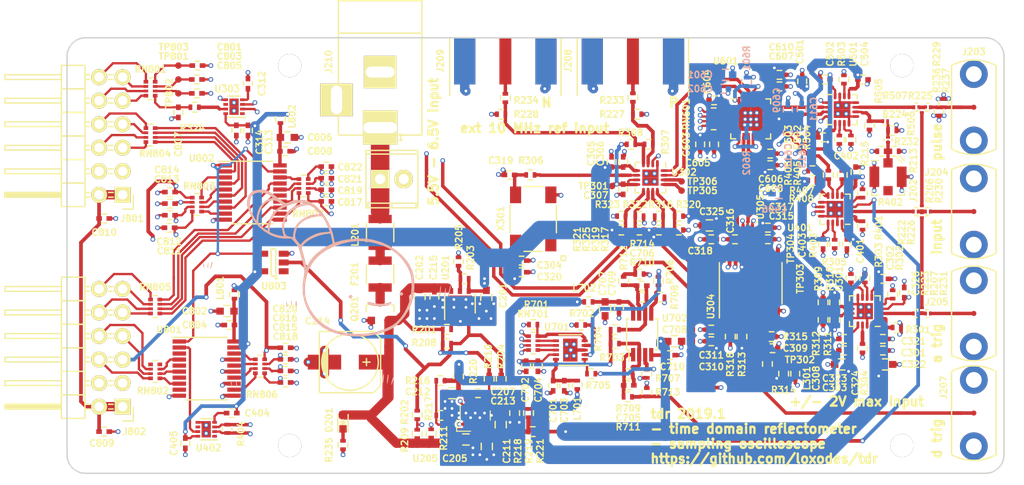
<source format=kicad_pcb>
(kicad_pcb (version 20171130) (host pcbnew 5.0.1)
  (layers (0 F.Cu signal) (1 In1.Cu signal hide) (2 In2.Cu signal) (31 B.Cu signal) (34 B.Paste user) (35 F.Paste user) (36 B.SilkS user) (37 F.SilkS user) (38 B.Mask user) (39 F.Mask user) (44 Edge.Cuts user))
  (net 0 "")
  (net 1 GND)
  (net 2 +3V3)
  (net 3 VPP)
  (net 4 "Net-(C207-Pad2)")
  (net 5 "Net-(C207-Pad1)")
  (net 6 +3.3VP)
  (net 7 "Net-(C211-Pad1)")
  (net 8 "Net-(C212-Pad1)")
  (net 9 "Net-(C213-Pad2)")
  (net 10 +5VA)
  (net 11 -5VA)
  (net 12 /clock/VAC_REF)
  (net 13 "Net-(C308-Pad1)")
  (net 14 "Net-(C309-Pad1)")
  (net 15 "Net-(C312-Pad1)")
  (net 16 "Net-(C319-Pad1)")
  (net 17 "Net-(C404-Pad1)")
  (net 18 "Net-(C701-Pad1)")
  (net 19 /sheet5C262FB0/DAC_VREF)
  (net 20 "Net-(C705-Pad1)")
  (net 21 "Net-(C705-Pad2)")
  (net 22 "Net-(C706-Pad2)")
  (net 23 "Net-(C706-Pad1)")
  (net 24 "Net-(C707-Pad1)")
  (net 25 "Net-(D201-Pad1)")
  (net 26 "Net-(F201-Pad2)")
  (net 27 "Net-(J201-Pad1)")
  (net 28 "Net-(J202-Pad1)")
  (net 29 "Net-(J203-Pad1)")
  (net 30 "Net-(J204-Pad1)")
  (net 31 "Net-(J205-Pad1)")
  (net 32 /EXT_TRIG)
  (net 33 "Net-(J208-Pad1)")
  (net 34 "Net-(J209-Pad1)")
  (net 35 "Net-(R203-Pad1)")
  (net 36 "Net-(R204-Pad1)")
  (net 37 "Net-(R216-Pad2)")
  (net 38 "Net-(R218-Pad2)")
  (net 39 /conn_power/ANALOG_INPUT)
  (net 40 /EXT_ANALOG_TRIG)
  (net 41 /conn_power/PULSE_OUT_N)
  (net 42 /conn_power/PULSE_OUT_P)
  (net 43 /EXT_CLK_P)
  (net 44 /EXT_CLK_N)
  (net 45 "Net-(R301-Pad1)")
  (net 46 "Net-(R302-Pad1)")
  (net 47 "Net-(R303-Pad2)")
  (net 48 "Net-(R304-Pad2)")
  (net 49 "Net-(R305-Pad2)")
  (net 50 "Net-(R306-Pad2)")
  (net 51 "Net-(R309-Pad1)")
  (net 52 "Net-(R311-Pad1)")
  (net 53 "Net-(R313-Pad2)")
  (net 54 "Net-(R316-Pad1)")
  (net 55 "Net-(R317-Pad1)")
  (net 56 "Net-(R318-Pad2)")
  (net 57 "Net-(R321-Pad2)")
  (net 58 "Net-(R324-Pad1)")
  (net 59 "Net-(R401-Pad1)")
  (net 60 "Net-(R402-Pad1)")
  (net 61 "Net-(R403-Pad2)")
  (net 62 "Net-(R404-Pad1)")
  (net 63 "Net-(R404-Pad2)")
  (net 64 "Net-(R502-Pad1)")
  (net 65 "Net-(R503-Pad2)")
  (net 66 "Net-(R504-Pad2)")
  (net 67 "Net-(R505-Pad1)")
  (net 68 "Net-(R506-Pad2)")
  (net 69 "Net-(R702-Pad2)")
  (net 70 "Net-(R705-Pad1)")
  (net 71 "Net-(R705-Pad2)")
  (net 72 "Net-(R706-Pad1)")
  (net 73 "Net-(R706-Pad2)")
  (net 74 /sheet5C262FB0/DAC_VOUT)
  (net 75 /ANALOG_TRIG_LEVEL)
  (net 76 "Net-(RN601-Pad7)")
  (net 77 "Net-(RN601-Pad8)")
  (net 78 "Net-(RN601-Pad6)")
  (net 79 "Net-(RN601-Pad5)")
  (net 80 "Net-(RN701-Pad6)")
  (net 81 "Net-(RN701-Pad7)")
  (net 82 "Net-(TP303-Pad1)")
  (net 83 "Net-(TP304-Pad1)")
  (net 84 /CLK_PULSE_N)
  (net 85 /CLK_PULSE_P)
  (net 86 /CLK_SAMPLE_N)
  (net 87 /CLK_SAMPLE_P)
  (net 88 /output_driver/CLK_IN_P)
  (net 89 /output_driver/CLK_IN_N)
  (net 90 /clock/CLK_FPGA)
  (net 91 /fpga_connector/DELAY_~EN)
  (net 92 /fpga_connector/DELAY_SDIN)
  (net 93 /fpga_connector/DELAY_SLOAD)
  (net 94 /fpga_connector/DELAY_SCLK)
  (net 95 /fpga_connector/DAC_SCK)
  (net 96 /fpga_connector/DAC_CS)
  (net 97 /fpga_connector/DAC_SDI)
  (net 98 /clock/CLK_SEL)
  (net 99 /fpga_connector/SEL0)
  (net 100 /fpga_connector/SEL1)
  (net 101 /COMPARATOR_OUTPUT)
  (net 102 "Net-(J802-Pad8)")
  (net 103 "Net-(J802-Pad7)")
  (net 104 "Net-(C802-Pad1)")
  (net 105 "Net-(C803-Pad1)")
  (net 106 "Net-(C805-Pad1)")
  (net 107 "Net-(C806-Pad1)")
  (net 108 /fpga_connector/EXT_COMP_OUT)
  (net 109 /fpga_connector/DAC_~CLR)
  (net 110 "Net-(J801-Pad7)")
  (net 111 "Net-(J801-Pad8)")
  (net 112 "Net-(R201-Pad2)")
  (net 113 /PGOOD_3V3)
  (net 114 /fpga_connector/EXT_DELAY_~EN)
  (net 115 /fpga_connector/EXT_DELAY_SDIN)
  (net 116 /fpga_connector/EXT_DELAY_SCK)
  (net 117 "Net-(RN803-Pad1)")
  (net 118 "Net-(RN803-Pad3)")
  (net 119 "Net-(RN803-Pad2)")
  (net 120 "Net-(RN803-Pad4)")
  (net 121 "Net-(RN804-Pad5)")
  (net 122 "Net-(RN804-Pad6)")
  (net 123 "Net-(RN804-Pad8)")
  (net 124 "Net-(RN804-Pad7)")
  (net 125 "Net-(RN805-Pad7)")
  (net 126 "Net-(RN805-Pad8)")
  (net 127 "Net-(RN805-Pad6)")
  (net 128 "Net-(RN805-Pad5)")
  (net 129 "Net-(RN806-Pad4)")
  (net 130 "Net-(RN806-Pad2)")
  (net 131 "Net-(RN806-Pad3)")
  (net 132 "Net-(RN806-Pad1)")
  (net 133 "Net-(RN807-Pad1)")
  (net 134 "Net-(RN807-Pad3)")
  (net 135 "Net-(RN807-Pad2)")
  (net 136 "Net-(RN807-Pad4)")
  (net 137 "Net-(J801-Pad5)")
  (net 138 "Net-(J801-Pad6)")
  (net 139 "Net-(J802-Pad6)")
  (net 140 "Net-(F201-Pad1)")
  (net 141 "Net-(R202-Pad1)")
  (net 142 /conn_power/~PGOOD_5V)
  (net 143 "Net-(U801-Pad1)")
  (net 144 "Net-(R322-Pad1)")
  (net 145 "Net-(R405-Pad1)")
  (net 146 "Net-(R406-Pad1)")
  (net 147 "Net-(R701-Pad2)")
  (net 148 "Net-(TP305-Pad1)")
  (net 149 "Net-(TP306-Pad1)")
  (net 150 "Net-(RN701-Pad5)")
  (net 151 "Net-(R206-Pad1)")
  (net 152 "Net-(R206-Pad2)")
  (net 153 "Net-(R207-Pad2)")
  (net 154 "Net-(R207-Pad1)")
  (net 155 /~LATCH)
  (net 156 /LATCH)
  (net 157 "Net-(U304-Pad16)")
  (net 158 "Net-(U304-Pad15)")
  (net 159 "Net-(J801-Pad12)")
  (net 160 "Net-(J801-Pad11)")
  (net 161 "Net-(J801-Pad10)")
  (net 162 "Net-(J801-Pad9)")
  (net 163 "Net-(J802-Pad9)")
  (net 164 "Net-(J802-Pad10)")
  (net 165 "Net-(J802-Pad11)")
  (net 166 "Net-(J802-Pad12)")
  (net 167 "Net-(C801-Pad1)")
  (net 168 "Net-(R407-Pad1)")
  (net 169 "Net-(R601-Pad2)")
  (net 170 "Net-(R602-Pad2)")
  (module Pin_Headers:Pin_Header_Angled_2x06 (layer F.Cu) (at 94.996 75.946 180)
    (fp_text reference J801 (at -1.004 -2.554 180) (layer F.SilkS) (effects (font (size 0.7 0.7))))
    (fp_text value Conn_02x06_Counter_Clockwise)
    (pad 12 thru_hole oval (at 2.54 12.7 180) (size 1.7272 1.7272) (drill 1.016) (layers *.Cu *.Mask F.SilkS) (net 159 "Net-(J801-Pad12)"))
    (pad 11 thru_hole oval (at 0 12.7 180) (size 1.7272 1.7272) (drill 1.016) (layers *.Cu *.Mask F.SilkS) (net 160 "Net-(J801-Pad11)"))
    (pad 10 thru_hole oval (at 2.54 10.16 180) (size 1.7272 1.7272) (drill 1.016) (layers *.Cu *.Mask F.SilkS) (net 161 "Net-(J801-Pad10)"))
    (pad 9 thru_hole oval (at 0 10.16 180) (size 1.7272 1.7272) (drill 1.016) (layers *.Cu *.Mask F.SilkS) (net 162 "Net-(J801-Pad9)"))
    (pad 8 thru_hole oval (at 2.54 7.62 180) (size 1.7272 1.7272) (drill 1.016) (layers *.Cu *.Mask F.SilkS) (net 111 "Net-(J801-Pad8)"))
    (pad 7 thru_hole oval (at 0 7.62 180) (size 1.7272 1.7272) (drill 1.016) (layers *.Cu *.Mask F.SilkS) (net 110 "Net-(J801-Pad7)"))
    (pad 6 thru_hole oval (at 2.54 5.08 180) (size 1.7272 1.7272) (drill 1.016) (layers *.Cu *.Mask F.SilkS) (net 138 "Net-(J801-Pad6)"))
    (pad 5 thru_hole oval (at 0 5.08 180) (size 1.7272 1.7272) (drill 1.016) (layers *.Cu *.Mask F.SilkS) (net 137 "Net-(J801-Pad5)"))
    (pad 4 thru_hole oval (at 2.54 2.54 180) (size 1.7272 1.7272) (drill 1.016) (layers *.Cu *.Mask F.SilkS) (net 1 GND))
    (pad 3 thru_hole oval (at 0 2.54 180) (size 1.7272 1.7272) (drill 1.016) (layers *.Cu *.Mask F.SilkS) (net 1 GND))
    (pad 2 thru_hole oval (at 2.54 0 180) (size 1.7272 1.7272) (drill 1.016) (layers *.Cu *.Mask F.SilkS) (net 6 +3.3VP))
    (pad 1 thru_hole rect (at 0 0 180) (size 1.7272 1.7272) (drill 1.016) (layers *.Cu *.Mask F.SilkS) (net 6 +3.3VP))
  )
  (module Pin_Headers:Pin_Header_Angled_2x06 (layer F.Cu) (at 94.996 98.806 180)
    (fp_text reference J802 (at -1.254 -2.694 180) (layer F.SilkS) (effects (font (size 0.7 0.7))))
    (fp_text value Conn_02x06_Counter_Clockwise)
    (pad 12 thru_hole oval (at 2.54 12.7 180) (size 1.7272 1.7272) (drill 1.016) (layers *.Cu *.Mask F.SilkS) (net 166 "Net-(J802-Pad12)"))
    (pad 11 thru_hole oval (at 0 12.7 180) (size 1.7272 1.7272) (drill 1.016) (layers *.Cu *.Mask F.SilkS) (net 165 "Net-(J802-Pad11)"))
    (pad 10 thru_hole oval (at 2.54 10.16 180) (size 1.7272 1.7272) (drill 1.016) (layers *.Cu *.Mask F.SilkS) (net 164 "Net-(J802-Pad10)"))
    (pad 9 thru_hole oval (at 0 10.16 180) (size 1.7272 1.7272) (drill 1.016) (layers *.Cu *.Mask F.SilkS) (net 163 "Net-(J802-Pad9)"))
    (pad 8 thru_hole oval (at 2.54 7.62 180) (size 1.7272 1.7272) (drill 1.016) (layers *.Cu *.Mask F.SilkS) (net 102 "Net-(J802-Pad8)"))
    (pad 7 thru_hole oval (at 0 7.62 180) (size 1.7272 1.7272) (drill 1.016) (layers *.Cu *.Mask F.SilkS) (net 103 "Net-(J802-Pad7)"))
    (pad 6 thru_hole oval (at 2.54 5.08 180) (size 1.7272 1.7272) (drill 1.016) (layers *.Cu *.Mask F.SilkS) (net 139 "Net-(J802-Pad6)"))
    (pad 5 thru_hole oval (at 0 5.08 180) (size 1.7272 1.7272) (drill 1.016) (layers *.Cu *.Mask F.SilkS) (net 108 /fpga_connector/EXT_COMP_OUT))
    (pad 4 thru_hole oval (at 2.54 2.54 180) (size 1.7272 1.7272) (drill 1.016) (layers *.Cu *.Mask F.SilkS) (net 1 GND))
    (pad 3 thru_hole oval (at 0 2.54 180) (size 1.7272 1.7272) (drill 1.016) (layers *.Cu *.Mask F.SilkS) (net 1 GND))
    (pad 2 thru_hole oval (at 2.54 0 180) (size 1.7272 1.7272) (drill 1.016) (layers *.Cu *.Mask F.SilkS) (net 6 +3.3VP))
    (pad 1 thru_hole rect (at 0 0 180) (size 1.7272 1.7272) (drill 1.016) (layers *.Cu *.Mask F.SilkS) (net 6 +3.3VP))
  )
  (module Capacitors_SMD:c_elec_6.3x5.8 (layer F.Cu) (at 119.5 94)
    (fp_text reference C214 (at -3.5 -4.445) (layer F.SilkS) (effects (font (size 0.7 0.7))))
    (fp_text value "100 uF")
    (pad 2 smd rect (at -2.75082 0) (size 3.59918 1.6002) (layers F.Cu F.Paste F.Mask) (net 1 GND))
    (pad 1 smd rect (at 2.75082 0) (size 3.59918 1.6002) (layers F.Cu F.Paste F.Mask) (net 3 VPP))
  )
  (module Terminal_Blocks:TerminalBlock_Pheonix_MPT-2.54mm_2pol (layer F.Cu) (at 122.75 74.25)
    (fp_text reference J201 (at 1.27 -4.50088) (layer F.SilkS) (effects (font (size 0.7 0.7))))
    (fp_text value Conn_02x01)
    (pad 1 thru_hole rect (at 0 0) (size 1.99898 1.99898) (drill 1.09728) (layers *.Cu *.Mask F.SilkS) (net 27 "Net-(J201-Pad1)"))
    (pad 2 thru_hole oval (at 2.54 0) (size 1.99898 1.99898) (drill 1.09728) (layers *.Cu *.Mask F.SilkS) (net 1 GND))
  )
  (module vna_footprints:BARREL_JACK (layer F.Cu) (at 122.75 62.5 270)
    (fp_text reference J210 (at -0.9 5.55 90) (layer F.SilkS) (effects (font (size 0.7 0.7))))
    (fp_text value Barrel_Jack_Switch)
    (pad 3 thru_hole rect (at 3.2004 4.699 270) (size 3.50012 3.50012) (drill oval 3.1 1.2) (layers *.Cu *.Mask F.SilkS) (net 1 GND))
    (pad 2 thru_hole rect (at 0.20066 0 270) (size 3.50012 3.50012) (drill oval 1.2 3.1) (layers *.Cu *.Mask F.SilkS) (net 1 GND))
    (pad 1 thru_hole rect (at 6.20014 0 270) (size 3.7 3.7) (drill oval 1.2 3.6) (layers *.Cu *.Mask F.SilkS) (net 27 "Net-(J201-Pad1)"))
  )
  (module Resistors_SMD:R_1210 (layer F.Cu) (at 122.75 80 90)
    (fp_text reference L201 (at -0.25 -2.7 90) (layer F.SilkS) (effects (font (size 0.7 0.7))))
    (fp_text value L_Small)
    (pad 2 smd rect (at 1.45 0 90) (size 0.9 2.5) (layers F.Cu F.Paste F.Mask) (net 27 "Net-(J201-Pad1)"))
    (pad 1 smd rect (at -1.45 0 90) (size 0.9 2.5) (layers F.Cu F.Paste F.Mask) (net 26 "Net-(F201-Pad2)"))
  )
  (module Capacitors_SMD:C_0603 (layer F.Cu) (at 134.2 87 90)
    (fp_text reference C201 (at 0.2 1.8 90) (layer F.SilkS) (effects (font (size 0.7 0.7))))
    (fp_text value "2.2 uF")
    (pad 2 smd rect (at 0.75 0 90) (size 0.8 0.75) (layers F.Cu F.Paste F.Mask) (net 2 +3V3))
    (pad 1 smd rect (at -0.75 0 90) (size 0.8 0.75) (layers F.Cu F.Paste F.Mask) (net 1 GND))
  )
  (module Capacitors_SMD:C_0603 (layer F.Cu) (at 127 86.9 90)
    (fp_text reference C202 (at 3.1 0 90) (layer F.SilkS) (effects (font (size 0.7 0.7))))
    (fp_text value "2.2 uF")
    (pad 2 smd rect (at 0.75 0 90) (size 0.8 0.75) (layers F.Cu F.Paste F.Mask) (net 3 VPP))
    (pad 1 smd rect (at -0.75 0 90) (size 0.8 0.75) (layers F.Cu F.Paste F.Mask) (net 1 GND))
  )
  (module Capacitors_SMD:C_0603 (layer F.Cu) (at 132 102.35 180)
    (fp_text reference C205 (at 1.2 -2.05 180) (layer F.SilkS) (effects (font (size 0.7 0.7))))
    (fp_text value "2.2 uF")
    (pad 2 smd rect (at 0.75 0 180) (size 0.8 0.75) (layers F.Cu F.Paste F.Mask) (net 3 VPP))
    (pad 1 smd rect (at -0.75 0 180) (size 0.8 0.75) (layers F.Cu F.Paste F.Mask) (net 1 GND))
  )
  (module Capacitors_SMD:C_0402 (layer F.Cu) (at 133.3 97.35)
    (fp_text reference C207 (at 2.7 -0.15) (layer F.SilkS) (effects (font (size 0.7 0.7))))
    (fp_text value "1 uF")
    (pad 2 smd rect (at 0.55 0) (size 0.6 0.5) (layers F.Cu F.Paste F.Mask) (net 4 "Net-(C207-Pad2)"))
    (pad 1 smd rect (at -0.55 0) (size 0.6 0.5) (layers F.Cu F.Paste F.Mask) (net 5 "Net-(C207-Pad1)"))
  )
  (module Capacitors_SMD:C_0603 (layer F.Cu) (at 134.25 103.1 270)
    (fp_text reference C211 (at 0.5 -2.15 270) (layer F.SilkS) (effects (font (size 0.7 0.7))))
    (fp_text value "2.2 uF")
    (pad 2 smd rect (at 0.75 0 270) (size 0.8 0.75) (layers F.Cu F.Paste F.Mask) (net 1 GND))
    (pad 1 smd rect (at -0.75 0 270) (size 0.8 0.75) (layers F.Cu F.Paste F.Mask) (net 7 "Net-(C211-Pad1)"))
  )
  (module Capacitors_SMD:C_0603 (layer F.Cu) (at 130.5 97.35 180)
    (fp_text reference C212 (at 3.7 0.15 180) (layer F.SilkS) (effects (font (size 0.7 0.7))))
    (fp_text value "2.2 uF")
    (pad 2 smd rect (at 0.75 0 180) (size 0.8 0.75) (layers F.Cu F.Paste F.Mask) (net 1 GND))
    (pad 1 smd rect (at -0.75 0 180) (size 0.8 0.75) (layers F.Cu F.Paste F.Mask) (net 8 "Net-(C212-Pad1)"))
  )
  (module Capacitors_SMD:C_0603 (layer F.Cu) (at 135.75 100.75 270)
    (fp_text reference C213 (at -2.55 -0.25) (layer F.SilkS) (effects (font (size 0.7 0.7))))
    (fp_text value "2.2 uF")
    (pad 2 smd rect (at 0.75 0 270) (size 0.8 0.75) (layers F.Cu F.Paste F.Mask) (net 9 "Net-(C213-Pad2)"))
    (pad 1 smd rect (at -0.75 0 270) (size 0.8 0.75) (layers F.Cu F.Paste F.Mask) (net 1 GND))
  )
  (module Capacitors_SMD:C_0402 (layer F.Cu) (at 128.6 86.95 270)
    (fp_text reference C215 (at -3.15 0.1 270) (layer F.SilkS) (effects (font (size 0.7 0.7))))
    (fp_text value "100 nF")
    (pad 2 smd rect (at 0.55 0 270) (size 0.6 0.5) (layers F.Cu F.Paste F.Mask) (net 1 GND))
    (pad 1 smd rect (at -0.55 0 270) (size 0.6 0.5) (layers F.Cu F.Paste F.Mask) (net 3 VPP))
  )
  (module Capacitors_SMD:C_0402 (layer F.Cu) (at 176.94086 92.75)
    (fp_text reference C301 (at 3.30914 0.25) (layer F.SilkS) (effects (font (size 0.7 0.7))))
    (fp_text value "10 nF")
    (pad 2 smd rect (at 0.55 0) (size 0.6 0.5) (layers F.Cu F.Paste F.Mask) (net 1 GND))
    (pad 1 smd rect (at -0.55 0) (size 0.6 0.5) (layers F.Cu F.Paste F.Mask) (net 10 +5VA))
  )
  (module Capacitors_SMD:C_0402 (layer F.Cu) (at 177 85.01575)
    (fp_text reference C302 (at 0.75 -2.26575 90) (layer F.SilkS) (effects (font (size 0.7 0.7))))
    (fp_text value "10 nF")
    (pad 2 smd rect (at 0.55 0) (size 0.6 0.5) (layers F.Cu F.Paste F.Mask) (net 1 GND))
    (pad 1 smd rect (at -0.55 0) (size 0.6 0.5) (layers F.Cu F.Paste F.Mask) (net 10 +5VA))
  )
  (module Capacitors_SMD:C_0402 (layer F.Cu) (at 172.75 92.75 180)
    (fp_text reference C303 (at 1 -4 180) (layer F.SilkS) (effects (font (size 0.7 0.7))))
    (fp_text value "10 nF")
    (pad 2 smd rect (at 0.55 0 180) (size 0.6 0.5) (layers F.Cu F.Paste F.Mask) (net 1 GND))
    (pad 1 smd rect (at -0.55 0 180) (size 0.6 0.5) (layers F.Cu F.Paste F.Mask) (net 11 -5VA))
  )
  (module Capacitors_SMD:C_0402 (layer F.Cu) (at 138 83.05)
    (fp_text reference C304 (at 3 0.5) (layer F.SilkS) (effects (font (size 0.7 0.7))))
    (fp_text value "10 nF")
    (pad 2 smd rect (at 0.55 0) (size 0.6 0.5) (layers F.Cu F.Paste F.Mask) (net 1 GND))
    (pad 1 smd rect (at -0.55 0) (size 0.6 0.5) (layers F.Cu F.Paste F.Mask) (net 2 +3V3))
  )
  (module Capacitors_SMD:C_0402 (layer F.Cu) (at 147.7 72.4 90)
    (fp_text reference C305 (at 0.9 -2.2 90) (layer F.SilkS) (effects (font (size 0.7 0.7))))
    (fp_text value "100 nF")
    (pad 2 smd rect (at 0.55 0 90) (size 0.6 0.5) (layers F.Cu F.Paste F.Mask) (net 1 GND))
    (pad 1 smd rect (at -0.55 0 90) (size 0.6 0.5) (layers F.Cu F.Paste F.Mask) (net 2 +3V3))
  )
  (module Capacitors_SMD:C_0402 (layer F.Cu) (at 148.95 72.4 90)
    (fp_text reference C306 (at 0.9 -2.45 90) (layer F.SilkS) (effects (font (size 0.7 0.7))))
    (fp_text value "100 pF")
    (pad 2 smd rect (at 0.55 0 90) (size 0.6 0.5) (layers F.Cu F.Paste F.Mask) (net 1 GND))
    (pad 1 smd rect (at -0.55 0 90) (size 0.6 0.5) (layers F.Cu F.Paste F.Mask) (net 2 +3V3))
  )
  (module Capacitors_SMD:C_0402 (layer F.Cu) (at 148.95 75.35 270)
    (fp_text reference C307 (at 0.65 2.95) (layer F.SilkS) (effects (font (size 0.7 0.7))))
    (fp_text value "100 nF")
    (pad 2 smd rect (at 0.55 0 270) (size 0.6 0.5) (layers F.Cu F.Paste F.Mask) (net 1 GND))
    (pad 1 smd rect (at -0.55 0 270) (size 0.6 0.5) (layers F.Cu F.Paste F.Mask) (net 12 /clock/VAC_REF))
  )
  (module Capacitors_SMD:C_0402 (layer F.Cu) (at 167.5 95.25 270)
    (fp_text reference C308 (at 0.5 -2.25 270) (layer F.SilkS) (effects (font (size 0.7 0.7))))
    (fp_text value "10 nF")
    (pad 2 smd rect (at 0.55 0 270) (size 0.6 0.5) (layers F.Cu F.Paste F.Mask) (net 1 GND))
    (pad 1 smd rect (at -0.55 0 270) (size 0.6 0.5) (layers F.Cu F.Paste F.Mask) (net 13 "Net-(C308-Pad1)"))
  )
  (module Capacitors_SMD:C_0402 (layer F.Cu) (at 165.05 92.5)
    (fp_text reference C309 (at 2.45 0) (layer F.SilkS) (effects (font (size 0.7 0.7))))
    (fp_text value "10 nF")
    (pad 2 smd rect (at 0.55 0) (size 0.6 0.5) (layers F.Cu F.Paste F.Mask) (net 1 GND))
    (pad 1 smd rect (at -0.55 0) (size 0.6 0.5) (layers F.Cu F.Paste F.Mask) (net 14 "Net-(C309-Pad1)"))
  )
  (module Capacitors_SMD:C_0402 (layer F.Cu) (at 158.45 91.75 180)
    (fp_text reference C310 (at 0 -2.75 180) (layer F.SilkS) (effects (font (size 0.7 0.7))))
    (fp_text value "100 nF")
    (pad 2 smd rect (at 0.55 0 180) (size 0.6 0.5) (layers F.Cu F.Paste F.Mask) (net 1 GND))
    (pad 1 smd rect (at -0.55 0 180) (size 0.6 0.5) (layers F.Cu F.Paste F.Mask) (net 2 +3V3))
  )
  (module Capacitors_SMD:C_0402 (layer F.Cu) (at 158.45 90.5 180)
    (fp_text reference C311 (at 0 -2.75 180) (layer F.SilkS) (effects (font (size 0.7 0.7))))
    (fp_text value "100 pF")
    (pad 2 smd rect (at 0.55 0 180) (size 0.6 0.5) (layers F.Cu F.Paste F.Mask) (net 1 GND))
    (pad 1 smd rect (at -0.55 0 180) (size 0.6 0.5) (layers F.Cu F.Paste F.Mask) (net 2 +3V3))
  )
  (module Capacitors_SMD:C_0402 (layer F.Cu) (at 108.5 63.95 90)
    (fp_text reference C312 (at 0 1.5 90) (layer F.SilkS) (effects (font (size 0.7 0.7))))
    (fp_text value DNP)
    (pad 2 smd rect (at 0.55 0 90) (size 0.6 0.5) (layers F.Cu F.Paste F.Mask) (net 1 GND))
    (pad 1 smd rect (at -0.55 0 90) (size 0.6 0.5) (layers F.Cu F.Paste F.Mask) (net 15 "Net-(C312-Pad1)"))
  )
  (module Capacitors_SMD:C_0402 (layer F.Cu) (at 108.5 69 270)
    (fp_text reference C313 (at 1.25 -2.25 270) (layer F.SilkS) (effects (font (size 0.7 0.7))))
    (fp_text value "100 nF")
    (pad 2 smd rect (at 0.55 0 270) (size 0.6 0.5) (layers F.Cu F.Paste F.Mask) (net 1 GND))
    (pad 1 smd rect (at -0.55 0 270) (size 0.6 0.5) (layers F.Cu F.Paste F.Mask) (net 2 +3V3))
  )
  (module Capacitors_SMD:C_0402 (layer F.Cu) (at 107.25 69 270)
    (fp_text reference C314 (at 1.25 -2.5 270) (layer F.SilkS) (effects (font (size 0.7 0.7))))
    (fp_text value "100 pF")
    (pad 2 smd rect (at 0.55 0 270) (size 0.6 0.5) (layers F.Cu F.Paste F.Mask) (net 1 GND))
    (pad 1 smd rect (at -0.55 0 270) (size 0.6 0.5) (layers F.Cu F.Paste F.Mask) (net 2 +3V3))
  )
  (module Capacitors_SMD:C_0402 (layer F.Cu) (at 164.55 80.743368)
    (fp_text reference C315 (at 1.45 -2.493368) (layer F.SilkS) (effects (font (size 0.7 0.7))))
    (fp_text value "100 pF")
    (pad 2 smd rect (at 0.55 0) (size 0.6 0.5) (layers F.Cu F.Paste F.Mask) (net 1 GND))
    (pad 1 smd rect (at -0.55 0) (size 0.6 0.5) (layers F.Cu F.Paste F.Mask) (net 2 +3V3))
  )
  (module Capacitors_SMD:C_0402 (layer F.Cu) (at 161 80.75 180)
    (fp_text reference C316 (at 0.5 2 270) (layer F.SilkS) (effects (font (size 0.7 0.7))))
    (fp_text value "100 pF")
    (pad 2 smd rect (at 0.55 0 180) (size 0.6 0.5) (layers F.Cu F.Paste F.Mask) (net 1 GND))
    (pad 1 smd rect (at -0.55 0 180) (size 0.6 0.5) (layers F.Cu F.Paste F.Mask) (net 2 +3V3))
  )
  (module Capacitors_SMD:C_0402 (layer F.Cu) (at 164.55 79.493368)
    (fp_text reference C317 (at 1.45 -2.243368) (layer F.SilkS) (effects (font (size 0.7 0.7))))
    (fp_text value "100 nF")
    (pad 2 smd rect (at 0.55 0) (size 0.6 0.5) (layers F.Cu F.Paste F.Mask) (net 1 GND))
    (pad 1 smd rect (at -0.55 0) (size 0.6 0.5) (layers F.Cu F.Paste F.Mask) (net 2 +3V3))
  )
  (module Capacitors_SMD:C_0402 (layer F.Cu) (at 158.45 80.75 180)
    (fp_text reference C318 (at 1.2 -1.25 180) (layer F.SilkS) (effects (font (size 0.7 0.7))))
    (fp_text value "100 nF")
    (pad 2 smd rect (at 0.55 0 180) (size 0.6 0.5) (layers F.Cu F.Paste F.Mask) (net 1 GND))
    (pad 1 smd rect (at -0.55 0 180) (size 0.6 0.5) (layers F.Cu F.Paste F.Mask) (net 2 +3V3))
  )
  (module Capacitors_SMD:C_0402 (layer F.Cu) (at 136.7 73.8 180)
    (fp_text reference C319 (at 0.95 1.55 180) (layer F.SilkS) (effects (font (size 0.7 0.7))))
    (fp_text value "10 pF")
    (pad 2 smd rect (at 0.55 0 180) (size 0.6 0.5) (layers F.Cu F.Paste F.Mask) (net 1 GND))
    (pad 1 smd rect (at -0.55 0 180) (size 0.6 0.5) (layers F.Cu F.Paste F.Mask) (net 16 "Net-(C319-Pad1)"))
  )
  (module Capacitors_SMD:C_0402 (layer F.Cu) (at 138 84.3)
    (fp_text reference C320 (at 3 0.5) (layer F.SilkS) (effects (font (size 0.7 0.7))))
    (fp_text value "100 nF")
    (pad 2 smd rect (at 0.55 0) (size 0.6 0.5) (layers F.Cu F.Paste F.Mask) (net 1 GND))
    (pad 1 smd rect (at -0.55 0) (size 0.6 0.5) (layers F.Cu F.Paste F.Mask) (net 2 +3V3))
  )
  (module Capacitors_SMD:C_0402 (layer F.Cu) (at 176.94086 91.5)
    (fp_text reference C321 (at 3.30914 0.25) (layer F.SilkS) (effects (font (size 0.7 0.7))))
    (fp_text value "100 pF")
    (pad 2 smd rect (at 0.55 0) (size 0.6 0.5) (layers F.Cu F.Paste F.Mask) (net 1 GND))
    (pad 1 smd rect (at -0.55 0) (size 0.6 0.5) (layers F.Cu F.Paste F.Mask) (net 10 +5VA))
  )
  (module Capacitors_SMD:C_0603 (layer F.Cu) (at 177.25 94.25)
    (fp_text reference C322 (at 3 0) (layer F.SilkS) (effects (font (size 0.7 0.7))))
    (fp_text value "2.2 uF")
    (pad 2 smd rect (at 0.75 0) (size 0.8 0.75) (layers F.Cu F.Paste F.Mask) (net 1 GND))
    (pad 1 smd rect (at -0.75 0) (size 0.8 0.75) (layers F.Cu F.Paste F.Mask) (net 10 +5VA))
  )
  (module Capacitors_SMD:C_0402 (layer F.Cu) (at 172.75 91.5 180)
    (fp_text reference C323 (at 1 -4.25 180) (layer F.SilkS) (effects (font (size 0.7 0.7))))
    (fp_text value "100 pF")
    (pad 2 smd rect (at 0.55 0 180) (size 0.6 0.5) (layers F.Cu F.Paste F.Mask) (net 1 GND))
    (pad 1 smd rect (at -0.55 0 180) (size 0.6 0.5) (layers F.Cu F.Paste F.Mask) (net 11 -5VA))
  )
  (module Capacitors_SMD:C_0603 (layer F.Cu) (at 172.5 94.25 180)
    (fp_text reference C324 (at -1.5 -2 270) (layer F.SilkS) (effects (font (size 0.7 0.7))))
    (fp_text value "2.2 uF")
    (pad 2 smd rect (at 0.75 0 180) (size 0.8 0.75) (layers F.Cu F.Paste F.Mask) (net 1 GND))
    (pad 1 smd rect (at -0.75 0 180) (size 0.8 0.75) (layers F.Cu F.Paste F.Mask) (net 11 -5VA))
  )
  (module Capacitors_SMD:C_0603 (layer F.Cu) (at 158.25 79.25 180)
    (fp_text reference C325 (at -0.25 1.5) (layer F.SilkS) (effects (font (size 0.7 0.7))))
    (fp_text value "2.2 uF")
    (pad 2 smd rect (at 0.75 0 180) (size 0.8 0.75) (layers F.Cu F.Paste F.Mask) (net 1 GND))
    (pad 1 smd rect (at -0.75 0 180) (size 0.8 0.75) (layers F.Cu F.Paste F.Mask) (net 2 +3V3))
  )
  (module Capacitors_SMD:C_0402 (layer F.Cu) (at 173.065516 81.25 270)
    (fp_text reference C401 (at 0.75 -1.434484 270) (layer F.SilkS) (effects (font (size 0.7 0.7))))
    (fp_text value "10 nF")
    (pad 2 smd rect (at 0.55 0 270) (size 0.6 0.5) (layers F.Cu F.Paste F.Mask) (net 1 GND))
    (pad 1 smd rect (at -0.55 0 270) (size 0.6 0.5) (layers F.Cu F.Paste F.Mask) (net 10 +5VA))
  )
  (module Capacitors_SMD:C_0402 (layer F.Cu) (at 174 73.504082 90)
    (fp_text reference C402 (at 1.754082 -1 180) (layer F.SilkS) (effects (font (size 0.7 0.7))))
    (fp_text value "10 nF")
    (pad 2 smd rect (at 0.55 0 90) (size 0.6 0.5) (layers F.Cu F.Paste F.Mask) (net 1 GND))
    (pad 1 smd rect (at -0.55 0 90) (size 0.6 0.5) (layers F.Cu F.Paste F.Mask) (net 10 +5VA))
  )
  (module Capacitors_SMD:C_0402 (layer F.Cu) (at 170.5 81.25 270)
    (fp_text reference C403 (at 0.15 2.25 270) (layer F.SilkS) (effects (font (size 0.7 0.7))))
    (fp_text value "10 nF")
    (pad 2 smd rect (at 0.55 0 270) (size 0.6 0.5) (layers F.Cu F.Paste F.Mask) (net 1 GND))
    (pad 1 smd rect (at -0.55 0 270) (size 0.6 0.5) (layers F.Cu F.Paste F.Mask) (net 11 -5VA))
  )
  (module Capacitors_SMD:C_0402 (layer F.Cu) (at 106.75 99.5)
    (fp_text reference C404 (at 2.75 0) (layer F.SilkS) (effects (font (size 0.7 0.7))))
    (fp_text value DNP)
    (pad 2 smd rect (at 0.55 0) (size 0.6 0.5) (layers F.Cu F.Paste F.Mask) (net 2 +3V3))
    (pad 1 smd rect (at -0.55 0) (size 0.6 0.5) (layers F.Cu F.Paste F.Mask) (net 17 "Net-(C404-Pad1)"))
  )
  (module Capacitors_SMD:C_0402 (layer F.Cu) (at 101.75 102.75 270)
    (fp_text reference C405 (at 0 1.25 270) (layer F.SilkS) (effects (font (size 0.7 0.7))))
    (fp_text value "10 nF")
    (pad 2 smd rect (at 0.55 0 270) (size 0.6 0.5) (layers F.Cu F.Paste F.Mask) (net 1 GND))
    (pad 1 smd rect (at -0.55 0 270) (size 0.6 0.5) (layers F.Cu F.Paste F.Mask) (net 2 +3V3))
  )
  (module Capacitors_SMD:C_0402 (layer F.Cu) (at 168.25 63.7 90)
    (fp_text reference C501 (at 3.2 -0.25 90) (layer F.SilkS) (effects (font (size 0.7 0.7))))
    (fp_text value "10 nF")
    (pad 2 smd rect (at 0.55 0 90) (size 0.6 0.5) (layers F.Cu F.Paste F.Mask) (net 1 GND))
    (pad 1 smd rect (at -0.55 0 90) (size 0.6 0.5) (layers F.Cu F.Paste F.Mask) (net 2 +3V3))
  )
  (module Capacitors_SMD:C_0402 (layer F.Cu) (at 170.7 63.5 180)
    (fp_text reference C502 (at -0.55 2.75 270) (layer F.SilkS) (effects (font (size 0.7 0.7))))
    (fp_text value "10 nF")
    (pad 2 smd rect (at 0.55 0 180) (size 0.6 0.5) (layers F.Cu F.Paste F.Mask) (net 1 GND))
    (pad 1 smd rect (at -0.55 0 180) (size 0.6 0.5) (layers F.Cu F.Paste F.Mask) (net 10 +5VA))
  )
  (module Capacitors_SMD:C_0402 (layer F.Cu) (at 170.5 69.75 180)
    (fp_text reference C503 (at 3.75 0 270) (layer F.SilkS) (effects (font (size 0.7 0.7))))
    (fp_text value "10 nF")
    (pad 2 smd rect (at 0.55 0 180) (size 0.6 0.5) (layers F.Cu F.Paste F.Mask) (net 1 GND))
    (pad 1 smd rect (at -0.55 0 180) (size 0.6 0.5) (layers F.Cu F.Paste F.Mask) (net 10 +5VA))
  )
  (module Capacitors_SMD:C_0402 (layer F.Cu) (at 174.8 63.5)
    (fp_text reference C504 (at 0.2 -2.75 90) (layer F.SilkS) (effects (font (size 0.7 0.7))))
    (fp_text value "10 nF")
    (pad 2 smd rect (at 0.55 0) (size 0.6 0.5) (layers F.Cu F.Paste F.Mask) (net 1 GND))
    (pad 1 smd rect (at -0.55 0) (size 0.6 0.5) (layers F.Cu F.Paste F.Mask) (net 11 -5VA))
  )
  (module Capacitors_SMD:C_0603 (layer B.Cu) (at 160 63)
    (fp_text reference C601 (at -2.75 0) (layer B.SilkS) (effects (font (size 0.7 0.7)) (justify mirror)))
    (fp_text value "2.2 uF")
    (pad 2 smd rect (at 0.75 0) (size 0.8 0.75) (layers B.Cu B.Paste B.Mask) (net 1 GND))
    (pad 1 smd rect (at -0.75 0) (size 0.8 0.75) (layers B.Cu B.Paste B.Mask) (net 2 +3V3))
  )
  (module Capacitors_SMD:C_0402 (layer B.Cu) (at 159.75 64.5)
    (fp_text reference C602 (at -2.5 0 180) (layer B.SilkS) (effects (font (size 0.7 0.7)) (justify mirror)))
    (fp_text value "10 nF")
    (pad 2 smd rect (at 0.55 0) (size 0.6 0.5) (layers B.Cu B.Paste B.Mask) (net 1 GND))
    (pad 1 smd rect (at -0.55 0) (size 0.6 0.5) (layers B.Cu B.Paste B.Mask) (net 2 +3V3))
  )
  (module Capacitors_SMD:C_0402 (layer F.Cu) (at 157.25 70.5 270)
    (fp_text reference C603 (at 0 1.5 270) (layer F.SilkS) (effects (font (size 0.7 0.7))))
    (fp_text value "10 nF")
    (pad 2 smd rect (at 0.55 0 270) (size 0.6 0.5) (layers F.Cu F.Paste F.Mask) (net 1 GND))
    (pad 1 smd rect (at -0.55 0 270) (size 0.6 0.5) (layers F.Cu F.Paste F.Mask) (net 2 +3V3))
  )
  (module Capacitors_SMD:C_0402 (layer F.Cu) (at 158.75 65.75 180)
    (fp_text reference C604 (at 0.75 2 270) (layer F.SilkS) (effects (font (size 0.7 0.7))))
    (fp_text value "100 pF")
    (pad 2 smd rect (at 0.55 0 180) (size 0.6 0.5) (layers F.Cu F.Paste F.Mask) (net 1 GND))
    (pad 1 smd rect (at -0.55 0 180) (size 0.6 0.5) (layers F.Cu F.Paste F.Mask) (net 2 +3V3))
  )
  (module Capacitors_SMD:C_0402 (layer F.Cu) (at 158.75 70.5 270)
    (fp_text reference C605 (at 2 1.75) (layer F.SilkS) (effects (font (size 0.7 0.7))))
    (fp_text value "100 pF")
    (pad 2 smd rect (at 0.55 0 270) (size 0.6 0.5) (layers F.Cu F.Paste F.Mask) (net 1 GND))
    (pad 1 smd rect (at -0.55 0 270) (size 0.6 0.5) (layers F.Cu F.Paste F.Mask) (net 2 +3V3))
  )
  (module Capacitors_SMD:C_0402 (layer F.Cu) (at 164.8 71.5)
    (fp_text reference C606 (at 0.05 2.75) (layer F.SilkS) (effects (font (size 0.7 0.7))))
    (fp_text value "100 pF")
    (pad 2 smd rect (at 0.55 0) (size 0.6 0.5) (layers F.Cu F.Paste F.Mask) (net 1 GND))
    (pad 1 smd rect (at -0.55 0) (size 0.6 0.5) (layers F.Cu F.Paste F.Mask) (net 2 +3V3))
  )
  (module Capacitors_SMD:C_0402 (layer F.Cu) (at 165.8 64.25)
    (fp_text reference C607 (at 0.2 -3.25) (layer F.SilkS) (effects (font (size 0.7 0.7))))
    (fp_text value "100 pF")
    (pad 2 smd rect (at 0.55 0) (size 0.6 0.5) (layers F.Cu F.Paste F.Mask) (net 1 GND))
    (pad 1 smd rect (at -0.55 0) (size 0.6 0.5) (layers F.Cu F.Paste F.Mask) (net 2 +3V3))
  )
  (module Capacitors_SMD:C_0402 (layer F.Cu) (at 164.8 72.75)
    (fp_text reference C608 (at 0.05 2.5 180) (layer F.SilkS) (effects (font (size 0.7 0.7))))
    (fp_text value "10 nF")
    (pad 2 smd rect (at 0.55 0) (size 0.6 0.5) (layers F.Cu F.Paste F.Mask) (net 1 GND))
    (pad 1 smd rect (at -0.55 0) (size 0.6 0.5) (layers F.Cu F.Paste F.Mask) (net 2 +3V3))
  )
  (module Capacitors_SMD:C_0402 (layer B.Cu) (at 166.7 66.75 90)
    (fp_text reference C609 (at 1 -1.2 90) (layer B.SilkS) (effects (font (size 0.7 0.7)) (justify mirror)))
    (fp_text value "100 pF")
    (pad 2 smd rect (at 0.55 0 90) (size 0.6 0.5) (layers B.Cu B.Paste B.Mask) (net 1 GND))
    (pad 1 smd rect (at -0.55 0 90) (size 0.6 0.5) (layers B.Cu B.Paste B.Mask) (net 2 +3V3))
  )
  (module Capacitors_SMD:C_0402 (layer F.Cu) (at 165.8 63)
    (fp_text reference C610 (at 0.2 -3) (layer F.SilkS) (effects (font (size 0.7 0.7))))
    (fp_text value "10 nF")
    (pad 2 smd rect (at 0.55 0) (size 0.6 0.5) (layers F.Cu F.Paste F.Mask) (net 1 GND))
    (pad 1 smd rect (at -0.55 0) (size 0.6 0.5) (layers F.Cu F.Paste F.Mask) (net 2 +3V3))
  )
  (module Capacitors_SMD:C_0402 (layer B.Cu) (at 168.2 66.7 90)
    (fp_text reference C611 (at -0.05 1.3 90) (layer B.SilkS) (effects (font (size 0.7 0.7)) (justify mirror)))
    (fp_text value "10 nF")
    (pad 2 smd rect (at 0.55 0 90) (size 0.6 0.5) (layers B.Cu B.Paste B.Mask) (net 1 GND))
    (pad 1 smd rect (at -0.55 0 90) (size 0.6 0.5) (layers B.Cu B.Paste B.Mask) (net 2 +3V3))
  )
  (module Capacitors_SMD:C_0402 (layer B.Cu) (at 166.7 69.25 270)
    (fp_text reference C612 (at 2.5 -0.05 270) (layer B.SilkS) (effects (font (size 0.7 0.7)) (justify mirror)))
    (fp_text value "100 pF")
    (pad 2 smd rect (at 0.55 0 270) (size 0.6 0.5) (layers B.Cu B.Paste B.Mask) (net 1 GND))
    (pad 1 smd rect (at -0.55 0 270) (size 0.6 0.5) (layers B.Cu B.Paste B.Mask) (net 2 +3V3))
  )
  (module Capacitors_SMD:C_0402 (layer B.Cu) (at 168.2 69.25 270)
    (fp_text reference C613 (at 2.5 -0.05 270) (layer B.SilkS) (effects (font (size 0.7 0.7)) (justify mirror)))
    (fp_text value "10 nF")
    (pad 2 smd rect (at 0.55 0 270) (size 0.6 0.5) (layers B.Cu B.Paste B.Mask) (net 1 GND))
    (pad 1 smd rect (at -0.55 0 270) (size 0.6 0.5) (layers B.Cu B.Paste B.Mask) (net 2 +3V3))
  )
  (module Capacitors_SMD:C_0402 (layer F.Cu) (at 141.4 96.55 270)
    (fp_text reference C701 (at 2.65 0 270) (layer F.SilkS) (effects (font (size 0.7 0.7))))
    (fp_text value "1 uF")
    (pad 2 smd rect (at 0.55 0 270) (size 0.6 0.5) (layers F.Cu F.Paste F.Mask) (net 1 GND))
    (pad 1 smd rect (at -0.55 0 270) (size 0.6 0.5) (layers F.Cu F.Paste F.Mask) (net 18 "Net-(C701-Pad1)"))
  )
  (module Capacitors_SMD:C_0402 (layer F.Cu) (at 138.5 94.45 270)
    (fp_text reference C702 (at 2.55 0.1 270) (layer F.SilkS) (effects (font (size 0.7 0.7))))
    (fp_text value "1 uF")
    (pad 2 smd rect (at 0.55 0 270) (size 0.6 0.5) (layers F.Cu F.Paste F.Mask) (net 1 GND))
    (pad 1 smd rect (at -0.55 0 270) (size 0.6 0.5) (layers F.Cu F.Paste F.Mask) (net 19 /sheet5C262FB0/DAC_VREF))
  )
  (module Capacitors_SMD:C_0402 (layer F.Cu) (at 142.6 96.55 270)
    (fp_text reference C703 (at 2.65 0 270) (layer F.SilkS) (effects (font (size 0.7 0.7))))
    (fp_text value "10 nF")
    (pad 2 smd rect (at 0.55 0 270) (size 0.6 0.5) (layers F.Cu F.Paste F.Mask) (net 1 GND))
    (pad 1 smd rect (at -0.55 0 270) (size 0.6 0.5) (layers F.Cu F.Paste F.Mask) (net 18 "Net-(C701-Pad1)"))
  )
  (module Capacitors_SMD:C_0402 (layer F.Cu) (at 139.75 94.45 270)
    (fp_text reference C704 (at 2.55 -0.05 270) (layer F.SilkS) (effects (font (size 0.7 0.7))))
    (fp_text value "10 nF")
    (pad 2 smd rect (at 0.55 0 270) (size 0.6 0.5) (layers F.Cu F.Paste F.Mask) (net 1 GND))
    (pad 1 smd rect (at -0.55 0 270) (size 0.6 0.5) (layers F.Cu F.Paste F.Mask) (net 19 /sheet5C262FB0/DAC_VREF))
  )
  (module Capacitors_SMD:C_0402 (layer F.Cu) (at 149.55 96.5)
    (fp_text reference C705 (at -0.05 3.5) (layer F.SilkS) (effects (font (size 0.7 0.7))))
    (fp_text value TBD)
    (pad 2 smd rect (at 0.55 0) (size 0.6 0.5) (layers F.Cu F.Paste F.Mask) (net 21 "Net-(C705-Pad2)"))
    (pad 1 smd rect (at -0.55 0) (size 0.6 0.5) (layers F.Cu F.Paste F.Mask) (net 20 "Net-(C705-Pad1)"))
  )
  (module Capacitors_SMD:C_0402 (layer F.Cu) (at 150.95 85.75)
    (fp_text reference C706 (at 0.05 -3.5) (layer F.SilkS) (effects (font (size 0.7 0.7))))
    (fp_text value TBD)
    (pad 2 smd rect (at 0.55 0) (size 0.6 0.5) (layers F.Cu F.Paste F.Mask) (net 22 "Net-(C706-Pad2)"))
    (pad 1 smd rect (at -0.55 0) (size 0.6 0.5) (layers F.Cu F.Paste F.Mask) (net 23 "Net-(C706-Pad1)"))
  )
  (module Capacitors_SMD:C_0603 (layer F.Cu) (at 147 88.25 270)
    (fp_text reference C707 (at -2.75 0.25 270) (layer F.SilkS) (effects (font (size 0.7 0.7))))
    (fp_text value "1 uF")
    (pad 2 smd rect (at 0.75 0 270) (size 0.8 0.75) (layers F.Cu F.Paste F.Mask) (net 1 GND))
    (pad 1 smd rect (at -0.75 0 270) (size 0.8 0.75) (layers F.Cu F.Paste F.Mask) (net 24 "Net-(C707-Pad1)"))
  )
  (module Capacitors_SMD:C_0603 (layer F.Cu) (at 154.5 91.75)
    (fp_text reference C708 (at 0 -1.25) (layer F.SilkS) (effects (font (size 0.7 0.7))))
    (fp_text value "1 uF")
    (pad 2 smd rect (at 0.75 0) (size 0.8 0.75) (layers F.Cu F.Paste F.Mask) (net 1 GND))
    (pad 1 smd rect (at -0.75 0) (size 0.8 0.75) (layers F.Cu F.Paste F.Mask) (net 11 -5VA))
  )
  (module Capacitors_SMD:C_0402 (layer F.Cu) (at 148.5 88.05 270)
    (fp_text reference C709 (at -2.55 0.75 270) (layer F.SilkS) (effects (font (size 0.7 0.7))))
    (fp_text value "10 nF")
    (pad 2 smd rect (at 0.55 0 270) (size 0.6 0.5) (layers F.Cu F.Paste F.Mask) (net 1 GND))
    (pad 1 smd rect (at -0.55 0 270) (size 0.6 0.5) (layers F.Cu F.Paste F.Mask) (net 24 "Net-(C707-Pad1)"))
  )
  (module Capacitors_SMD:C_0402 (layer F.Cu) (at 154 93.25)
    (fp_text reference C710 (at 0.25 1.25) (layer F.SilkS) (effects (font (size 0.7 0.7))))
    (fp_text value "10 nF")
    (pad 2 smd rect (at 0.55 0) (size 0.6 0.5) (layers F.Cu F.Paste F.Mask) (net 1 GND))
    (pad 1 smd rect (at -0.55 0) (size 0.6 0.5) (layers F.Cu F.Paste F.Mask) (net 11 -5VA))
  )
  (module Capacitors_SMD:C_0402 (layer F.Cu) (at 103.05 62)
    (fp_text reference C801 (at 3.45 -2) (layer F.SilkS) (effects (font (size 0.7 0.7))))
    (fp_text value "33 pF")
    (pad 2 smd rect (at 0.55 0) (size 0.6 0.5) (layers F.Cu F.Paste F.Mask) (net 1 GND))
    (pad 1 smd rect (at -0.55 0) (size 0.6 0.5) (layers F.Cu F.Paste F.Mask) (net 167 "Net-(C801-Pad1)"))
  )
  (module Capacitors_SMD:C_0603 (layer F.Cu) (at 106.25 88.5 180)
    (fp_text reference C802 (at 3.5 0 180) (layer F.SilkS) (effects (font (size 0.7 0.7))))
    (fp_text value "1 uF")
    (pad 2 smd rect (at 0.75 0 180) (size 0.8 0.75) (layers F.Cu F.Paste F.Mask) (net 1 GND))
    (pad 1 smd rect (at -0.75 0 180) (size 0.8 0.75) (layers F.Cu F.Paste F.Mask) (net 104 "Net-(C802-Pad1)"))
  )
  (module Capacitors_SMD:C_0402 (layer F.Cu) (at 103 63.5)
    (fp_text reference C803 (at 3.5 -2.5) (layer F.SilkS) (effects (font (size 0.7 0.7))))
    (fp_text value "33 pF")
    (pad 2 smd rect (at 0.55 0) (size 0.6 0.5) (layers F.Cu F.Paste F.Mask) (net 1 GND))
    (pad 1 smd rect (at -0.55 0) (size 0.6 0.5) (layers F.Cu F.Paste F.Mask) (net 105 "Net-(C803-Pad1)"))
  )
  (module Capacitors_SMD:C_0402 (layer F.Cu) (at 106.5 90 180)
    (fp_text reference C804 (at 3.75 0 180) (layer F.SilkS) (effects (font (size 0.7 0.7))))
    (fp_text value "10 nF")
    (pad 2 smd rect (at 0.55 0 180) (size 0.6 0.5) (layers F.Cu F.Paste F.Mask) (net 1 GND))
    (pad 1 smd rect (at -0.55 0 180) (size 0.6 0.5) (layers F.Cu F.Paste F.Mask) (net 104 "Net-(C802-Pad1)"))
  )
  (module Capacitors_SMD:C_0402 (layer F.Cu) (at 103 65)
    (fp_text reference C805 (at 3.5 -3) (layer F.SilkS) (effects (font (size 0.7 0.7))))
    (fp_text value "33 pF")
    (pad 2 smd rect (at 0.55 0) (size 0.6 0.5) (layers F.Cu F.Paste F.Mask) (net 1 GND))
    (pad 1 smd rect (at -0.55 0) (size 0.6 0.5) (layers F.Cu F.Paste F.Mask) (net 106 "Net-(C805-Pad1)"))
  )
  (module Capacitors_SMD:C_0603 (layer F.Cu) (at 112.75 69.75)
    (fp_text reference C806 (at 3.5 0) (layer F.SilkS) (effects (font (size 0.7 0.7))))
    (fp_text value "1 uF")
    (pad 2 smd rect (at 0.75 0) (size 0.8 0.75) (layers F.Cu F.Paste F.Mask) (net 1 GND))
    (pad 1 smd rect (at -0.75 0) (size 0.8 0.75) (layers F.Cu F.Paste F.Mask) (net 107 "Net-(C806-Pad1)"))
  )
  (module Capacitors_SMD:C_0402 (layer F.Cu) (at 101 67.05 270)
    (fp_text reference C807 (at 3.45 0 270) (layer F.SilkS) (effects (font (size 0.7 0.7))))
    (fp_text value "10 pF")
    (pad 2 smd rect (at 0.55 0 270) (size 0.6 0.5) (layers F.Cu F.Paste F.Mask) (net 1 GND))
    (pad 1 smd rect (at -0.55 0 270) (size 0.6 0.5) (layers F.Cu F.Paste F.Mask) (net 90 /clock/CLK_FPGA))
  )
  (module Capacitors_SMD:C_0402 (layer F.Cu) (at 112.5 71.25)
    (fp_text reference C808 (at 3.75 0) (layer F.SilkS) (effects (font (size 0.7 0.7))))
    (fp_text value "10 nF")
    (pad 2 smd rect (at 0.55 0) (size 0.6 0.5) (layers F.Cu F.Paste F.Mask) (net 1 GND))
    (pad 1 smd rect (at -0.55 0) (size 0.6 0.5) (layers F.Cu F.Paste F.Mask) (net 107 "Net-(C806-Pad1)"))
  )
  (module Capacitors_SMD:C_0402 (layer F.Cu) (at 93 101.5)
    (fp_text reference C809 (at -0.25 1.25) (layer F.SilkS) (effects (font (size 0.7 0.7))))
    (fp_text value "100 nF")
    (pad 2 smd rect (at 0.55 0) (size 0.6 0.5) (layers F.Cu F.Paste F.Mask) (net 1 GND))
    (pad 1 smd rect (at -0.55 0) (size 0.6 0.5) (layers F.Cu F.Paste F.Mask) (net 6 +3.3VP))
  )
  (module Capacitors_SMD:C_0402 (layer F.Cu) (at 93 78.5)
    (fp_text reference C810 (at 0 1.5) (layer F.SilkS) (effects (font (size 0.7 0.7))))
    (fp_text value "100 nF")
    (pad 2 smd rect (at 0.55 0) (size 0.6 0.5) (layers F.Cu F.Paste F.Mask) (net 1 GND))
    (pad 1 smd rect (at -0.55 0) (size 0.6 0.5) (layers F.Cu F.Paste F.Mask) (net 6 +3.3VP))
  )
  (module Capacitors_SMD:C_0402 (layer F.Cu) (at 100.05 79.5 180)
    (fp_text reference C811 (at 0 -2.5 180) (layer F.SilkS) (effects (font (size 0.7 0.7))))
    (fp_text value "33 pF")
    (pad 2 smd rect (at 0.55 0 180) (size 0.6 0.5) (layers F.Cu F.Paste F.Mask) (net 1 GND))
    (pad 1 smd rect (at -0.55 0 180) (size 0.6 0.5) (layers F.Cu F.Paste F.Mask) (net 93 /fpga_connector/DELAY_SLOAD))
  )
  (module Capacitors_SMD:C_0402 (layer F.Cu) (at 100.1 78.15 180)
    (fp_text reference C812 (at 0.1 -2.85 180) (layer F.SilkS) (effects (font (size 0.7 0.7))))
    (fp_text value "33 pF")
    (pad 2 smd rect (at 0.55 0 180) (size 0.6 0.5) (layers F.Cu F.Paste F.Mask) (net 1 GND))
    (pad 1 smd rect (at -0.55 0 180) (size 0.6 0.5) (layers F.Cu F.Paste F.Mask) (net 98 /clock/CLK_SEL))
  )
  (module Capacitors_SMD:C_0402 (layer F.Cu) (at 100.1 76.9 180)
    (fp_text reference C813 (at 0.35 2.65 180) (layer F.SilkS) (effects (font (size 0.7 0.7))))
    (fp_text value "33 pF")
    (pad 2 smd rect (at 0.55 0 180) (size 0.6 0.5) (layers F.Cu F.Paste F.Mask) (net 1 GND))
    (pad 1 smd rect (at -0.55 0 180) (size 0.6 0.5) (layers F.Cu F.Paste F.Mask) (net 99 /fpga_connector/SEL0))
  )
  (module Capacitors_SMD:C_0402 (layer F.Cu) (at 100.1 75.65 180)
    (fp_text reference C814 (at 0.35 2.4 180) (layer F.SilkS) (effects (font (size 0.7 0.7))))
    (fp_text value "33 pF")
    (pad 2 smd rect (at 0.55 0 180) (size 0.6 0.5) (layers F.Cu F.Paste F.Mask) (net 1 GND))
    (pad 1 smd rect (at -0.55 0 180) (size 0.6 0.5) (layers F.Cu F.Paste F.Mask) (net 100 /fpga_connector/SEL1))
  )
  (module Capacitors_SMD:C_0402 (layer F.Cu) (at 112.55 96.2)
    (fp_text reference C815 (at -0.05 -5.95) (layer F.SilkS) (effects (font (size 0.7 0.7))))
    (fp_text value "33 pF")
    (pad 2 smd rect (at 0.55 0) (size 0.6 0.5) (layers F.Cu F.Paste F.Mask) (net 1 GND))
    (pad 1 smd rect (at -0.55 0) (size 0.6 0.5) (layers F.Cu F.Paste F.Mask) (net 97 /fpga_connector/DAC_SDI))
  )
  (module Capacitors_SMD:C_0402 (layer F.Cu) (at 112.55 94.95)
    (fp_text reference C816 (at -0.05 -5.7) (layer F.SilkS) (effects (font (size 0.7 0.7))))
    (fp_text value "33 pF")
    (pad 2 smd rect (at 0.55 0) (size 0.6 0.5) (layers F.Cu F.Paste F.Mask) (net 1 GND))
    (pad 1 smd rect (at -0.55 0) (size 0.6 0.5) (layers F.Cu F.Paste F.Mask) (net 95 /fpga_connector/DAC_SCK))
  )
  (module Capacitors_SMD:C_0402 (layer F.Cu) (at 116.95 76.65)
    (fp_text reference C817 (at 2.55 0.1) (layer F.SilkS) (effects (font (size 0.7 0.7))))
    (fp_text value "33 pF")
    (pad 2 smd rect (at 0.55 0) (size 0.6 0.5) (layers F.Cu F.Paste F.Mask) (net 1 GND))
    (pad 1 smd rect (at -0.55 0) (size 0.6 0.5) (layers F.Cu F.Paste F.Mask) (net 109 /fpga_connector/DAC_~CLR))
  )
  (module Capacitors_SMD:C_0402 (layer F.Cu) (at 112.55 93.7)
    (fp_text reference C818 (at 0 -2.45) (layer F.SilkS) (effects (font (size 0.7 0.7))))
    (fp_text value "33 pF")
    (pad 2 smd rect (at 0.55 0) (size 0.6 0.5) (layers F.Cu F.Paste F.Mask) (net 1 GND))
    (pad 1 smd rect (at -0.55 0) (size 0.6 0.5) (layers F.Cu F.Paste F.Mask) (net 96 /fpga_connector/DAC_CS))
  )
  (module Capacitors_SMD:C_0402 (layer F.Cu) (at 116.95 75.4)
    (fp_text reference C819 (at 2.55 0.1) (layer F.SilkS) (effects (font (size 0.7 0.7))))
    (fp_text value "33 pF")
    (pad 2 smd rect (at 0.55 0) (size 0.6 0.5) (layers F.Cu F.Paste F.Mask) (net 1 GND))
    (pad 1 smd rect (at -0.55 0) (size 0.6 0.5) (layers F.Cu F.Paste F.Mask) (net 94 /fpga_connector/DELAY_SCLK))
  )
  (module Capacitors_SMD:C_0402 (layer F.Cu) (at 112.55 92.45)
    (fp_text reference C820 (at -0.05 -4.2) (layer F.SilkS) (effects (font (size 0.7 0.7))))
    (fp_text value "33 pF")
    (pad 2 smd rect (at 0.55 0) (size 0.6 0.5) (layers F.Cu F.Paste F.Mask) (net 1 GND))
    (pad 1 smd rect (at -0.55 0) (size 0.6 0.5) (layers F.Cu F.Paste F.Mask) (net 108 /fpga_connector/EXT_COMP_OUT))
  )
  (module Capacitors_SMD:C_0402 (layer F.Cu) (at 116.95 74.15)
    (fp_text reference C821 (at 2.55 0.1) (layer F.SilkS) (effects (font (size 0.7 0.7))))
    (fp_text value "33 pF")
    (pad 2 smd rect (at 0.55 0) (size 0.6 0.5) (layers F.Cu F.Paste F.Mask) (net 1 GND))
    (pad 1 smd rect (at -0.55 0) (size 0.6 0.5) (layers F.Cu F.Paste F.Mask) (net 92 /fpga_connector/DELAY_SDIN))
  )
  (module Capacitors_SMD:C_0402 (layer F.Cu) (at 116.95 72.9)
    (fp_text reference C822 (at 2.55 0.05) (layer F.SilkS) (effects (font (size 0.7 0.7))))
    (fp_text value "33 pF")
    (pad 2 smd rect (at 0.55 0) (size 0.6 0.5) (layers F.Cu F.Paste F.Mask) (net 1 GND))
    (pad 1 smd rect (at -0.55 0) (size 0.6 0.5) (layers F.Cu F.Paste F.Mask) (net 91 /fpga_connector/DELAY_~EN))
  )
  (module LEDs:LED_0603 (layer F.Cu) (at 118.75 100.458605 90)
    (fp_text reference D201 (at 0.208605 -1.5 90) (layer F.SilkS) (effects (font (size 0.7 0.7))))
    (fp_text value RED)
    (pad 1 smd rect (at -0.7493 0 270) (size 0.79756 0.79756) (layers F.Cu F.Paste F.Mask) (net 25 "Net-(D201-Pad1)"))
    (pad 2 smd rect (at 0.7493 0 270) (size 0.79756 0.79756) (layers F.Cu F.Paste F.Mask) (net 3 VPP))
  )
  (module Resistors_SMD:R_1210 (layer F.Cu) (at 122.75 84.5 90)
    (fp_text reference F201 (at 0 -2.75 90) (layer F.SilkS) (effects (font (size 0.7 0.7))))
    (fp_text value Polyfuse_Small)
    (pad 2 smd rect (at 1.45 0 90) (size 0.9 2.5) (layers F.Cu F.Paste F.Mask) (net 26 "Net-(F201-Pad2)"))
    (pad 1 smd rect (at -1.45 0 90) (size 0.9 2.5) (layers F.Cu F.Paste F.Mask) (net 140 "Net-(F201-Pad1)"))
  )
  (module vna_footprints:SF2921-61345 (layer F.Cu) (at 186.75 66.5 90)
    (fp_text reference J203 (at 6 0 180) (layer F.SilkS) (effects (font (size 0.7 0.7))))
    (fp_text value Conn_Coaxial)
    (pad 1 smd rect (at 0 -1.3 90) (size 0.38 2.6) (layers F.Cu) (net 29 "Net-(J203-Pad1)") (clearance 0.5))
    (pad 2 thru_hole circle (at -3.58 0 90) (size 3 3) (drill 1.7) (layers *.Cu *.Mask) (net 1 GND))
    (pad 2 thru_hole circle (at 3.58 0 90) (size 3 3) (drill 1.7) (layers *.Cu *.Mask) (net 1 GND))
    (pad 1 smd circle (at 0 0 180) (size 0.55 0.55) (layers F.Cu F.Mask) (net 29 "Net-(J203-Pad1)") (clearance 0.95))
  )
  (module vna_footprints:SF2921-61345 (layer F.Cu) (at 186.75 77.75 90)
    (fp_text reference J204 (at 4.25 -4 180) (layer F.SilkS) (effects (font (size 0.7 0.7))))
    (fp_text value Conn_Coaxial)
    (pad 1 smd rect (at 0 -1.3 90) (size 0.38 2.6) (layers F.Cu) (net 30 "Net-(J204-Pad1)") (clearance 0.5))
    (pad 2 thru_hole circle (at -3.58 0 90) (size 3 3) (drill 1.7) (layers *.Cu *.Mask) (net 1 GND))
    (pad 2 thru_hole circle (at 3.58 0 90) (size 3 3) (drill 1.7) (layers *.Cu *.Mask) (net 1 GND))
    (pad 1 smd circle (at 0 0 180) (size 0.55 0.55) (layers F.Cu F.Mask) (net 30 "Net-(J204-Pad1)") (clearance 0.95))
  )
  (module vna_footprints:SF2921-61345 (layer F.Cu) (at 186.75 88.75 90)
    (fp_text reference J205 (at 1.25 -4 180) (layer F.SilkS) (effects (font (size 0.7 0.7))))
    (fp_text value Conn_Coaxial)
    (pad 1 smd rect (at 0 -1.3 90) (size 0.38 2.6) (layers F.Cu) (net 31 "Net-(J205-Pad1)") (clearance 0.5))
    (pad 2 thru_hole circle (at -3.58 0 90) (size 3 3) (drill 1.7) (layers *.Cu *.Mask) (net 1 GND))
    (pad 2 thru_hole circle (at 3.58 0 90) (size 3 3) (drill 1.7) (layers *.Cu *.Mask) (net 1 GND))
    (pad 1 smd circle (at 0 0 180) (size 0.55 0.55) (layers F.Cu F.Mask) (net 31 "Net-(J205-Pad1)") (clearance 0.95))
  )
  (module vna_footprints:SF2921-61345 (layer F.Cu) (at 186.75 99.5 90)
    (fp_text reference J207 (at 2.75 -3.25 270) (layer F.SilkS) (effects (font (size 0.7 0.7))))
    (fp_text value Conn_Coaxial)
    (pad 1 smd rect (at 0 -1.3 90) (size 0.38 2.6) (layers F.Cu) (net 32 /EXT_TRIG) (clearance 0.5))
    (pad 2 thru_hole circle (at -3.58 0 90) (size 3 3) (drill 1.7) (layers *.Cu *.Mask) (net 1 GND))
    (pad 2 thru_hole circle (at 3.58 0 90) (size 3 3) (drill 1.7) (layers *.Cu *.Mask) (net 1 GND))
    (pad 1 smd circle (at 0 0 180) (size 0.55 0.55) (layers F.Cu F.Mask) (net 32 /EXT_TRIG) (clearance 0.95))
  )
  (module Resistors_SMD:R_0402 (layer F.Cu) (at 166.25 95.25 90)
    (fp_text reference L301 (at -0.5 2.5 90) (layer F.SilkS) (effects (font (size 0.7 0.7))))
    (fp_text value L_Small)
    (pad 2 smd rect (at 0.45 0 90) (size 0.4 0.6) (layers F.Cu F.Paste F.Mask) (net 13 "Net-(C308-Pad1)"))
    (pad 1 smd rect (at -0.45 0 90) (size 0.4 0.6) (layers F.Cu F.Paste F.Mask) (net 2 +3V3))
  )
  (module Resistors_SMD:R_0402 (layer F.Cu) (at 144 96.45 90)
    (fp_text reference L701 (at -2.55 0 90) (layer F.SilkS) (effects (font (size 0.7 0.7))))
    (fp_text value L_Small)
    (pad 2 smd rect (at 0.45 0 90) (size 0.4 0.6) (layers F.Cu F.Paste F.Mask) (net 18 "Net-(C701-Pad1)"))
    (pad 1 smd rect (at -0.45 0 90) (size 0.4 0.6) (layers F.Cu F.Paste F.Mask) (net 10 +5VA))
  )
  (module Resistors_SMD:R_0402 (layer F.Cu) (at 145.2 87.5)
    (fp_text reference L702 (at -0.45 -1.5) (layer F.SilkS) (effects (font (size 0.7 0.7))))
    (fp_text value L_Small)
    (pad 2 smd rect (at 0.45 0) (size 0.4 0.6) (layers F.Cu F.Paste F.Mask) (net 24 "Net-(C707-Pad1)"))
    (pad 1 smd rect (at -0.45 0) (size 0.4 0.6) (layers F.Cu F.Paste F.Mask) (net 10 +5VA))
  )
  (module Resistors_SMD:R_0402 (layer F.Cu) (at 107.05 86.7 270)
    (fp_text reference L801 (at -0.7 1.55 270) (layer F.SilkS) (effects (font (size 0.7 0.7))))
    (fp_text value L_Small)
    (pad 2 smd rect (at 0.45 0 270) (size 0.4 0.6) (layers F.Cu F.Paste F.Mask) (net 104 "Net-(C802-Pad1)"))
    (pad 1 smd rect (at -0.45 0 270) (size 0.4 0.6) (layers F.Cu F.Paste F.Mask) (net 2 +3V3))
  )
  (module Resistors_SMD:R_0402 (layer F.Cu) (at 112 67.75 270)
    (fp_text reference L802 (at -0.25 -1.25 270) (layer F.SilkS) (effects (font (size 0.7 0.7))))
    (fp_text value L_Small)
    (pad 2 smd rect (at 0.45 0 270) (size 0.4 0.6) (layers F.Cu F.Paste F.Mask) (net 107 "Net-(C806-Pad1)"))
    (pad 1 smd rect (at -0.45 0 270) (size 0.4 0.6) (layers F.Cu F.Paste F.Mask) (net 2 +3V3))
  )
  (module TO_SOT_Packages_SMD:SOT-23 (layer F.Cu) (at 122.75 88.5)
    (fp_text reference Q201 (at -2.75 -0.25 90) (layer F.SilkS) (effects (font (size 0.7 0.7))))
    (fp_text value SI2369DS)
    (pad 3 smd rect (at 0 -0.99822) (size 0.8001 0.8001) (layers F.Cu F.Paste F.Mask) (net 140 "Net-(F201-Pad1)"))
    (pad 2 smd rect (at 0.95 1.00076) (size 0.8001 0.8001) (layers F.Cu F.Paste F.Mask) (net 3 VPP))
    (pad 1 smd rect (at -0.95 1.00076) (size 0.8001 0.8001) (layers F.Cu F.Paste F.Mask) (net 1 GND))
  )
  (module Resistors_SMD:R_0402 (layer F.Cu) (at 129.952946 90.467643)
    (fp_text reference R201 (at -2.452946 0.032357) (layer F.SilkS) (effects (font (size 0.7 0.7))))
    (fp_text value 10k)
    (pad 2 smd rect (at 0.45 0) (size 0.4 0.6) (layers F.Cu F.Paste F.Mask) (net 112 "Net-(R201-Pad2)"))
    (pad 1 smd rect (at -0.45 0) (size 0.4 0.6) (layers F.Cu F.Paste F.Mask) (net 3 VPP))
  )
  (module Resistors_SMD:R_0402 (layer F.Cu) (at 126.75 99.7 90)
    (fp_text reference R202 (at 0.3 -1.35 90) (layer F.SilkS) (effects (font (size 0.7 0.7))))
    (fp_text value JMP)
    (pad 2 smd rect (at 0.45 0 90) (size 0.4 0.6) (layers F.Cu F.Paste F.Mask) (net 113 /PGOOD_3V3))
    (pad 1 smd rect (at -0.45 0 90) (size 0.4 0.6) (layers F.Cu F.Paste F.Mask) (net 141 "Net-(R202-Pad1)"))
  )
  (module Resistors_SMD:R_0402 (layer F.Cu) (at 131.85 85)
    (fp_text reference R203 (at 0.65 -2.25 90) (layer F.SilkS) (effects (font (size 0.7 0.7))))
    (fp_text value TBD)
    (pad 2 smd rect (at 0.45 0) (size 0.4 0.6) (layers F.Cu F.Paste F.Mask) (net 2 +3V3))
    (pad 1 smd rect (at -0.45 0) (size 0.4 0.6) (layers F.Cu F.Paste F.Mask) (net 35 "Net-(R203-Pad1)"))
  )
  (module Resistors_SMD:R_0402 (layer F.Cu) (at 135.8 95.8 90)
    (fp_text reference R204 (at 2.4 0 90) (layer F.SilkS) (effects (font (size 0.7 0.7))))
    (fp_text value JMP)
    (pad 2 smd rect (at 0.45 0 90) (size 0.4 0.6) (layers F.Cu F.Paste F.Mask) (net 113 /PGOOD_3V3))
    (pad 1 smd rect (at -0.45 0 90) (size 0.4 0.6) (layers F.Cu F.Paste F.Mask) (net 36 "Net-(R204-Pad1)"))
  )
  (module Resistors_SMD:R_0402 (layer F.Cu) (at 131.2 83.15 270)
    (fp_text reference R205 (at -2.65 -0.05 90) (layer F.SilkS) (effects (font (size 0.7 0.7))))
    (fp_text value TBD)
    (pad 2 smd rect (at 0.45 0 270) (size 0.4 0.6) (layers F.Cu F.Paste F.Mask) (net 35 "Net-(R203-Pad1)"))
    (pad 1 smd rect (at -0.45 0 270) (size 0.4 0.6) (layers F.Cu F.Paste F.Mask) (net 1 GND))
  )
  (module Resistors_SMD:R_0402 (layer F.Cu) (at 129.95 92)
    (fp_text reference R208 (at -2.45 -0.1) (layer F.SilkS) (effects (font (size 0.7 0.7))))
    (fp_text value 10k)
    (pad 2 smd rect (at 0.45 0) (size 0.4 0.6) (layers F.Cu F.Paste F.Mask) (net 113 /PGOOD_3V3))
    (pad 1 smd rect (at -0.45 0) (size 0.4 0.6) (layers F.Cu F.Paste F.Mask) (net 3 VPP))
  )
  (module Resistors_SMD:R_0402 (layer F.Cu) (at 126.75 101.75 270)
    (fp_text reference R209 (at 0.65 1.35 270) (layer F.SilkS) (effects (font (size 0.7 0.7))))
    (fp_text value DNP)
    (pad 2 smd rect (at 0.45 0 270) (size 0.4 0.6) (layers F.Cu F.Paste F.Mask) (net 3 VPP))
    (pad 1 smd rect (at -0.45 0 270) (size 0.4 0.6) (layers F.Cu F.Paste F.Mask) (net 141 "Net-(R202-Pad1)"))
  )
  (module Resistors_SMD:R_0402 (layer F.Cu) (at 134.5 95.8 90)
    (fp_text reference R210 (at 2.4 -0.1 90) (layer F.SilkS) (effects (font (size 0.7 0.7))))
    (fp_text value DNP)
    (pad 2 smd rect (at 0.45 0 90) (size 0.4 0.6) (layers F.Cu F.Paste F.Mask) (net 3 VPP))
    (pad 1 smd rect (at -0.45 0 90) (size 0.4 0.6) (layers F.Cu F.Paste F.Mask) (net 36 "Net-(R204-Pad1)"))
  )
  (module Resistors_SMD:R_0402 (layer F.Cu) (at 128.25 101.7 90)
    (fp_text reference R211 (at -0.5 1.35 90) (layer F.SilkS) (effects (font (size 0.7 0.7))))
    (fp_text value 10k)
    (pad 2 smd rect (at 0.45 0 90) (size 0.4 0.6) (layers F.Cu F.Paste F.Mask) (net 142 /conn_power/~PGOOD_5V))
    (pad 1 smd rect (at -0.45 0 90) (size 0.4 0.6) (layers F.Cu F.Paste F.Mask) (net 3 VPP))
  )
  (module Resistors_SMD:R_0402 (layer F.Cu) (at 178.2 71.25)
    (fp_text reference R213 (at 2.05 1 90) (layer F.SilkS) (effects (font (size 0.7 0.7))))
    (fp_text value DNP)
    (pad 2 smd rect (at 0.45 0) (size 0.4 0.6) (layers F.Cu F.Paste F.Mask) (net 1 GND))
    (pad 1 smd rect (at -0.45 0) (size 0.4 0.6) (layers F.Cu F.Paste F.Mask) (net 28 "Net-(J202-Pad1)"))
  )
  (module Resistors_SMD:R_0402 (layer F.Cu) (at 176.8 71.25)
    (fp_text reference R215 (at -1.8 0.25 90) (layer F.SilkS) (effects (font (size 0.7 0.7))))
    (fp_text value DNP)
    (pad 2 smd rect (at 0.45 0) (size 0.4 0.6) (layers F.Cu F.Paste F.Mask) (net 28 "Net-(J202-Pad1)"))
    (pad 1 smd rect (at -0.45 0) (size 0.4 0.6) (layers F.Cu F.Paste F.Mask) (net 1 GND))
  )
  (module Resistors_SMD:R_0402 (layer F.Cu) (at 129.25 96 180)
    (fp_text reference R216 (at 2.45 0 180) (layer F.SilkS) (effects (font (size 0.7 0.7))))
    (fp_text value TBD)
    (pad 2 smd rect (at 0.45 0 180) (size 0.4 0.6) (layers F.Cu F.Paste F.Mask) (net 37 "Net-(R216-Pad2)"))
    (pad 1 smd rect (at -0.45 0 180) (size 0.4 0.6) (layers F.Cu F.Paste F.Mask) (net 8 "Net-(C212-Pad1)"))
  )
  (module Resistors_SMD:R_0402 (layer F.Cu) (at 129.25 99.75)
    (fp_text reference R217 (at -1.25 -0.75 90) (layer F.SilkS) (effects (font (size 0.7 0.7))))
    (fp_text value TBD)
    (pad 2 smd rect (at 0.45 0) (size 0.4 0.6) (layers F.Cu F.Paste F.Mask) (net 1 GND))
    (pad 1 smd rect (at -0.45 0) (size 0.4 0.6) (layers F.Cu F.Paste F.Mask) (net 37 "Net-(R216-Pad2)"))
  )
  (module Resistors_SMD:R_0402 (layer F.Cu) (at 137.25 99.5 90)
    (fp_text reference R218 (at -4.1 0.35 90) (layer F.SilkS) (effects (font (size 0.7 0.7))))
    (fp_text value TBD)
    (pad 2 smd rect (at 0.45 0 90) (size 0.4 0.6) (layers F.Cu F.Paste F.Mask) (net 38 "Net-(R218-Pad2)"))
    (pad 1 smd rect (at -0.45 0 90) (size 0.4 0.6) (layers F.Cu F.Paste F.Mask) (net 1 GND))
  )
  (module Resistors_SMD:R_0402 (layer F.Cu) (at 138.75 99.5 270)
    (fp_text reference R219 (at 4.1 -0.05 270) (layer F.SilkS) (effects (font (size 0.7 0.7))))
    (fp_text value TBD)
    (pad 2 smd rect (at 0.45 0 270) (size 0.4 0.6) (layers F.Cu F.Paste F.Mask) (net 9 "Net-(C213-Pad2)"))
    (pad 1 smd rect (at -0.45 0 270) (size 0.4 0.6) (layers F.Cu F.Paste F.Mask) (net 38 "Net-(R218-Pad2)"))
  )
  (module Resistors_SMD:R_0402 (layer F.Cu) (at 131.2 95.55 90)
    (fp_text reference R220 (at 0.55 1.6 270) (layer F.SilkS) (effects (font (size 0.7 0.7))))
    (fp_text value R_Small)
    (pad 2 smd rect (at 0.45 0 90) (size 0.4 0.6) (layers F.Cu F.Paste F.Mask) (net 10 +5VA))
    (pad 1 smd rect (at -0.45 0 90) (size 0.4 0.6) (layers F.Cu F.Paste F.Mask) (net 8 "Net-(C212-Pad1)"))
  )
  (module Resistors_SMD:R_0402 (layer F.Cu) (at 139.2 101.5)
    (fp_text reference R221 (at 0.8 2.1 90) (layer F.SilkS) (effects (font (size 0.7 0.7))))
    (fp_text value R_Small)
    (pad 2 smd rect (at 0.45 0) (size 0.4 0.6) (layers F.Cu F.Paste F.Mask) (net 11 -5VA))
    (pad 1 smd rect (at -0.45 0) (size 0.4 0.6) (layers F.Cu F.Paste F.Mask) (net 9 "Net-(C213-Pad2)"))
  )
  (module Resistors_SMD:R_0402 (layer F.Cu) (at 177.95 69 180)
    (fp_text reference R224 (at -0.3 1.75) (layer F.SilkS) (effects (font (size 0.7 0.7))))
    (fp_text value 50)
    (pad 2 smd rect (at 0.45 0 180) (size 0.4 0.6) (layers F.Cu F.Paste F.Mask) (net 41 /conn_power/PULSE_OUT_N))
    (pad 1 smd rect (at -0.45 0 180) (size 0.4 0.6) (layers F.Cu F.Paste F.Mask) (net 1 GND))
  )
  (module Resistors_SMD:R_0402 (layer F.Cu) (at 150.45 67.25 180)
    (fp_text reference R227 (at 2.7 0 180) (layer F.SilkS) (effects (font (size 0.7 0.7))))
    (fp_text value JMP)
    (pad 2 smd rect (at 0.45 0 180) (size 0.4 0.6) (layers F.Cu F.Paste F.Mask) (net 43 /EXT_CLK_P))
    (pad 1 smd rect (at -0.45 0 180) (size 0.4 0.6) (layers F.Cu F.Paste F.Mask) (net 1 GND))
  )
  (module Resistors_SMD:R_0402 (layer F.Cu) (at 135.8 67.25)
    (fp_text reference R228 (at 2.7 0) (layer F.SilkS) (effects (font (size 0.7 0.7))))
    (fp_text value JMP)
    (pad 2 smd rect (at 0.45 0) (size 0.4 0.6) (layers F.Cu F.Paste F.Mask) (net 44 /EXT_CLK_N))
    (pad 1 smd rect (at -0.45 0) (size 0.4 0.6) (layers F.Cu F.Paste F.Mask) (net 1 GND))
  )
  (module Resistors_SMD:R_0402 (layer F.Cu) (at 150 65.45 270)
    (fp_text reference R233 (at 0.3 2.25) (layer F.SilkS) (effects (font (size 0.7 0.7))))
    (fp_text value JMP)
    (pad 2 smd rect (at 0.45 0 270) (size 0.4 0.6) (layers F.Cu F.Paste F.Mask) (net 43 /EXT_CLK_P))
    (pad 1 smd rect (at -0.45 0 270) (size 0.4 0.6) (layers F.Cu F.Paste F.Mask) (net 33 "Net-(J208-Pad1)"))
  )
  (module Resistors_SMD:R_0402 (layer F.Cu) (at 136.25 65.5 270)
    (fp_text reference R234 (at 0.25 -2.25) (layer F.SilkS) (effects (font (size 0.7 0.7))))
    (fp_text value JMP)
    (pad 2 smd rect (at 0.45 0 270) (size 0.4 0.6) (layers F.Cu F.Paste F.Mask) (net 44 /EXT_CLK_N))
    (pad 1 smd rect (at -0.45 0 270) (size 0.4 0.6) (layers F.Cu F.Paste F.Mask) (net 34 "Net-(J209-Pad1)"))
  )
  (module Resistors_SMD:R_0402 (layer F.Cu) (at 118.75 102.95 270)
    (fp_text reference R235 (at 0.55 1.5 270) (layer F.SilkS) (effects (font (size 0.7 0.7))))
    (fp_text value 10k)
    (pad 2 smd rect (at 0.45 0 270) (size 0.4 0.6) (layers F.Cu F.Paste F.Mask) (net 1 GND))
    (pad 1 smd rect (at -0.45 0 270) (size 0.4 0.6) (layers F.Cu F.Paste F.Mask) (net 25 "Net-(D201-Pad1)"))
  )
  (module Resistors_SMD:R_0402 (layer F.Cu) (at 183.5 66.05 90)
    (fp_text reference R236 (at 2.45 -0.75 90) (layer F.SilkS) (effects (font (size 0.7 0.7))))
    (fp_text value DNP)
    (pad 2 smd rect (at 0.45 0 90) (size 0.4 0.6) (layers F.Cu F.Paste F.Mask) (net 1 GND))
    (pad 1 smd rect (at -0.45 0 90) (size 0.4 0.6) (layers F.Cu F.Paste F.Mask) (net 29 "Net-(J203-Pad1)"))
  )
  (module Resistors_SMD:R_0402 (layer F.Cu) (at 183 66.95 90)
    (fp_text reference R237 (at 3.35 0.75 90) (layer F.SilkS) (effects (font (size 0.7 0.7))))
    (fp_text value DNP)
    (pad 2 smd rect (at 0.45 0 90) (size 0.4 0.6) (layers F.Cu F.Paste F.Mask) (net 29 "Net-(J203-Pad1)"))
    (pad 1 smd rect (at -0.45 0 90) (size 0.4 0.6) (layers F.Cu F.Paste F.Mask) (net 1 GND))
  )
  (module Resistors_SMD:R_0402 (layer F.Cu) (at 178.45 90.26575)
    (fp_text reference R301 (at 2.3 0.23425) (layer F.SilkS) (effects (font (size 0.7 0.7))))
    (fp_text value JMP)
    (pad 2 smd rect (at 0.45 0) (size 0.4 0.6) (layers F.Cu F.Paste F.Mask) (net 1 GND))
    (pad 1 smd rect (at -0.45 0) (size 0.4 0.6) (layers F.Cu F.Paste F.Mask) (net 45 "Net-(R301-Pad1)"))
  )
  (module Resistors_SMD:R_0402 (layer F.Cu) (at 178 86.7 90)
    (fp_text reference R302 (at 3.95 0.75 270) (layer F.SilkS) (effects (font (size 0.7 0.7))))
    (fp_text value DNI)
    (pad 2 smd rect (at 0.45 0 90) (size 0.4 0.6) (layers F.Cu F.Paste F.Mask) (net 1 GND))
    (pad 1 smd rect (at -0.45 0 90) (size 0.4 0.6) (layers F.Cu F.Paste F.Mask) (net 46 "Net-(R302-Pad1)"))
  )
  (module Resistors_SMD:R_0402 (layer F.Cu) (at 175 84.95 270)
    (fp_text reference R303 (at -2.5 -1.5 90) (layer F.SilkS) (effects (font (size 0.7 0.7))))
    (fp_text value 1k)
    (pad 2 smd rect (at 0.45 0 270) (size 0.4 0.6) (layers F.Cu F.Paste F.Mask) (net 47 "Net-(R303-Pad2)"))
    (pad 1 smd rect (at -0.45 0 270) (size 0.4 0.6) (layers F.Cu F.Paste F.Mask) (net 11 -5VA))
  )
  (module Resistors_SMD:R_0402 (layer F.Cu) (at 174.75 92.5 90)
    (fp_text reference R304 (at -3.75 0.25 90) (layer F.SilkS) (effects (font (size 0.7 0.7))))
    (fp_text value TBD)
    (pad 2 smd rect (at 0.45 0 90) (size 0.4 0.6) (layers F.Cu F.Paste F.Mask) (net 48 "Net-(R304-Pad2)"))
    (pad 1 smd rect (at -0.45 0 90) (size 0.4 0.6) (layers F.Cu F.Paste F.Mask) (net 1 GND))
  )
  (module Resistors_SMD:R_0402 (layer F.Cu) (at 173.5 84.95 270)
    (fp_text reference R305 (at -1.75 1.8) (layer F.SilkS) (effects (font (size 0.7 0.7))))
    (fp_text value JMP)
    (pad 2 smd rect (at 0.45 0 270) (size 0.4 0.6) (layers F.Cu F.Paste F.Mask) (net 49 "Net-(R305-Pad2)"))
    (pad 1 smd rect (at -0.45 0 270) (size 0.4 0.6) (layers F.Cu F.Paste F.Mask) (net 1 GND))
  )
  (module Resistors_SMD:R_0402 (layer F.Cu) (at 138.95 73.8)
    (fp_text reference R306 (at 0.05 -1.55) (layer F.SilkS) (effects (font (size 0.7 0.7))))
    (fp_text value R_Small)
    (pad 2 smd rect (at 0.45 0) (size 0.4 0.6) (layers F.Cu F.Paste F.Mask) (net 50 "Net-(R306-Pad2)"))
    (pad 1 smd rect (at -0.45 0) (size 0.4 0.6) (layers F.Cu F.Paste F.Mask) (net 16 "Net-(C319-Pad1)"))
  )
  (module Resistors_SMD:R_0402 (layer F.Cu) (at 151.7 70.5)
    (fp_text reference R307 (at 1.8 -0.25 90) (layer F.SilkS) (effects (font (size 0.7 0.7))))
    (fp_text value DNP)
    (pad 2 smd rect (at 0.45 0) (size 0.4 0.6) (layers F.Cu F.Paste F.Mask) (net 43 /EXT_CLK_P))
    (pad 1 smd rect (at -0.45 0) (size 0.4 0.6) (layers F.Cu F.Paste F.Mask) (net 44 /EXT_CLK_N))
  )
  (module Resistors_SMD:R_0402 (layer F.Cu) (at 149.8 70.5)
    (fp_text reference R308 (at -0.05 -1.25) (layer F.SilkS) (effects (font (size 0.7 0.7))))
    (fp_text value DNP)
    (pad 2 smd rect (at 0.45 0) (size 0.4 0.6) (layers F.Cu F.Paste F.Mask) (net 44 /EXT_CLK_N))
    (pad 1 smd rect (at -0.45 0) (size 0.4 0.6) (layers F.Cu F.Paste F.Mask) (net 12 /clock/VAC_REF))
  )
  (module Resistors_SMD:R_0402 (layer F.Cu) (at 171.75 87.55 90)
    (fp_text reference R309 (at 2.55 -1.75 90) (layer F.SilkS) (effects (font (size 0.7 0.7))))
    (fp_text value 50)
    (pad 2 smd rect (at 0.45 0 90) (size 0.4 0.6) (layers F.Cu F.Paste F.Mask) (net 2 +3V3))
    (pad 1 smd rect (at -0.45 0 90) (size 0.4 0.6) (layers F.Cu F.Paste F.Mask) (net 51 "Net-(R309-Pad1)"))
  )
  (module Resistors_SMD:R_0402 (layer F.Cu) (at 170.5 87.55 270)
    (fp_text reference R310 (at -2.55 -0.75 270) (layer F.SilkS) (effects (font (size 0.7 0.7))))
    (fp_text value DNP)
    (pad 2 smd rect (at 0.45 0 270) (size 0.4 0.6) (layers F.Cu F.Paste F.Mask) (net 51 "Net-(R309-Pad1)"))
    (pad 1 smd rect (at -0.45 0 270) (size 0.4 0.6) (layers F.Cu F.Paste F.Mask) (net 1 GND))
  )
  (module Resistors_SMD:R_0402 (layer F.Cu) (at 171.75 89.45 270)
    (fp_text reference R311 (at 2.55 0.75 270) (layer F.SilkS) (effects (font (size 0.7 0.7))))
    (fp_text value 50)
    (pad 2 smd rect (at 0.45 0 270) (size 0.4 0.6) (layers F.Cu F.Paste F.Mask) (net 2 +3V3))
    (pad 1 smd rect (at -0.45 0 270) (size 0.4 0.6) (layers F.Cu F.Paste F.Mask) (net 52 "Net-(R311-Pad1)"))
  )
  (module Resistors_SMD:R_0402 (layer F.Cu) (at 170.5 89.45 90)
    (fp_text reference R312 (at -2.55 -0.75 90) (layer F.SilkS) (effects (font (size 0.7 0.7))))
    (fp_text value DNP)
    (pad 2 smd rect (at 0.45 0 90) (size 0.4 0.6) (layers F.Cu F.Paste F.Mask) (net 52 "Net-(R311-Pad1)"))
    (pad 1 smd rect (at -0.45 0 90) (size 0.4 0.6) (layers F.Cu F.Paste F.Mask) (net 1 GND))
  )
  (module Resistors_SMD:R_0402 (layer F.Cu) (at 161.75 91.25 90)
    (fp_text reference R313 (at -3 0 90) (layer F.SilkS) (effects (font (size 0.7 0.7))))
    (fp_text value 1k)
    (pad 2 smd rect (at 0.45 0 90) (size 0.4 0.6) (layers F.Cu F.Paste F.Mask) (net 53 "Net-(R313-Pad2)"))
    (pad 1 smd rect (at -0.45 0 90) (size 0.4 0.6) (layers F.Cu F.Paste F.Mask) (net 2 +3V3))
  )
  (module Resistors_SMD:R_0402 (layer F.Cu) (at 164.5 94.2 90)
    (fp_text reference R314 (at -2.8 1.75 180) (layer F.SilkS) (effects (font (size 0.7 0.7))))
    (fp_text value 1k)
    (pad 2 smd rect (at 0.45 0 90) (size 0.4 0.6) (layers F.Cu F.Paste F.Mask) (net 14 "Net-(C309-Pad1)"))
    (pad 1 smd rect (at -0.45 0 90) (size 0.4 0.6) (layers F.Cu F.Paste F.Mask) (net 13 "Net-(C308-Pad1)"))
  )
  (module Resistors_SMD:R_0402 (layer F.Cu) (at 164.95 91.25)
    (fp_text reference R315 (at 2.55 0) (layer F.SilkS) (effects (font (size 0.7 0.7))))
    (fp_text value 1k)
    (pad 2 smd rect (at 0.45 0) (size 0.4 0.6) (layers F.Cu F.Paste F.Mask) (net 1 GND))
    (pad 1 smd rect (at -0.45 0) (size 0.4 0.6) (layers F.Cu F.Paste F.Mask) (net 14 "Net-(C309-Pad1)"))
  )
  (module Resistors_SMD:R_0402 (layer F.Cu) (at 152.8 78.25 180)
    (fp_text reference R316 (at -0.2 1.25 180) (layer F.SilkS) (effects (font (size 0.7 0.7))))
    (fp_text value 84)
    (pad 2 smd rect (at 0.45 0 180) (size 0.4 0.6) (layers F.Cu F.Paste F.Mask) (net 1 GND))
    (pad 1 smd rect (at -0.45 0 180) (size 0.4 0.6) (layers F.Cu F.Paste F.Mask) (net 54 "Net-(R316-Pad1)"))
  )
  (module Resistors_SMD:R_0402 (layer F.Cu) (at 154.95 79.75)
    (fp_text reference R317 (at -7.95 1 90) (layer F.SilkS) (effects (font (size 0.7 0.7))))
    (fp_text value 84)
    (pad 2 smd rect (at 0.45 0) (size 0.4 0.6) (layers F.Cu F.Paste F.Mask) (net 1 GND))
    (pad 1 smd rect (at -0.45 0) (size 0.4 0.6) (layers F.Cu F.Paste F.Mask) (net 55 "Net-(R317-Pad1)"))
  )
  (module Resistors_SMD:R_0402 (layer F.Cu) (at 160.5 91.25 90)
    (fp_text reference R318 (at -3 0 90) (layer F.SilkS) (effects (font (size 0.7 0.7))))
    (fp_text value DNP)
    (pad 2 smd rect (at 0.45 0 90) (size 0.4 0.6) (layers F.Cu F.Paste F.Mask) (net 56 "Net-(R318-Pad2)"))
    (pad 1 smd rect (at -0.45 0 90) (size 0.4 0.6) (layers F.Cu F.Paste F.Mask) (net 1 GND))
  )
  (module Resistors_SMD:R_0402 (layer F.Cu) (at 152.8 79.75)
    (fp_text reference R319 (at -6.8 1 270) (layer F.SilkS) (effects (font (size 0.7 0.7))))
    (fp_text value 125)
    (pad 2 smd rect (at 0.45 0) (size 0.4 0.6) (layers F.Cu F.Paste F.Mask) (net 54 "Net-(R316-Pad1)"))
    (pad 1 smd rect (at -0.45 0) (size 0.4 0.6) (layers F.Cu F.Paste F.Mask) (net 2 +3V3))
  )
  (module Resistors_SMD:R_0402 (layer F.Cu) (at 154.95 78.25 180)
    (fp_text reference R320 (at -1.05 1.25) (layer F.SilkS) (effects (font (size 0.7 0.7))))
    (fp_text value 125)
    (pad 2 smd rect (at 0.45 0 180) (size 0.4 0.6) (layers F.Cu F.Paste F.Mask) (net 55 "Net-(R317-Pad1)"))
    (pad 1 smd rect (at -0.45 0 180) (size 0.4 0.6) (layers F.Cu F.Paste F.Mask) (net 2 +3V3))
  )
  (module Resistors_SMD:R_0402 (layer F.Cu) (at 148.75 79.75)
    (fp_text reference R321 (at -4.75 1 90) (layer F.SilkS) (effects (font (size 0.7 0.7))))
    (fp_text value 125)
    (pad 2 smd rect (at 0.45 0) (size 0.4 0.6) (layers F.Cu F.Paste F.Mask) (net 57 "Net-(R321-Pad2)"))
    (pad 1 smd rect (at -0.45 0) (size 0.4 0.6) (layers F.Cu F.Paste F.Mask) (net 2 +3V3))
  )
  (module Resistors_SMD:R_0402 (layer F.Cu) (at 150.7 78.25)
    (fp_text reference R322 (at -0.45 -1.25) (layer F.SilkS) (effects (font (size 0.7 0.7))))
    (fp_text value 84)
    (pad 2 smd rect (at 0.45 0) (size 0.4 0.6) (layers F.Cu F.Paste F.Mask) (net 1 GND))
    (pad 1 smd rect (at -0.45 0) (size 0.4 0.6) (layers F.Cu F.Paste F.Mask) (net 144 "Net-(R322-Pad1)"))
  )
  (module Resistors_SMD:R_0402 (layer F.Cu) (at 148.75 78.25)
    (fp_text reference R323 (at -1.5 -1.25) (layer F.SilkS) (effects (font (size 0.7 0.7))))
    (fp_text value 84)
    (pad 2 smd rect (at 0.45 0) (size 0.4 0.6) (layers F.Cu F.Paste F.Mask) (net 57 "Net-(R321-Pad2)"))
    (pad 1 smd rect (at -0.45 0) (size 0.4 0.6) (layers F.Cu F.Paste F.Mask) (net 1 GND))
  )
  (module Resistors_SMD:R_0402 (layer F.Cu) (at 102.75 66.5 180)
    (fp_text reference R324 (at 0.25 -2.25 180) (layer F.SilkS) (effects (font (size 0.7 0.7))))
    (fp_text value JMP)
    (pad 2 smd rect (at 0.45 0 180) (size 0.4 0.6) (layers F.Cu F.Paste F.Mask) (net 90 /clock/CLK_FPGA))
    (pad 1 smd rect (at -0.45 0 180) (size 0.4 0.6) (layers F.Cu F.Paste F.Mask) (net 58 "Net-(R324-Pad1)"))
  )
  (module Resistors_SMD:R_0402 (layer F.Cu) (at 150.7 79.75 180)
    (fp_text reference R325 (at 5.7 -1 270) (layer F.SilkS) (effects (font (size 0.7 0.7))))
    (fp_text value 125)
    (pad 2 smd rect (at 0.45 0 180) (size 0.4 0.6) (layers F.Cu F.Paste F.Mask) (net 144 "Net-(R322-Pad1)"))
    (pad 1 smd rect (at -0.45 0 180) (size 0.4 0.6) (layers F.Cu F.Paste F.Mask) (net 2 +3V3))
  )
  (module Resistors_SMD:R_0402 (layer F.Cu) (at 174.75 79.25 270)
    (fp_text reference R401 (at 0.25 -1.75 270) (layer F.SilkS) (effects (font (size 0.7 0.7))))
    (fp_text value JMP)
    (pad 2 smd rect (at 0.45 0 270) (size 0.4 0.6) (layers F.Cu F.Paste F.Mask) (net 1 GND))
    (pad 1 smd rect (at -0.45 0 270) (size 0.4 0.6) (layers F.Cu F.Paste F.Mask) (net 59 "Net-(R401-Pad1)"))
  )
  (module Resistors_SMD:R_0402 (layer F.Cu) (at 174.75 75.8 90)
    (fp_text reference R402 (at -0.95 3 180) (layer F.SilkS) (effects (font (size 0.7 0.7))))
    (fp_text value DNI)
    (pad 2 smd rect (at 0.45 0 90) (size 0.4 0.6) (layers F.Cu F.Paste F.Mask) (net 1 GND))
    (pad 1 smd rect (at -0.45 0 90) (size 0.4 0.6) (layers F.Cu F.Paste F.Mask) (net 60 "Net-(R402-Pad1)"))
  )
  (module Resistors_SMD:R_0402 (layer F.Cu) (at 171.75 81.25 90)
    (fp_text reference R403 (at -0.15 -2.315516 90) (layer F.SilkS) (effects (font (size 0.7 0.7))))
    (fp_text value TBD)
    (pad 2 smd rect (at 0.45 0 90) (size 0.4 0.6) (layers F.Cu F.Paste F.Mask) (net 61 "Net-(R403-Pad2)"))
    (pad 1 smd rect (at -0.45 0 90) (size 0.4 0.6) (layers F.Cu F.Paste F.Mask) (net 1 GND))
  )
  (module Resistors_SMD:R_0402 (layer F.Cu) (at 106.25 101.2 90)
    (fp_text reference R404 (at -0.55 1.5 270) (layer F.SilkS) (effects (font (size 0.7 0.7))))
    (fp_text value 100)
    (pad 2 smd rect (at 0.45 0 90) (size 0.4 0.6) (layers F.Cu F.Paste F.Mask) (net 63 "Net-(R404-Pad2)"))
    (pad 1 smd rect (at -0.45 0 90) (size 0.4 0.6) (layers F.Cu F.Paste F.Mask) (net 62 "Net-(R404-Pad1)"))
  )
  (module Resistors_SMD:R_0402 (layer F.Cu) (at 172.565516 73.804082 90)
    (fp_text reference R405 (at 0.204082 -4.815516 90) (layer F.SilkS) (effects (font (size 0.7 0.7))))
    (fp_text value JMP)
    (pad 2 smd rect (at 0.45 0 90) (size 0.4 0.6) (layers F.Cu F.Paste F.Mask) (net 155 /~LATCH))
    (pad 1 smd rect (at -0.45 0 90) (size 0.4 0.6) (layers F.Cu F.Paste F.Mask) (net 145 "Net-(R405-Pad1)"))
  )
  (module Resistors_SMD:R_0402 (layer F.Cu) (at 171.065516 73.804082 90)
    (fp_text reference R406 (at 0.204082 -4.315516 90) (layer F.SilkS) (effects (font (size 0.7 0.7))))
    (fp_text value JMP)
    (pad 2 smd rect (at 0.45 0 90) (size 0.4 0.6) (layers F.Cu F.Paste F.Mask) (net 156 /LATCH))
    (pad 1 smd rect (at -0.45 0 90) (size 0.4 0.6) (layers F.Cu F.Paste F.Mask) (net 146 "Net-(R406-Pad1)"))
  )
  (module Resistors_SMD:R_0402 (layer F.Cu) (at 172.25 70 270)
    (fp_text reference R502 (at -0.25 4.5 270) (layer F.SilkS) (effects (font (size 0.7 0.7))))
    (fp_text value JMP)
    (pad 2 smd rect (at 0.45 0 270) (size 0.4 0.6) (layers F.Cu F.Paste F.Mask) (net 1 GND))
    (pad 1 smd rect (at -0.45 0 270) (size 0.4 0.6) (layers F.Cu F.Paste F.Mask) (net 64 "Net-(R502-Pad1)"))
  )
  (module Resistors_SMD:R_0402 (layer F.Cu) (at 172.75 63.5 270)
    (fp_text reference R503 (at -2.75 0.25 270) (layer F.SilkS) (effects (font (size 0.7 0.7))))
    (fp_text value TBD)
    (pad 2 smd rect (at 0.45 0 270) (size 0.4 0.6) (layers F.Cu F.Paste F.Mask) (net 65 "Net-(R503-Pad2)"))
    (pad 1 smd rect (at -0.45 0 270) (size 0.4 0.6) (layers F.Cu F.Paste F.Mask) (net 1 GND))
  )
  (module Resistors_SMD:R_0402 (layer F.Cu) (at 173.5 70 90)
    (fp_text reference R504 (at 0.25 -4.75 90) (layer F.SilkS) (effects (font (size 0.7 0.7))))
    (fp_text value 1k)
    (pad 2 smd rect (at 0.45 0 90) (size 0.4 0.6) (layers F.Cu F.Paste F.Mask) (net 66 "Net-(R504-Pad2)"))
    (pad 1 smd rect (at -0.45 0 90) (size 0.4 0.6) (layers F.Cu F.Paste F.Mask) (net 1 GND))
  )
  (module Resistors_SMD:R_0402 (layer F.Cu) (at 175.5 68.45 270)
    (fp_text reference R505 (at -3.7 -1 90) (layer F.SilkS) (effects (font (size 0.7 0.7))))
    (fp_text value DNI)
    (pad 2 smd rect (at 0.45 0 270) (size 0.4 0.6) (layers F.Cu F.Paste F.Mask) (net 1 GND))
    (pad 1 smd rect (at -0.45 0 270) (size 0.4 0.6) (layers F.Cu F.Paste F.Mask) (net 67 "Net-(R505-Pad1)"))
  )
  (module Resistors_SMD:R_0402 (layer B.Cu) (at 162.25 63.75 270)
    (fp_text reference R601 (at -2.55 0 270) (layer B.SilkS) (effects (font (size 0.7 0.7)) (justify mirror)))
    (fp_text value 68)
    (pad 2 smd rect (at 0.45 0 270) (size 0.4 0.6) (layers B.Cu B.Paste B.Mask) (net 169 "Net-(R601-Pad2)"))
    (pad 1 smd rect (at -0.45 0 270) (size 0.4 0.6) (layers B.Cu B.Paste B.Mask) (net 1 GND))
  )
  (module Resistors_SMD:R_0402 (layer B.Cu) (at 162.25 70.25 270)
    (fp_text reference R602 (at 2.25 0 270) (layer B.SilkS) (effects (font (size 0.7 0.7)) (justify mirror)))
    (fp_text value 68)
    (pad 2 smd rect (at 0.45 0 270) (size 0.4 0.6) (layers B.Cu B.Paste B.Mask) (net 170 "Net-(R602-Pad2)"))
    (pad 1 smd rect (at -0.45 0 270) (size 0.4 0.6) (layers B.Cu B.Paste B.Mask) (net 1 GND))
  )
  (module Resistors_SMD:R_0402 (layer F.Cu) (at 139.25 89.95)
    (fp_text reference R701 (at 0.35 -2.15) (layer F.SilkS) (effects (font (size 0.7 0.7))))
    (fp_text value 10k)
    (pad 2 smd rect (at 0.45 0) (size 0.4 0.6) (layers F.Cu F.Paste F.Mask) (net 147 "Net-(R701-Pad2)"))
    (pad 1 smd rect (at -0.45 0) (size 0.4 0.6) (layers F.Cu F.Paste F.Mask) (net 1 GND))
  )
  (module Resistors_SMD:R_0402 (layer F.Cu) (at 144.4 90)
    (fp_text reference R702 (at 0.1 -1.25) (layer F.SilkS) (effects (font (size 0.7 0.7))))
    (fp_text value R_Small)
    (pad 2 smd rect (at 0.45 0) (size 0.4 0.6) (layers F.Cu F.Paste F.Mask) (net 69 "Net-(R702-Pad2)"))
    (pad 1 smd rect (at -0.45 0) (size 0.4 0.6) (layers F.Cu F.Paste F.Mask) (net 1 GND))
  )
  (module Resistors_SMD:R_0402 (layer F.Cu) (at 148.05 92 180)
    (fp_text reference R703 (at 0.3 -1.5 180) (layer F.SilkS) (effects (font (size 0.7 0.7))))
    (fp_text value 13k)
    (pad 2 smd rect (at 0.45 0 180) (size 0.4 0.6) (layers F.Cu F.Paste F.Mask) (net 19 /sheet5C262FB0/DAC_VREF))
    (pad 1 smd rect (at -0.45 0 180) (size 0.4 0.6) (layers F.Cu F.Paste F.Mask) (net 21 "Net-(C705-Pad2)"))
  )
  (module Resistors_SMD:R_0402 (layer F.Cu) (at 148.05 90.5 180)
    (fp_text reference R704 (at 1.8 -1 270) (layer F.SilkS) (effects (font (size 0.7 0.7))))
    (fp_text value 13k)
    (pad 2 smd rect (at 0.45 0 180) (size 0.4 0.6) (layers F.Cu F.Paste F.Mask) (net 19 /sheet5C262FB0/DAC_VREF))
    (pad 1 smd rect (at -0.45 0 180) (size 0.4 0.6) (layers F.Cu F.Paste F.Mask) (net 22 "Net-(C706-Pad2)"))
  )
  (module Resistors_SMD:R_0402 (layer F.Cu) (at 145.5 95.25 180)
    (fp_text reference R705 (at -0.75 -1.25 180) (layer F.SilkS) (effects (font (size 0.7 0.7))))
    (fp_text value 13k)
    (pad 2 smd rect (at 0.45 0 180) (size 0.4 0.6) (layers F.Cu F.Paste F.Mask) (net 71 "Net-(R705-Pad2)"))
    (pad 1 smd rect (at -0.45 0 180) (size 0.4 0.6) (layers F.Cu F.Paste F.Mask) (net 70 "Net-(R705-Pad1)"))
  )
  (module Resistors_SMD:R_0402 (layer F.Cu) (at 152.75 85.25 90)
    (fp_text reference R706 (at 1 1.25 90) (layer F.SilkS) (effects (font (size 0.7 0.7))))
    (fp_text value 13k)
    (pad 2 smd rect (at 0.45 0 90) (size 0.4 0.6) (layers F.Cu F.Paste F.Mask) (net 73 "Net-(R706-Pad2)"))
    (pad 1 smd rect (at -0.45 0 90) (size 0.4 0.6) (layers F.Cu F.Paste F.Mask) (net 72 "Net-(R706-Pad1)"))
  )
  (module Resistors_SMD:R_0402 (layer F.Cu) (at 151.5 95.25 90)
    (fp_text reference R707 (at -0.5 2.25 180) (layer F.SilkS) (effects (font (size 0.7 0.7))))
    (fp_text value 10k)
    (pad 2 smd rect (at 0.45 0 90) (size 0.4 0.6) (layers F.Cu F.Paste F.Mask) (net 70 "Net-(R705-Pad1)"))
    (pad 1 smd rect (at -0.45 0 90) (size 0.4 0.6) (layers F.Cu F.Paste F.Mask) (net 1 GND))
  )
  (module Resistors_SMD:R_0402 (layer F.Cu) (at 152.95 87 180)
    (fp_text reference R708 (at -1.55 0 270) (layer F.SilkS) (effects (font (size 0.7 0.7))))
    (fp_text value 10k)
    (pad 2 smd rect (at 0.45 0 180) (size 0.4 0.6) (layers F.Cu F.Paste F.Mask) (net 72 "Net-(R706-Pad1)"))
    (pad 1 smd rect (at -0.45 0 180) (size 0.4 0.6) (layers F.Cu F.Paste F.Mask) (net 1 GND))
  )
  (module Resistors_SMD:R_0402 (layer F.Cu) (at 149.5 95.25)
    (fp_text reference R709 (at 0 3.75) (layer F.SilkS) (effects (font (size 0.7 0.7))))
    (fp_text value 10k)
    (pad 2 smd rect (at 0.45 0) (size 0.4 0.6) (layers F.Cu F.Paste F.Mask) (net 21 "Net-(C705-Pad2)"))
    (pad 1 smd rect (at -0.45 0) (size 0.4 0.6) (layers F.Cu F.Paste F.Mask) (net 20 "Net-(C705-Pad1)"))
  )
  (module Resistors_SMD:R_0402 (layer F.Cu) (at 151 87)
    (fp_text reference R710 (at 0 -3.75) (layer F.SilkS) (effects (font (size 0.7 0.7))))
    (fp_text value 10k)
    (pad 2 smd rect (at 0.45 0) (size 0.4 0.6) (layers F.Cu F.Paste F.Mask) (net 22 "Net-(C706-Pad2)"))
    (pad 1 smd rect (at -0.45 0) (size 0.4 0.6) (layers F.Cu F.Paste F.Mask) (net 23 "Net-(C706-Pad1)"))
  )
  (module Resistors_SMD:R_0402 (layer F.Cu) (at 149.45 97.75 180)
    (fp_text reference R711 (at -0.05 -3.25 180) (layer F.SilkS) (effects (font (size 0.7 0.7))))
    (fp_text value JMP)
    (pad 2 smd rect (at 0.45 0 180) (size 0.4 0.6) (layers F.Cu F.Paste F.Mask) (net 20 "Net-(C705-Pad1)"))
    (pad 1 smd rect (at -0.45 0 180) (size 0.4 0.6) (layers F.Cu F.Paste F.Mask) (net 74 /sheet5C262FB0/DAC_VOUT))
  )
  (module Resistors_SMD:R_0402 (layer F.Cu) (at 149 85.25 270)
    (fp_text reference R712 (at -2.5 0 270) (layer F.SilkS) (effects (font (size 0.7 0.7))))
    (fp_text value 10k)
    (pad 2 smd rect (at 0.45 0 270) (size 0.4 0.6) (layers F.Cu F.Paste F.Mask) (net 23 "Net-(C706-Pad1)"))
    (pad 1 smd rect (at -0.45 0 270) (size 0.4 0.6) (layers F.Cu F.Paste F.Mask) (net 75 /ANALOG_TRIG_LEVEL))
  )
  (module Resistors_SMD:R_0402 (layer F.Cu) (at 151.5 97.25 270)
    (fp_text reference R713 (at 0 -2.25) (layer F.SilkS) (effects (font (size 0.7 0.7))))
    (fp_text value DNP)
    (pad 2 smd rect (at 0.45 0 270) (size 0.4 0.6) (layers F.Cu F.Paste F.Mask) (net 74 /sheet5C262FB0/DAC_VOUT))
    (pad 1 smd rect (at -0.45 0 270) (size 0.4 0.6) (layers F.Cu F.Paste F.Mask) (net 1 GND))
  )
  (module Resistors_SMD:R_0402 (layer F.Cu) (at 150.7 84.5 180)
    (fp_text reference R714 (at -0.3 3.25 180) (layer F.SilkS) (effects (font (size 0.7 0.7))))
    (fp_text value DNP)
    (pad 2 smd rect (at 0.45 0 180) (size 0.4 0.6) (layers F.Cu F.Paste F.Mask) (net 75 /ANALOG_TRIG_LEVEL))
    (pad 1 smd rect (at -0.45 0 180) (size 0.4 0.6) (layers F.Cu F.Paste F.Mask) (net 1 GND))
  )
  (module Resistors_SMD:R_Array_Convex_4x0402 (layer F.Cu) (at 158.7 67.75)
    (fp_text reference RN601 (at -2.95 -0.5 90) (layer F.SilkS) (effects (font (size 0.7 0.7))))
    (fp_text value 22)
    (pad 5 smd rect (at 0.5 0.75) (size 0.5 0.4) (layers F.Cu F.Paste F.Mask) (net 79 "Net-(RN601-Pad5)"))
    (pad 6 smd rect (at 0.5 0.25) (size 0.5 0.3) (layers F.Cu F.Paste F.Mask) (net 78 "Net-(RN601-Pad6)"))
    (pad 8 smd rect (at 0.5 -0.75) (size 0.5 0.4) (layers F.Cu F.Paste F.Mask) (net 77 "Net-(RN601-Pad8)"))
    (pad 7 smd rect (at 0.5 -0.25) (size 0.5 0.3) (layers F.Cu F.Paste F.Mask) (net 76 "Net-(RN601-Pad7)"))
    (pad 4 smd rect (at -0.5 0.75) (size 0.5 0.4) (layers F.Cu F.Paste F.Mask) (net 94 /fpga_connector/DELAY_SCLK))
    (pad 2 smd rect (at -0.5 -0.25) (size 0.5 0.3) (layers F.Cu F.Paste F.Mask) (net 93 /fpga_connector/DELAY_SLOAD))
    (pad 3 smd rect (at -0.5 0.25) (size 0.5 0.3) (layers F.Cu F.Paste F.Mask) (net 92 /fpga_connector/DELAY_SDIN))
    (pad 1 smd rect (at -0.5 -0.75) (size 0.5 0.4) (layers F.Cu F.Paste F.Mask) (net 91 /fpga_connector/DELAY_~EN))
  )
  (module Resistors_SMD:R_Array_Convex_4x0402 (layer F.Cu) (at 139.25 91.95)
    (fp_text reference RN701 (at 0 -3.15) (layer F.SilkS) (effects (font (size 0.7 0.7))))
    (fp_text value 22)
    (pad 5 smd rect (at 0.5 0.75) (size 0.5 0.4) (layers F.Cu F.Paste F.Mask) (net 150 "Net-(RN701-Pad5)"))
    (pad 6 smd rect (at 0.5 0.25) (size 0.5 0.3) (layers F.Cu F.Paste F.Mask) (net 80 "Net-(RN701-Pad6)"))
    (pad 8 smd rect (at 0.5 -0.75) (size 0.5 0.4) (layers F.Cu F.Paste F.Mask) (net 147 "Net-(R701-Pad2)"))
    (pad 7 smd rect (at 0.5 -0.25) (size 0.5 0.3) (layers F.Cu F.Paste F.Mask) (net 81 "Net-(RN701-Pad7)"))
    (pad 4 smd rect (at -0.5 0.75) (size 0.5 0.4) (layers F.Cu F.Paste F.Mask) (net 97 /fpga_connector/DAC_SDI))
    (pad 2 smd rect (at -0.5 -0.25) (size 0.5 0.3) (layers F.Cu F.Paste F.Mask) (net 96 /fpga_connector/DAC_CS))
    (pad 3 smd rect (at -0.5 0.25) (size 0.5 0.3) (layers F.Cu F.Paste F.Mask) (net 95 /fpga_connector/DAC_SCK))
    (pad 1 smd rect (at -0.5 -0.75) (size 0.5 0.4) (layers F.Cu F.Paste F.Mask) (net 109 /fpga_connector/DAC_~CLR))
  )
  (module Resistors_SMD:R_Array_Convex_4x0402 (layer F.Cu) (at 98 64.5)
    (fp_text reference RN801 (at 0 -2.1) (layer F.SilkS) (effects (font (size 0.7 0.7))))
    (fp_text value 22)
    (pad 5 smd rect (at 0.5 0.75) (size 0.5 0.4) (layers F.Cu F.Paste F.Mask) (net 90 /clock/CLK_FPGA))
    (pad 6 smd rect (at 0.5 0.25) (size 0.5 0.3) (layers F.Cu F.Paste F.Mask) (net 106 "Net-(C805-Pad1)"))
    (pad 8 smd rect (at 0.5 -0.75) (size 0.5 0.4) (layers F.Cu F.Paste F.Mask) (net 167 "Net-(C801-Pad1)"))
    (pad 7 smd rect (at 0.5 -0.25) (size 0.5 0.3) (layers F.Cu F.Paste F.Mask) (net 105 "Net-(C803-Pad1)"))
    (pad 4 smd rect (at -0.5 0.75) (size 0.5 0.4) (layers F.Cu F.Paste F.Mask) (net 162 "Net-(J801-Pad9)"))
    (pad 2 smd rect (at -0.5 -0.25) (size 0.5 0.3) (layers F.Cu F.Paste F.Mask) (net 160 "Net-(J801-Pad11)"))
    (pad 3 smd rect (at -0.5 0.25) (size 0.5 0.3) (layers F.Cu F.Paste F.Mask) (net 161 "Net-(J801-Pad10)"))
    (pad 1 smd rect (at -0.5 -0.75) (size 0.5 0.4) (layers F.Cu F.Paste F.Mask) (net 159 "Net-(J801-Pad12)"))
  )
  (module Resistors_SMD:R_Array_Convex_4x0402 (layer F.Cu) (at 98.5 95 180)
    (fp_text reference RN802 (at 0.25 -2.1 180) (layer F.SilkS) (effects (font (size 0.7 0.7))))
    (fp_text value 22)
    (pad 5 smd rect (at 0.5 0.75 180) (size 0.5 0.4) (layers F.Cu F.Paste F.Mask))
    (pad 6 smd rect (at 0.5 0.25 180) (size 0.5 0.3) (layers F.Cu F.Paste F.Mask) (net 102 "Net-(J802-Pad8)"))
    (pad 8 smd rect (at 0.5 -0.75 180) (size 0.5 0.4) (layers F.Cu F.Paste F.Mask) (net 139 "Net-(J802-Pad6)"))
    (pad 7 smd rect (at 0.5 -0.25 180) (size 0.5 0.3) (layers F.Cu F.Paste F.Mask) (net 103 "Net-(J802-Pad7)"))
    (pad 4 smd rect (at -0.5 0.75 180) (size 0.5 0.4) (layers F.Cu F.Paste F.Mask))
    (pad 2 smd rect (at -0.5 -0.25 180) (size 0.5 0.3) (layers F.Cu F.Paste F.Mask) (net 114 /fpga_connector/EXT_DELAY_~EN))
    (pad 3 smd rect (at -0.5 0.25 180) (size 0.5 0.3) (layers F.Cu F.Paste F.Mask) (net 115 /fpga_connector/EXT_DELAY_SDIN))
    (pad 1 smd rect (at -0.5 -0.75 180) (size 0.5 0.4) (layers F.Cu F.Paste F.Mask) (net 116 /fpga_connector/EXT_DELAY_SCK))
  )
  (module Resistors_SMD:R_Array_Convex_4x0402 (layer F.Cu) (at 103 77 180)
    (fp_text reference RN803 (at -0.25 2 180) (layer F.SilkS) (effects (font (size 0.7 0.7))))
    (fp_text value 22)
    (pad 5 smd rect (at 0.5 0.75 180) (size 0.5 0.4) (layers F.Cu F.Paste F.Mask) (net 100 /fpga_connector/SEL1))
    (pad 6 smd rect (at 0.5 0.25 180) (size 0.5 0.3) (layers F.Cu F.Paste F.Mask) (net 99 /fpga_connector/SEL0))
    (pad 8 smd rect (at 0.5 -0.75 180) (size 0.5 0.4) (layers F.Cu F.Paste F.Mask) (net 93 /fpga_connector/DELAY_SLOAD))
    (pad 7 smd rect (at 0.5 -0.25 180) (size 0.5 0.3) (layers F.Cu F.Paste F.Mask) (net 98 /clock/CLK_SEL))
    (pad 4 smd rect (at -0.5 0.75 180) (size 0.5 0.4) (layers F.Cu F.Paste F.Mask) (net 120 "Net-(RN803-Pad4)"))
    (pad 2 smd rect (at -0.5 -0.25 180) (size 0.5 0.3) (layers F.Cu F.Paste F.Mask) (net 119 "Net-(RN803-Pad2)"))
    (pad 3 smd rect (at -0.5 0.25 180) (size 0.5 0.3) (layers F.Cu F.Paste F.Mask) (net 118 "Net-(RN803-Pad3)"))
    (pad 1 smd rect (at -0.5 -0.75 180) (size 0.5 0.4) (layers F.Cu F.Paste F.Mask) (net 117 "Net-(RN803-Pad1)"))
  )
  (module Resistors_SMD:R_Array_Convex_4x0402 (layer F.Cu) (at 98 69.5)
    (fp_text reference RN804 (at 0.5 2) (layer F.SilkS) (effects (font (size 0.7 0.7))))
    (fp_text value 22)
    (pad 5 smd rect (at 0.5 0.75) (size 0.5 0.4) (layers F.Cu F.Paste F.Mask) (net 121 "Net-(RN804-Pad5)"))
    (pad 6 smd rect (at 0.5 0.25) (size 0.5 0.3) (layers F.Cu F.Paste F.Mask) (net 122 "Net-(RN804-Pad6)"))
    (pad 8 smd rect (at 0.5 -0.75) (size 0.5 0.4) (layers F.Cu F.Paste F.Mask) (net 123 "Net-(RN804-Pad8)"))
    (pad 7 smd rect (at 0.5 -0.25) (size 0.5 0.3) (layers F.Cu F.Paste F.Mask) (net 124 "Net-(RN804-Pad7)"))
    (pad 4 smd rect (at -0.5 0.75) (size 0.5 0.4) (layers F.Cu F.Paste F.Mask) (net 137 "Net-(J801-Pad5)"))
    (pad 2 smd rect (at -0.5 -0.25) (size 0.5 0.3) (layers F.Cu F.Paste F.Mask) (net 110 "Net-(J801-Pad7)"))
    (pad 3 smd rect (at -0.5 0.25) (size 0.5 0.3) (layers F.Cu F.Paste F.Mask) (net 138 "Net-(J801-Pad6)"))
    (pad 1 smd rect (at -0.5 -0.75) (size 0.5 0.4) (layers F.Cu F.Paste F.Mask) (net 111 "Net-(J801-Pad8)"))
  )
  (module Resistors_SMD:R_Array_Convex_4x0402 (layer F.Cu) (at 98.5 88)
    (fp_text reference RN805 (at 0 -2.1) (layer F.SilkS) (effects (font (size 0.7 0.7))))
    (fp_text value 22)
    (pad 5 smd rect (at 0.5 0.75) (size 0.5 0.4) (layers F.Cu F.Paste F.Mask) (net 128 "Net-(RN805-Pad5)"))
    (pad 6 smd rect (at 0.5 0.25) (size 0.5 0.3) (layers F.Cu F.Paste F.Mask) (net 127 "Net-(RN805-Pad6)"))
    (pad 8 smd rect (at 0.5 -0.75) (size 0.5 0.4) (layers F.Cu F.Paste F.Mask) (net 126 "Net-(RN805-Pad8)"))
    (pad 7 smd rect (at 0.5 -0.25) (size 0.5 0.3) (layers F.Cu F.Paste F.Mask) (net 125 "Net-(RN805-Pad7)"))
    (pad 4 smd rect (at -0.5 0.75) (size 0.5 0.4) (layers F.Cu F.Paste F.Mask) (net 163 "Net-(J802-Pad9)"))
    (pad 2 smd rect (at -0.5 -0.25) (size 0.5 0.3) (layers F.Cu F.Paste F.Mask) (net 165 "Net-(J802-Pad11)"))
    (pad 3 smd rect (at -0.5 0.25) (size 0.5 0.3) (layers F.Cu F.Paste F.Mask) (net 164 "Net-(J802-Pad10)"))
    (pad 1 smd rect (at -0.5 -0.75) (size 0.5 0.4) (layers F.Cu F.Paste F.Mask) (net 166 "Net-(J802-Pad12)"))
  )
  (module Resistors_SMD:R_Array_Convex_4x0402 (layer F.Cu) (at 109.8 94.45)
    (fp_text reference RN806 (at 0.2 3.05) (layer F.SilkS) (effects (font (size 0.7 0.7))))
    (fp_text value 22)
    (pad 5 smd rect (at 0.5 0.75) (size 0.5 0.4) (layers F.Cu F.Paste F.Mask) (net 97 /fpga_connector/DAC_SDI))
    (pad 6 smd rect (at 0.5 0.25) (size 0.5 0.3) (layers F.Cu F.Paste F.Mask) (net 95 /fpga_connector/DAC_SCK))
    (pad 8 smd rect (at 0.5 -0.75) (size 0.5 0.4) (layers F.Cu F.Paste F.Mask) (net 108 /fpga_connector/EXT_COMP_OUT))
    (pad 7 smd rect (at 0.5 -0.25) (size 0.5 0.3) (layers F.Cu F.Paste F.Mask) (net 96 /fpga_connector/DAC_CS))
    (pad 4 smd rect (at -0.5 0.75) (size 0.5 0.4) (layers F.Cu F.Paste F.Mask) (net 129 "Net-(RN806-Pad4)"))
    (pad 2 smd rect (at -0.5 -0.25) (size 0.5 0.3) (layers F.Cu F.Paste F.Mask) (net 130 "Net-(RN806-Pad2)"))
    (pad 3 smd rect (at -0.5 0.25) (size 0.5 0.3) (layers F.Cu F.Paste F.Mask) (net 131 "Net-(RN806-Pad3)"))
    (pad 1 smd rect (at -0.5 -0.75) (size 0.5 0.4) (layers F.Cu F.Paste F.Mask) (net 132 "Net-(RN806-Pad1)"))
  )
  (module Resistors_SMD:R_Array_Convex_4x0402 (layer F.Cu) (at 114.5 75)
    (fp_text reference RN807 (at 0.5 3) (layer F.SilkS) (effects (font (size 0.7 0.7))))
    (fp_text value 22)
    (pad 5 smd rect (at 0.5 0.75) (size 0.5 0.4) (layers F.Cu F.Paste F.Mask) (net 109 /fpga_connector/DAC_~CLR))
    (pad 6 smd rect (at 0.5 0.25) (size 0.5 0.3) (layers F.Cu F.Paste F.Mask) (net 94 /fpga_connector/DELAY_SCLK))
    (pad 8 smd rect (at 0.5 -0.75) (size 0.5 0.4) (layers F.Cu F.Paste F.Mask) (net 91 /fpga_connector/DELAY_~EN))
    (pad 7 smd rect (at 0.5 -0.25) (size 0.5 0.3) (layers F.Cu F.Paste F.Mask) (net 92 /fpga_connector/DELAY_SDIN))
    (pad 4 smd rect (at -0.5 0.75) (size 0.5 0.4) (layers F.Cu F.Paste F.Mask) (net 136 "Net-(RN807-Pad4)"))
    (pad 2 smd rect (at -0.5 -0.25) (size 0.5 0.3) (layers F.Cu F.Paste F.Mask) (net 135 "Net-(RN807-Pad2)"))
    (pad 3 smd rect (at -0.5 0.25) (size 0.5 0.3) (layers F.Cu F.Paste F.Mask) (net 134 "Net-(RN807-Pad3)"))
    (pad 1 smd rect (at -0.5 -0.75) (size 0.5 0.4) (layers F.Cu F.Paste F.Mask) (net 133 "Net-(RN807-Pad1)"))
  )
  (module vna_footprints:TP07R (layer F.Cu) (at 147.75 75)
    (fp_text reference TP301 (at -2 0) (layer F.SilkS) (effects (font (size 0.7 0.7))))
    (fp_text value TestPoint hide)
    (pad 1 smd circle (at 0 0) (size 0.6985 0.6985) (layers F.Cu F.Paste F.Mask) (net 12 /clock/VAC_REF))
  )
  (module vna_footprints:TP07R (layer F.Cu) (at 166 93.75 180)
    (fp_text reference TP302 (at -2 0 180) (layer F.SilkS) (effects (font (size 0.7 0.7))))
    (fp_text value TestPoint hide)
    (pad 1 smd circle (at 0 0 180) (size 0.6985 0.6985) (layers F.Cu F.Paste F.Mask) (net 14 "Net-(C309-Pad1)"))
  )
  (module vna_footprints:TP07R (layer F.Cu) (at 167 85 270)
    (fp_text reference TP303 (at 0 -1.03378 270) (layer F.SilkS) (effects (font (size 0.7 0.7))))
    (fp_text value TestPoint hide)
    (pad 1 smd circle (at 0 0 270) (size 0.6985 0.6985) (layers F.Cu F.Paste F.Mask) (net 82 "Net-(TP303-Pad1)"))
  )
  (module vna_footprints:TP07R (layer F.Cu) (at 167 84 270)
    (fp_text reference TP304 (at -2.25 0 90) (layer F.SilkS) (effects (font (size 0.7 0.7))))
    (fp_text value TestPoint hide)
    (pad 1 smd circle (at 0 0 270) (size 0.6985 0.6985) (layers F.Cu F.Paste F.Mask) (net 83 "Net-(TP304-Pad1)"))
  )
  (module vna_footprints:TP07R (layer F.Cu) (at 155.25 75.5)
    (fp_text reference TP305 (at 2.25 0) (layer F.SilkS) (effects (font (size 0.7 0.7))))
    (fp_text value TestPoint hide)
    (pad 1 smd circle (at 0 0) (size 0.6985 0.6985) (layers F.Cu F.Paste F.Mask) (net 148 "Net-(TP305-Pad1)"))
  )
  (module vna_footprints:TP07R (layer F.Cu) (at 155.25 74.5)
    (fp_text reference TP306 (at 2.25 0) (layer F.SilkS) (effects (font (size 0.7 0.7))))
    (fp_text value TestPoint hide)
    (pad 1 smd circle (at 0 0) (size 0.6985 0.6985) (layers F.Cu F.Paste F.Mask) (net 149 "Net-(TP306-Pad1)"))
  )
  (module vna_footprints:TP07R (layer F.Cu) (at 101 63.5)
    (fp_text reference TP801 (at -0.5 -2.5) (layer F.SilkS) (effects (font (size 0.7 0.7))))
    (fp_text value TestPoint hide)
    (pad 1 smd circle (at 0 0) (size 0.6985 0.6985) (layers F.Cu F.Paste F.Mask) (net 105 "Net-(C803-Pad1)"))
  )
  (module vna_footprints:TP07R (layer F.Cu) (at 101 65)
    (fp_text reference TP802 (at -1 0 90) (layer F.SilkS) (effects (font (size 0.7 0.7))))
    (fp_text value TestPoint hide)
    (pad 1 smd circle (at 0 0) (size 0.6985 0.6985) (layers F.Cu F.Paste F.Mask) (net 106 "Net-(C805-Pad1)"))
  )
  (module vna_footprints:TP07R (layer F.Cu) (at 101 62)
    (fp_text reference TP803 (at -0.5 -2) (layer F.SilkS) (effects (font (size 0.7 0.7))))
    (fp_text value TestPoint hide)
    (pad 1 smd circle (at 0 0) (size 0.6985 0.6985) (layers F.Cu F.Paste F.Mask) (net 167 "Net-(C801-Pad1)"))
  )
  (module Housings_DFN_QFN:DFN-6-1EP_3x3mm_Pitch0.95mm (layer F.Cu) (at 131.352946 87.667643 90)
    (fp_text reference U201 (at 3.867643 -1.552946 270) (layer F.SilkS) (effects (font (size 0.7 0.7))))
    (fp_text value LD39100)
    (pad 7 smd rect (at -0.425 -0.65 90) (size 0.85 1.3) (layers F.Cu F.Paste F.Mask) (net 1 GND))
    (pad 7 smd rect (at -0.425 0.65 90) (size 0.85 1.3) (layers F.Cu F.Paste F.Mask) (net 1 GND))
    (pad 7 smd rect (at 0.425 -0.65 90) (size 0.85 1.3) (layers F.Cu F.Paste F.Mask) (net 1 GND))
    (pad 7 smd rect (at 0.425 0.65 90) (size 0.85 1.3) (layers F.Cu F.Paste F.Mask) (net 1 GND))
    (pad 6 smd rect (at 1.34 -0.95 90) (size 0.63 0.45) (layers F.Cu F.Paste F.Mask) (net 3 VPP))
    (pad 5 smd rect (at 1.34 0 90) (size 0.63 0.45) (layers F.Cu F.Paste F.Mask) (net 35 "Net-(R203-Pad1)"))
    (pad 4 smd rect (at 1.34 0.95 90) (size 0.63 0.45) (layers F.Cu F.Paste F.Mask) (net 2 +3V3))
    (pad 3 smd rect (at -1.34 0.95 90) (size 0.63 0.45) (layers F.Cu F.Paste F.Mask) (net 113 /PGOOD_3V3))
    (pad 2 smd rect (at -1.34 0 90) (size 0.63 0.45) (layers F.Cu F.Paste F.Mask) (net 1 GND))
    (pad 1 smd rect (at -1.34 -0.95 90) (size 0.63 0.45) (layers F.Cu F.Paste F.Mask) (net 112 "Net-(R201-Pad2)"))
  )
  (module vna_footprints:WSON-12-1EP_3x2mm_Pitch0.5mm (layer F.Cu) (at 133 99.760001 90)
    (fp_text reference U205 (at -4.639999 -5.4 180) (layer F.SilkS) (effects (font (size 0.7 0.7))))
    (fp_text value LM27762)
    (pad 13 smd rect (at 0 -0.685 90) (size 0.95 1.17) (layers F.Cu F.Paste) (net 1 GND))
    (pad 13 smd rect (at 0 0.685 90) (size 0.95 1.17) (layers F.Cu F.Paste) (net 1 GND))
    (pad 13 smd rect (at 0 0 90) (size 1 2.65) (layers F.Cu F.Mask) (net 1 GND))
    (pad 12 smd rect (at 0.95 -1.25 90) (size 0.5 0.25) (layers F.Cu F.Paste F.Mask) (net 141 "Net-(R202-Pad1)"))
    (pad 11 smd rect (at 0.95 -0.75 90) (size 0.5 0.25) (layers F.Cu F.Paste F.Mask) (net 8 "Net-(C212-Pad1)"))
    (pad 10 smd rect (at 0.95 -0.25 90) (size 0.5 0.25) (layers F.Cu F.Paste F.Mask) (net 5 "Net-(C207-Pad1)"))
    (pad 9 smd rect (at 0.95 0.25 90) (size 0.5 0.25) (layers F.Cu F.Paste F.Mask) (net 4 "Net-(C207-Pad2)"))
    (pad 8 smd rect (at 0.95 0.75 90) (size 0.5 0.25) (layers F.Cu F.Paste F.Mask) (net 36 "Net-(R204-Pad1)"))
    (pad 7 smd rect (at 0.95 1.25 90) (size 0.5 0.25) (layers F.Cu F.Paste F.Mask) (net 38 "Net-(R218-Pad2)"))
    (pad 6 smd rect (at -0.95 1.25 90) (size 0.5 0.25) (layers F.Cu F.Paste F.Mask) (net 9 "Net-(C213-Pad2)"))
    (pad 5 smd rect (at -0.95 0.75 90) (size 0.5 0.25) (layers F.Cu F.Paste F.Mask) (net 7 "Net-(C211-Pad1)"))
    (pad 4 smd rect (at -0.95 0.25 90) (size 0.5 0.25) (layers F.Cu F.Paste F.Mask) (net 1 GND))
    (pad 3 smd rect (at -0.95 -0.25 90) (size 0.5 0.25) (layers F.Cu F.Paste F.Mask) (net 3 VPP))
    (pad 2 smd rect (at -0.95 -0.75 90) (size 0.5 0.25) (layers F.Cu F.Paste F.Mask) (net 37 "Net-(R216-Pad2)"))
    (pad 1 smd rect (at -0.95 -1.25 90) (size 0.5 0.25) (layers F.Cu F.Paste F.Mask) (net 142 /conn_power/~PGOOD_5V))
  )
  (module Housings_DFN_QFN:UQFN-16-1EP_3x3mm_Pitch0.5mm (layer F.Cu) (at 175 88.5 180)
    (fp_text reference U301 (at 2.75 3.5 270) (layer F.SilkS) (effects (font (size 0.7 0.7))))
    (fp_text value ADCMP580)
    (pad 17 smd rect (at -0.4375 -0.4375 180) (size 0.875 0.875) (layers F.Cu F.Paste F.Mask) (net 1 GND))
    (pad 17 smd rect (at -0.4375 0.4375 180) (size 0.875 0.875) (layers F.Cu F.Paste F.Mask) (net 1 GND))
    (pad 17 smd rect (at 0.4375 -0.4375 180) (size 0.875 0.875) (layers F.Cu F.Paste F.Mask) (net 1 GND))
    (pad 17 smd rect (at 0.4375 0.4375 180) (size 0.875 0.875) (layers F.Cu F.Paste F.Mask) (net 1 GND))
    (pad 16 smd oval (at -0.75 -1.5 270) (size 0.8 0.3) (layers F.Cu F.Paste F.Mask) (net 10 +5VA))
    (pad 15 smd oval (at -0.25 -1.5 270) (size 0.8 0.3) (layers F.Cu F.Paste F.Mask) (net 1 GND))
    (pad 14 smd oval (at 0.25 -1.5 270) (size 0.8 0.3) (layers F.Cu F.Paste F.Mask) (net 48 "Net-(R304-Pad2)"))
    (pad 13 smd oval (at 0.75 -1.5 270) (size 0.8 0.3) (layers F.Cu F.Paste F.Mask) (net 11 -5VA))
    (pad 12 smd oval (at 1.5 -0.75 180) (size 0.8 0.3) (layers F.Cu F.Paste F.Mask) (net 1 GND))
    (pad 11 smd oval (at 1.5 -0.25 180) (size 0.8 0.3) (layers F.Cu F.Paste F.Mask) (net 52 "Net-(R311-Pad1)"))
    (pad 10 smd oval (at 1.5 0.25 180) (size 0.8 0.3) (layers F.Cu F.Paste F.Mask) (net 51 "Net-(R309-Pad1)"))
    (pad 9 smd oval (at 1.5 0.75 180) (size 0.8 0.3) (layers F.Cu F.Paste F.Mask) (net 1 GND))
    (pad 8 smd oval (at 0.75 1.5 270) (size 0.8 0.3) (layers F.Cu F.Paste F.Mask) (net 1 GND))
    (pad 7 smd oval (at 0.25 1.5 270) (size 0.8 0.3) (layers F.Cu F.Paste F.Mask) (net 49 "Net-(R305-Pad2)"))
    (pad 6 smd oval (at -0.25 1.5 270) (size 0.8 0.3) (layers F.Cu F.Paste F.Mask) (net 47 "Net-(R303-Pad2)"))
    (pad 5 smd oval (at -0.75 1.5 270) (size 0.8 0.3) (layers F.Cu F.Paste F.Mask) (net 10 +5VA))
    (pad 4 smd oval (at -1.5 0.75 180) (size 0.8 0.3) (layers F.Cu F.Paste F.Mask) (net 46 "Net-(R302-Pad1)"))
    (pad 3 smd oval (at -1.5 0.25 180) (size 0.8 0.3) (layers F.Cu F.Paste F.Mask) (net 75 /ANALOG_TRIG_LEVEL))
    (pad 2 smd oval (at -1.5 -0.25 180) (size 0.8 0.3) (layers F.Cu F.Paste F.Mask) (net 40 /EXT_ANALOG_TRIG))
    (pad 1 smd oval (at -1.5 -0.75 180) (size 0.8 0.3) (layers F.Cu F.Paste F.Mask) (net 45 "Net-(R301-Pad1)"))
  )
  (module Housings_DFN_QFN:UQFN-16-1EP_3x3mm_Pitch0.5mm (layer F.Cu) (at 151.8875 74.0875 270)
    (fp_text reference U302 (at -0.5875 -3.6125) (layer F.SilkS) (effects (font (size 0.7 0.7))))
    (fp_text value CDCLVP1204)
    (pad 17 smd rect (at -0.4375 -0.4375 270) (size 0.875 0.875) (layers F.Cu F.Paste F.Mask) (net 1 GND))
    (pad 17 smd rect (at -0.4375 0.4375 270) (size 0.875 0.875) (layers F.Cu F.Paste F.Mask) (net 1 GND))
    (pad 17 smd rect (at 0.4375 -0.4375 270) (size 0.875 0.875) (layers F.Cu F.Paste F.Mask) (net 1 GND))
    (pad 17 smd rect (at 0.4375 0.4375 270) (size 0.875 0.875) (layers F.Cu F.Paste F.Mask) (net 1 GND))
    (pad 16 smd oval (at -0.75 -1.5) (size 0.8 0.3) (layers F.Cu F.Paste F.Mask) (net 84 /CLK_PULSE_N))
    (pad 15 smd oval (at -0.25 -1.5) (size 0.8 0.3) (layers F.Cu F.Paste F.Mask) (net 85 /CLK_PULSE_P))
    (pad 14 smd oval (at 0.25 -1.5) (size 0.8 0.3) (layers F.Cu F.Paste F.Mask) (net 149 "Net-(TP306-Pad1)"))
    (pad 13 smd oval (at 0.75 -1.5) (size 0.8 0.3) (layers F.Cu F.Paste F.Mask) (net 148 "Net-(TP305-Pad1)"))
    (pad 12 smd oval (at 1.5 -0.75 270) (size 0.8 0.3) (layers F.Cu F.Paste F.Mask) (net 55 "Net-(R317-Pad1)"))
    (pad 11 smd oval (at 1.5 -0.25 270) (size 0.8 0.3) (layers F.Cu F.Paste F.Mask) (net 54 "Net-(R316-Pad1)"))
    (pad 10 smd oval (at 1.5 0.25 270) (size 0.8 0.3) (layers F.Cu F.Paste F.Mask) (net 144 "Net-(R322-Pad1)"))
    (pad 9 smd oval (at 1.5 0.75 270) (size 0.8 0.3) (layers F.Cu F.Paste F.Mask) (net 57 "Net-(R321-Pad2)"))
    (pad 8 smd oval (at 0.75 1.5) (size 0.8 0.3) (layers F.Cu F.Paste F.Mask) (net 12 /clock/VAC_REF))
    (pad 7 smd oval (at 0.25 1.5) (size 0.8 0.3) (layers F.Cu F.Paste F.Mask) (net 12 /clock/VAC_REF))
    (pad 6 smd oval (at -0.25 1.5) (size 0.8 0.3) (layers F.Cu F.Paste F.Mask) (net 50 "Net-(R306-Pad2)"))
    (pad 5 smd oval (at -0.75 1.5) (size 0.8 0.3) (layers F.Cu F.Paste F.Mask) (net 2 +3V3))
    (pad 4 smd oval (at -1.5 0.75 270) (size 0.8 0.3) (layers F.Cu F.Paste F.Mask) (net 44 /EXT_CLK_N))
    (pad 3 smd oval (at -1.5 0.25 270) (size 0.8 0.3) (layers F.Cu F.Paste F.Mask) (net 43 /EXT_CLK_P))
    (pad 2 smd oval (at -1.5 -0.25 270) (size 0.8 0.3) (layers F.Cu F.Paste F.Mask) (net 98 /clock/CLK_SEL))
    (pad 1 smd oval (at -1.5 -0.75 270) (size 0.8 0.3) (layers F.Cu F.Paste F.Mask) (net 1 GND))
  )
  (module Housings_SSOP:TSSOP-20_4.4x6.5mm_Pitch0.65mm (layer F.Cu) (at 162.697926 85.493368 90)
    (fp_text reference U304 (at -2.506632 -4.3 90) (layer F.SilkS) (effects (font (size 0.7 0.7))))
    (fp_text value ICS853S057I)
    (pad 20 smd rect (at 2.95 -2.925 90) (size 1.45 0.45) (layers F.Cu F.Paste F.Mask) (net 2 +3V3))
    (pad 19 smd rect (at 2.95 -2.275 90) (size 1.45 0.45) (layers F.Cu F.Paste F.Mask) (net 100 /fpga_connector/SEL1))
    (pad 18 smd rect (at 2.95 -1.625 90) (size 1.45 0.45) (layers F.Cu F.Paste F.Mask) (net 99 /fpga_connector/SEL0))
    (pad 17 smd rect (at 2.95 -0.975 90) (size 1.45 0.45) (layers F.Cu F.Paste F.Mask) (net 2 +3V3))
    (pad 16 smd rect (at 2.95 -0.325 90) (size 1.45 0.45) (layers F.Cu F.Paste F.Mask) (net 157 "Net-(U304-Pad16)"))
    (pad 15 smd rect (at 2.95 0.325 90) (size 1.45 0.45) (layers F.Cu F.Paste F.Mask) (net 158 "Net-(U304-Pad15)"))
    (pad 14 smd rect (at 2.95 0.975 90) (size 1.45 0.45) (layers F.Cu F.Paste F.Mask) (net 2 +3V3))
    (pad 13 smd rect (at 2.95 1.625 90) (size 1.45 0.45) (layers F.Cu F.Paste F.Mask) (net 82 "Net-(TP303-Pad1)"))
    (pad 12 smd rect (at 2.95 2.275 90) (size 1.45 0.45) (layers F.Cu F.Paste F.Mask) (net 83 "Net-(TP304-Pad1)"))
    (pad 11 smd rect (at 2.95 2.925 90) (size 1.45 0.45) (layers F.Cu F.Paste F.Mask) (net 1 GND))
    (pad 10 smd rect (at -2.95 2.925 90) (size 1.45 0.45) (layers F.Cu F.Paste F.Mask) (net 1 GND))
    (pad 9 smd rect (at -2.95 2.275 90) (size 1.45 0.45) (layers F.Cu F.Paste F.Mask) (net 51 "Net-(R309-Pad1)"))
    (pad 8 smd rect (at -2.95 1.625 90) (size 1.45 0.45) (layers F.Cu F.Paste F.Mask) (net 52 "Net-(R311-Pad1)"))
    (pad 7 smd rect (at -2.95 0.975 90) (size 1.45 0.45) (layers F.Cu F.Paste F.Mask) (net 14 "Net-(C309-Pad1)"))
    (pad 6 smd rect (at -2.95 0.325 90) (size 1.45 0.45) (layers F.Cu F.Paste F.Mask) (net 32 /EXT_TRIG))
    (pad 5 smd rect (at -2.95 -0.325 90) (size 1.45 0.45) (layers F.Cu F.Paste F.Mask) (net 53 "Net-(R313-Pad2)"))
    (pad 4 smd rect (at -2.95 -0.975 90) (size 1.45 0.45) (layers F.Cu F.Paste F.Mask) (net 56 "Net-(R318-Pad2)"))
    (pad 3 smd rect (at -2.95 -1.625 90) (size 1.45 0.45) (layers F.Cu F.Paste F.Mask) (net 55 "Net-(R317-Pad1)"))
    (pad 2 smd rect (at -2.95 -2.275 90) (size 1.45 0.45) (layers F.Cu F.Paste F.Mask) (net 54 "Net-(R316-Pad1)"))
    (pad 1 smd rect (at -2.95 -2.925 90) (size 1.45 0.45) (layers F.Cu F.Paste F.Mask) (net 2 +3V3))
  )
  (module Housings_DFN_QFN:QFN-16-1EP_3x3mm_Pitch0.5mm (layer F.Cu) (at 171.790516 77.504082 180)
    (fp_text reference U401 (at 3.790516 -1.995918 180) (layer F.SilkS) (effects (font (size 0.7 0.7))))
    (fp_text value ADCMP580)
    (pad 17 smd rect (at -0.45 -0.45 180) (size 0.9 0.9) (layers F.Cu F.Paste F.Mask) (net 1 GND))
    (pad 17 smd rect (at -0.45 0.45 180) (size 0.9 0.9) (layers F.Cu F.Paste F.Mask) (net 1 GND))
    (pad 17 smd rect (at 0.45 -0.45 180) (size 0.9 0.9) (layers F.Cu F.Paste F.Mask) (net 1 GND))
    (pad 17 smd rect (at 0.45 0.45 180) (size 0.9 0.9) (layers F.Cu F.Paste F.Mask) (net 1 GND))
    (pad 16 smd oval (at -0.75 -1.475 270) (size 0.75 0.3) (layers F.Cu F.Paste F.Mask) (net 10 +5VA))
    (pad 15 smd oval (at -0.25 -1.475 270) (size 0.75 0.3) (layers F.Cu F.Paste F.Mask) (net 1 GND))
    (pad 14 smd oval (at 0.25 -1.475 270) (size 0.75 0.3) (layers F.Cu F.Paste F.Mask) (net 61 "Net-(R403-Pad2)"))
    (pad 13 smd oval (at 0.75 -1.475 270) (size 0.75 0.3) (layers F.Cu F.Paste F.Mask) (net 11 -5VA))
    (pad 12 smd oval (at 1.475 -0.75 180) (size 0.75 0.3) (layers F.Cu F.Paste F.Mask) (net 1 GND))
    (pad 11 smd oval (at 1.475 -0.25 180) (size 0.75 0.3) (layers F.Cu F.Paste F.Mask) (net 62 "Net-(R404-Pad1)"))
    (pad 10 smd oval (at 1.475 0.25 180) (size 0.75 0.3) (layers F.Cu F.Paste F.Mask) (net 63 "Net-(R404-Pad2)"))
    (pad 9 smd oval (at 1.475 0.75 180) (size 0.75 0.3) (layers F.Cu F.Paste F.Mask) (net 1 GND))
    (pad 8 smd oval (at 0.75 1.475 270) (size 0.75 0.3) (layers F.Cu F.Paste F.Mask) (net 168 "Net-(R407-Pad1)"))
    (pad 7 smd oval (at 0.25 1.475 270) (size 0.75 0.3) (layers F.Cu F.Paste F.Mask) (net 146 "Net-(R406-Pad1)"))
    (pad 6 smd oval (at -0.25 1.475 270) (size 0.75 0.3) (layers F.Cu F.Paste F.Mask) (net 145 "Net-(R405-Pad1)"))
    (pad 5 smd oval (at -0.75 1.475 270) (size 0.75 0.3) (layers F.Cu F.Paste F.Mask) (net 10 +5VA))
    (pad 4 smd oval (at -1.475 0.75 180) (size 0.75 0.3) (layers F.Cu F.Paste F.Mask) (net 60 "Net-(R402-Pad1)"))
    (pad 3 smd oval (at -1.475 0.25 180) (size 0.75 0.3) (layers F.Cu F.Paste F.Mask) (net 74 /sheet5C262FB0/DAC_VOUT))
    (pad 2 smd oval (at -1.475 -0.25 180) (size 0.75 0.3) (layers F.Cu F.Paste F.Mask) (net 39 /conn_power/ANALOG_INPUT))
    (pad 1 smd oval (at -1.475 -0.75 180) (size 0.75 0.3) (layers F.Cu F.Paste F.Mask) (net 59 "Net-(R401-Pad1)"))
  )
  (module Housings_DFN_QFN:QFN-16-1EP_3x3mm_Pitch0.5mm (layer F.Cu) (at 172.545001 66.75)
    (fp_text reference U501 (at 1.204999 -6 270) (layer F.SilkS) (effects (font (size 0.7 0.7))))
    (fp_text value ADCMP580)
    (pad 17 smd rect (at -0.45 -0.45) (size 0.9 0.9) (layers F.Cu F.Paste F.Mask) (net 1 GND))
    (pad 17 smd rect (at -0.45 0.45) (size 0.9 0.9) (layers F.Cu F.Paste F.Mask) (net 1 GND))
    (pad 17 smd rect (at 0.45 -0.45) (size 0.9 0.9) (layers F.Cu F.Paste F.Mask) (net 1 GND))
    (pad 17 smd rect (at 0.45 0.45) (size 0.9 0.9) (layers F.Cu F.Paste F.Mask) (net 1 GND))
    (pad 16 smd oval (at -0.75 -1.475 90) (size 0.75 0.3) (layers F.Cu F.Paste F.Mask) (net 10 +5VA))
    (pad 15 smd oval (at -0.25 -1.475 90) (size 0.75 0.3) (layers F.Cu F.Paste F.Mask) (net 1 GND))
    (pad 14 smd oval (at 0.25 -1.475 90) (size 0.75 0.3) (layers F.Cu F.Paste F.Mask) (net 65 "Net-(R503-Pad2)"))
    (pad 13 smd oval (at 0.75 -1.475 90) (size 0.75 0.3) (layers F.Cu F.Paste F.Mask) (net 11 -5VA))
    (pad 12 smd oval (at 1.475 -0.75) (size 0.75 0.3) (layers F.Cu F.Paste F.Mask) (net 1 GND))
    (pad 11 smd oval (at 1.475 -0.25) (size 0.75 0.3) (layers F.Cu F.Paste F.Mask) (net 68 "Net-(R506-Pad2)"))
    (pad 10 smd oval (at 1.475 0.25) (size 0.75 0.3) (layers F.Cu F.Paste F.Mask) (net 67 "Net-(R505-Pad1)"))
    (pad 9 smd oval (at 1.475 0.75) (size 0.75 0.3) (layers F.Cu F.Paste F.Mask) (net 1 GND))
    (pad 8 smd oval (at 0.75 1.475 90) (size 0.75 0.3) (layers F.Cu F.Paste F.Mask) (net 1 GND))
    (pad 7 smd oval (at 0.25 1.475 90) (size 0.75 0.3) (layers F.Cu F.Paste F.Mask) (net 66 "Net-(R504-Pad2)"))
    (pad 6 smd oval (at -0.25 1.475 90) (size 0.75 0.3) (layers F.Cu F.Paste F.Mask) (net 64 "Net-(R502-Pad1)"))
    (pad 5 smd oval (at -0.75 1.475 90) (size 0.75 0.3) (layers F.Cu F.Paste F.Mask) (net 10 +5VA))
    (pad 4 smd oval (at -1.475 0.75) (size 0.75 0.3) (layers F.Cu F.Paste F.Mask) (net 2 +3V3))
    (pad 3 smd oval (at -1.475 0.25) (size 0.75 0.3) (layers F.Cu F.Paste F.Mask) (net 89 /output_driver/CLK_IN_N))
    (pad 2 smd oval (at -1.475 -0.25) (size 0.75 0.3) (layers F.Cu F.Paste F.Mask) (net 88 /output_driver/CLK_IN_P))
    (pad 1 smd oval (at -1.475 -0.75) (size 0.75 0.3) (layers F.Cu F.Paste F.Mask) (net 2 +3V3))
  )
  (module Housings_DFN_QFN:QFN-24-1EP_4x4mm_Pitch0.5mm (layer F.Cu) (at 162.7 67.75)
    (fp_text reference U601 (at -2.7 -6.25 180) (layer F.SilkS) (effects (font (size 0.7 0.7))))
    (fp_text value NB6L295MMNG)
    (pad 25 smd rect (at -0.65 -0.65) (size 1.3 1.3) (layers F.Cu F.Paste F.Mask) (net 1 GND))
    (pad 25 smd rect (at -0.65 0.65) (size 1.3 1.3) (layers F.Cu F.Paste F.Mask) (net 1 GND))
    (pad 25 smd rect (at 0.65 -0.65) (size 1.3 1.3) (layers F.Cu F.Paste F.Mask) (net 1 GND))
    (pad 25 smd rect (at 0.65 0.65) (size 1.3 1.3) (layers F.Cu F.Paste F.Mask) (net 1 GND))
    (pad 24 smd rect (at -1.25 -1.95 90) (size 0.85 0.3) (layers F.Cu F.Paste F.Mask) (net 169 "Net-(R601-Pad2)"))
    (pad 23 smd rect (at -0.75 -1.95 90) (size 0.85 0.3) (layers F.Cu F.Paste F.Mask) (net 85 /CLK_PULSE_P))
    (pad 22 smd rect (at -0.25 -1.95 90) (size 0.85 0.3) (layers F.Cu F.Paste F.Mask) (net 84 /CLK_PULSE_N))
    (pad 21 smd rect (at 0.25 -1.95 90) (size 0.85 0.3) (layers F.Cu F.Paste F.Mask) (net 169 "Net-(R601-Pad2)"))
    (pad 20 smd rect (at 0.75 -1.95 90) (size 0.85 0.3) (layers F.Cu F.Paste F.Mask) (net 1 GND))
    (pad 19 smd rect (at 1.25 -1.95 90) (size 0.85 0.3) (layers F.Cu F.Paste F.Mask) (net 2 +3V3))
    (pad 18 smd rect (at 1.95 -1.25) (size 0.85 0.3) (layers F.Cu F.Paste F.Mask) (net 88 /output_driver/CLK_IN_P))
    (pad 17 smd rect (at 1.95 -0.75) (size 0.85 0.3) (layers F.Cu F.Paste F.Mask) (net 89 /output_driver/CLK_IN_N))
    (pad 16 smd rect (at 1.95 -0.25) (size 0.85 0.3) (layers F.Cu F.Paste F.Mask) (net 2 +3V3))
    (pad 15 smd rect (at 1.95 0.25) (size 0.85 0.3) (layers F.Cu F.Paste F.Mask) (net 2 +3V3))
    (pad 14 smd rect (at 1.95 0.75) (size 0.85 0.3) (layers F.Cu F.Paste F.Mask) (net 155 /~LATCH))
    (pad 13 smd rect (at 1.95 1.25) (size 0.85 0.3) (layers F.Cu F.Paste F.Mask) (net 156 /LATCH))
    (pad 12 smd rect (at 1.25 1.95 90) (size 0.85 0.3) (layers F.Cu F.Paste F.Mask) (net 2 +3V3))
    (pad 11 smd rect (at 0.75 1.95 90) (size 0.85 0.3) (layers F.Cu F.Paste F.Mask) (net 1 GND))
    (pad 10 smd rect (at 0.25 1.95 90) (size 0.85 0.3) (layers F.Cu F.Paste F.Mask) (net 170 "Net-(R602-Pad2)"))
    (pad 9 smd rect (at -0.25 1.95 90) (size 0.85 0.3) (layers F.Cu F.Paste F.Mask) (net 87 /CLK_SAMPLE_P))
    (pad 8 smd rect (at -0.75 1.95 90) (size 0.85 0.3) (layers F.Cu F.Paste F.Mask) (net 86 /CLK_SAMPLE_N))
    (pad 7 smd rect (at -1.25 1.95 90) (size 0.85 0.3) (layers F.Cu F.Paste F.Mask) (net 170 "Net-(R602-Pad2)"))
    (pad 6 smd rect (at -1.95 1.25) (size 0.85 0.3) (layers F.Cu F.Paste F.Mask) (net 2 +3V3))
    (pad 5 smd rect (at -1.95 0.75) (size 0.85 0.3) (layers F.Cu F.Paste F.Mask) (net 79 "Net-(RN601-Pad5)"))
    (pad 4 smd rect (at -1.95 0.25) (size 0.85 0.3) (layers F.Cu F.Paste F.Mask) (net 78 "Net-(RN601-Pad6)"))
    (pad 3 smd rect (at -1.95 -0.25) (size 0.85 0.3) (layers F.Cu F.Paste F.Mask) (net 76 "Net-(RN601-Pad7)"))
    (pad 2 smd rect (at -1.95 -0.75) (size 0.85 0.3) (layers F.Cu F.Paste F.Mask) (net 77 "Net-(RN601-Pad8)"))
    (pad 1 smd rect (at -1.95 -1.25) (size 0.85 0.3) (layers F.Cu F.Paste F.Mask) (net 2 +3V3))
  )
  (module Housings_DFN_QFN:DFN-10-1EP_3x3mm_Pitch0.5mm (layer F.Cu) (at 143.25 92.7 180)
    (fp_text reference U701 (at 1.45 2.5 180) (layer F.SilkS) (effects (font (size 0.7 0.7))))
    (fp_text value DAC7563SDSCR)
    (pad 11 smd rect (at -0.3875 -0.62 180) (size 0.775 1.24) (layers F.Cu F.Paste F.Mask) (net 1 GND))
    (pad 11 smd rect (at -0.3875 0.62 180) (size 0.775 1.24) (layers F.Cu F.Paste F.Mask) (net 1 GND))
    (pad 11 smd rect (at 0.3875 -0.62 180) (size 0.775 1.24) (layers F.Cu F.Paste F.Mask) (net 1 GND))
    (pad 11 smd rect (at 0.3875 0.62 180) (size 0.775 1.24) (layers F.Cu F.Paste F.Mask) (net 1 GND))
    (pad 10 smd rect (at 1.55 -1 180) (size 0.65 0.3) (layers F.Cu F.Paste F.Mask) (net 18 "Net-(C701-Pad1)"))
    (pad 9 smd rect (at 1.55 -0.5 180) (size 0.65 0.3) (layers F.Cu F.Paste F.Mask) (net 19 /sheet5C262FB0/DAC_VREF))
    (pad 8 smd rect (at 1.55 0 180) (size 0.65 0.3) (layers F.Cu F.Paste F.Mask) (net 150 "Net-(RN701-Pad5)"))
    (pad 7 smd rect (at 1.55 0.5 180) (size 0.65 0.3) (layers F.Cu F.Paste F.Mask) (net 80 "Net-(RN701-Pad6)"))
    (pad 6 smd rect (at 1.55 1 180) (size 0.65 0.3) (layers F.Cu F.Paste F.Mask) (net 81 "Net-(RN701-Pad7)"))
    (pad 5 smd rect (at -1.55 1 180) (size 0.65 0.3) (layers F.Cu F.Paste F.Mask) (net 147 "Net-(R701-Pad2)"))
    (pad 4 smd rect (at -1.55 0.5 180) (size 0.65 0.3) (layers F.Cu F.Paste F.Mask) (net 69 "Net-(R702-Pad2)"))
    (pad 3 smd rect (at -1.55 0 180) (size 0.65 0.3) (layers F.Cu F.Paste F.Mask) (net 1 GND))
    (pad 2 smd rect (at -1.55 -0.5 180) (size 0.65 0.3) (layers F.Cu F.Paste F.Mask) (net 73 "Net-(R706-Pad2)"))
    (pad 1 smd rect (at -1.55 -1 180) (size 0.65 0.3) (layers F.Cu F.Paste F.Mask) (net 71 "Net-(R705-Pad2)"))
  )
  (module Housings_SSOP:MSOP-8_3x3mm_Pitch0.65mm (layer F.Cu) (at 151 91 90)
    (fp_text reference U702 (at 1.75 3.5 180) (layer F.SilkS) (effects (font (size 0.7 0.7))))
    (fp_text value OPA2140)
    (pad 8 smd rect (at 2.2 -0.975 90) (size 1.45 0.45) (layers F.Cu F.Paste F.Mask) (net 24 "Net-(C707-Pad1)"))
    (pad 7 smd rect (at 2.2 -0.325 90) (size 1.45 0.45) (layers F.Cu F.Paste F.Mask) (net 23 "Net-(C706-Pad1)"))
    (pad 6 smd rect (at 2.2 0.325 90) (size 1.45 0.45) (layers F.Cu F.Paste F.Mask) (net 22 "Net-(C706-Pad2)"))
    (pad 5 smd rect (at 2.2 0.975 90) (size 1.45 0.45) (layers F.Cu F.Paste F.Mask) (net 72 "Net-(R706-Pad1)"))
    (pad 4 smd rect (at -2.2 0.975 90) (size 1.45 0.45) (layers F.Cu F.Paste F.Mask) (net 11 -5VA))
    (pad 3 smd rect (at -2.2 0.325 90) (size 1.45 0.45) (layers F.Cu F.Paste F.Mask) (net 70 "Net-(R705-Pad1)"))
    (pad 2 smd rect (at -2.2 -0.325 90) (size 1.45 0.45) (layers F.Cu F.Paste F.Mask) (net 21 "Net-(C705-Pad2)"))
    (pad 1 smd rect (at -2.2 -0.975 90) (size 1.45 0.45) (layers F.Cu F.Paste F.Mask) (net 20 "Net-(C705-Pad1)"))
  )
  (module Housings_SSOP:TSSOP-20_4.4x6.5mm_Pitch0.65mm (layer F.Cu) (at 104.05 94.7)
    (fp_text reference U801 (at -4.05 -4.2) (layer F.SilkS) (effects (font (size 0.7 0.7))))
    (fp_text value 74HC244)
    (pad 20 smd rect (at 2.95 -2.925) (size 1.45 0.45) (layers F.Cu F.Paste F.Mask) (net 104 "Net-(C802-Pad1)"))
    (pad 19 smd rect (at 2.95 -2.275) (size 1.45 0.45) (layers F.Cu F.Paste F.Mask) (net 2 +3V3))
    (pad 18 smd rect (at 2.95 -1.625) (size 1.45 0.45) (layers F.Cu F.Paste F.Mask) (net 132 "Net-(RN806-Pad1)"))
    (pad 17 smd rect (at 2.95 -0.975) (size 1.45 0.45) (layers F.Cu F.Paste F.Mask) (net 1 GND))
    (pad 16 smd rect (at 2.95 -0.325) (size 1.45 0.45) (layers F.Cu F.Paste F.Mask) (net 130 "Net-(RN806-Pad2)"))
    (pad 15 smd rect (at 2.95 0.325) (size 1.45 0.45) (layers F.Cu F.Paste F.Mask) (net 1 GND))
    (pad 14 smd rect (at 2.95 0.975) (size 1.45 0.45) (layers F.Cu F.Paste F.Mask) (net 131 "Net-(RN806-Pad3)"))
    (pad 13 smd rect (at 2.95 1.625) (size 1.45 0.45) (layers F.Cu F.Paste F.Mask) (net 1 GND))
    (pad 12 smd rect (at 2.95 2.275) (size 1.45 0.45) (layers F.Cu F.Paste F.Mask) (net 129 "Net-(RN806-Pad4)"))
    (pad 11 smd rect (at 2.95 2.925) (size 1.45 0.45) (layers F.Cu F.Paste F.Mask) (net 1 GND))
    (pad 10 smd rect (at -2.95 2.925) (size 1.45 0.45) (layers F.Cu F.Paste F.Mask) (net 1 GND))
    (pad 9 smd rect (at -2.95 2.275) (size 1.45 0.45) (layers F.Cu F.Paste F.Mask))
    (pad 8 smd rect (at -2.95 1.625) (size 1.45 0.45) (layers F.Cu F.Paste F.Mask) (net 116 /fpga_connector/EXT_DELAY_SCK))
    (pad 7 smd rect (at -2.95 0.975) (size 1.45 0.45) (layers F.Cu F.Paste F.Mask))
    (pad 6 smd rect (at -2.95 0.325) (size 1.45 0.45) (layers F.Cu F.Paste F.Mask) (net 114 /fpga_connector/EXT_DELAY_~EN))
    (pad 5 smd rect (at -2.95 -0.325) (size 1.45 0.45) (layers F.Cu F.Paste F.Mask))
    (pad 4 smd rect (at -2.95 -0.975) (size 1.45 0.45) (layers F.Cu F.Paste F.Mask) (net 115 /fpga_connector/EXT_DELAY_SDIN))
    (pad 3 smd rect (at -2.95 -1.625) (size 1.45 0.45) (layers F.Cu F.Paste F.Mask))
    (pad 2 smd rect (at -2.95 -2.275) (size 1.45 0.45) (layers F.Cu F.Paste F.Mask) (net 101 /COMPARATOR_OUTPUT))
    (pad 1 smd rect (at -2.95 -2.925) (size 1.45 0.45) (layers F.Cu F.Paste F.Mask) (net 143 "Net-(U801-Pad1)"))
  )
  (module Housings_SSOP:TSSOP-20_4.4x6.5mm_Pitch0.65mm (layer F.Cu) (at 109 75.7)
    (fp_text reference U802 (at -5.5 -3.7) (layer F.SilkS) (effects (font (size 0.7 0.7))))
    (fp_text value 74HC244)
    (pad 20 smd rect (at 2.95 -2.925) (size 1.45 0.45) (layers F.Cu F.Paste F.Mask) (net 107 "Net-(C806-Pad1)"))
    (pad 19 smd rect (at 2.95 -2.275) (size 1.45 0.45) (layers F.Cu F.Paste F.Mask) (net 143 "Net-(U801-Pad1)"))
    (pad 18 smd rect (at 2.95 -1.625) (size 1.45 0.45) (layers F.Cu F.Paste F.Mask) (net 133 "Net-(RN807-Pad1)"))
    (pad 17 smd rect (at 2.95 -0.975) (size 1.45 0.45) (layers F.Cu F.Paste F.Mask) (net 126 "Net-(RN805-Pad8)"))
    (pad 16 smd rect (at 2.95 -0.325) (size 1.45 0.45) (layers F.Cu F.Paste F.Mask) (net 135 "Net-(RN807-Pad2)"))
    (pad 15 smd rect (at 2.95 0.325) (size 1.45 0.45) (layers F.Cu F.Paste F.Mask) (net 125 "Net-(RN805-Pad7)"))
    (pad 14 smd rect (at 2.95 0.975) (size 1.45 0.45) (layers F.Cu F.Paste F.Mask) (net 134 "Net-(RN807-Pad3)"))
    (pad 13 smd rect (at 2.95 1.625) (size 1.45 0.45) (layers F.Cu F.Paste F.Mask) (net 127 "Net-(RN805-Pad6)"))
    (pad 12 smd rect (at 2.95 2.275) (size 1.45 0.45) (layers F.Cu F.Paste F.Mask) (net 136 "Net-(RN807-Pad4)"))
    (pad 11 smd rect (at 2.95 2.925) (size 1.45 0.45) (layers F.Cu F.Paste F.Mask) (net 128 "Net-(RN805-Pad5)"))
    (pad 10 smd rect (at -2.95 2.925) (size 1.45 0.45) (layers F.Cu F.Paste F.Mask) (net 1 GND))
    (pad 9 smd rect (at -2.95 2.275) (size 1.45 0.45) (layers F.Cu F.Paste F.Mask) (net 117 "Net-(RN803-Pad1)"))
    (pad 8 smd rect (at -2.95 1.625) (size 1.45 0.45) (layers F.Cu F.Paste F.Mask) (net 123 "Net-(RN804-Pad8)"))
    (pad 7 smd rect (at -2.95 0.975) (size 1.45 0.45) (layers F.Cu F.Paste F.Mask) (net 119 "Net-(RN803-Pad2)"))
    (pad 6 smd rect (at -2.95 0.325) (size 1.45 0.45) (layers F.Cu F.Paste F.Mask) (net 124 "Net-(RN804-Pad7)"))
    (pad 5 smd rect (at -2.95 -0.325) (size 1.45 0.45) (layers F.Cu F.Paste F.Mask) (net 118 "Net-(RN803-Pad3)"))
    (pad 4 smd rect (at -2.95 -0.975) (size 1.45 0.45) (layers F.Cu F.Paste F.Mask) (net 122 "Net-(RN804-Pad6)"))
    (pad 3 smd rect (at -2.95 -1.625) (size 1.45 0.45) (layers F.Cu F.Paste F.Mask) (net 120 "Net-(RN803-Pad4)"))
    (pad 2 smd rect (at -2.95 -2.275) (size 1.45 0.45) (layers F.Cu F.Paste F.Mask) (net 121 "Net-(RN804-Pad5)"))
    (pad 1 smd rect (at -2.95 -2.925) (size 1.45 0.45) (layers F.Cu F.Paste F.Mask) (net 143 "Net-(U801-Pad1)"))
  )
  (module TO_SOT_Packages_SMD:SOT-23-5 (layer F.Cu) (at 111.25 83.25 180)
    (fp_text reference U803 (at -0.05 -2.55 180) (layer F.SilkS) (effects (font (size 0.7 0.7))))
    (fp_text value 74xx1G14)
    (pad 5 smd rect (at 1.1 -0.95 180) (size 1.06 0.65) (layers F.Cu F.Paste F.Mask) (net 2 +3V3))
    (pad 4 smd rect (at 1.1 0.95 180) (size 1.06 0.65) (layers F.Cu F.Paste F.Mask) (net 143 "Net-(U801-Pad1)"))
    (pad 3 smd rect (at -1.1 0.95 180) (size 1.06 0.65) (layers F.Cu F.Paste F.Mask) (net 1 GND))
    (pad 2 smd rect (at -1.1 0 180) (size 1.06 0.65) (layers F.Cu F.Paste F.Mask) (net 113 /PGOOD_3V3))
    (pad 1 smd rect (at -1.1 -0.95 180) (size 1.06 0.65) (layers F.Cu F.Paste F.Mask))
  )
  (module vna_footprints:DV75D (layer F.Cu) (at 139.25 78.55 90)
    (fp_text reference X301 (at 0.05 -3.5 90) (layer F.SilkS) (effects (font (size 0.7 0.7))))
    (fp_text value DV75D-010.0M)
    (pad 1 smd rect (at -2.6 1.9 90) (size 1.8 1.2) (layers F.Cu F.Paste F.Mask))
    (pad 2 smd rect (at 2.6 1.9 90) (size 1.8 1.2) (layers F.Cu F.Paste F.Mask) (net 1 GND))
    (pad 3 smd rect (at 2.6 -1.9 90) (size 1.8 1.2) (layers F.Cu F.Paste F.Mask) (net 16 "Net-(C319-Pad1)"))
    (pad 4 smd rect (at -2.6 -1.9 90) (size 1.8 1.2) (layers F.Cu F.Paste F.Mask) (net 2 +3V3))
  )
  (module Mounting_Holes:MountingHole_2-5mm (layer F.Cu) (at 113 103)
    (fp_text reference H201 hide)
    (fp_text value MountingHole)
    (pad 1 thru_hole circle (at 0 0) (size 2.5 2.5) (drill 2.5) (layers))
  )
  (module Mounting_Holes:MountingHole_2-5mm (layer F.Cu) (at 113 62)
    (fp_text reference H202 hide)
    (fp_text value MountingHole)
    (pad 1 thru_hole circle (at 0 0) (size 2.5 2.5) (drill 2.5) (layers))
  )
  (module Mounting_Holes:MountingHole_2-5mm (layer F.Cu) (at 179 62)
    (fp_text reference H203 hide)
    (fp_text value MountingHole)
    (pad 1 thru_hole circle (at 0 0) (size 2.5 2.5) (drill 2.5) (layers))
  )
  (module Mounting_Holes:MountingHole_2-5mm (layer F.Cu) (at 179 103)
    (fp_text reference H204 hide)
    (fp_text value MountingHole)
    (pad 1 thru_hole circle (at 0 0) (size 2.5 2.5) (drill 2.5) (layers))
  )
  (module vna_footprints:734120110_ufl_umc (layer F.Cu) (at 177.5 74 180)
    (fp_text reference J202 (at -2.75 -1.5 270) (layer F.SilkS) (effects (font (size 0.7 0.7))))
    (fp_text value Conn_Coaxial)
    (pad 3 smd rect (at 0 -1.5 180) (size 1 1) (layers F.Cu F.Paste F.Mask))
    (pad 2 smd rect (at 1.475 0 180) (size 1.05 2.2) (layers F.Cu F.Paste F.Mask) (net 1 GND))
    (pad 2 smd rect (at -1.475 0 180) (size 1.05 2.2) (layers F.Cu F.Paste F.Mask) (net 1 GND))
    (pad 1 smd rect (at 0 1.5 180) (size 1 1) (layers F.Cu F.Paste F.Mask) (net 28 "Net-(J202-Pad1)"))
  )
  (module synth_footprints:X0060L5050AHF (layer F.Cu) (at 162.372926 79.556606 270)
    (fp_text reference U305 (at -2.306606 -1.377074 270) (layer F.SilkS) (effects (font (size 0.7 0.7))))
    (fp_text value X0060L5050AHF)
    (pad 6 smd rect (at 0.26 -0.5) (size 0.36 0.31) (layers F.Cu F.Paste F.Mask) (net 158 "Net-(U304-Pad15)"))
    (pad 1 smd rect (at -0.26 -0.5) (size 0.36 0.31) (layers F.Cu F.Paste F.Mask) (net 1 GND))
    (pad 4 smd rect (at 0.26 0.5) (size 0.36 0.31) (layers F.Cu F.Paste F.Mask) (net 86 /CLK_SAMPLE_N))
    (pad 3 smd rect (at -0.26 0.5) (size 0.36 0.31) (layers F.Cu F.Paste F.Mask) (net 1 GND))
    (pad 2 smd rect (at -0.26 0) (size 0.36 0.31) (layers F.Cu F.Paste F.Mask) (net 87 /CLK_SAMPLE_P))
    (pad 5 smd rect (at 0.26 0) (size 0.36 0.31) (layers F.Cu F.Paste F.Mask) (net 157 "Net-(U304-Pad16)"))
  )
  (module Resistors_SMD:R_0201 (layer F.Cu) (at 181.15 77.395 90)
    (fp_text reference R206 (at 1.895 0.85 90) (layer F.SilkS) (effects (font (size 0.7 0.7))))
    (fp_text value DNP)
    (pad 2 smd rect (at 0.255 0 90) (size 0.28 0.43) (layers F.Cu F.Paste F.Mask) (net 152 "Net-(R206-Pad2)"))
    (pad 1 smd rect (at -0.255 0 90) (size 0.28 0.43) (layers F.Cu F.Paste F.Mask) (net 151 "Net-(R206-Pad1)"))
  )
  (module Resistors_SMD:R_0201 (layer F.Cu) (at 181.15 88.395 90)
    (fp_text reference R207 (at 2.895 1.35 90) (layer F.SilkS) (effects (font (size 0.7 0.7))))
    (fp_text value DNP)
    (pad 2 smd rect (at 0.255 0 90) (size 0.28 0.43) (layers F.Cu F.Paste F.Mask) (net 153 "Net-(R207-Pad2)"))
    (pad 1 smd rect (at -0.255 0 90) (size 0.28 0.43) (layers F.Cu F.Paste F.Mask) (net 154 "Net-(R207-Pad1)"))
  )
  (module Resistors_SMD:R_0201 (layer F.Cu) (at 180.495 77.75 180)
    (fp_text reference R222 (at 1.495 -2.25 90) (layer F.SilkS) (effects (font (size 0.7 0.7))))
    (fp_text value JMP)
    (pad 2 smd rect (at 0.255 0 180) (size 0.28 0.43) (layers F.Cu F.Paste F.Mask) (net 39 /conn_power/ANALOG_INPUT))
    (pad 1 smd rect (at -0.255 0 180) (size 0.28 0.43) (layers F.Cu F.Paste F.Mask) (net 151 "Net-(R206-Pad1)"))
  )
  (module Resistors_SMD:R_0201 (layer F.Cu) (at 180.495 88.75 180)
    (fp_text reference R223 (at -1.005 3.25 270) (layer F.SilkS) (effects (font (size 0.7 0.7))))
    (fp_text value JMP)
    (pad 2 smd rect (at 0.255 0 180) (size 0.28 0.43) (layers F.Cu F.Paste F.Mask) (net 40 /EXT_ANALOG_TRIG))
    (pad 1 smd rect (at -0.255 0 180) (size 0.28 0.43) (layers F.Cu F.Paste F.Mask) (net 154 "Net-(R207-Pad1)"))
  )
  (module Resistors_SMD:R_0201 (layer F.Cu) (at 181.15 66.805 90)
    (fp_text reference R225 (at 1.555 -0.15 180) (layer F.SilkS) (effects (font (size 0.7 0.7))))
    (fp_text value DNP)
    (pad 2 smd rect (at 0.255 0 90) (size 0.28 0.43) (layers F.Cu F.Paste F.Mask) (net 42 /conn_power/PULSE_OUT_P))
    (pad 1 smd rect (at -0.255 0 90) (size 0.28 0.43) (layers F.Cu F.Paste F.Mask) (net 152 "Net-(R206-Pad2)"))
  )
  (module Resistors_SMD:R_0201 (layer F.Cu) (at 181.15 78.155 90)
    (fp_text reference R226 (at -1.845 -1.15 90) (layer F.SilkS) (effects (font (size 0.7 0.7))))
    (fp_text value DNP)
    (pad 2 smd rect (at 0.255 0 90) (size 0.28 0.43) (layers F.Cu F.Paste F.Mask) (net 151 "Net-(R206-Pad1)"))
    (pad 1 smd rect (at -0.255 0 90) (size 0.28 0.43) (layers F.Cu F.Paste F.Mask) (net 153 "Net-(R207-Pad2)"))
  )
  (module Resistors_SMD:R_0201 (layer F.Cu) (at 181.8 66.5 180)
    (fp_text reference R229 (at -0.95 5.75 270) (layer F.SilkS) (effects (font (size 0.7 0.7))))
    (fp_text value JMP)
    (pad 2 smd rect (at 0.255 0 180) (size 0.28 0.43) (layers F.Cu F.Paste F.Mask) (net 42 /conn_power/PULSE_OUT_P))
    (pad 1 smd rect (at -0.255 0 180) (size 0.28 0.43) (layers F.Cu F.Paste F.Mask) (net 29 "Net-(J203-Pad1)"))
  )
  (module Resistors_SMD:R_0201 (layer F.Cu) (at 181.8 77.75 180)
    (fp_text reference R230 (at -1.2 2.25 90) (layer F.SilkS) (effects (font (size 0.7 0.7))))
    (fp_text value JMP)
    (pad 2 smd rect (at 0.255 0 180) (size 0.28 0.43) (layers F.Cu F.Paste F.Mask) (net 151 "Net-(R206-Pad1)"))
    (pad 1 smd rect (at -0.255 0 180) (size 0.28 0.43) (layers F.Cu F.Paste F.Mask) (net 30 "Net-(J204-Pad1)"))
  )
  (module Resistors_SMD:R_0201 (layer F.Cu) (at 181.805 88.75 180)
    (fp_text reference R231 (at -1.695 3.25 270) (layer F.SilkS) (effects (font (size 0.7 0.7))))
    (fp_text value JMP)
    (pad 2 smd rect (at 0.255 0 180) (size 0.28 0.43) (layers F.Cu F.Paste F.Mask) (net 154 "Net-(R207-Pad1)"))
    (pad 1 smd rect (at -0.255 0 180) (size 0.28 0.43) (layers F.Cu F.Paste F.Mask) (net 31 "Net-(J205-Pad1)"))
  )
  (module Resistors_SMD:R_0201 (layer F.Cu) (at 177.5 70 90)
    (fp_text reference R232 (at -0.2 2 180) (layer F.SilkS) (effects (font (size 0.7 0.7))))
    (fp_text value DNP)
    (pad 2 smd rect (at 0.255 0 90) (size 0.28 0.43) (layers F.Cu F.Paste F.Mask) (net 41 /conn_power/PULSE_OUT_N))
    (pad 1 smd rect (at -0.255 0 90) (size 0.28 0.43) (layers F.Cu F.Paste F.Mask) (net 28 "Net-(J202-Pad1)"))
  )
  (module Resistors_SMD:R_0201 (layer F.Cu) (at 180.55 66.5 180)
    (fp_text reference R506 (at 0.55 -1.75 270) (layer F.SilkS) (effects (font (size 0.7 0.7))))
    (fp_text value JMP)
    (pad 2 smd rect (at 0.255 0 180) (size 0.28 0.43) (layers F.Cu F.Paste F.Mask) (net 68 "Net-(R506-Pad2)"))
    (pad 1 smd rect (at -0.255 0 180) (size 0.28 0.43) (layers F.Cu F.Paste F.Mask) (net 42 /conn_power/PULSE_OUT_P))
  )
  (module Resistors_SMD:R_0201 (layer F.Cu) (at 177.2 68)
    (fp_text reference R507 (at 1.05 -2.75) (layer F.SilkS) (effects (font (size 0.7 0.7))))
    (fp_text value JMP)
    (pad 2 smd rect (at 0.255 0) (size 0.28 0.43) (layers F.Cu F.Paste F.Mask) (net 41 /conn_power/PULSE_OUT_N))
    (pad 1 smd rect (at -0.255 0) (size 0.28 0.43) (layers F.Cu F.Paste F.Mask) (net 67 "Net-(R505-Pad1)"))
  )
  (module Capacitors_SMD:C_0402 (layer F.Cu) (at 179.25 86.5 90)
    (fp_text reference C326 (at 1 1.25 90) (layer F.SilkS) (effects (font (size 0.7 0.7))))
    (fp_text value "100 pF")
    (pad 2 smd rect (at 0.55 0 90) (size 0.6 0.5) (layers F.Cu F.Paste F.Mask) (net 1 GND))
    (pad 1 smd rect (at -0.55 0 90) (size 0.6 0.5) (layers F.Cu F.Paste F.Mask) (net 75 /ANALOG_TRIG_LEVEL))
  )
  (module vna_footprints:cat (layer B.Cu) (at 117 86 180)
    (fp_text reference G*** hide)
    (fp_text value LOGO hide)
  )
  (module vna_footprints:732511150_sma_thin_twopin (layer F.Cu) (at 150 61.5 180)
    (fp_text reference J208 (at 7 0 270) (layer F.SilkS) (effects (font (size 0.7 0.7))))
    (fp_text value Conn_Coaxial)
    (pad 2 smd rect (at 4.38 0 180) (size 2.29 5.08) (layers B.Cu B.Paste B.Mask) (net 1 GND))
    (pad 2 smd rect (at -4.38 0 180) (size 2.29 5.08) (layers B.Cu B.Paste B.Mask) (net 1 GND))
    (pad 2 smd rect (at -4.38 0 180) (size 2.29 5.08) (layers F.Cu F.Paste F.Mask) (net 1 GND))
    (pad 2 smd rect (at 4.38 0 180) (size 2.29 5.08) (layers F.Cu F.Paste F.Mask) (net 1 GND))
    (pad 1 smd rect (at 0 0 180) (size 1.29 5.08) (layers F.Cu F.Paste F.Mask) (net 33 "Net-(J208-Pad1)"))
  )
  (module vna_footprints:732511150_sma_thin_twopin (layer F.Cu) (at 136.25 61.5 180)
    (fp_text reference J209 (at 7 0 270) (layer F.SilkS) (effects (font (size 0.7 0.7))))
    (fp_text value Conn_Coaxial)
    (pad 2 smd rect (at 4.38 0 180) (size 2.29 5.08) (layers B.Cu B.Paste B.Mask) (net 1 GND))
    (pad 2 smd rect (at -4.38 0 180) (size 2.29 5.08) (layers B.Cu B.Paste B.Mask) (net 1 GND))
    (pad 2 smd rect (at -4.38 0 180) (size 2.29 5.08) (layers F.Cu F.Paste F.Mask) (net 1 GND))
    (pad 2 smd rect (at 4.38 0 180) (size 2.29 5.08) (layers F.Cu F.Paste F.Mask) (net 1 GND))
    (pad 1 smd rect (at 0 0 180) (size 1.29 5.08) (layers F.Cu F.Paste F.Mask) (net 34 "Net-(J209-Pad1)"))
  )
  (module vna_footprints:DFN-8-1EP_2x2mm_Pitch0.5mm (layer F.Cu) (at 107 66.44 180)
    (fp_text reference U303 (at 0.75 1.94 180) (layer F.SilkS) (effects (font (size 0.7 0.7))))
    (fp_text value SY89321L-synth_lib)
    (pad 9 smd rect (at 0 -0.44 180) (size 1 0.88) (layers F.Cu F.Paste F.Mask) (net 1 GND))
    (pad 9 smd rect (at 0 0.44 180) (size 1 0.88) (layers F.Cu F.Paste F.Mask) (net 1 GND))
    (pad 8 smd rect (at 0.9 -0.75 180) (size 0.5 0.3) (layers F.Cu F.Paste F.Mask) (net 2 +3V3))
    (pad 7 smd rect (at 0.9 -0.25 180) (size 0.5 0.3) (layers F.Cu F.Paste F.Mask) (net 58 "Net-(R324-Pad1)"))
    (pad 6 smd rect (at 0.9 0.25 180) (size 0.5 0.3) (layers F.Cu F.Paste F.Mask))
    (pad 5 smd rect (at 0.9 0.75 180) (size 0.5 0.3) (layers F.Cu F.Paste F.Mask) (net 1 GND))
    (pad 4 smd rect (at -0.9 0.75 180) (size 0.5 0.3) (layers F.Cu F.Paste F.Mask) (net 15 "Net-(C312-Pad1)"))
    (pad 3 smd rect (at -0.9 0.25 180) (size 0.5 0.3) (layers F.Cu F.Paste F.Mask) (net 144 "Net-(R322-Pad1)"))
    (pad 2 smd rect (at -0.9 -0.25 180) (size 0.5 0.3) (layers F.Cu F.Paste F.Mask) (net 57 "Net-(R321-Pad2)"))
    (pad 1 smd rect (at -0.9 -0.75 180) (size 0.5 0.3) (layers F.Cu F.Paste F.Mask))
  )
  (module vna_footprints:DFN-8-1EP_2x2mm_Pitch0.5mm (layer F.Cu) (at 104 101.25 180)
    (fp_text reference U402 (at -0.25 -2 180) (layer F.SilkS) (effects (font (size 0.7 0.7))))
    (fp_text value SY89321L)
    (pad 1 smd rect (at -0.9 -0.75 180) (size 0.5 0.3) (layers F.Cu F.Paste F.Mask))
    (pad 2 smd rect (at -0.9 -0.25 180) (size 0.5 0.3) (layers F.Cu F.Paste F.Mask) (net 62 "Net-(R404-Pad1)"))
    (pad 3 smd rect (at -0.9 0.25 180) (size 0.5 0.3) (layers F.Cu F.Paste F.Mask) (net 63 "Net-(R404-Pad2)"))
    (pad 4 smd rect (at -0.9 0.75 180) (size 0.5 0.3) (layers F.Cu F.Paste F.Mask) (net 17 "Net-(C404-Pad1)"))
    (pad 5 smd rect (at 0.9 0.75 180) (size 0.5 0.3) (layers F.Cu F.Paste F.Mask) (net 1 GND))
    (pad 6 smd rect (at 0.9 0.25 180) (size 0.5 0.3) (layers F.Cu F.Paste F.Mask))
    (pad 7 smd rect (at 0.9 -0.25 180) (size 0.5 0.3) (layers F.Cu F.Paste F.Mask) (net 101 /COMPARATOR_OUTPUT))
    (pad 8 smd rect (at 0.9 -0.75 180) (size 0.5 0.3) (layers F.Cu F.Paste F.Mask) (net 2 +3V3))
    (pad 9 smd rect (at 0 0.44 180) (size 1 0.88) (layers F.Cu F.Paste F.Mask) (net 1 GND))
    (pad 9 smd rect (at 0 -0.44 180) (size 1 0.88) (layers F.Cu F.Paste F.Mask) (net 1 GND))
  )
  (module Resistors_SMD:R_0402 (layer F.Cu) (at 169.35 73.35 180)
    (fp_text reference R407 (at 1.15 -2.15 180) (layer F.SilkS) (effects (font (size 0.7 0.7))))
    (fp_text value JMP)
    (pad 2 smd rect (at 0.45 0 180) (size 0.4 0.6) (layers F.Cu F.Paste F.Mask) (net 1 GND))
    (pad 1 smd rect (at -0.45 0 180) (size 0.4 0.6) (layers F.Cu F.Paste F.Mask) (net 168 "Net-(R407-Pad1)"))
  )
  (module Resistors_SMD:R_0402 (layer F.Cu) (at 169.35 74.4 180)
    (fp_text reference R408 (at 1.2 -1.95 180) (layer F.SilkS) (effects (font (size 0.7 0.7))))
    (fp_text value JMP)
    (pad 1 smd rect (at -0.45 0 180) (size 0.4 0.6) (layers F.Cu F.Paste F.Mask) (net 168 "Net-(R407-Pad1)"))
    (pad 2 smd rect (at 0.45 0 180) (size 0.4 0.6) (layers F.Cu F.Paste F.Mask) (net 2 +3V3))
  )
  (module Capacitors_SMD:C_0603 (layer B.Cu) (at 165.75 75.75 180)
    (fp_text reference C406 (at 0.5 -1.75 180) (layer B.SilkS) (effects (font (size 0.7 0.7)) (justify mirror)))
    (fp_text value "2.2 uF")
    (pad 1 smd rect (at -0.75 0 180) (size 0.8 0.75) (layers B.Cu B.Paste B.Mask) (net 2 +3V3))
    (pad 2 smd rect (at 0.75 0 180) (size 0.8 0.75) (layers B.Cu B.Paste B.Mask) (net 1 GND))
  )
  (gr_arc (start 91 61) (end 91 59) (angle -90) (layer Edge.Cuts) (width 0.15))
  (gr_arc (start 91 104) (end 89 104) (angle -90) (layer Edge.Cuts) (width 0.15))
  (gr_arc (start 188 104) (end 188 106) (angle -90) (layer Edge.Cuts) (width 0.15))
  (gr_arc (start 188 61) (end 190 61) (angle -90) (layer Edge.Cuts) (width 0.15))
  (gr_text "+/- 2V max input" (at 166.75 98.25) (layer F.SilkS) (effects (font (size 1 1) (thickness 0.25)) (justify left)))
  (gr_text P (at 153.75 66) (layer F.SilkS) (effects (font (size 1 1) (thickness 0.25)) (justify left)))
  (gr_text N (at 140 66) (layer F.SilkS) (effects (font (size 1 1) (thickness 0.25)) (justify left)))
  (gr_text "ext 10 MHz ref input" (at 131.25 68.75) (layer F.SilkS) (effects (font (size 1 1) (thickness 0.25)) (justify left)))
  (gr_text "5.5V - 6.5V input\n" (at 128.5 77.25 90) (layer F.SilkS) (effects (font (size 1 1) (thickness 0.25)) (justify left)))
  (gr_text "tdr 2019.1\n- time domain reflectometer\n- sampling oscilloscope\nhttps://github.com/loxodes/tdr" (at 151.75 102) (layer F.SilkS) (effects (font (size 1 1) (thickness 0.25)) (justify left)))
  (gr_line (start 91 59) (end 188 59) (layer Edge.Cuts) (width 0.15))
  (gr_line (start 89 104) (end 89 61) (layer Edge.Cuts) (width 0.15))
  (gr_line (start 188 106) (end 91 106) (layer Edge.Cuts) (width 0.15))
  (gr_line (start 190 61) (end 190 104) (layer Edge.Cuts) (width 0.15))
  (gr_text "d trig" (at 182.75 102.25 90) (layer F.SilkS) (effects (font (size 1 1) (thickness 0.25))))
  (gr_text "a trig" (at 182.75 92 90) (layer F.SilkS) (effects (font (size 1 1) (thickness 0.25))))
  (gr_text input (at 182.75 80.5 90) (layer F.SilkS) (effects (font (size 1 1) (thickness 0.25))))
  (gr_text pulse (at 182.75 70.25 90) (layer F.SilkS) (effects (font (size 1 1) (thickness 0.25))))
  (via (at 98.75 75.75) (size 0.51) (drill 0.3) (layers F.Cu B.Cu) (net 1))
  (segment (start 99.55 75.65) (end 98.85 75.65) (width 0.25) (layer F.Cu) (net 1))
  (segment (start 98.85 75.65) (end 98.75 75.75) (width 0.25) (layer F.Cu) (net 1))
  (via (at 98.75 79.5) (size 0.51) (drill 0.3) (layers F.Cu B.Cu) (net 1))
  (segment (start 99.5 79.5) (end 98.75 79.5) (width 0.25) (layer F.Cu) (net 1))
  (via (at 94.25 78.5) (size 0.51) (drill 0.3) (layers F.Cu B.Cu) (net 1))
  (segment (start 93.55 78.5) (end 94.25 78.5) (width 0.25) (layer F.Cu) (net 1))
  (via (at 94.5 101.5) (size 0.51) (drill 0.3) (layers F.Cu B.Cu) (net 1))
  (segment (start 93.55 101.5) (end 94.5 101.5) (width 0.25) (layer F.Cu) (net 1))
  (via (at 104.5 62) (size 0.51) (drill 0.3) (layers F.Cu B.Cu) (net 1))
  (segment (start 103.6 62) (end 104.5 62) (width 0.25) (layer F.Cu) (net 1))
  (via (at 104.5 63.5) (size 0.51) (drill 0.3) (layers F.Cu B.Cu) (net 1))
  (segment (start 103.55 63.5) (end 104.5 63.5) (width 0.25) (layer F.Cu) (net 1))
  (via (at 104.5 65) (size 0.51) (drill 0.3) (layers F.Cu B.Cu) (net 1))
  (segment (start 103.55 65) (end 104.5 65) (width 0.25) (layer F.Cu) (net 1))
  (via (at 117.5 77.25) (size 0.51) (drill 0.3) (layers F.Cu B.Cu) (net 1))
  (segment (start 117.5 76.65) (end 117.5 77.25) (width 0.25) (layer F.Cu) (net 1))
  (via (at 117.5 73.5) (size 0.51) (drill 0.3) (layers F.Cu B.Cu) (net 1))
  (segment (start 117.5 72.9) (end 117.5 73.5) (width 0.25) (layer F.Cu) (net 1))
  (via (at 105.75 97.75) (size 0.51) (drill 0.3) (layers F.Cu B.Cu) (net 1))
  (via (at 105.75 96.5) (size 0.51) (drill 0.3) (layers F.Cu B.Cu) (net 1))
  (via (at 105.75 95) (size 0.51) (drill 0.3) (layers F.Cu B.Cu) (net 1))
  (segment (start 101 67.6) (end 100.4 67.6) (width 0.25) (layer F.Cu) (net 1))
  (via (at 100.25 67.75) (size 0.51) (drill 0.3) (layers F.Cu B.Cu) (net 1))
  (segment (start 100.4 67.6) (end 100.25 67.75) (width 0.25) (layer F.Cu) (net 1))
  (via (at 105.5 65.5) (size 0.51) (drill 0.3) (layers F.Cu B.Cu) (net 1))
  (segment (start 106.1 65.69) (end 105.69 65.69) (width 0.25) (layer F.Cu) (net 1))
  (segment (start 105.69 65.69) (end 105.5 65.5) (width 0.25) (layer F.Cu) (net 1))
  (via (at 108.5 62.75) (size 0.51) (drill 0.3) (layers F.Cu B.Cu) (net 1))
  (segment (start 108.5 63.4) (end 108.5 62.75) (width 0.25) (layer F.Cu) (net 1))
  (via (at 107 66) (size 0.51) (drill 0.3) (layers F.Cu B.Cu) (net 1))
  (via (at 107 66.88) (size 0.51) (drill 0.3) (layers F.Cu B.Cu) (net 1))
  (via (at 108.5 70.25) (size 0.51) (drill 0.3) (layers F.Cu B.Cu) (net 1))
  (segment (start 108.5 69.55) (end 108.5 70.25) (width 0.25) (layer F.Cu) (net 1))
  (via (at 107.25 70.25) (size 0.51) (drill 0.3) (layers F.Cu B.Cu) (net 1))
  (segment (start 107.25 69.55) (end 107.25 70.25) (width 0.25) (layer F.Cu) (net 1))
  (via (at 104.5 88.5) (size 0.51) (drill 0.3) (layers F.Cu B.Cu) (net 1))
  (segment (start 105.5 88.5) (end 104.5 88.5) (width 0.37) (layer F.Cu) (net 1))
  (via (at 105.25 90) (size 0.51) (drill 0.3) (layers F.Cu B.Cu) (net 1))
  (segment (start 105.95 90) (end 105.25 90) (width 0.37) (layer F.Cu) (net 1))
  (via (at 113.25 82.25) (size 0.51) (drill 0.3) (layers F.Cu B.Cu) (net 1))
  (segment (start 112.35 82.3) (end 113.2 82.3) (width 0.37) (layer F.Cu) (net 1))
  (segment (start 113.2 82.3) (end 113.25 82.25) (width 0.37) (layer F.Cu) (net 1))
  (via (at 113.75 92.5) (size 0.51) (drill 0.3) (layers F.Cu B.Cu) (net 1))
  (segment (start 113.1 92.45) (end 113.7 92.45) (width 0.25) (layer F.Cu) (net 1))
  (segment (start 113.7 92.45) (end 113.75 92.5) (width 0.25) (layer F.Cu) (net 1))
  (segment (start 116.74918 94) (end 116.74918 92.75082) (width 1) (layer F.Cu) (net 1))
  (via (at 116.75 92.75) (size 0.51) (drill 0.3) (layers F.Cu B.Cu) (net 1))
  (segment (start 116.74918 92.75082) (end 116.75 92.75) (width 1) (layer F.Cu) (net 1))
  (via (at 116.75 95.25) (size 0.51) (drill 0.3) (layers F.Cu B.Cu) (net 1))
  (segment (start 116.74918 94) (end 116.74918 95.24918) (width 1) (layer F.Cu) (net 1))
  (segment (start 116.74918 95.24918) (end 116.75 95.25) (width 1) (layer F.Cu) (net 1))
  (via (at 115 94) (size 0.51) (drill 0.3) (layers F.Cu B.Cu) (net 1))
  (segment (start 116.74918 94) (end 115 94) (width 1) (layer F.Cu) (net 1))
  (via (at 118.75 104) (size 0.51) (drill 0.3) (layers F.Cu B.Cu) (net 1))
  (segment (start 118.75 103.4) (end 118.75 104) (width 0.37) (layer F.Cu) (net 1))
  (via (at 121 89.5) (size 0.51) (drill 0.3) (layers F.Cu B.Cu) (net 1))
  (segment (start 121.8 89.50076) (end 121.00076 89.50076) (width 0.37) (layer F.Cu) (net 1))
  (segment (start 121.00076 89.50076) (end 121 89.5) (width 0.37) (layer F.Cu) (net 1))
  (via (at 121.75 90.25) (size 0.51) (drill 0.3) (layers F.Cu B.Cu) (net 1))
  (segment (start 121.8 89.50076) (end 121.8 90.2) (width 0.37) (layer F.Cu) (net 1))
  (segment (start 121.8 90.2) (end 121.75 90.25) (width 0.37) (layer F.Cu) (net 1))
  (via (at 127 88.4) (size 0.51) (drill 0.3) (layers F.Cu B.Cu) (net 1))
  (via (at 128.6 88) (size 0.51) (drill 0.3) (layers F.Cu B.Cu) (net 1))
  (segment (start 128.6 87.5) (end 128.6 88) (width 0.37) (layer F.Cu) (net 1))
  (via (at 130.702946 87.242643) (size 0.51) (drill 0.3) (layers F.Cu B.Cu) (net 1))
  (via (at 132.002946 87.242643) (size 0.51) (drill 0.3) (layers F.Cu B.Cu) (net 1))
  (via (at 132.002946 88.092643) (size 0.51) (drill 0.3) (layers F.Cu B.Cu) (net 1))
  (via (at 130.702946 88.092643) (size 0.51) (drill 0.3) (layers F.Cu B.Cu) (net 1))
  (via (at 131.4 89.6) (size 0.51) (drill 0.3) (layers F.Cu B.Cu) (net 1))
  (segment (start 131.352946 89.007643) (end 131.352946 89.552946) (width 0.37) (layer F.Cu) (net 1))
  (segment (start 131.352946 89.552946) (end 131.4 89.6) (width 0.37) (layer F.Cu) (net 1))
  (segment (start 131.352946 87.892643) (end 130.702946 87.242643) (width 0.37) (layer F.Cu) (net 1))
  (segment (start 131.352946 89.007643) (end 131.352946 87.892643) (width 0.37) (layer F.Cu) (net 1))
  (segment (start 127 87.65) (end 127 88.4) (width 0.37) (layer F.Cu) (net 1))
  (via (at 134.2 88.5) (size 0.51) (drill 0.3) (layers F.Cu B.Cu) (net 1))
  (segment (start 134.2 87.75) (end 134.2 88.5) (width 0.37) (layer F.Cu) (net 1))
  (via (at 133.5 87.7) (size 0.51) (drill 0.3) (layers F.Cu B.Cu) (net 1))
  (segment (start 134.2 87.75) (end 133.55 87.75) (width 0.37) (layer F.Cu) (net 1))
  (segment (start 133.55 87.75) (end 133.5 87.7) (width 0.37) (layer F.Cu) (net 1))
  (via (at 127 89.3) (size 0.51) (drill 0.3) (layers F.Cu B.Cu) (net 1))
  (via (at 128.6 89.3) (size 0.51) (drill 0.3) (layers F.Cu B.Cu) (net 1))
  (via (at 127.8 89.3) (size 0.51) (drill 0.3) (layers F.Cu B.Cu) (net 1))
  (via (at 127.8 88.4) (size 0.51) (drill 0.3) (layers F.Cu B.Cu) (net 1))
  (via (at 129.5 87.3) (size 0.51) (drill 0.3) (layers F.Cu B.Cu) (net 1))
  (via (at 129.5 88.1) (size 0.51) (drill 0.3) (layers F.Cu B.Cu) (net 1))
  (via (at 132.7 87.7) (size 0.51) (drill 0.3) (layers F.Cu B.Cu) (net 1))
  (via (at 133.4 89.3) (size 0.51) (drill 0.3) (layers F.Cu B.Cu) (net 1))
  (via (at 134.7 89.3) (size 0.51) (drill 0.3) (layers F.Cu B.Cu) (net 1))
  (via (at 135 87.7) (size 0.51) (drill 0.3) (layers F.Cu B.Cu) (net 1))
  (segment (start 132.75 102) (end 132.75 102.35) (width 0.25) (layer F.Cu) (net 1))
  (segment (start 133.25 100.710001) (end 133.25 101.5) (width 0.25) (layer F.Cu) (net 1))
  (segment (start 133.25 101.5) (end 132.75 102) (width 0.25) (layer F.Cu) (net 1))
  (via (at 135 104) (size 0.51) (drill 0.3) (layers F.Cu B.Cu) (net 1))
  (segment (start 134.25 103.85) (end 134.85 103.85) (width 0.25) (layer F.Cu) (net 1))
  (segment (start 134.85 103.85) (end 135 104) (width 0.25) (layer F.Cu) (net 1))
  (via (at 134.25 104.5) (size 0.51) (drill 0.3) (layers F.Cu B.Cu) (net 1))
  (segment (start 134.25 103.85) (end 134.25 104.5) (width 0.25) (layer F.Cu) (net 1))
  (via (at 133.5 104) (size 0.51) (drill 0.3) (layers F.Cu B.Cu) (net 1))
  (segment (start 134.25 103.85) (end 133.65 103.85) (width 0.25) (layer F.Cu) (net 1))
  (segment (start 133.65 103.85) (end 133.5 104) (width 0.25) (layer F.Cu) (net 1))
  (via (at 132.75 103.25) (size 0.51) (drill 0.3) (layers F.Cu B.Cu) (net 1))
  (segment (start 132.75 102.35) (end 132.75 103.25) (width 0.25) (layer F.Cu) (net 1))
  (via (at 132.75 104) (size 0.51) (drill 0.3) (layers F.Cu B.Cu) (net 1))
  (via (at 134.75 99.75) (size 0.51) (drill 0.3) (layers F.Cu B.Cu) (net 1))
  (via (at 136.75 100.5) (size 0.51) (drill 0.3) (layers F.Cu B.Cu) (net 1))
  (via (at 137.75 100.5) (size 0.51) (drill 0.3) (layers F.Cu B.Cu) (net 1))
  (via (at 134 99.5) (size 0.51) (drill 0.3) (layers F.Cu B.Cu) (net 1))
  (via (at 133.5 100) (size 0.51) (drill 0.3) (layers F.Cu B.Cu) (net 1))
  (via (at 133 99.5) (size 0.51) (drill 0.3) (layers F.Cu B.Cu) (net 1))
  (via (at 132.5 100) (size 0.51) (drill 0.3) (layers F.Cu B.Cu) (net 1))
  (via (at 132 99.5) (size 0.51) (drill 0.3) (layers F.Cu B.Cu) (net 1))
  (via (at 131.25 100) (size 0.51) (drill 0.3) (layers F.Cu B.Cu) (net 1))
  (via (at 131.25 99.5) (size 0.51) (drill 0.3) (layers F.Cu B.Cu) (net 1))
  (via (at 130.5 99.75) (size 0.51) (drill 0.3) (layers F.Cu B.Cu) (net 1))
  (via (at 130.5 99) (size 0.51) (drill 0.3) (layers F.Cu B.Cu) (net 1))
  (via (at 129.75 99) (size 0.51) (drill 0.3) (layers F.Cu B.Cu) (net 1))
  (via (at 129.75 98.25) (size 0.51) (drill 0.3) (layers F.Cu B.Cu) (net 1))
  (via (at 130.5 98.25) (size 0.51) (drill 0.3) (layers F.Cu B.Cu) (net 1))
  (segment (start 129.75 97.35) (end 129.75 97.75) (width 0.5) (layer F.Cu) (net 1))
  (via (at 140.4 95) (size 0.51) (drill 0.3) (layers F.Cu B.Cu) (net 1))
  (segment (start 139.75 95) (end 140.4 95) (width 0.25) (layer F.Cu) (net 1))
  (segment (start 138.8 89.95) (end 138.25 89.95) (width 0.25) (layer F.Cu) (net 1))
  (via (at 138.2 90) (size 0.51) (drill 0.3) (layers F.Cu B.Cu) (net 1))
  (segment (start 138.25 89.95) (end 138.2 90) (width 0.25) (layer F.Cu) (net 1))
  (via (at 131.2 82.2) (size 0.51) (drill 0.3) (layers F.Cu B.Cu) (net 1))
  (segment (start 131.2 82.7) (end 131.2 82.2) (width 0.37) (layer F.Cu) (net 1))
  (via (at 142.8625 92.08) (size 0.51) (drill 0.3) (layers F.Cu B.Cu) (net 1))
  (via (at 143.6375 92.08) (size 0.51) (drill 0.3) (layers F.Cu B.Cu) (net 1))
  (via (at 143.6375 93.32) (size 0.51) (drill 0.3) (layers F.Cu B.Cu) (net 1))
  (via (at 142.8625 93.32) (size 0.51) (drill 0.3) (layers F.Cu B.Cu) (net 1))
  (segment (start 143.4825 92.7) (end 142.8625 92.08) (width 0.37) (layer F.Cu) (net 1))
  (segment (start 144.8 92.7) (end 143.4825 92.7) (width 0.37) (layer F.Cu) (net 1))
  (via (at 143.4 90) (size 0.51) (drill 0.3) (layers F.Cu B.Cu) (net 1))
  (segment (start 143.95 90) (end 143.4 90) (width 0.37) (layer F.Cu) (net 1))
  (via (at 151.8 84.6) (size 0.51) (drill 0.3) (layers F.Cu B.Cu) (net 1))
  (segment (start 151.15 84.5) (end 151.7 84.5) (width 0.4) (layer F.Cu) (net 1))
  (segment (start 151.7 84.5) (end 151.8 84.6) (width 0.4) (layer F.Cu) (net 1))
  (via (at 153.4 87.6) (size 0.51) (drill 0.3) (layers F.Cu B.Cu) (net 1))
  (segment (start 153.4 87) (end 153.4 87.6) (width 0.4) (layer F.Cu) (net 1))
  (via (at 155.2 93.2) (size 0.51) (drill 0.3) (layers F.Cu B.Cu) (net 1))
  (segment (start 154.55 93.25) (end 155.15 93.25) (width 0.4) (layer F.Cu) (net 1))
  (segment (start 155.15 93.25) (end 155.2 93.2) (width 0.4) (layer F.Cu) (net 1))
  (via (at 155.2 92.4) (size 0.51) (drill 0.3) (layers F.Cu B.Cu) (net 1))
  (segment (start 155.25 91.75) (end 155.25 92.35) (width 0.4) (layer F.Cu) (net 1))
  (segment (start 155.25 92.35) (end 155.2 92.4) (width 0.4) (layer F.Cu) (net 1))
  (via (at 151.5 96.25) (size 0.51) (drill 0.3) (layers F.Cu B.Cu) (net 1))
  (segment (start 151.5 96.8) (end 151.5 96.25) (width 0.4) (layer F.Cu) (net 1))
  (segment (start 151.5 95.7) (end 150.8 95.7) (width 0.4) (layer F.Cu) (net 1))
  (via (at 150.75 95.75) (size 0.51) (drill 0.3) (layers F.Cu B.Cu) (net 1))
  (segment (start 150.8 95.7) (end 150.75 95.75) (width 0.4) (layer F.Cu) (net 1))
  (via (at 148.5 89.25) (size 0.51) (drill 0.3) (layers F.Cu B.Cu) (net 1))
  (segment (start 148.5 88.6) (end 148.5 89.25) (width 0.4) (layer F.Cu) (net 1))
  (via (at 147 89.75) (size 0.51) (drill 0.3) (layers F.Cu B.Cu) (net 1))
  (segment (start 147 89) (end 147 89.75) (width 0.4) (layer F.Cu) (net 1))
  (via (at 104 101.69) (size 0.51) (drill 0.3) (layers F.Cu B.Cu) (net 1))
  (via (at 104 100.81) (size 0.51) (drill 0.3) (layers F.Cu B.Cu) (net 1))
  (segment (start 103.69 100.5) (end 104 100.81) (width 0.25) (layer F.Cu) (net 1))
  (segment (start 103.1 100.5) (end 103.69 100.5) (width 0.25) (layer F.Cu) (net 1))
  (via (at 100 97.75) (size 0.51) (drill 0.3) (layers F.Cu B.Cu) (net 1))
  (segment (start 101.1 97.625) (end 100.125 97.625) (width 0.25) (layer F.Cu) (net 1))
  (segment (start 100.125 97.625) (end 100 97.75) (width 0.25) (layer F.Cu) (net 1))
  (via (at 101.75 104) (size 0.51) (drill 0.3) (layers F.Cu B.Cu) (net 1))
  (segment (start 101.75 103.3) (end 101.75 104) (width 0.25) (layer F.Cu) (net 1))
  (segment (start 160.5 91.7) (end 160.5 92.25) (width 0.4) (layer F.Cu) (net 1))
  (via (at 160.5 92.5) (size 0.51) (drill 0.3) (layers F.Cu B.Cu) (net 1))
  (segment (start 160.5 92.25) (end 160.5 92.5) (width 0.4) (layer F.Cu) (net 1))
  (via (at 166.25 88.5) (size 0.51) (drill 0.3) (layers F.Cu B.Cu) (net 1))
  (segment (start 165.622926 88.443368) (end 166.193368 88.443368) (width 0.37) (layer F.Cu) (net 1))
  (segment (start 166.193368 88.443368) (end 166.25 88.5) (width 0.37) (layer F.Cu) (net 1))
  (via (at 170.5 90.5) (size 0.51) (drill 0.3) (layers F.Cu B.Cu) (net 1))
  (segment (start 170.5 89.9) (end 170.5 90.5) (width 0.37) (layer F.Cu) (net 1))
  (via (at 170.5 86.5) (size 0.51) (drill 0.3) (layers F.Cu B.Cu) (net 1))
  (segment (start 170.5 87.1) (end 170.5 86.5) (width 0.37) (layer F.Cu) (net 1))
  (via (at 166 91.25) (size 0.51) (drill 0.3) (layers F.Cu B.Cu) (net 1))
  (segment (start 165.4 91.25) (end 166 91.25) (width 0.37) (layer F.Cu) (net 1))
  (via (at 165.75 92) (size 0.51) (drill 0.3) (layers F.Cu B.Cu) (net 1))
  (segment (start 165.6 92.5) (end 165.6 92.15) (width 0.37) (layer F.Cu) (net 1))
  (segment (start 165.6 92.15) (end 165.75 92) (width 0.37) (layer F.Cu) (net 1))
  (via (at 167.75 96.5) (size 0.51) (drill 0.3) (layers F.Cu B.Cu) (net 1))
  (segment (start 167.5 95.8) (end 167.5 96.25) (width 0.37) (layer F.Cu) (net 1))
  (segment (start 167.5 96.25) (end 167.75 96.5) (width 0.37) (layer F.Cu) (net 1))
  (via (at 157.25 90.5) (size 0.51) (drill 0.3) (layers F.Cu B.Cu) (net 1))
  (segment (start 157.9 90.5) (end 157.25 90.5) (width 0.37) (layer F.Cu) (net 1))
  (via (at 157.25 91.75) (size 0.51) (drill 0.3) (layers F.Cu B.Cu) (net 1))
  (segment (start 157.9 91.75) (end 157.25 91.75) (width 0.37) (layer F.Cu) (net 1))
  (via (at 156 79.75) (size 0.51) (drill 0.3) (layers F.Cu B.Cu) (net 1))
  (segment (start 155.4 79.75) (end 156 79.75) (width 0.37) (layer F.Cu) (net 1))
  (via (at 151.25 79) (size 0.51) (drill 0.3) (layers F.Cu B.Cu) (net 1))
  (segment (start 151.15 78.25) (end 151.15 78.9) (width 0.37) (layer F.Cu) (net 1))
  (segment (start 151.15 78.9) (end 151.25 79) (width 0.37) (layer F.Cu) (net 1))
  (via (at 152.25 79) (size 0.51) (drill 0.3) (layers F.Cu B.Cu) (net 1))
  (segment (start 152.35 78.25) (end 152.35 78.9) (width 0.37) (layer F.Cu) (net 1))
  (segment (start 152.35 78.9) (end 152.25 79) (width 0.37) (layer F.Cu) (net 1))
  (via (at 148.25 76) (size 0.51) (drill 0.3) (layers F.Cu B.Cu) (net 1))
  (segment (start 148.95 75.9) (end 148.35 75.9) (width 0.37) (layer F.Cu) (net 1))
  (segment (start 148.35 75.9) (end 148.25 76) (width 0.37) (layer F.Cu) (net 1))
  (via (at 151.45 74.525) (size 0.51) (drill 0.3) (layers F.Cu B.Cu) (net 1))
  (via (at 152.325 74.525) (size 0.51) (drill 0.3) (layers F.Cu B.Cu) (net 1))
  (via (at 152.325 73.65) (size 0.51) (drill 0.3) (layers F.Cu B.Cu) (net 1))
  (via (at 151.45 73.65) (size 0.51) (drill 0.3) (layers F.Cu B.Cu) (net 1))
  (via (at 139.25 83) (size 0.51) (drill 0.3) (layers F.Cu B.Cu) (net 1))
  (segment (start 138.55 83.05) (end 139.2 83.05) (width 0.37) (layer F.Cu) (net 1))
  (segment (start 139.2 83.05) (end 139.25 83) (width 0.37) (layer F.Cu) (net 1))
  (via (at 139.25 84.25) (size 0.51) (drill 0.3) (layers F.Cu B.Cu) (net 1))
  (segment (start 138.55 84.3) (end 139.2 84.3) (width 0.37) (layer F.Cu) (net 1))
  (segment (start 139.2 84.3) (end 139.25 84.25) (width 0.37) (layer F.Cu) (net 1))
  (via (at 135.5 73.75) (size 0.51) (drill 0.3) (layers F.Cu B.Cu) (net 1))
  (segment (start 136.15 73.8) (end 135.55 73.8) (width 0.37) (layer F.Cu) (net 1))
  (segment (start 135.55 73.8) (end 135.5 73.75) (width 0.37) (layer F.Cu) (net 1))
  (via (at 136 73.25) (size 0.51) (drill 0.3) (layers F.Cu B.Cu) (net 1))
  (segment (start 136.15 73.8) (end 136.15 73.4) (width 0.37) (layer F.Cu) (net 1))
  (segment (start 136.15 73.4) (end 136 73.25) (width 0.37) (layer F.Cu) (net 1))
  (via (at 142.25 76) (size 0.51) (drill 0.3) (layers F.Cu B.Cu) (net 1))
  (segment (start 141.15 75.95) (end 142.2 75.95) (width 0.37) (layer F.Cu) (net 1))
  (segment (start 142.2 75.95) (end 142.25 76) (width 0.37) (layer F.Cu) (net 1))
  (via (at 134.75 67.25) (size 0.51) (drill 0.3) (layers F.Cu B.Cu) (net 1))
  (segment (start 135.35 67.25) (end 134.75 67.25) (width 0.37) (layer F.Cu) (net 1))
  (via (at 159.75 80.75) (size 0.51) (drill 0.3) (layers F.Cu B.Cu) (net 1))
  (segment (start 160.45 80.75) (end 159.75 80.75) (width 0.4) (layer F.Cu) (net 1))
  (via (at 156.75 79.25) (size 0.51) (drill 0.3) (layers F.Cu B.Cu) (net 1))
  (segment (start 157.5 79.25) (end 156.75 79.25) (width 0.4) (layer F.Cu) (net 1))
  (via (at 157.25 80.75) (size 0.51) (drill 0.3) (layers F.Cu B.Cu) (net 1))
  (segment (start 157.9 80.75) (end 157.25 80.75) (width 0.4) (layer F.Cu) (net 1))
  (via (at 165.75 81.5) (size 0.51) (drill 0.3) (layers F.Cu B.Cu) (net 1))
  (segment (start 165.622926 82.543368) (end 165.622926 81.627074) (width 0.4) (layer F.Cu) (net 1))
  (segment (start 165.622926 81.627074) (end 165.75 81.5) (width 0.4) (layer F.Cu) (net 1))
  (via (at 165.75 80.75) (size 0.51) (drill 0.3) (layers F.Cu B.Cu) (net 1))
  (segment (start 165.1 80.743368) (end 165.743368 80.743368) (width 0.4) (layer F.Cu) (net 1))
  (segment (start 165.743368 80.743368) (end 165.75 80.75) (width 0.4) (layer F.Cu) (net 1))
  (via (at 165.75 79.5) (size 0.51) (drill 0.3) (layers F.Cu B.Cu) (net 1))
  (segment (start 165.1 79.493368) (end 165.743368 79.493368) (width 0.4) (layer F.Cu) (net 1))
  (segment (start 165.743368 79.493368) (end 165.75 79.5) (width 0.4) (layer F.Cu) (net 1))
  (segment (start 162.872926 79.296606) (end 162.872926 78.887084) (width 0.25) (layer F.Cu) (net 1))
  (segment (start 162.872926 78.887084) (end 163.01001 78.75) (width 0.25) (layer F.Cu) (net 1))
  (via (at 163.01001 78.75) (size 0.51) (drill 0.3) (layers F.Cu B.Cu) (net 1))
  (segment (start 161.872926 79.296606) (end 161.872926 78.798472) (width 0.25) (layer F.Cu) (net 1))
  (via (at 161.818626 78.744172) (size 0.51) (drill 0.3) (layers F.Cu B.Cu) (net 1))
  (segment (start 161.872926 78.798472) (end 161.818626 78.744172) (width 0.25) (layer F.Cu) (net 1))
  (via (at 158.75 71.75) (size 0.51) (drill 0.3) (layers F.Cu B.Cu) (net 1))
  (segment (start 158.75 71.05) (end 158.75 71.75) (width 0.4) (layer F.Cu) (net 1))
  (via (at 157.25 71.75) (size 0.51) (drill 0.3) (layers F.Cu B.Cu) (net 1))
  (segment (start 157.25 71.05) (end 157.25 71.75) (width 0.4) (layer F.Cu) (net 1))
  (via (at 174.75 93.5) (size 0.51) (drill 0.3) (layers F.Cu B.Cu) (net 1))
  (segment (start 174.75 92.95) (end 174.75 93.5) (width 0.4) (layer F.Cu) (net 1))
  (segment (start 174.25 89.25) (end 174.5625 88.9375) (width 0.25) (layer F.Cu) (net 1))
  (segment (start 173.5 89.25) (end 174.25 89.25) (width 0.25) (layer F.Cu) (net 1))
  (segment (start 173.5 87.75) (end 174.25 87.75) (width 0.25) (layer F.Cu) (net 1))
  (segment (start 174.25 87.75) (end 174.5625 88.0625) (width 0.25) (layer F.Cu) (net 1))
  (segment (start 174.25 87) (end 174.25 87.75) (width 0.25) (layer F.Cu) (net 1))
  (segment (start 175.25 89.125) (end 175.4375 88.9375) (width 0.25) (layer F.Cu) (net 1))
  (segment (start 175.25 90) (end 175.25 89.125) (width 0.25) (layer F.Cu) (net 1))
  (segment (start 171.040516 78.254082) (end 171.340516 77.954082) (width 0.25) (layer F.Cu) (net 1))
  (segment (start 170.315516 78.254082) (end 171.040516 78.254082) (width 0.25) (layer F.Cu) (net 1))
  (segment (start 171.040516 76.754082) (end 171.340516 77.054082) (width 0.25) (layer F.Cu) (net 1))
  (segment (start 170.315516 76.754082) (end 171.040516 76.754082) (width 0.25) (layer F.Cu) (net 1))
  (segment (start 171.040516 77.654082) (end 171.340516 77.954082) (width 0.25) (layer F.Cu) (net 1))
  (segment (start 172.040516 78.154082) (end 172.240516 77.954082) (width 0.25) (layer F.Cu) (net 1))
  (segment (start 172.040516 78.979082) (end 172.040516 78.154082) (width 0.25) (layer F.Cu) (net 1))
  (via (at 172.240516 77.954082) (size 0.51) (drill 0.3) (layers F.Cu B.Cu) (net 1))
  (via (at 171.340516 77.954082) (size 0.51) (drill 0.3) (layers F.Cu B.Cu) (net 1))
  (via (at 171.340516 77.054082) (size 0.51) (drill 0.3) (layers F.Cu B.Cu) (net 1))
  (via (at 172.240516 77.054082) (size 0.51) (drill 0.3) (layers F.Cu B.Cu) (net 1))
  (via (at 172.095001 67.2) (size 0.51) (drill 0.3) (layers F.Cu B.Cu) (net 1))
  (via (at 172.995001 67.2) (size 0.51) (drill 0.3) (layers F.Cu B.Cu) (net 1))
  (via (at 172.995001 66.3) (size 0.51) (drill 0.3) (layers F.Cu B.Cu) (net 1))
  (via (at 172.095001 66.3) (size 0.51) (drill 0.3) (layers F.Cu B.Cu) (net 1))
  (via (at 163.35 67.1) (size 0.51) (drill 0.3) (layers F.Cu B.Cu) (net 1))
  (via (at 163.35 68.4) (size 0.51) (drill 0.3) (layers F.Cu B.Cu) (net 1))
  (via (at 162.05 68.4) (size 0.51) (drill 0.3) (layers F.Cu B.Cu) (net 1))
  (segment (start 163.45 68.5) (end 163.35 68.4) (width 0.25) (layer F.Cu) (net 1))
  (segment (start 163.45 69.7) (end 163.45 68.5) (width 0.25) (layer F.Cu) (net 1))
  (segment (start 163.45 67) (end 163.35 67.1) (width 0.25) (layer F.Cu) (net 1))
  (segment (start 163.45 65.8) (end 163.45 67) (width 0.25) (layer F.Cu) (net 1))
  (via (at 174.5625 88.9375) (size 0.51) (drill 0.3) (layers F.Cu B.Cu) (net 1))
  (via (at 175.4375 88.9375) (size 0.51) (drill 0.3) (layers F.Cu B.Cu) (net 1))
  (via (at 175.4375 88.0625) (size 0.51) (drill 0.3) (layers F.Cu B.Cu) (net 1))
  (via (at 174.5625 88.0625) (size 0.51) (drill 0.3) (layers F.Cu B.Cu) (net 1))
  (via (at 172.25 92.25) (size 0.51) (drill 0.3) (layers F.Cu B.Cu) (net 1))
  (segment (start 172.2 92.75) (end 172.2 92.3) (width 0.25) (layer F.Cu) (net 1))
  (segment (start 172.2 92.3) (end 172.25 92.25) (width 0.25) (layer F.Cu) (net 1))
  (via (at 171 94.25) (size 0.51) (drill 0.3) (layers F.Cu B.Cu) (net 1))
  (segment (start 171.75 94.25) (end 171 94.25) (width 0.25) (layer F.Cu) (net 1))
  (via (at 178 91.5) (size 0.51) (drill 0.3) (layers F.Cu B.Cu) (net 1))
  (segment (start 177.49086 91.5) (end 178 91.5) (width 0.4) (layer F.Cu) (net 1))
  (via (at 178 92.75) (size 0.51) (drill 0.3) (layers F.Cu B.Cu) (net 1))
  (segment (start 177.49086 92.75) (end 178 92.75) (width 0.4) (layer F.Cu) (net 1))
  (via (at 178.75 94.25) (size 0.51) (drill 0.3) (layers F.Cu B.Cu) (net 1))
  (segment (start 178 94.25) (end 178.75 94.25) (width 0.4) (layer F.Cu) (net 1))
  (via (at 178.75 91) (size 0.51) (drill 0.3) (layers F.Cu B.Cu) (net 1))
  (segment (start 178.9 90.26575) (end 178.9 90.85) (width 0.4) (layer F.Cu) (net 1))
  (segment (start 178.9 90.85) (end 178.75 91) (width 0.4) (layer F.Cu) (net 1))
  (via (at 178.75 89.75) (size 0.51) (drill 0.3) (layers F.Cu B.Cu) (net 1))
  (segment (start 178.9 90.26575) (end 178.9 89.9) (width 0.4) (layer F.Cu) (net 1))
  (segment (start 178.9 89.9) (end 178.75 89.75) (width 0.4) (layer F.Cu) (net 1))
  (via (at 178 85.75) (size 0.51) (drill 0.3) (layers F.Cu B.Cu) (net 1))
  (segment (start 178 86.25) (end 178 85.75) (width 0.25) (layer F.Cu) (net 1))
  (via (at 178.25 85) (size 0.51) (drill 0.3) (layers F.Cu B.Cu) (net 1))
  (segment (start 177.55 85.01575) (end 178.23425 85.01575) (width 0.4) (layer F.Cu) (net 1))
  (segment (start 178.23425 85.01575) (end 178.25 85) (width 0.4) (layer F.Cu) (net 1))
  (via (at 179.25 85.25) (size 0.51) (drill 0.3) (layers F.Cu B.Cu) (net 1))
  (segment (start 179.25 85.95) (end 179.25 85.25) (width 0.25) (layer F.Cu) (net 1))
  (via (at 173.5 84) (size 0.51) (drill 0.3) (layers F.Cu B.Cu) (net 1))
  (segment (start 173.5 84.5) (end 173.5 84) (width 0.25) (layer F.Cu) (net 1))
  (segment (start 173.295001 66) (end 172.995001 66.3) (width 0.25) (layer F.Cu) (net 1))
  (segment (start 174.020001 66) (end 173.295001 66) (width 0.25) (layer F.Cu) (net 1))
  (segment (start 172.295001 66.1) (end 172.095001 66.3) (width 0.25) (layer F.Cu) (net 1))
  (segment (start 172.295001 65.275) (end 172.295001 66.1) (width 0.25) (layer F.Cu) (net 1))
  (segment (start 174.020001 67.5) (end 173.295001 67.5) (width 0.25) (layer F.Cu) (net 1))
  (segment (start 173.295001 67.5) (end 172.995001 67.2) (width 0.25) (layer F.Cu) (net 1))
  (segment (start 173.295001 68.225) (end 173.295001 67.5) (width 0.25) (layer F.Cu) (net 1))
  (via (at 166 71.5) (size 0.51) (drill 0.3) (layers F.Cu B.Cu) (net 1))
  (segment (start 165.35 71.5) (end 166 71.5) (width 0.4) (layer F.Cu) (net 1))
  (via (at 166 72.75) (size 0.51) (drill 0.3) (layers F.Cu B.Cu) (net 1))
  (segment (start 165.35 72.75) (end 166 72.75) (width 0.4) (layer F.Cu) (net 1))
  (via (at 174.75 74.75) (size 0.51) (drill 0.3) (layers F.Cu B.Cu) (net 1))
  (segment (start 174.75 75.35) (end 174.75 74.75) (width 0.25) (layer F.Cu) (net 1))
  (via (at 174.75 80.25) (size 0.51) (drill 0.3) (layers F.Cu B.Cu) (net 1))
  (segment (start 174.75 79.7) (end 174.75 80.25) (width 0.25) (layer F.Cu) (net 1))
  (via (at 170.5 82.5) (size 0.51) (drill 0.3) (layers F.Cu B.Cu) (net 1))
  (segment (start 170.5 81.8) (end 170.5 82.5) (width 0.25) (layer F.Cu) (net 1))
  (via (at 171.75 82.25) (size 0.51) (drill 0.3) (layers F.Cu B.Cu) (net 1))
  (segment (start 171.75 81.7) (end 171.75 82.25) (width 0.25) (layer F.Cu) (net 1))
  (via (at 174.75 73) (size 0.51) (drill 0.3) (layers F.Cu B.Cu) (net 1))
  (segment (start 174 72.954082) (end 174.704082 72.954082) (width 0.4) (layer F.Cu) (net 1))
  (segment (start 174.704082 72.954082) (end 174.75 73) (width 0.4) (layer F.Cu) (net 1))
  (via (at 175.5 69.5) (size 0.51) (drill 0.3) (layers F.Cu B.Cu) (net 1))
  (segment (start 175.5 68.9) (end 175.5 69.5) (width 0.37) (layer F.Cu) (net 1))
  (segment (start 178.4 69) (end 178.8 69) (width 0.37) (layer F.Cu) (net 1))
  (via (at 179 69) (size 0.51) (drill 0.3) (layers F.Cu B.Cu) (net 1))
  (segment (start 178.8 69) (end 179 69) (width 0.37) (layer F.Cu) (net 1))
  (via (at 178.4 68.4) (size 0.51) (drill 0.3) (layers F.Cu B.Cu) (net 1))
  (segment (start 178.4 69) (end 178.4 68.4) (width 0.37) (layer F.Cu) (net 1))
  (via (at 175.75 71.25) (size 0.51) (drill 0.3) (layers F.Cu B.Cu) (net 1))
  (segment (start 176.35 71.25) (end 175.75 71.25) (width 0.37) (layer F.Cu) (net 1))
  (via (at 179.25 71.25) (size 0.51) (drill 0.3) (layers F.Cu B.Cu) (net 1))
  (segment (start 178.65 71.25) (end 179.25 71.25) (width 0.37) (layer F.Cu) (net 1))
  (via (at 176 72.5) (size 0.51) (drill 0.3) (layers F.Cu B.Cu) (net 1))
  (segment (start 176.025 74) (end 176.025 72.525) (width 0.37) (layer F.Cu) (net 1))
  (segment (start 176.025 72.525) (end 176 72.5) (width 0.37) (layer F.Cu) (net 1))
  (via (at 176 75.5) (size 0.51) (drill 0.3) (layers F.Cu B.Cu) (net 1))
  (segment (start 176.025 74) (end 176.025 75.475) (width 0.37) (layer F.Cu) (net 1))
  (segment (start 176.025 75.475) (end 176 75.5) (width 0.37) (layer F.Cu) (net 1))
  (via (at 179 75.5) (size 0.51) (drill 0.3) (layers F.Cu B.Cu) (net 1))
  (segment (start 178.975 74) (end 178.975 75.475) (width 0.37) (layer F.Cu) (net 1))
  (segment (start 178.975 75.475) (end 179 75.5) (width 0.37) (layer F.Cu) (net 1))
  (via (at 180 74) (size 0.51) (drill 0.3) (layers F.Cu B.Cu) (net 1))
  (segment (start 178.975 74) (end 180 74) (width 0.37) (layer F.Cu) (net 1))
  (via (at 172.25 71) (size 0.51) (drill 0.3) (layers F.Cu B.Cu) (net 1))
  (segment (start 172.25 70.45) (end 172.25 71) (width 0.25) (layer F.Cu) (net 1))
  (via (at 173.5 71) (size 0.51) (drill 0.3) (layers F.Cu B.Cu) (net 1))
  (segment (start 173.5 70.45) (end 173.5 71) (width 0.25) (layer F.Cu) (net 1))
  (via (at 175.25 64) (size 0.51) (drill 0.3) (layers F.Cu B.Cu) (net 1))
  (segment (start 175.35 63.5) (end 175.35 63.9) (width 0.4) (layer F.Cu) (net 1))
  (segment (start 175.35 63.9) (end 175.25 64) (width 0.4) (layer F.Cu) (net 1))
  (via (at 170.25 62.75) (size 0.51) (drill 0.3) (layers F.Cu B.Cu) (net 1))
  (segment (start 170.15 63.5) (end 170.15 62.85) (width 0.4) (layer F.Cu) (net 1))
  (segment (start 170.15 62.85) (end 170.25 62.75) (width 0.4) (layer F.Cu) (net 1))
  (via (at 158.25 65.25) (size 0.51) (drill 0.3) (layers F.Cu B.Cu) (net 1))
  (segment (start 158.2 65.75) (end 158.2 65.3) (width 0.4) (layer F.Cu) (net 1))
  (segment (start 158.2 65.3) (end 158.25 65.25) (width 0.4) (layer F.Cu) (net 1))
  (via (at 160.25 65) (size 0.51) (drill 0.3) (layers F.Cu B.Cu) (net 1))
  (segment (start 160.3 64.5) (end 160.3 64.95) (width 0.4) (layer B.Cu) (net 1))
  (segment (start 160.3 64.95) (end 160.25 65) (width 0.4) (layer B.Cu) (net 1))
  (segment (start 160.75 63) (end 160.75 62.25) (width 0.4) (layer B.Cu) (net 1))
  (via (at 160.75 62.25) (size 0.51) (drill 0.3) (layers F.Cu B.Cu) (net 1))
  (via (at 167 63) (size 0.51) (drill 0.3) (layers F.Cu B.Cu) (net 1))
  (segment (start 166.35 63) (end 167 63) (width 0.4) (layer F.Cu) (net 1))
  (segment (start 166.7 66.2) (end 166.7 65.55) (width 0.4) (layer B.Cu) (net 1))
  (via (at 166.75 65.5) (size 0.51) (drill 0.3) (layers F.Cu B.Cu) (net 1))
  (segment (start 166.7 65.55) (end 166.75 65.5) (width 0.4) (layer B.Cu) (net 1))
  (segment (start 168.2 66.15) (end 168.2 65.45) (width 0.4) (layer B.Cu) (net 1))
  (segment (start 168.2 65.45) (end 167.75 65) (width 0.4) (layer B.Cu) (net 1))
  (via (at 167.5 65) (size 0.51) (drill 0.3) (layers F.Cu B.Cu) (net 1))
  (segment (start 167.75 65) (end 167.5 65) (width 0.4) (layer B.Cu) (net 1))
  (via (at 173 82.5) (size 0.51) (drill 0.3) (layers F.Cu B.Cu) (net 1))
  (segment (start 173.065516 81.8) (end 173.065516 82.434484) (width 0.4) (layer F.Cu) (net 1))
  (segment (start 173.065516 82.434484) (end 173 82.5) (width 0.4) (layer F.Cu) (net 1))
  (via (at 165.75 70.5) (size 0.51) (drill 0.3) (layers F.Cu B.Cu) (net 1))
  (segment (start 166.7 69.8) (end 166.45 69.8) (width 0.37) (layer B.Cu) (net 1))
  (segment (start 166.45 69.8) (end 165.75 70.5) (width 0.37) (layer B.Cu) (net 1))
  (via (at 167.5 71.5) (size 0.51) (drill 0.3) (layers F.Cu B.Cu) (net 1))
  (segment (start 168.2 69.8) (end 168.2 70.8) (width 0.37) (layer B.Cu) (net 1))
  (segment (start 168.2 70.8) (end 167.5 71.5) (width 0.37) (layer B.Cu) (net 1))
  (segment (start 172.2 91.5) (end 172.2 91.05) (width 0.25) (layer F.Cu) (net 1))
  (via (at 172.25 91) (size 0.51) (drill 0.3) (layers F.Cu B.Cu) (net 1))
  (segment (start 172.2 91.05) (end 172.25 91) (width 0.25) (layer F.Cu) (net 1))
  (via (at 114.25 69.75) (size 0.51) (drill 0.3) (layers F.Cu B.Cu) (net 1))
  (segment (start 113.5 69.75) (end 114.25 69.75) (width 0.4) (layer F.Cu) (net 1))
  (via (at 113.75 71) (size 0.51) (drill 0.3) (layers F.Cu B.Cu) (net 1))
  (segment (start 113.05 71.25) (end 113.5 71.25) (width 0.4) (layer F.Cu) (net 1))
  (segment (start 113.5 71.25) (end 113.75 71) (width 0.4) (layer F.Cu) (net 1))
  (via (at 183 67.9) (size 0.51) (drill 0.3) (layers F.Cu B.Cu) (net 1))
  (segment (start 183 67.4) (end 183 67.9) (width 0.4) (layer F.Cu) (net 1))
  (via (at 183.55 67.4) (size 0.51) (drill 0.3) (layers F.Cu B.Cu) (net 1))
  (segment (start 183 67.4) (end 183.55 67.4) (width 0.4) (layer F.Cu) (net 1))
  (via (at 182.4 67.4) (size 0.51) (drill 0.3) (layers F.Cu B.Cu) (net 1))
  (segment (start 183 67.4) (end 182.4 67.4) (width 0.4) (layer F.Cu) (net 1))
  (via (at 182.9 65.6) (size 0.51) (drill 0.3) (layers F.Cu B.Cu) (net 1))
  (segment (start 183.5 65.6) (end 182.9 65.6) (width 0.4) (layer F.Cu) (net 1))
  (via (at 183.5 65.15) (size 0.51) (drill 0.3) (layers F.Cu B.Cu) (net 1))
  (segment (start 183.5 65.6) (end 183.5 65.15) (width 0.4) (layer F.Cu) (net 1))
  (segment (start 183.5 65.6) (end 184.007078 65.6) (width 0.4) (layer F.Cu) (net 1))
  (via (at 184.044701 65.562377) (size 0.51) (drill 0.3) (layers F.Cu B.Cu) (net 1))
  (segment (start 184.007078 65.6) (end 184.044701 65.562377) (width 0.4) (layer F.Cu) (net 1))
  (via (at 140.5 64.5) (size 0.51) (drill 0.3) (layers F.Cu B.Cu) (net 1))
  (segment (start 140.63 61.5) (end 140.63 64.37) (width 1) (layer F.Cu) (net 1))
  (segment (start 140.63 64.37) (end 140.5 64.5) (width 1) (layer F.Cu) (net 1))
  (segment (start 140.63 64.37) (end 140.5 64.5) (width 1) (layer B.Cu) (net 1))
  (segment (start 140.63 61.5) (end 140.63 64.37) (width 1) (layer B.Cu) (net 1))
  (via (at 132 64.75) (size 0.51) (drill 0.3) (layers F.Cu B.Cu) (net 1))
  (segment (start 131.87 61.5) (end 131.87 64.62) (width 1) (layer B.Cu) (net 1))
  (segment (start 131.87 64.62) (end 132 64.75) (width 1) (layer B.Cu) (net 1))
  (segment (start 131.87 64.62) (end 132 64.75) (width 1) (layer F.Cu) (net 1))
  (segment (start 131.87 61.5) (end 131.87 64.62) (width 1) (layer F.Cu) (net 1))
  (via (at 145.75 64.5) (size 0.51) (drill 0.3) (layers F.Cu B.Cu) (net 1))
  (segment (start 145.62 61.5) (end 145.62 64.37) (width 1) (layer F.Cu) (net 1))
  (segment (start 145.62 64.37) (end 145.75 64.5) (width 1) (layer F.Cu) (net 1))
  (segment (start 145.62 64.37) (end 145.75 64.5) (width 1) (layer B.Cu) (net 1))
  (segment (start 145.62 61.5) (end 145.62 64.37) (width 1) (layer B.Cu) (net 1))
  (segment (start 154.38 61.5) (end 154.38 64.62) (width 1) (layer B.Cu) (net 1))
  (via (at 154.25 64.75) (size 0.51) (drill 0.3) (layers F.Cu B.Cu) (net 1))
  (segment (start 154.38 64.62) (end 154.25 64.75) (width 1) (layer B.Cu) (net 1))
  (segment (start 154.38 64.62) (end 154.25 64.75) (width 1) (layer F.Cu) (net 1))
  (segment (start 154.38 61.5) (end 154.38 64.62) (width 1) (layer F.Cu) (net 1))
  (via (at 151.5 67.25) (size 0.51) (drill 0.3) (layers F.Cu B.Cu) (net 1))
  (segment (start 150.9 67.25) (end 151.5 67.25) (width 0.4) (layer F.Cu) (net 1))
  (via (at 104.75 78.75) (size 0.51) (drill 0.3) (layers F.Cu B.Cu) (net 1))
  (segment (start 106.05 78.625) (end 104.875 78.625) (width 0.4) (layer F.Cu) (net 1))
  (segment (start 104.875 78.625) (end 104.75 78.75) (width 0.4) (layer F.Cu) (net 1))
  (via (at 105.75 93.75) (size 0.51) (drill 0.3) (layers F.Cu B.Cu) (net 1))
  (segment (start 107 93.725) (end 105.775 93.725) (width 0.4) (layer F.Cu) (net 1))
  (segment (start 105.775 93.725) (end 105.75 93.75) (width 0.4) (layer F.Cu) (net 1))
  (segment (start 105.775 95.025) (end 105.75 95) (width 0.4) (layer F.Cu) (net 1))
  (segment (start 107 95.025) (end 105.775 95.025) (width 0.4) (layer F.Cu) (net 1))
  (segment (start 105.925 96.325) (end 105.75 96.5) (width 0.4) (layer F.Cu) (net 1))
  (segment (start 107 96.325) (end 105.925 96.325) (width 0.4) (layer F.Cu) (net 1))
  (segment (start 105.875 97.625) (end 105.75 97.75) (width 0.4) (layer F.Cu) (net 1))
  (segment (start 107 97.625) (end 105.875 97.625) (width 0.4) (layer F.Cu) (net 1))
  (segment (start 152.6375 73.3375) (end 152.325 73.65) (width 0.25) (layer F.Cu) (net 1))
  (segment (start 152.6375 72.5875) (end 152.6375 73.3375) (width 0.25) (layer F.Cu) (net 1))
  (segment (start 148.95 71.85) (end 149.08501 71.71499) (width 0.37) (layer F.Cu) (net 1))
  (segment (start 149.08501 71.71499) (end 149.08501 71.623694) (width 0.37) (layer F.Cu) (net 1))
  (segment (start 147.66499 71.81499) (end 147.66499 71.612321) (width 0.37) (layer F.Cu) (net 1))
  (segment (start 147.66499 71.612321) (end 147.66499 71.251697) (width 0.37) (layer F.Cu) (net 1))
  (segment (start 147.7 71.85) (end 147.66499 71.81499) (width 0.37) (layer F.Cu) (net 1))
  (via (at 149.08501 71.26307) (size 0.51) (drill 0.3) (layers F.Cu B.Cu) (net 1))
  (segment (start 149.08501 71.623694) (end 149.08501 71.26307) (width 0.37) (layer F.Cu) (net 1))
  (via (at 147.66499 71.251697) (size 0.51) (drill 0.3) (layers F.Cu B.Cu) (net 1))
  (via (at 140.75 97.33501) (size 0.51) (drill 0.3) (layers F.Cu B.Cu) (net 1))
  (segment (start 141.4 97.1) (end 141.16499 97.33501) (width 0.4) (layer F.Cu) (net 1))
  (segment (start 141.110624 97.33501) (end 140.75 97.33501) (width 0.4) (layer F.Cu) (net 1))
  (segment (start 142.889376 97.33501) (end 143.25 97.33501) (width 0.4) (layer F.Cu) (net 1))
  (segment (start 142.83501 97.33501) (end 142.889376 97.33501) (width 0.4) (layer F.Cu) (net 1))
  (segment (start 142.6 97.1) (end 142.83501 97.33501) (width 0.4) (layer F.Cu) (net 1))
  (via (at 143.25 97.33501) (size 0.51) (drill 0.3) (layers F.Cu B.Cu) (net 1))
  (segment (start 141.16499 97.33501) (end 141.110624 97.33501) (width 0.4) (layer F.Cu) (net 1))
  (segment (start 99.55 78.15) (end 98.921873 78.15) (width 0.25) (layer F.Cu) (net 1))
  (via (at 98.737007 76.91499) (size 0.51) (drill 0.3) (layers F.Cu B.Cu) (net 1))
  (segment (start 98.751997 76.9) (end 98.737007 76.91499) (width 0.25) (layer F.Cu) (net 1))
  (segment (start 99.55 76.9) (end 98.751997 76.9) (width 0.25) (layer F.Cu) (net 1))
  (via (at 98.737007 78.334866) (size 0.51) (drill 0.3) (layers F.Cu B.Cu) (net 1))
  (segment (start 98.921873 78.15) (end 98.737007 78.334866) (width 0.25) (layer F.Cu) (net 1))
  (segment (start 137.867743 95) (end 137.782733 95.08501) (width 0.25) (layer F.Cu) (net 1))
  (segment (start 138.5 95) (end 137.867743 95) (width 0.25) (layer F.Cu) (net 1))
  (via (at 137.782733 95.08501) (size 0.51) (drill 0.3) (layers F.Cu B.Cu) (net 1))
  (segment (start 113.68999 96.2) (end 113.75 96.26001) (width 0.25) (layer F.Cu) (net 1))
  (via (at 113.75 96.26001) (size 0.51) (drill 0.3) (layers F.Cu B.Cu) (net 1))
  (segment (start 113.1 96.2) (end 113.68999 96.2) (width 0.25) (layer F.Cu) (net 1))
  (via (at 113.75 95.01001) (size 0.51) (drill 0.3) (layers F.Cu B.Cu) (net 1))
  (segment (start 113.68999 94.95) (end 113.75 95.01001) (width 0.25) (layer F.Cu) (net 1))
  (segment (start 113.1 94.95) (end 113.68999 94.95) (width 0.25) (layer F.Cu) (net 1))
  (segment (start 113.68999 93.7) (end 113.75 93.76001) (width 0.25) (layer F.Cu) (net 1))
  (segment (start 113.1 93.7) (end 113.68999 93.7) (width 0.25) (layer F.Cu) (net 1))
  (via (at 113.75 93.76001) (size 0.51) (drill 0.3) (layers F.Cu B.Cu) (net 1))
  (via (at 117.5 76.01001) (size 0.51) (drill 0.3) (layers F.Cu B.Cu) (net 1))
  (segment (start 117.5 75.4) (end 117.5 76.01001) (width 0.25) (layer F.Cu) (net 1))
  (segment (start 117.5 74.15) (end 117.5 74.76001) (width 0.25) (layer F.Cu) (net 1))
  (via (at 117.5 74.76001) (size 0.51) (drill 0.3) (layers F.Cu B.Cu) (net 1))
  (via (at 162.7 67.11499) (size 0.51) (drill 0.3) (layers F.Cu B.Cu) (net 1))
  (via (at 162.7 67.8) (size 0.51) (drill 0.3) (layers F.Cu B.Cu) (net 1))
  (via (at 162.7 68.4) (size 0.51) (drill 0.3) (layers F.Cu B.Cu) (net 1))
  (via (at 162.1 67.8) (size 0.51) (drill 0.3) (layers F.Cu B.Cu) (net 1))
  (via (at 163.3 67.8) (size 0.51) (drill 0.3) (layers F.Cu B.Cu) (net 1))
  (via (at 143.3 92.7) (size 0.51) (drill 0.3) (layers F.Cu B.Cu) (net 1))
  (via (at 162.1 67.11499) (size 0.51) (drill 0.3) (layers F.Cu B.Cu) (net 1))
  (via (at 168.5 73.5) (size 0.51) (drill 0.3) (layers F.Cu B.Cu) (net 1))
  (segment (start 168.9 73.35) (end 168.65 73.35) (width 0.25) (layer F.Cu) (net 1))
  (segment (start 168.65 73.35) (end 168.5 73.5) (width 0.25) (layer F.Cu) (net 1))
  (via (at 168.25 62.5) (size 0.51) (drill 0.3) (layers F.Cu B.Cu) (net 1))
  (segment (start 168.25 63.15) (end 168.25 62.5) (width 0.4) (layer F.Cu) (net 1))
  (via (at 162.25 62.75) (size 0.51) (drill 0.3) (layers F.Cu B.Cu) (net 1))
  (segment (start 162.25 63.3) (end 162.25 62.75) (width 0.4) (layer B.Cu) (net 1))
  (via (at 163 63.25) (size 0.51) (drill 0.3) (layers F.Cu B.Cu) (net 1))
  (segment (start 162.25 63.3) (end 162.95 63.3) (width 0.4) (layer B.Cu) (net 1))
  (segment (start 162.95 63.3) (end 163 63.25) (width 0.4) (layer B.Cu) (net 1))
  (segment (start 162.25 68.6) (end 162.05 68.4) (width 0.4) (layer B.Cu) (net 1))
  (segment (start 162.25 68.489376) (end 162.25 69.25) (width 0.4) (layer B.Cu) (net 1))
  (segment (start 162.7 68.4) (end 162.339376 68.4) (width 0.4) (layer B.Cu) (net 1))
  (segment (start 162.339376 68.4) (end 162.25 68.489376) (width 0.4) (layer B.Cu) (net 1))
  (segment (start 162.25 69.8) (end 162.25 69.25) (width 0.4) (layer B.Cu) (net 1))
  (segment (start 162.25 69.25) (end 162.25 68.6) (width 0.4) (layer B.Cu) (net 1))
  (segment (start 162.05 68.4) (end 162.7 68.4) (width 0.4) (layer B.Cu) (net 1))
  (via (at 147.88501 78.25) (size 0.51) (drill 0.3) (layers F.Cu B.Cu) (net 1))
  (segment (start 148.3 78.25) (end 147.88501 78.25) (width 0.37) (layer F.Cu) (net 1))
  (via (at 164.25 75.75) (size 0.51) (drill 0.3) (layers F.Cu B.Cu) (net 1))
  (segment (start 165 75.75) (end 164.25 75.75) (width 0.4) (layer B.Cu) (net 1))
  (segment (start 172.75 63.05) (end 172.75 62.63501) (width 0.25) (layer F.Cu) (net 1))
  (via (at 172.75 62.63501) (size 0.51) (drill 0.3) (layers F.Cu B.Cu) (net 1))
  (segment (start 170.08146 68.96854) (end 170.13501 68.96854) (width 0.4) (layer F.Cu) (net 1))
  (segment (start 169.95 69.1) (end 170.08146 68.96854) (width 0.4) (layer F.Cu) (net 1))
  (segment (start 169.95 69.75) (end 169.95 69.1) (width 0.4) (layer F.Cu) (net 1))
  (via (at 170.13501 68.96854) (size 0.51) (drill 0.3) (layers F.Cu B.Cu) (net 1))
  (via (at 167 64.26001) (size 0.51) (drill 0.3) (layers F.Cu B.Cu) (net 1))
  (segment (start 166.35 64.25) (end 166.36001 64.26001) (width 0.4) (layer F.Cu) (net 1))
  (segment (start 166.639376 64.26001) (end 167 64.26001) (width 0.4) (layer F.Cu) (net 1))
  (segment (start 166.36001 64.26001) (end 166.639376 64.26001) (width 0.4) (layer F.Cu) (net 1))
  (via (at 112.75 67.25) (size 0.51) (drill 0.3) (layers F.Cu B.Cu) (net 2))
  (segment (start 112 67.3) (end 112.7 67.3) (width 0.37) (layer F.Cu) (net 2))
  (segment (start 112.7 67.3) (end 112.75 67.25) (width 0.37) (layer F.Cu) (net 2))
  (segment (start 106.1 67.19) (end 106.1 68.1) (width 0.25) (layer F.Cu) (net 2))
  (segment (start 106.45 68.45) (end 107.25 68.45) (width 0.25) (layer F.Cu) (net 2))
  (segment (start 106.1 68.1) (end 106.45 68.45) (width 0.25) (layer F.Cu) (net 2))
  (segment (start 107.25 68.45) (end 108.5 68.45) (width 0.25) (layer F.Cu) (net 2))
  (via (at 109.25 68.5) (size 0.51) (drill 0.3) (layers F.Cu B.Cu) (net 2))
  (segment (start 108.5 68.45) (end 109.2 68.45) (width 0.25) (layer F.Cu) (net 2))
  (segment (start 109.2 68.45) (end 109.25 68.5) (width 0.25) (layer F.Cu) (net 2))
  (via (at 107 85.75) (size 0.51) (drill 0.3) (layers F.Cu B.Cu) (net 2))
  (segment (start 107.05 86.25) (end 107.05 85.8) (width 0.37) (layer F.Cu) (net 2))
  (segment (start 107.05 85.8) (end 107 85.75) (width 0.37) (layer F.Cu) (net 2))
  (segment (start 108.095 92.425) (end 108.5 92.02) (width 0.37) (layer F.Cu) (net 2))
  (segment (start 107 92.425) (end 108.095 92.425) (width 0.37) (layer F.Cu) (net 2))
  (via (at 108.5 92.02) (size 0.51) (drill 0.3) (layers F.Cu B.Cu) (net 2))
  (via (at 109.25 84.25) (size 0.51) (drill 0.3) (layers F.Cu B.Cu) (net 2))
  (segment (start 110.15 84.2) (end 109.3 84.2) (width 0.37) (layer F.Cu) (net 2))
  (segment (start 109.3 84.2) (end 109.25 84.25) (width 0.37) (layer F.Cu) (net 2))
  (segment (start 132.3 86.324697) (end 132.302946 86.327643) (width 0.37) (layer F.Cu) (net 2))
  (segment (start 132.3 85) (end 132.3 86.324697) (width 0.37) (layer F.Cu) (net 2))
  (segment (start 134.122357 86.327643) (end 134.2 86.25) (width 0.37) (layer F.Cu) (net 2))
  (segment (start 132.302946 86.327643) (end 134.122357 86.327643) (width 0.37) (layer F.Cu) (net 2))
  (segment (start 160.075 66.5) (end 160 66.425) (width 0.25) (layer F.Cu) (net 2))
  (segment (start 160.75 66.5) (end 160.075 66.5) (width 0.25) (layer F.Cu) (net 2))
  (segment (start 103.1 102) (end 102.5 102) (width 0.25) (layer F.Cu) (net 2))
  (segment (start 102.3 102.2) (end 101.75 102.2) (width 0.25) (layer F.Cu) (net 2))
  (segment (start 102.5 102) (end 102.3 102.2) (width 0.25) (layer F.Cu) (net 2))
  (via (at 107.25 98.75) (size 0.51) (drill 0.3) (layers F.Cu B.Cu) (net 2))
  (segment (start 107.3 99.5) (end 107.3 98.8) (width 0.25) (layer F.Cu) (net 2))
  (segment (start 107.3 98.8) (end 107.25 98.75) (width 0.25) (layer F.Cu) (net 2))
  (via (at 101.75 101.5) (size 0.51) (drill 0.3) (layers F.Cu B.Cu) (net 2))
  (segment (start 101.75 102.2) (end 101.75 101.5) (width 0.25) (layer F.Cu) (net 2))
  (segment (start 159.772926 89.568368) (end 159.591294 89.75) (width 0.4) (layer F.Cu) (net 2))
  (segment (start 159.772926 88.443368) (end 159.772926 89.568368) (width 0.4) (layer F.Cu) (net 2))
  (segment (start 159 89.85) (end 159 90.5) (width 0.4) (layer F.Cu) (net 2))
  (segment (start 159.1 89.75) (end 159 89.85) (width 0.4) (layer F.Cu) (net 2))
  (segment (start 159.591294 89.75) (end 159.1 89.75) (width 0.4) (layer F.Cu) (net 2))
  (segment (start 159 91.7) (end 159.05 91.75) (width 0.4) (layer F.Cu) (net 2))
  (segment (start 159 90.5) (end 159 91.7) (width 0.4) (layer F.Cu) (net 2))
  (via (at 159 92.5) (size 0.51) (drill 0.3) (layers F.Cu B.Cu) (net 2))
  (segment (start 159.05 91.75) (end 159.05 92.45) (width 0.4) (layer F.Cu) (net 2))
  (segment (start 159.05 92.45) (end 159 92.5) (width 0.4) (layer F.Cu) (net 2))
  (via (at 161.75 92.5) (size 0.51) (drill 0.3) (layers F.Cu B.Cu) (net 2))
  (segment (start 161.75 91.7) (end 161.75 92.5) (width 0.4) (layer F.Cu) (net 2))
  (via (at 171.75 90.5) (size 0.51) (drill 0.3) (layers F.Cu B.Cu) (net 2))
  (segment (start 171.75 89.9) (end 171.75 90.5) (width 0.37) (layer F.Cu) (net 2))
  (via (at 171.75 86.5) (size 0.51) (drill 0.3) (layers F.Cu B.Cu) (net 2))
  (segment (start 171.75 87.05) (end 171.75 86.5) (width 0.37) (layer F.Cu) (net 2))
  (via (at 165.5 95.75) (size 0.51) (drill 0.3) (layers F.Cu B.Cu) (net 2))
  (segment (start 166.25 95.7) (end 165.55 95.7) (width 0.37) (layer F.Cu) (net 2))
  (segment (start 165.55 95.7) (end 165.5 95.75) (width 0.37) (layer F.Cu) (net 2))
  (via (at 147.75 79.75) (size 0.51) (drill 0.3) (layers F.Cu B.Cu) (net 2))
  (segment (start 148.3 79.75) (end 147.75 79.75) (width 0.37) (layer F.Cu) (net 2))
  (via (at 156 78.25) (size 0.51) (drill 0.3) (layers F.Cu B.Cu) (net 2))
  (segment (start 155.4 78.25) (end 156 78.25) (width 0.37) (layer F.Cu) (net 2))
  (via (at 152.25 80.5) (size 0.51) (drill 0.3) (layers F.Cu B.Cu) (net 2))
  (segment (start 152.35 79.75) (end 152.35 80.4) (width 0.37) (layer F.Cu) (net 2))
  (segment (start 152.35 80.4) (end 152.25 80.5) (width 0.37) (layer F.Cu) (net 2))
  (via (at 151.75 79.75) (size 0.51) (drill 0.3) (layers F.Cu B.Cu) (net 2))
  (segment (start 151.15 79.75) (end 151.75 79.75) (width 0.37) (layer F.Cu) (net 2))
  (segment (start 148.95 72.95) (end 147.7 72.95) (width 0.37) (layer F.Cu) (net 2))
  (via (at 147 73) (size 0.51) (drill 0.3) (layers F.Cu B.Cu) (net 2))
  (segment (start 147.7 72.95) (end 147.05 72.95) (width 0.37) (layer F.Cu) (net 2))
  (segment (start 147.05 72.95) (end 147 73) (width 0.37) (layer F.Cu) (net 2))
  (segment (start 150.1375 73.3375) (end 149.6175 72.8175) (width 0.37) (layer F.Cu) (net 2))
  (segment (start 149.0825 72.8175) (end 148.95 72.95) (width 0.37) (layer F.Cu) (net 2))
  (segment (start 149.6175 72.8175) (end 149.0825 72.8175) (width 0.37) (layer F.Cu) (net 2))
  (segment (start 150.3875 73.3375) (end 150.1375 73.3375) (width 0.37) (layer F.Cu) (net 2))
  (segment (start 137.35 82.95) (end 137.45 83.05) (width 0.37) (layer F.Cu) (net 2))
  (segment (start 137.35 81.15) (end 137.35 82.95) (width 0.37) (layer F.Cu) (net 2))
  (segment (start 137.45 83.05) (end 137.45 84.3) (width 0.37) (layer F.Cu) (net 2))
  (via (at 137.25 85) (size 0.51) (drill 0.3) (layers F.Cu B.Cu) (net 2))
  (segment (start 137.45 84.3) (end 137.45 84.8) (width 0.37) (layer F.Cu) (net 2))
  (segment (start 137.45 84.8) (end 137.25 85) (width 0.37) (layer F.Cu) (net 2))
  (segment (start 159.147926 82.543368) (end 159 82.395442) (width 0.4) (layer F.Cu) (net 2))
  (segment (start 159.772926 82.543368) (end 159.147926 82.543368) (width 0.4) (layer F.Cu) (net 2))
  (segment (start 159 82.395442) (end 159 80.75) (width 0.4) (layer F.Cu) (net 2))
  (segment (start 161.722926 81.418368) (end 161.5 81.195442) (width 0.4) (layer F.Cu) (net 2))
  (segment (start 161.722926 82.543368) (end 161.722926 81.418368) (width 0.4) (layer F.Cu) (net 2))
  (segment (start 161.5 80.8) (end 161.55 80.75) (width 0.4) (layer F.Cu) (net 2))
  (segment (start 161.5 81.195442) (end 161.5 80.8) (width 0.4) (layer F.Cu) (net 2))
  (segment (start 159 80.75) (end 159 79.25) (width 0.4) (layer F.Cu) (net 2))
  (via (at 159 78.5) (size 0.51) (drill 0.3) (layers F.Cu B.Cu) (net 2))
  (segment (start 159 79.25) (end 159 78.5) (width 0.4) (layer F.Cu) (net 2))
  (segment (start 164 79.493368) (end 164 80.743368) (width 0.4) (layer F.Cu) (net 2))
  (segment (start 164 81.393368) (end 164 80.743368) (width 0.4) (layer F.Cu) (net 2))
  (segment (start 163.672926 82.543368) (end 163.672926 81.720442) (width 0.4) (layer F.Cu) (net 2))
  (segment (start 163.672926 81.720442) (end 164 81.393368) (width 0.4) (layer F.Cu) (net 2))
  (segment (start 157.25 69.95) (end 158.75 69.95) (width 0.4) (layer F.Cu) (net 2))
  (segment (start 158.75 69.95) (end 159.05 69.95) (width 0.4) (layer F.Cu) (net 2))
  (segment (start 160.075 69) (end 159.75 69.325) (width 0.25) (layer F.Cu) (net 2))
  (segment (start 160.75 69) (end 160.075 69) (width 0.25) (layer F.Cu) (net 2))
  (segment (start 159.75 69.75) (end 159.75 69.325) (width 0.37) (layer F.Cu) (net 2))
  (segment (start 159.55 69.95) (end 159.75 69.75) (width 0.37) (layer F.Cu) (net 2))
  (segment (start 158.75 69.95) (end 159.55 69.95) (width 0.37) (layer F.Cu) (net 2))
  (segment (start 163.95 69.7) (end 163.95 70.375) (width 0.25) (layer F.Cu) (net 2))
  (segment (start 164.25 71.5) (end 164.25 72.75) (width 0.4) (layer F.Cu) (net 2))
  (via (at 164 79) (size 0.51) (drill 0.3) (layers F.Cu B.Cu) (net 2))
  (segment (start 164 79.493368) (end 164 79) (width 0.4) (layer F.Cu) (net 2))
  (segment (start 163.95 70.375) (end 163.95 70.45) (width 0.4) (layer F.Cu) (net 2))
  (segment (start 164.25 70.75) (end 164.25 71.5) (width 0.4) (layer F.Cu) (net 2))
  (segment (start 163.95 70.45) (end 164.25 70.75) (width 0.4) (layer F.Cu) (net 2))
  (segment (start 160 65.78) (end 160 66.425) (width 0.37) (layer F.Cu) (net 2))
  (segment (start 159.97 65.75) (end 160 65.78) (width 0.37) (layer F.Cu) (net 2))
  (segment (start 159.3 65.75) (end 159.97 65.75) (width 0.37) (layer F.Cu) (net 2))
  (via (at 159.25 65.25) (size 0.51) (drill 0.3) (layers F.Cu B.Cu) (net 2))
  (segment (start 159.3 65.75) (end 159.3 65.3) (width 0.37) (layer F.Cu) (net 2))
  (segment (start 159.3 65.3) (end 159.25 65.25) (width 0.37) (layer F.Cu) (net 2))
  (segment (start 159.25 64.45) (end 159.2 64.5) (width 0.37) (layer B.Cu) (net 2))
  (segment (start 159.25 63) (end 159.25 64.45) (width 0.37) (layer B.Cu) (net 2))
  (segment (start 159.2 65.2) (end 159.25 65.25) (width 0.37) (layer B.Cu) (net 2))
  (segment (start 159.2 64.5) (end 159.2 65.2) (width 0.37) (layer B.Cu) (net 2))
  (segment (start 163.95 65.125) (end 164.075 65) (width 0.25) (layer F.Cu) (net 2))
  (segment (start 163.95 65.8) (end 163.95 65.125) (width 0.25) (layer F.Cu) (net 2))
  (segment (start 164.075 65) (end 164.75 65) (width 0.4) (layer F.Cu) (net 2))
  (segment (start 165.2 62.8) (end 165.15 62.75) (width 0.4) (layer F.Cu) (net 2))
  (segment (start 165.25 64.25) (end 165.25 64.5) (width 0.4) (layer F.Cu) (net 2))
  (segment (start 165.25 64.5) (end 164.75 65) (width 0.4) (layer F.Cu) (net 2))
  (segment (start 165.25 64.25) (end 165.25 63) (width 0.4) (layer F.Cu) (net 2))
  (via (at 165.25 62.25) (size 0.51) (drill 0.3) (layers F.Cu B.Cu) (net 2))
  (segment (start 165.25 63) (end 165.25 62.25) (width 0.4) (layer F.Cu) (net 2))
  (segment (start 166.75 67.25) (end 166.7 67.3) (width 0.4) (layer B.Cu) (net 2))
  (segment (start 168.2 67.25) (end 166.75 67.25) (width 0.4) (layer B.Cu) (net 2))
  (segment (start 166.7 68.7) (end 166.2 68.7) (width 0.4) (layer B.Cu) (net 2))
  (segment (start 166.7 68.7) (end 168.2 68.7) (width 0.4) (layer B.Cu) (net 2))
  (via (at 165.75 67.75) (size 0.51) (drill 0.3) (layers F.Cu B.Cu) (net 2))
  (segment (start 165.5 67.5) (end 165.75 67.75) (width 0.37) (layer F.Cu) (net 2))
  (segment (start 164.65 67.5) (end 165.5 67.5) (width 0.37) (layer F.Cu) (net 2))
  (segment (start 165.5 68) (end 165.75 67.75) (width 0.37) (layer F.Cu) (net 2))
  (segment (start 164.65 68) (end 165.5 68) (width 0.37) (layer F.Cu) (net 2))
  (segment (start 165.75 68.25) (end 165.75 67.75) (width 0.37) (layer B.Cu) (net 2))
  (segment (start 166.2 67.3) (end 166.25 67.3) (width 0.37) (layer B.Cu) (net 2))
  (segment (start 165.75 67.75) (end 166.2 67.3) (width 0.37) (layer B.Cu) (net 2))
  (segment (start 166.7 67.3) (end 166.25 67.3) (width 0.4) (layer B.Cu) (net 2))
  (segment (start 159 82.25) (end 158.75 82) (width 1) (layer B.Cu) (net 2))
  (segment (start 159.25 65.610624) (end 160.139376 66.5) (width 0.5) (layer B.Cu) (net 2))
  (segment (start 159.25 65.25) (end 159.25 65.610624) (width 0.5) (layer B.Cu) (net 2))
  (segment (start 160.139376 67.360624) (end 160 67.5) (width 0.5) (layer B.Cu) (net 2))
  (segment (start 160.139376 67.360624) (end 160.139376 66.75) (width 1) (layer B.Cu) (net 2))
  (segment (start 160.139376 66.5) (end 160.139376 66.75) (width 0.5) (layer B.Cu) (net 2))
  (segment (start 160.25 72.75) (end 163.5 72.75) (width 1) (layer B.Cu) (net 2))
  (segment (start 160 73) (end 160.25 72.75) (width 1) (layer B.Cu) (net 2))
  (segment (start 160 73) (end 160 70) (width 1) (layer B.Cu) (net 2))
  (segment (start 158.75 76.75) (end 163.25 76.75) (width 1) (layer B.Cu) (net 2))
  (segment (start 164 77.5) (end 164 79) (width 1) (layer B.Cu) (net 2))
  (segment (start 163.25 76.75) (end 164 77.5) (width 1) (layer B.Cu) (net 2))
  (segment (start 159 88.75) (end 161.25 88.75) (width 1) (layer B.Cu) (net 2))
  (segment (start 159 92.5) (end 159 88.75) (width 1) (layer B.Cu) (net 2))
  (segment (start 161.25 88.75) (end 161.75 89.25) (width 1) (layer B.Cu) (net 2))
  (segment (start 161.75 89.25) (end 161.75 90) (width 1) (layer B.Cu) (net 2))
  (segment (start 161.75 90) (end 161.75 92.5) (width 1) (layer B.Cu) (net 2))
  (segment (start 168.5 90) (end 170 88.5) (width 1) (layer B.Cu) (net 2))
  (segment (start 170 88.5) (end 171.75 88.5) (width 1) (layer B.Cu) (net 2))
  (segment (start 171.75 88.25) (end 171.75 90.5) (width 0.5) (layer B.Cu) (net 2))
  (segment (start 171.75 88.5) (end 171.75 88.25) (width 0.5) (layer B.Cu) (net 2))
  (segment (start 171.75 88.25) (end 171.75 86.5) (width 0.5) (layer B.Cu) (net 2))
  (segment (start 163 95) (end 163 90) (width 0.5) (layer B.Cu) (net 2))
  (segment (start 163.75 95.75) (end 163 95) (width 0.5) (layer B.Cu) (net 2))
  (segment (start 165.5 95.75) (end 163.75 95.75) (width 0.5) (layer B.Cu) (net 2))
  (segment (start 161.75 90) (end 163 90) (width 1) (layer B.Cu) (net 2))
  (segment (start 163 90) (end 168.5 90) (width 1) (layer B.Cu) (net 2))
  (segment (start 156 78.25) (end 158.75 78.25) (width 0.5) (layer B.Cu) (net 2))
  (segment (start 158.75 82) (end 158.75 78.25) (width 1) (layer B.Cu) (net 2))
  (segment (start 158.75 78.25) (end 158.75 76.75) (width 1) (layer B.Cu) (net 2))
  (segment (start 151.75 80) (end 152.25 80.5) (width 0.5) (layer B.Cu) (net 2))
  (segment (start 151.75 79.75) (end 151.75 80) (width 0.5) (layer B.Cu) (net 2))
  (segment (start 152.25 80.5) (end 154.25 80.5) (width 1) (layer B.Cu) (net 2))
  (segment (start 155.75 82) (end 158.75 82) (width 1) (layer B.Cu) (net 2))
  (via (at 161.75 83.75) (size 0.51) (drill 0.3) (layers F.Cu B.Cu) (net 2))
  (segment (start 161.722926 82.543368) (end 161.722926 83.722926) (width 0.4) (layer F.Cu) (net 2))
  (segment (start 161.722926 83.722926) (end 161.75 83.75) (width 0.4) (layer F.Cu) (net 2))
  (segment (start 161.75 83.75) (end 161.75 84.25) (width 0.4) (layer B.Cu) (net 2))
  (segment (start 161.5 84.5) (end 159 84.5) (width 0.4) (layer B.Cu) (net 2))
  (segment (start 161.75 84.25) (end 161.5 84.5) (width 0.4) (layer B.Cu) (net 2))
  (segment (start 159 88.75) (end 159 84.5) (width 1) (layer B.Cu) (net 2))
  (segment (start 159 84.5) (end 159 82.25) (width 1) (layer B.Cu) (net 2))
  (segment (start 148.5 80.5) (end 152.25 80.5) (width 1) (layer B.Cu) (net 2))
  (segment (start 147.495001 79.495001) (end 147.75 79.75) (width 1) (layer B.Cu) (net 2))
  (segment (start 146.745001 78.745001) (end 147.495001 79.495001) (width 1) (layer B.Cu) (net 2))
  (segment (start 146.745001 73.254999) (end 146.745001 78.745001) (width 1) (layer B.Cu) (net 2))
  (segment (start 147 73) (end 146.745001 73.254999) (width 1) (layer B.Cu) (net 2))
  (segment (start 147.75 79.75) (end 148.5 80.5) (width 2) (layer B.Cu) (net 2))
  (segment (start 137 84.75) (end 137 82.75) (width 2) (layer B.Cu) (net 2))
  (segment (start 137 82.75) (end 140 79.75) (width 2) (layer B.Cu) (net 2))
  (segment (start 109.25 68.5) (end 109.25 69.25) (width 1) (layer B.Cu) (net 2))
  (segment (start 109.25 69.25) (end 109.5 69.5) (width 1) (layer B.Cu) (net 2))
  (segment (start 109.5 69.5) (end 109.5 84.5) (width 1) (layer B.Cu) (net 2))
  (segment (start 109.5 84.5) (end 108.5 85.5) (width 1) (layer B.Cu) (net 2))
  (segment (start 108.5 85.5) (end 108 86) (width 1) (layer B.Cu) (net 2))
  (segment (start 108 86) (end 108 92.25) (width 1) (layer B.Cu) (net 2))
  (segment (start 137 82.75) (end 134 82.75) (width 2) (layer B.Cu) (net 2))
  (segment (start 134 82.75) (end 131.75 80.5) (width 2) (layer B.Cu) (net 2))
  (segment (start 131.75 80.5) (end 110 80.5) (width 2) (layer B.Cu) (net 2))
  (segment (start 107.995001 86.004999) (end 108 86) (width 0.5) (layer B.Cu) (net 2))
  (segment (start 107.254999 86.004999) (end 107.995001 86.004999) (width 0.5) (layer B.Cu) (net 2))
  (segment (start 107 85.75) (end 107.254999 86.004999) (width 0.5) (layer B.Cu) (net 2))
  (segment (start 108.139376 92.02) (end 108.5 92.02) (width 0.5) (layer B.Cu) (net 2))
  (segment (start 108 92.159376) (end 108.139376 92.02) (width 0.5) (layer B.Cu) (net 2))
  (segment (start 108 92.25) (end 108 92.159376) (width 0.5) (layer B.Cu) (net 2))
  (segment (start 108 98) (end 107.25 98.75) (width 0.5) (layer B.Cu) (net 2))
  (segment (start 108 92.25) (end 108 98) (width 0.5) (layer B.Cu) (net 2))
  (segment (start 110.5 67.25) (end 109.25 68.5) (width 0.5) (layer B.Cu) (net 2))
  (segment (start 112.75 67.25) (end 110.5 67.25) (width 0.5) (layer B.Cu) (net 2))
  (segment (start 159.135001 73.864999) (end 160 73) (width 1) (layer B.Cu) (net 2))
  (segment (start 158.75 76.75) (end 159.135001 76.364999) (width 1) (layer B.Cu) (net 2))
  (segment (start 159.135001 76.364999) (end 159.135001 73.864999) (width 1) (layer B.Cu) (net 2))
  (segment (start 101.75 100.5) (end 101.75 101.5) (width 0.4) (layer B.Cu) (net 2))
  (segment (start 107.25 98.75) (end 103.5 98.75) (width 0.4) (layer B.Cu) (net 2))
  (segment (start 103.5 98.75) (end 101.75 100.5) (width 0.4) (layer B.Cu) (net 2))
  (via (at 157.25 69.5) (size 0.51) (drill 0.3) (layers F.Cu B.Cu) (net 2))
  (segment (start 157.25 69.95) (end 157.25 69.5) (width 0.37) (layer F.Cu) (net 2))
  (segment (start 157.25 69.5) (end 160 69.5) (width 0.5) (layer B.Cu) (net 2))
  (segment (start 160 70) (end 160 69.5) (width 1) (layer B.Cu) (net 2))
  (segment (start 160 69.5) (end 160 67.5) (width 1) (layer B.Cu) (net 2))
  (segment (start 165.75 68.25) (end 165.75 68.65) (width 0.4) (layer B.Cu) (net 2))
  (segment (start 165.75 68.65) (end 165.7 68.7) (width 0.4) (layer B.Cu) (net 2))
  (segment (start 166.2 68.7) (end 165.7 68.7) (width 0.4) (layer B.Cu) (net 2))
  (segment (start 161.3 66.5) (end 160.139376 66.5) (width 0.5) (layer B.Cu) (net 2))
  (segment (start 161.4 66.5) (end 161.3 66.5) (width 0.5) (layer B.Cu) (net 2))
  (segment (start 162.9 65) (end 161.4 66.5) (width 0.5) (layer B.Cu) (net 2))
  (segment (start 164 65) (end 162.9 65) (width 0.5) (layer B.Cu) (net 2))
  (segment (start 165.25 63.75) (end 164 65) (width 0.5) (layer B.Cu) (net 2))
  (segment (start 165.25 62.25) (end 165.25 63.75) (width 0.5) (layer B.Cu) (net 2))
  (via (at 134 85.5) (size 0.51) (drill 0.3) (layers F.Cu B.Cu) (net 2))
  (segment (start 134 85.5) (end 134 82.75) (width 1) (layer B.Cu) (net 2))
  (via (at 134 85) (size 0.51) (drill 0.3) (layers F.Cu B.Cu) (net 2))
  (segment (start 134 85.5) (end 134 85) (width 0.4) (layer F.Cu) (net 2))
  (segment (start 134 85.5) (end 134.2 85.7) (width 0.4) (layer F.Cu) (net 2))
  (segment (start 134.2 86.25) (end 134.2 85.7) (width 0.4) (layer F.Cu) (net 2))
  (segment (start 123.4 94) (end 123.7 93.7) (width 1) (layer F.Cu) (net 3))
  (segment (start 122.25082 94) (end 123.4 94) (width 1) (layer F.Cu) (net 3))
  (segment (start 123.5 98) (end 123.5 94) (width 1) (layer F.Cu) (net 3))
  (segment (start 118.75 99.709305) (end 121.790695 99.709305) (width 1) (layer F.Cu) (net 3))
  (segment (start 121.790695 99.709305) (end 123.5 98) (width 1) (layer F.Cu) (net 3))
  (segment (start 123.7 89.50076) (end 124.69924 89.50076) (width 1) (layer F.Cu) (net 3))
  (segment (start 125.4 88.8) (end 125.4 86.8) (width 1) (layer F.Cu) (net 3))
  (segment (start 125.4 86.625) (end 126.025 86) (width 1) (layer F.Cu) (net 3))
  (segment (start 125.4 86.8) (end 125.4 86.625) (width 1) (layer F.Cu) (net 3))
  (segment (start 130.075303 86) (end 130.402946 86.327643) (width 0.37) (layer F.Cu) (net 3))
  (segment (start 130 86) (end 130.075303 86) (width 0.37) (layer F.Cu) (net 3))
  (segment (start 128.6 86.4) (end 128.6 86) (width 0.37) (layer F.Cu) (net 3))
  (segment (start 126.025 86) (end 128.6 86) (width 1) (layer F.Cu) (net 3))
  (segment (start 128.6 86) (end 130 86) (width 1) (layer F.Cu) (net 3))
  (segment (start 127 86.4) (end 127 86) (width 0.37) (layer F.Cu) (net 3))
  (segment (start 129.502946 91.997054) (end 129.5 92) (width 0.37) (layer F.Cu) (net 3))
  (segment (start 129.502946 90.467643) (end 129.502946 91.997054) (width 0.37) (layer F.Cu) (net 3))
  (segment (start 129.502946 90.467643) (end 126.267643 90.467643) (width 0.37) (layer F.Cu) (net 3))
  (segment (start 126.267643 90.467643) (end 125 89.2) (width 0.37) (layer F.Cu) (net 3))
  (segment (start 124.69924 89.50076) (end 125 89.2) (width 1) (layer F.Cu) (net 3))
  (segment (start 125 89.2) (end 125.4 88.8) (width 1) (layer F.Cu) (net 3))
  (segment (start 131.255001 101.719999) (end 131.25 101.725) (width 0.25) (layer F.Cu) (net 3))
  (segment (start 132.280001 101.719999) (end 131.255001 101.719999) (width 0.25) (layer F.Cu) (net 3))
  (segment (start 131.25 101.725) (end 131.25 102.35) (width 0.25) (layer F.Cu) (net 3))
  (segment (start 132.75 101.25) (end 132.280001 101.719999) (width 0.25) (layer F.Cu) (net 3))
  (segment (start 132.75 100.710001) (end 132.75 101.25) (width 0.25) (layer F.Cu) (net 3))
  (segment (start 121.790695 99.709305) (end 121.790695 100.040695) (width 1) (layer F.Cu) (net 3))
  (segment (start 121.790695 100.040695) (end 124.1 102.35) (width 1) (layer F.Cu) (net 3))
  (segment (start 124.1 102.35) (end 124.5 102.75) (width 1) (layer F.Cu) (net 3))
  (segment (start 124.5 102.75) (end 126.25 102.75) (width 1) (layer F.Cu) (net 3))
  (segment (start 128 102.75) (end 129.75 102.75) (width 1) (layer F.Cu) (net 3))
  (segment (start 129.75 102.75) (end 131.25 102.75) (width 1) (layer F.Cu) (net 3))
  (segment (start 126.75 102.2) (end 126.75 102.75) (width 0.25) (layer F.Cu) (net 3))
  (segment (start 126.25 102.75) (end 126.75 102.75) (width 1) (layer F.Cu) (net 3))
  (segment (start 126.75 102.75) (end 128 102.75) (width 1) (layer F.Cu) (net 3))
  (segment (start 128.1 102.75) (end 128 102.75) (width 0.25) (layer F.Cu) (net 3))
  (segment (start 128.25 102.6) (end 128.1 102.75) (width 0.25) (layer F.Cu) (net 3))
  (segment (start 128.25 102.15) (end 128.25 102.6) (width 0.25) (layer F.Cu) (net 3))
  (segment (start 131.25 102.35) (end 131.25 102.75) (width 0.25) (layer F.Cu) (net 3))
  (segment (start 123.7 92.25) (end 123.7 97.8) (width 1) (layer F.Cu) (net 3))
  (segment (start 123.7 97.8) (end 123.5 98) (width 1) (layer F.Cu) (net 3))
  (segment (start 123.7 93.7) (end 123.7 92.25) (width 1) (layer F.Cu) (net 3))
  (segment (start 123.7 92.25) (end 123.7 89.50076) (width 1) (layer F.Cu) (net 3))
  (segment (start 134.5 95.35) (end 134.5 94.5) (width 0.4) (layer F.Cu) (net 3))
  (segment (start 134.5 94.5) (end 134.5 94.25) (width 0.4) (layer F.Cu) (net 3))
  (segment (start 134.5 94.25) (end 133.25 93) (width 0.4) (layer F.Cu) (net 3))
  (via (at 132 93) (size 0.51) (drill 0.3) (layers F.Cu B.Cu) (net 3))
  (segment (start 133.25 93) (end 132 93) (width 0.4) (layer F.Cu) (net 3))
  (via (at 129.25 93) (size 0.51) (drill 0.3) (layers F.Cu B.Cu) (net 3))
  (segment (start 132 93) (end 129.25 93) (width 0.4) (layer B.Cu) (net 3))
  (segment (start 129.5 92.75) (end 129.25 93) (width 0.4) (layer F.Cu) (net 3))
  (segment (start 129.5 92) (end 129.5 92.75) (width 0.4) (layer F.Cu) (net 3))
  (segment (start 133.25 98.810001) (end 133.25 98.25) (width 0.25) (layer F.Cu) (net 4))
  (segment (start 133.25 98.25) (end 133.5 98) (width 0.25) (layer F.Cu) (net 4))
  (segment (start 133.85 97.85) (end 133.85 97.35) (width 0.25) (layer F.Cu) (net 4))
  (segment (start 133.7 98) (end 133.85 97.85) (width 0.25) (layer F.Cu) (net 4))
  (segment (start 133.5 98) (end 133.7 98) (width 0.25) (layer F.Cu) (net 4))
  (segment (start 132.75 98.810001) (end 132.75 97.35) (width 0.25) (layer F.Cu) (net 5))
  (segment (start 92.456 75.946) (end 94.996 75.946) (width 1) (layer F.Cu) (net 6))
  (segment (start 92.456 98.806) (end 94.996 98.806) (width 1) (layer F.Cu) (net 6))
  (segment (start 92.45 75.952) (end 92.456 75.946) (width 0.4) (layer F.Cu) (net 6))
  (segment (start 92.45 78.5) (end 92.45 75.952) (width 0.4) (layer F.Cu) (net 6))
  (segment (start 92.456 101.494) (end 92.45 101.5) (width 0.4) (layer F.Cu) (net 6))
  (segment (start 92.456 98.806) (end 92.456 101.494) (width 0.4) (layer F.Cu) (net 6))
  (segment (start 92.45 79.15) (end 92.45 78.5) (width 0.4) (layer F.Cu) (net 6))
  (segment (start 90.5 98.25) (end 90.5 81.1) (width 0.4) (layer F.Cu) (net 6))
  (segment (start 90.5 81.1) (end 92.45 79.15) (width 0.4) (layer F.Cu) (net 6))
  (segment (start 91.056 98.806) (end 90.5 98.25) (width 0.4) (layer F.Cu) (net 6))
  (segment (start 92.456 98.806) (end 91.056 98.806) (width 0.4) (layer F.Cu) (net 6))
  (segment (start 133.75 101.210001) (end 134 101.460001) (width 0.25) (layer F.Cu) (net 7))
  (segment (start 133.75 100.710001) (end 133.75 101.210001) (width 0.25) (layer F.Cu) (net 7))
  (segment (start 134 101.460001) (end 134 101.5) (width 0.5) (layer F.Cu) (net 7))
  (segment (start 134.25 101.75) (end 134.25 102.35) (width 0.5) (layer F.Cu) (net 7))
  (segment (start 134 101.5) (end 134.25 101.75) (width 0.5) (layer F.Cu) (net 7))
  (segment (start 131.2 97.3) (end 131.25 97.35) (width 0.5) (layer F.Cu) (net 8))
  (segment (start 131.2 96) (end 131.2 97.3) (width 0.5) (layer F.Cu) (net 8))
  (segment (start 129.7 96) (end 131.2 96) (width 0.5) (layer F.Cu) (net 8))
  (segment (start 132.25 98.310001) (end 132 98.060001) (width 0.25) (layer F.Cu) (net 8))
  (segment (start 132.25 98.810001) (end 132.25 98.310001) (width 0.25) (layer F.Cu) (net 8))
  (segment (start 131.25 97.35) (end 131.75 97.35) (width 0.5) (layer F.Cu) (net 8))
  (segment (start 131.75 97.35) (end 132 97.6) (width 0.5) (layer F.Cu) (net 8))
  (segment (start 132 97.6) (end 132 98.060001) (width 0.5) (layer F.Cu) (net 8))
  (segment (start 135.75 101.5) (end 135.25 101.5) (width 0.5) (layer F.Cu) (net 9))
  (segment (start 135.25 101.5) (end 135 101.25) (width 0.5) (layer F.Cu) (net 9))
  (segment (start 135 101.25) (end 135 101) (width 0.5) (layer F.Cu) (net 9))
  (segment (start 135 101) (end 134.710001 100.710001) (width 0.5) (layer F.Cu) (net 9))
  (segment (start 134.25 100.710001) (end 134.710001 100.710001) (width 0.25) (layer F.Cu) (net 9))
  (segment (start 135.75 101.5) (end 138.75 101.5) (width 0.5) (layer F.Cu) (net 9))
  (segment (start 138.75 101.5) (end 138.75 100.25) (width 0.5) (layer F.Cu) (net 9))
  (segment (start 138.75 99.95) (end 138.75 100.25) (width 0.25) (layer F.Cu) (net 9))
  (via (at 144 97.5) (size 0.51) (drill 0.3) (layers F.Cu B.Cu) (net 10))
  (segment (start 144 96.9) (end 144 97.5) (width 0.4) (layer F.Cu) (net 10))
  (via (at 144 87.5) (size 0.51) (drill 0.3) (layers F.Cu B.Cu) (net 10))
  (segment (start 144.75 87.5) (end 144 87.5) (width 0.4) (layer F.Cu) (net 10))
  (segment (start 176.39086 93.4) (end 176.49086 93.5) (width 0.4) (layer F.Cu) (net 10))
  (segment (start 176.39086 92.75) (end 176.39086 93.4) (width 0.4) (layer F.Cu) (net 10))
  (segment (start 176.49086 94.24086) (end 176.5 94.25) (width 0.4) (layer F.Cu) (net 10))
  (segment (start 176.49086 93.5) (end 176.49086 94.24086) (width 0.4) (layer F.Cu) (net 10))
  (segment (start 176.39086 92.75) (end 176.39086 91.5) (width 0.4) (layer F.Cu) (net 10))
  (segment (start 176.39086 90.85) (end 176.29086 90.75) (width 0.4) (layer F.Cu) (net 10))
  (segment (start 176.39086 91.5) (end 176.39086 90.85) (width 0.4) (layer F.Cu) (net 10))
  (segment (start 175.75 90) (end 175.75 90.25) (width 0.25) (layer F.Cu) (net 10))
  (segment (start 175.75 90.65) (end 175.85 90.75) (width 0.25) (layer F.Cu) (net 10))
  (segment (start 175.75 90) (end 175.75 90.65) (width 0.25) (layer F.Cu) (net 10))
  (segment (start 176.39086 91) (end 176.39086 91.5) (width 0.25) (layer F.Cu) (net 10))
  (segment (start 176.14086 90.75) (end 176.39086 91) (width 0.25) (layer F.Cu) (net 10))
  (segment (start 175.85 90.75) (end 176.14086 90.75) (width 0.25) (layer F.Cu) (net 10))
  (segment (start 175.75 86.35) (end 176.1 86) (width 0.25) (layer F.Cu) (net 10))
  (segment (start 175.75 87) (end 175.75 86.35) (width 0.25) (layer F.Cu) (net 10))
  (segment (start 176.11575 86) (end 176.45 85.66575) (width 0.4) (layer F.Cu) (net 10))
  (segment (start 176.45 85.66575) (end 176.45 85.01575) (width 0.4) (layer F.Cu) (net 10))
  (segment (start 176.1 86) (end 176.11575 86) (width 0.4) (layer F.Cu) (net 10))
  (via (at 176.5 84.25) (size 0.51) (drill 0.3) (layers F.Cu B.Cu) (net 10))
  (segment (start 176.45 85.01575) (end 176.45 84.3) (width 0.4) (layer F.Cu) (net 10))
  (segment (start 176.45 84.3) (end 176.5 84.25) (width 0.4) (layer F.Cu) (net 10))
  (segment (start 172.540516 79.604082) (end 172.75 79.813566) (width 0.25) (layer F.Cu) (net 10))
  (segment (start 172.540516 78.979082) (end 172.540516 79.604082) (width 0.25) (layer F.Cu) (net 10))
  (segment (start 173.065516 80) (end 173.065516 80.7) (width 0.4) (layer F.Cu) (net 10))
  (segment (start 172.879082 79.813566) (end 173.065516 80) (width 0.4) (layer F.Cu) (net 10))
  (segment (start 172.75 79.813566) (end 172.879082 79.813566) (width 0.4) (layer F.Cu) (net 10))
  (via (at 173.75 80.75) (size 0.51) (drill 0.3) (layers F.Cu B.Cu) (net 10))
  (segment (start 173.065516 80.7) (end 173.7 80.7) (width 0.4) (layer F.Cu) (net 10))
  (segment (start 173.7 80.7) (end 173.75 80.75) (width 0.4) (layer F.Cu) (net 10))
  (segment (start 172.940516 76.029082) (end 173 75.969598) (width 0.25) (layer F.Cu) (net 10))
  (segment (start 172.540516 76.029082) (end 172.940516 76.029082) (width 0.25) (layer F.Cu) (net 10))
  (segment (start 173 75.969598) (end 173.030402 75.969598) (width 0.25) (layer F.Cu) (net 10))
  (segment (start 174 75) (end 174 74.054082) (width 0.4) (layer F.Cu) (net 10))
  (segment (start 173.030402 75.969598) (end 174 75) (width 0.4) (layer F.Cu) (net 10))
  (via (at 174.75 74) (size 0.51) (drill 0.3) (layers F.Cu B.Cu) (net 10))
  (segment (start 174 74.054082) (end 174.695918 74.054082) (width 0.4) (layer F.Cu) (net 10))
  (segment (start 174.695918 74.054082) (end 174.75 74) (width 0.4) (layer F.Cu) (net 10))
  (segment (start 171.795001 68.85) (end 171.645001 69) (width 0.25) (layer F.Cu) (net 10))
  (segment (start 171.795001 68.225) (end 171.795001 68.85) (width 0.25) (layer F.Cu) (net 10))
  (segment (start 171.645001 69) (end 171.25 69) (width 0.4) (layer F.Cu) (net 10))
  (segment (start 171.25 69) (end 171 69.25) (width 0.4) (layer F.Cu) (net 10))
  (segment (start 171.05 69.3) (end 171.05 69.75) (width 0.4) (layer F.Cu) (net 10))
  (segment (start 171 69.25) (end 171.05 69.3) (width 0.4) (layer F.Cu) (net 10))
  (segment (start 171.795001 64.65) (end 171.5 64.354999) (width 0.25) (layer F.Cu) (net 10))
  (segment (start 171.795001 65.275) (end 171.795001 64.65) (width 0.25) (layer F.Cu) (net 10))
  (segment (start 171.25 64.15) (end 171.25 63.5) (width 0.4) (layer F.Cu) (net 10))
  (segment (start 171.454999 64.354999) (end 171.25 64.15) (width 0.4) (layer F.Cu) (net 10))
  (segment (start 171.5 64.354999) (end 171.454999 64.354999) (width 0.4) (layer F.Cu) (net 10))
  (via (at 171.25 63) (size 0.51) (drill 0.3) (layers F.Cu B.Cu) (net 10))
  (segment (start 171.25 63.5) (end 171.25 63) (width 0.4) (layer F.Cu) (net 10))
  (via (at 171 70.25) (size 0.51) (drill 0.3) (layers F.Cu B.Cu) (net 10))
  (segment (start 171.05 69.75) (end 171.05 70.2) (width 0.37) (layer F.Cu) (net 10))
  (segment (start 171.05 70.2) (end 171 70.25) (width 0.37) (layer F.Cu) (net 10))
  (segment (start 171.25 70.75) (end 171.25 71.5) (width 0.5) (layer B.Cu) (net 10))
  (segment (start 171.25 71.5) (end 172.5 72.75) (width 1) (layer B.Cu) (net 10))
  (segment (start 172.5 72.75) (end 173.25 73.5) (width 1) (layer B.Cu) (net 10))
  (segment (start 174.75 74) (end 173.25 74) (width 0.5) (layer B.Cu) (net 10))
  (segment (start 173.25 73.5) (end 173.25 74) (width 1) (layer B.Cu) (net 10))
  (segment (start 171.25 71.5) (end 171 71.25) (width 1) (layer B.Cu) (net 10))
  (segment (start 171 71.25) (end 171 69.25) (width 1) (layer B.Cu) (net 10))
  (segment (start 171 69.25) (end 171 69) (width 0.5) (layer B.Cu) (net 10))
  (segment (start 171.25 68.75) (end 171.25 63) (width 0.5) (layer B.Cu) (net 10))
  (segment (start 171 69) (end 171.25 68.75) (width 0.5) (layer B.Cu) (net 10))
  (segment (start 176.5 95.5) (end 176.5 98) (width 2) (layer B.Cu) (net 10))
  (segment (start 176.5 98) (end 170.5 104) (width 2) (layer B.Cu) (net 10))
  (segment (start 170.5 104) (end 141 104) (width 2) (layer B.Cu) (net 10))
  (segment (start 141 104) (end 140 103) (width 2) (layer B.Cu) (net 10))
  (segment (start 140 103) (end 140 98.75) (width 2) (layer B.Cu) (net 10))
  (segment (start 144 97.5) (end 144 98.25) (width 0.5) (layer B.Cu) (net 10))
  (segment (start 136.75 96) (end 131.75 96) (width 1) (layer B.Cu) (net 10))
  (segment (start 131.75 96) (end 131.25 95.5) (width 1) (layer B.Cu) (net 10))
  (via (at 131.25 94.25) (size 0.51) (drill 0.3) (layers F.Cu B.Cu) (net 10))
  (segment (start 131.25 95.5) (end 131.25 94.25) (width 1) (layer B.Cu) (net 10))
  (segment (start 131.25 95.05) (end 131.2 95.1) (width 0.4) (layer F.Cu) (net 10))
  (segment (start 131.25 94.25) (end 131.25 95.05) (width 0.4) (layer F.Cu) (net 10))
  (segment (start 136.75 96) (end 136.75 88.75) (width 1) (layer B.Cu) (net 10))
  (segment (start 138 87.5) (end 144 87.5) (width 1) (layer B.Cu) (net 10))
  (segment (start 136.75 88.75) (end 138 87.5) (width 1) (layer B.Cu) (net 10))
  (segment (start 173.25 80.25) (end 173.25 74) (width 1) (layer B.Cu) (net 10))
  (segment (start 176.5 83.5) (end 173.25 80.25) (width 1) (layer B.Cu) (net 10))
  (via (at 176.5 95.5) (size 0.51) (drill 0.3) (layers F.Cu B.Cu) (net 10))
  (segment (start 176.5 94.25) (end 176.5 95.5) (width 0.4) (layer F.Cu) (net 10))
  (segment (start 152.025 93.25) (end 151.975 93.2) (width 0.4) (layer F.Cu) (net 11))
  (segment (start 153.45 93.25) (end 152.025 93.25) (width 0.4) (layer F.Cu) (net 11))
  (segment (start 153.45 93.25) (end 153.45 92.75) (width 0.4) (layer F.Cu) (net 11))
  (segment (start 153.75 92.525) (end 153.75 91.75) (width 0.4) (layer F.Cu) (net 11))
  (segment (start 153.525 92.75) (end 153.75 92.525) (width 0.4) (layer F.Cu) (net 11))
  (segment (start 153.45 92.75) (end 153.525 92.75) (width 0.4) (layer F.Cu) (net 11))
  (segment (start 174.25 90.25) (end 173.75 90.75) (width 0.25) (layer F.Cu) (net 11))
  (segment (start 174.25 90) (end 174.25 90.25) (width 0.25) (layer F.Cu) (net 11))
  (segment (start 173.3 91) (end 173.3 91.5) (width 0.25) (layer F.Cu) (net 11))
  (segment (start 173.55 90.75) (end 173.3 91) (width 0.25) (layer F.Cu) (net 11))
  (segment (start 173.75 90.75) (end 173.55 90.75) (width 0.25) (layer F.Cu) (net 11))
  (segment (start 173.3 91.5) (end 173.3 92.75) (width 0.4) (layer F.Cu) (net 11))
  (segment (start 173.3 94.2) (end 173.25 94.25) (width 0.4) (layer F.Cu) (net 11))
  (segment (start 173.3 92.75) (end 173.3 94.2) (width 0.4) (layer F.Cu) (net 11))
  (via (at 173.25 95) (size 0.51) (drill 0.3) (layers F.Cu B.Cu) (net 11))
  (segment (start 173.25 94.25) (end 173.25 95) (width 0.4) (layer F.Cu) (net 11))
  (via (at 175 84) (size 0.51) (drill 0.3) (layers F.Cu B.Cu) (net 11))
  (segment (start 175 84.5) (end 175 84) (width 0.25) (layer F.Cu) (net 11))
  (segment (start 171.040516 78.979082) (end 171.040516 79.709484) (width 0.25) (layer F.Cu) (net 11))
  (segment (start 171.040516 79.709484) (end 170.75 80) (width 0.25) (layer F.Cu) (net 11))
  (segment (start 170.65 80) (end 170.5 80.15) (width 0.25) (layer F.Cu) (net 11))
  (segment (start 170.5 80.15) (end 170.5 80.7) (width 0.25) (layer F.Cu) (net 11))
  (segment (start 170.75 80) (end 170.65 80) (width 0.25) (layer F.Cu) (net 11))
  (segment (start 170.5 80.7) (end 170.95 80.7) (width 0.25) (layer F.Cu) (net 11))
  (via (at 171 80.75) (size 0.51) (drill 0.3) (layers F.Cu B.Cu) (net 11))
  (segment (start 170.95 80.7) (end 171 80.75) (width 0.25) (layer F.Cu) (net 11))
  (segment (start 173.295001 64.65) (end 173.445001 64.5) (width 0.25) (layer F.Cu) (net 11))
  (segment (start 173.295001 65.275) (end 173.295001 64.65) (width 0.25) (layer F.Cu) (net 11))
  (segment (start 173.445001 64.5) (end 174 64.5) (width 0.4) (layer F.Cu) (net 11))
  (segment (start 174.25 64.25) (end 174.25 63.5) (width 0.4) (layer F.Cu) (net 11))
  (segment (start 174 64.5) (end 174.25 64.25) (width 0.4) (layer F.Cu) (net 11))
  (via (at 174.25 63) (size 0.51) (drill 0.3) (layers F.Cu B.Cu) (net 11))
  (segment (start 174.25 63.5) (end 174.25 63) (width 0.4) (layer F.Cu) (net 11))
  (segment (start 173.5 61.889376) (end 173.389376 61.889376) (width 0.5) (layer B.Cu) (net 11))
  (segment (start 173.389376 61.889376) (end 173.25 61.75) (width 0.5) (layer B.Cu) (net 11))
  (segment (start 173.25 61.75) (end 169.75 61.75) (width 0.5) (layer B.Cu) (net 11))
  (segment (start 169.25 62.25) (end 169.25 62.75) (width 0.5) (layer B.Cu) (net 11))
  (segment (start 169.25 62.75) (end 170.25 63.75) (width 0.5) (layer B.Cu) (net 11))
  (segment (start 170.25 63.75) (end 170.25 64.5) (width 0.5) (layer B.Cu) (net 11))
  (segment (start 170.25 64.5) (end 169.25 65.5) (width 0.5) (layer B.Cu) (net 11))
  (segment (start 168.25 82) (end 171.25 85) (width 1) (layer B.Cu) (net 11))
  (segment (start 171.25 85) (end 172 85) (width 1) (layer B.Cu) (net 11))
  (segment (start 172 85) (end 173.25 86.25) (width 1) (layer B.Cu) (net 11))
  (segment (start 173.25 86.25) (end 173.5 86.25) (width 0.5) (layer B.Cu) (net 11))
  (segment (start 175 84.75) (end 175 84) (width 0.5) (layer B.Cu) (net 11))
  (segment (start 173.5 86.25) (end 175 84.75) (width 0.5) (layer B.Cu) (net 11))
  (segment (start 171 80.75) (end 168.25 80.75) (width 0.5) (layer B.Cu) (net 11))
  (segment (start 168.25 80.75) (end 168.25 82) (width 1) (layer B.Cu) (net 11))
  (segment (start 173.25 86.25) (end 173.25 95) (width 1) (layer B.Cu) (net 11))
  (via (at 153 91.75) (size 0.51) (drill 0.3) (layers F.Cu B.Cu) (net 11))
  (segment (start 153.75 91.75) (end 153 91.75) (width 0.4) (layer F.Cu) (net 11))
  (segment (start 173.25 97.5) (end 173.25 95) (width 2) (layer B.Cu) (net 11))
  (segment (start 169.25 101.5) (end 173.25 97.5) (width 2) (layer B.Cu) (net 11))
  (segment (start 153 92.110624) (end 153.5 92.610624) (width 1) (layer B.Cu) (net 11))
  (segment (start 153.5 92.610624) (end 153.5 101.5) (width 1) (layer B.Cu) (net 11))
  (segment (start 153 91.75) (end 153 92.110624) (width 1) (layer B.Cu) (net 11))
  (segment (start 153.5 101.5) (end 169.25 101.5) (width 2) (layer B.Cu) (net 11))
  (segment (start 139.65 101.5) (end 141 101.5) (width 0.4) (layer F.Cu) (net 11))
  (segment (start 141 101.5) (end 142.75 101.5) (width 0.4) (layer F.Cu) (net 11))
  (via (at 142.75 101.5) (size 0.51) (drill 0.3) (layers F.Cu B.Cu) (net 11))
  (segment (start 142.75 101.5) (end 153.5 101.5) (width 2) (layer B.Cu) (net 11))
  (segment (start 148.9875 74.8375) (end 148.95 74.8) (width 0.37) (layer F.Cu) (net 12))
  (segment (start 147.95 74.8) (end 147.75 75) (width 0.37) (layer F.Cu) (net 12))
  (segment (start 149 74.75) (end 148.95 74.8) (width 0.37) (layer F.Cu) (net 12))
  (segment (start 150.3875 74.3375) (end 149.6625 74.3375) (width 0.25) (layer F.Cu) (net 12))
  (segment (start 149.5 74.5) (end 149.5 74.8375) (width 0.25) (layer F.Cu) (net 12))
  (segment (start 149.6625 74.3375) (end 149.5 74.5) (width 0.25) (layer F.Cu) (net 12))
  (segment (start 150.3875 74.8375) (end 149.5 74.8375) (width 0.37) (layer F.Cu) (net 12))
  (segment (start 149.5 74.8375) (end 148.9875 74.8375) (width 0.37) (layer F.Cu) (net 12))
  (via (at 148.75 70.5) (size 0.51) (drill 0.3) (layers F.Cu B.Cu) (net 12))
  (segment (start 149.35 70.5) (end 148.75 70.5) (width 0.37) (layer F.Cu) (net 12))
  (via (at 148.25 74.8) (size 0.51) (drill 0.3) (layers F.Cu B.Cu) (net 12))
  (segment (start 148.95 74.8) (end 148.25 74.8) (width 0.37) (layer F.Cu) (net 12))
  (segment (start 148.25 74.8) (end 147.95 74.8) (width 0.37) (layer F.Cu) (net 12))
  (segment (start 148.75 70.5) (end 148.495001 70.754999) (width 0.4) (layer B.Cu) (net 12))
  (segment (start 148.495001 70.754999) (end 148.495001 70.995001) (width 0.4) (layer B.Cu) (net 12))
  (segment (start 148.25 71.240002) (end 148.25 74.8) (width 0.4) (layer B.Cu) (net 12))
  (segment (start 148.495001 70.995001) (end 148.25 71.240002) (width 0.4) (layer B.Cu) (net 12))
  (segment (start 165.32 94.8) (end 166.25 94.8) (width 0.37) (layer F.Cu) (net 13))
  (segment (start 164.5 94.65) (end 165.17 94.65) (width 0.37) (layer F.Cu) (net 13))
  (segment (start 165.17 94.65) (end 165.32 94.8) (width 0.37) (layer F.Cu) (net 13))
  (segment (start 167.4 94.8) (end 167.5 94.7) (width 0.37) (layer F.Cu) (net 13))
  (segment (start 166.25 94.8) (end 167.4 94.8) (width 0.37) (layer F.Cu) (net 13))
  (segment (start 164.5 91.25) (end 164.5 92.5) (width 0.37) (layer F.Cu) (net 14))
  (segment (start 163.672926 89.922926) (end 164.5 90.75) (width 0.37) (layer F.Cu) (net 14))
  (segment (start 164.5 90.75) (end 164.5 91.25) (width 0.37) (layer F.Cu) (net 14))
  (segment (start 163.672926 88.443368) (end 163.672926 89.922926) (width 0.37) (layer F.Cu) (net 14))
  (segment (start 164.5 92.5) (end 164.5 93.75) (width 0.37) (layer F.Cu) (net 14))
  (segment (start 164.5 93.75) (end 166 93.75) (width 0.37) (layer F.Cu) (net 14))
  (segment (start 108.4 65.69) (end 108.5 65.59) (width 0.25) (layer F.Cu) (net 15))
  (segment (start 107.9 65.69) (end 108.4 65.69) (width 0.25) (layer F.Cu) (net 15))
  (segment (start 108.5 65.59) (end 108.5 64.5) (width 0.25) (layer F.Cu) (net 15))
  (segment (start 138.5 73.8) (end 137.25 73.8) (width 0.37) (layer F.Cu) (net 16))
  (segment (start 137.25 75.85) (end 137.35 75.95) (width 0.37) (layer F.Cu) (net 16))
  (segment (start 137.25 74.05) (end 137.25 75.85) (width 0.37) (layer F.Cu) (net 16))
  (segment (start 106.2 99.5) (end 105.25 99.5) (width 0.25) (layer F.Cu) (net 17))
  (segment (start 104.9 99.85) (end 104.9 100.5) (width 0.25) (layer F.Cu) (net 17))
  (segment (start 105.25 99.5) (end 104.9 99.85) (width 0.25) (layer F.Cu) (net 17))
  (via (at 168.5 74.5) (size 0.51) (drill 0.3) (layers F.Cu B.Cu) (net 2))
  (segment (start 168.9 74.4) (end 168.6 74.4) (width 0.25) (layer F.Cu) (net 2))
  (segment (start 168.6 74.4) (end 168.5 74.5) (width 0.25) (layer F.Cu) (net 2))
  (segment (start 168.5 74.5) (end 165.5 74.5) (width 1) (layer B.Cu) (net 2))
  (segment (start 165.5 74.5) (end 165.25 74.5) (width 0.5) (layer B.Cu) (net 2))
  (segment (start 171.070001 67.5) (end 170.75 67.5) (width 0.25) (layer F.Cu) (net 2))
  (via (at 170.25 68) (size 0.51) (drill 0.3) (layers F.Cu B.Cu) (net 2))
  (segment (start 170.75 67.5) (end 170.25 68) (width 0.25) (layer F.Cu) (net 2))
  (via (at 170.25 65.75) (size 0.51) (drill 0.3) (layers F.Cu B.Cu) (net 2))
  (segment (start 171.070001 66) (end 170.5 66) (width 0.25) (layer F.Cu) (net 2))
  (segment (start 170.5 66) (end 170.25 65.75) (width 0.25) (layer F.Cu) (net 2))
  (via (at 168.75 64.25) (size 0.51) (drill 0.3) (layers F.Cu B.Cu) (net 2))
  (segment (start 168.25 64.25) (end 168.75 64.25) (width 0.4) (layer F.Cu) (net 2))
  (segment (start 165.7 68.7) (end 165.7 68.8) (width 1) (layer B.Cu) (net 2))
  (segment (start 165.7 68.8) (end 164.5 70) (width 1) (layer B.Cu) (net 2))
  (segment (start 164.5 71.75) (end 163.5 72.75) (width 1) (layer B.Cu) (net 2))
  (segment (start 164.5 70) (end 164.5 71.75) (width 1) (layer B.Cu) (net 2))
  (segment (start 164.25 72.75) (end 164.25 73.5) (width 0.37) (layer F.Cu) (net 2))
  (segment (start 163.5 72.75) (end 164.25 73.5) (width 1) (layer B.Cu) (net 2))
  (via (at 164.25 73.5) (size 0.51) (drill 0.3) (layers F.Cu B.Cu) (net 2))
  (segment (start 164.25 73.5) (end 165.25 74.5) (width 1) (layer B.Cu) (net 2))
  (segment (start 154.25 80.5) (end 155.75 82) (width 2) (layer B.Cu) (net 2))
  (segment (start 148.5 80.5) (end 154.25 80.5) (width 2) (layer B.Cu) (net 2))
  (segment (start 146.5 79.75) (end 146.5 73.5) (width 2) (layer B.Cu) (net 2))
  (segment (start 146.5 79.75) (end 147.75 79.75) (width 2) (layer B.Cu) (net 2))
  (segment (start 140 79.75) (end 146.5 79.75) (width 2) (layer B.Cu) (net 2))
  (segment (start 146.5 73.5) (end 146.745001 73.254999) (width 2) (layer B.Cu) (net 2))
  (segment (start 168.495001 63.995001) (end 167.745001 63.995001) (width 0.4) (layer B.Cu) (net 2))
  (segment (start 168.75 64.25) (end 168.495001 63.995001) (width 0.4) (layer B.Cu) (net 2))
  (segment (start 168.75 64.25) (end 168.25 64.25) (width 0.25) (layer B.Cu) (net 2))
  (segment (start 168.25 64.25) (end 167.75 63.75) (width 0.25) (layer B.Cu) (net 2))
  (segment (start 167.75 63.6) (end 166 63.6) (width 0.25) (layer B.Cu) (net 2))
  (segment (start 176.5 95.5) (end 176.5 90.25) (width 2) (layer B.Cu) (net 10))
  (segment (start 176.5 90.25) (end 176.5 83.5) (width 1) (layer B.Cu) (net 10))
  (segment (start 139 96) (end 139.5 96.5) (width 1) (layer B.Cu) (net 10))
  (segment (start 136.75 96) (end 139 96) (width 1) (layer B.Cu) (net 10))
  (segment (start 139.75 98.5) (end 140 98.75) (width 1) (layer B.Cu) (net 10))
  (segment (start 139.75 96.75) (end 139.75 98.5) (width 1) (layer B.Cu) (net 10))
  (segment (start 139.75 96.75) (end 139.5 96.5) (width 0.5) (layer B.Cu) (net 10))
  (segment (start 140.75 98.75) (end 143.5 98.75) (width 1) (layer B.Cu) (net 10))
  (segment (start 140.75 98.75) (end 140 98.75) (width 0.5) (layer B.Cu) (net 10))
  (segment (start 143.5 98.75) (end 144 98.25) (width 1) (layer B.Cu) (net 10))
  (segment (start 173.360624 61.75) (end 173.25 61.75) (width 1) (layer B.Cu) (net 11))
  (segment (start 174.25 62.639376) (end 173.360624 61.75) (width 1) (layer B.Cu) (net 11))
  (segment (start 174.25 63) (end 174.25 62.639376) (width 1) (layer B.Cu) (net 11))
  (segment (start 173.360624 61.75) (end 169.75 61.75) (width 1) (layer B.Cu) (net 11))
  (segment (start 169.75 61.75) (end 169.25 62.25) (width 1) (layer B.Cu) (net 11))
  (segment (start 169.25 72.8) (end 169.25 66.25) (width 1) (layer B.Cu) (net 11))
  (segment (start 170.25 74.85) (end 170.25 73.8) (width 1) (layer B.Cu) (net 11))
  (segment (start 170.25 73.8) (end 169.25 72.8) (width 1) (layer B.Cu) (net 11))
  (segment (start 168.25 80.75) (end 168.25 76.85) (width 1) (layer B.Cu) (net 11))
  (segment (start 169.25 66.25) (end 169.25 65.5) (width 1) (layer B.Cu) (net 11))
  (segment (start 168.25 76.85) (end 170.25 74.85) (width 1) (layer B.Cu) (net 11))
  (segment (start 141.7 93.7) (end 141.7 94.7) (width 0.37) (layer F.Cu) (net 18))
  (segment (start 141.4 95) (end 141.4 96) (width 0.37) (layer F.Cu) (net 18))
  (segment (start 141.7 94.7) (end 141.4 95) (width 0.37) (layer F.Cu) (net 18))
  (segment (start 141.4 96) (end 142.6 96) (width 0.37) (layer F.Cu) (net 18))
  (segment (start 144 96) (end 142.6 96) (width 0.4) (layer F.Cu) (net 18))
  (segment (start 140.95 93.2) (end 141.7 93.2) (width 0.25) (layer F.Cu) (net 19))
  (segment (start 139.75 93.9) (end 140.25 93.9) (width 0.25) (layer F.Cu) (net 19))
  (segment (start 140.25 93.9) (end 140.95 93.2) (width 0.25) (layer F.Cu) (net 19))
  (segment (start 139.75 93.9) (end 138.5 93.9) (width 0.25) (layer F.Cu) (net 19))
  (segment (start 147.6 90.5) (end 147.6 92.15) (width 0.4) (layer F.Cu) (net 19))
  (segment (start 147.6 92.15) (end 147.6 92) (width 0.4) (layer F.Cu) (net 19))
  (via (at 147.5 94.25) (size 0.51) (drill 0.3) (layers F.Cu B.Cu) (net 19))
  (segment (start 147.6 94.15) (end 147.5 94.25) (width 0.4) (layer F.Cu) (net 19))
  (segment (start 147.6 92) (end 147.6 94.15) (width 0.4) (layer F.Cu) (net 19))
  (segment (start 147.5 94.25) (end 138.072017 94.25) (width 0.4) (layer B.Cu) (net 19))
  (segment (start 137.992006 94.169989) (end 137.737007 93.91499) (width 0.4) (layer B.Cu) (net 19))
  (segment (start 138.5 93.9) (end 137.751997 93.9) (width 0.4) (layer F.Cu) (net 19))
  (segment (start 137.751997 93.9) (end 137.737007 93.91499) (width 0.4) (layer F.Cu) (net 19))
  (via (at 137.737007 93.91499) (size 0.51) (drill 0.3) (layers F.Cu B.Cu) (net 19))
  (segment (start 138.072017 94.25) (end 137.992006 94.169989) (width 0.4) (layer B.Cu) (net 19))
  (segment (start 149.05 95.25) (end 149.05 96.7) (width 0.4) (layer F.Cu) (net 20))
  (segment (start 149 96.75) (end 149 97.75) (width 0.4) (layer F.Cu) (net 20))
  (segment (start 149.05 96.7) (end 149 96.75) (width 0.4) (layer F.Cu) (net 20))
  (segment (start 150.025 93.2) (end 149.4 93.2) (width 0.4) (layer F.Cu) (net 20))
  (segment (start 149.05 93.55) (end 149.05 95.25) (width 0.4) (layer F.Cu) (net 20))
  (segment (start 149.4 93.2) (end 149.05 93.55) (width 0.4) (layer F.Cu) (net 20))
  (segment (start 150.1 95.85) (end 150 95.75) (width 0.4) (layer F.Cu) (net 21))
  (segment (start 150.1 96.5) (end 150.1 95.85) (width 0.4) (layer F.Cu) (net 21))
  (segment (start 150 95.3) (end 149.95 95.25) (width 0.4) (layer F.Cu) (net 21))
  (segment (start 150 95.75) (end 150 95.3) (width 0.4) (layer F.Cu) (net 21))
  (segment (start 150.675 94.325) (end 150.5 94.5) (width 0.4) (layer F.Cu) (net 21))
  (segment (start 150.675 93.2) (end 150.675 94.325) (width 0.4) (layer F.Cu) (net 21))
  (segment (start 149.95 94.55) (end 149.95 95.25) (width 0.4) (layer F.Cu) (net 21))
  (segment (start 150 94.5) (end 149.95 94.55) (width 0.4) (layer F.Cu) (net 21))
  (segment (start 150.5 94.5) (end 150 94.5) (width 0.4) (layer F.Cu) (net 21))
  (segment (start 150.675 92.075) (end 150.675 93.2) (width 0.4) (layer F.Cu) (net 21))
  (segment (start 150.6 92) (end 150.675 92.075) (width 0.4) (layer F.Cu) (net 21))
  (segment (start 148.5 92) (end 150.6 92) (width 0.4) (layer F.Cu) (net 21))
  (segment (start 151.45 87) (end 151.45 87.55) (width 0.4) (layer F.Cu) (net 22))
  (segment (start 151.325 87.675) (end 151.325 88.8) (width 0.4) (layer F.Cu) (net 22))
  (segment (start 151.45 87.55) (end 151.325 87.675) (width 0.4) (layer F.Cu) (net 22))
  (segment (start 151.45 85.8) (end 151.5 85.75) (width 0.4) (layer F.Cu) (net 22))
  (segment (start 151.45 87) (end 151.45 85.8) (width 0.4) (layer F.Cu) (net 22))
  (segment (start 148.5 90.5) (end 150.75 90.5) (width 0.4) (layer F.Cu) (net 22))
  (segment (start 151.325 89.925) (end 151.325 88.8) (width 0.4) (layer F.Cu) (net 22))
  (segment (start 150.75 90.5) (end 151.325 89.925) (width 0.4) (layer F.Cu) (net 22))
  (segment (start 150.55 87) (end 150.55 87.75) (width 0.4) (layer F.Cu) (net 23))
  (segment (start 150.675 87.875) (end 150.675 88.8) (width 0.4) (layer F.Cu) (net 23))
  (segment (start 150.55 87.75) (end 150.675 87.875) (width 0.4) (layer F.Cu) (net 23))
  (segment (start 150.55 86.3) (end 150.45 86.2) (width 0.4) (layer F.Cu) (net 23))
  (segment (start 150.55 87) (end 150.55 86.3) (width 0.4) (layer F.Cu) (net 23))
  (segment (start 150.45 85.8) (end 150.4 85.75) (width 0.4) (layer F.Cu) (net 23))
  (segment (start 150.45 86.2) (end 150.45 85.8) (width 0.4) (layer F.Cu) (net 23))
  (segment (start 150.35 85.7) (end 150.4 85.75) (width 0.4) (layer F.Cu) (net 23))
  (segment (start 149 85.7) (end 150.35 85.7) (width 0.4) (layer F.Cu) (net 23))
  (segment (start 147 87.5) (end 148.5 87.5) (width 0.4) (layer F.Cu) (net 24))
  (segment (start 150.025 88.8) (end 150.025 88.025) (width 0.4) (layer F.Cu) (net 24))
  (segment (start 149.5 87.5) (end 148.5 87.5) (width 0.4) (layer F.Cu) (net 24))
  (segment (start 150.025 88.025) (end 149.5 87.5) (width 0.4) (layer F.Cu) (net 24))
  (segment (start 147 87.5) (end 145.65 87.5) (width 0.4) (layer F.Cu) (net 24))
  (segment (start 118.75 101.207905) (end 118.75 102.5) (width 0.37) (layer F.Cu) (net 25))
  (segment (start 122.75 81.45) (end 122.75 83.05) (width 1) (layer F.Cu) (net 26))
  (segment (start 122.75 68.70014) (end 122.75 74.25) (width 2) (layer F.Cu) (net 27))
  (segment (start 122.75 74.25) (end 122.75 77.75) (width 2) (layer F.Cu) (net 27))
  (segment (start 122.75 77.75) (end 122.75 78.55) (width 1) (layer F.Cu) (net 27))
  (segment (start 177.5 70.255) (end 177.5 72.5) (width 0.37) (layer F.Cu) (net 28))
  (segment (start 177.25 71.25) (end 177.5 71.25) (width 0.37) (layer F.Cu) (net 28))
  (segment (start 177.5 71.25) (end 177.75 71.25) (width 0.37) (layer F.Cu) (net 28))
  (segment (start 183.53 66.5) (end 182.15 66.5) (width 0.37) (layer F.Cu) (net 29))
  (segment (start 185.45 66.5) (end 183.53 66.5) (width 0.37) (layer F.Cu) (net 29))
  (segment (start 185.45 77.75) (end 182.2 77.75) (width 0.37) (layer F.Cu) (net 30))
  (segment (start 185.45 88.75) (end 182.25 88.75) (width 0.37) (layer F.Cu) (net 31))
  (segment (start 182.25 88.75) (end 182.06 88.75) (width 0.25) (layer F.Cu) (net 31))
  (segment (start 163.022926 89.418368) (end 163.02128 89.420014) (width 0.25) (layer F.Cu) (net 32))
  (segment (start 163.022926 88.443368) (end 163.022926 89.418368) (width 0.37) (layer F.Cu) (net 32))
  (segment (start 163.022926 96.022926) (end 163.022926 89.418368) (width 0.37) (layer F.Cu) (net 32))
  (segment (start 185.45 99.5) (end 166.5 99.5) (width 0.37) (layer F.Cu) (net 32))
  (segment (start 166.5 99.5) (end 163.022926 96.022926) (width 0.37) (layer F.Cu) (net 32))
  (segment (start 150 61.5) (end 150 65) (width 0.4) (layer F.Cu) (net 33))
  (segment (start 136.25 65.05) (end 136.25 61.5) (width 0.37) (layer F.Cu) (net 34))
  (segment (start 131.4 86.280589) (end 131.352946 86.327643) (width 0.37) (layer F.Cu) (net 35))
  (segment (start 131.4 85) (end 131.4 86.280589) (width 0.37) (layer F.Cu) (net 35))
  (segment (start 131.4 84.33) (end 131.27 84.2) (width 0.37) (layer F.Cu) (net 35))
  (segment (start 131.4 85) (end 131.4 84.33) (width 0.37) (layer F.Cu) (net 35))
  (segment (start 131.2 84.17) (end 131.2 83.6) (width 0.37) (layer F.Cu) (net 35))
  (segment (start 131.23 84.2) (end 131.2 84.17) (width 0.37) (layer F.Cu) (net 35))
  (segment (start 131.27 84.2) (end 131.23 84.2) (width 0.37) (layer F.Cu) (net 35))
  (segment (start 133.75 98.5) (end 133.75 98.810001) (width 0.25) (layer F.Cu) (net 36))
  (segment (start 134.5 96.25) (end 134.5 97.75) (width 0.25) (layer F.Cu) (net 36))
  (segment (start 134.5 97.75) (end 133.75 98.5) (width 0.25) (layer F.Cu) (net 36))
  (segment (start 134.5 96.25) (end 135.8 96.25) (width 0.25) (layer F.Cu) (net 36))
  (segment (start 132.25 100.710001) (end 132.25 101.210001) (width 0.25) (layer F.Cu) (net 37))
  (segment (start 132.210001 101.25) (end 130.659002 101.25) (width 0.25) (layer F.Cu) (net 37))
  (segment (start 132.25 101.210001) (end 132.210001 101.25) (width 0.25) (layer F.Cu) (net 37))
  (segment (start 130.159002 100.75) (end 129 100.75) (width 0.25) (layer F.Cu) (net 37))
  (segment (start 128.8 100.55) (end 128.8 99.75) (width 0.25) (layer F.Cu) (net 37))
  (segment (start 130.659002 101.25) (end 130.159002 100.75) (width 0.25) (layer F.Cu) (net 37))
  (segment (start 129 100.75) (end 128.8 100.55) (width 0.25) (layer F.Cu) (net 37))
  (segment (start 128.8 96) (end 128.8 99.75) (width 0.25) (layer F.Cu) (net 37))
  (segment (start 135.739999 98.810001) (end 135.75 98.8) (width 0.25) (layer F.Cu) (net 38))
  (segment (start 135.739999 98.810001) (end 136.060001 98.810001) (width 0.25) (layer F.Cu) (net 38))
  (segment (start 137.25 99.05) (end 138.75 99.05) (width 0.4) (layer F.Cu) (net 38))
  (segment (start 137.25 99.05) (end 136.3 99.05) (width 0.4) (layer F.Cu) (net 38))
  (segment (start 136.3 99.05) (end 136.060001 98.810001) (width 0.4) (layer F.Cu) (net 38))
  (segment (start 136.060001 98.810001) (end 134.5 98.810001) (width 0.4) (layer F.Cu) (net 38))
  (segment (start 134.25 98.810001) (end 134.5 98.810001) (width 0.25) (layer F.Cu) (net 38))
  (segment (start 134.5 98.810001) (end 135.739999 98.810001) (width 0.25) (layer F.Cu) (net 38))
  (segment (start 173.747134 77.754082) (end 173.265516 77.754082) (width 0.25) (layer F.Cu) (net 39))
  (segment (start 173.851216 77.75) (end 180.1 77.75) (width 0.37) (layer F.Cu) (net 39))
  (segment (start 180.15 88.75) (end 176.91 88.75) (width 0.37) (layer F.Cu) (net 40))
  (segment (start 177 88.75) (end 176.5 88.75) (width 0.25) (layer F.Cu) (net 40))
  (segment (start 177.5 68.45) (end 177.45 68.4) (width 0.25) (layer F.Cu) (net 41))
  (segment (start 177.5 69) (end 177.5 68.45) (width 0.37) (layer F.Cu) (net 41))
  (segment (start 177.455 68.405) (end 177.5 68.45) (width 0.25) (layer F.Cu) (net 41))
  (segment (start 177.455 68) (end 177.455 68.405) (width 0.25) (layer F.Cu) (net 41))
  (segment (start 177.5 69) (end 177.5 69.5) (width 0.37) (layer F.Cu) (net 41))
  (segment (start 177.5 69.5) (end 177.5 69.745) (width 0.25) (layer F.Cu) (net 41))
  (segment (start 181.495 66.495) (end 181.5 66.5) (width 0.37) (layer F.Cu) (net 42))
  (segment (start 181.49 66.5) (end 181.495 66.495) (width 0.37) (layer F.Cu) (net 42))
  (segment (start 180.85 66.5) (end 181.535 66.5) (width 0.37) (layer F.Cu) (net 42))
  (segment (start 150 65.9) (end 150 67.25) (width 0.4) (layer F.Cu) (net 43))
  (segment (start 150 67.95) (end 150.55 68.5) (width 0.4) (layer F.Cu) (net 43))
  (segment (start 150 67.25) (end 150 67.95) (width 0.4) (layer F.Cu) (net 43))
  (segment (start 150.55 68.5) (end 151.5 68.5) (width 0.4) (layer F.Cu) (net 43))
  (segment (start 152.15 69.15) (end 152.15 70.5) (width 0.4) (layer F.Cu) (net 43))
  (segment (start 151.5 68.5) (end 152.15 69.15) (width 0.4) (layer F.Cu) (net 43))
  (segment (start 152.15 71.305) (end 152.15 70.5) (width 0.37) (layer F.Cu) (net 43))
  (segment (start 151.6375 72.5875) (end 151.6375 71.8175) (width 0.37) (layer F.Cu) (net 43))
  (segment (start 151.6375 71.8175) (end 152.15 71.305) (width 0.37) (layer F.Cu) (net 43))
  (segment (start 151.25 70.5) (end 150.25 70.5) (width 0.4) (layer F.Cu) (net 44))
  (segment (start 150.25 69.83) (end 149.67 69.25) (width 0.37) (layer F.Cu) (net 44))
  (segment (start 150.25 70.5) (end 150.25 69.83) (width 0.37) (layer F.Cu) (net 44))
  (segment (start 149.67 69.25) (end 137.25 69.25) (width 0.37) (layer F.Cu) (net 44))
  (segment (start 136.25 68.25) (end 136.25 67.25) (width 0.37) (layer F.Cu) (net 44))
  (segment (start 137.25 69.25) (end 136.25 68.25) (width 0.37) (layer F.Cu) (net 44))
  (segment (start 136.25 67.25) (end 136.25 65.95) (width 0.37) (layer F.Cu) (net 44))
  (segment (start 151.1375 70.6125) (end 151.25 70.5) (width 0.37) (layer F.Cu) (net 44))
  (segment (start 151.1375 72.5875) (end 151.1375 70.6125) (width 0.37) (layer F.Cu) (net 44))
  (segment (start 177.15 89.25) (end 177.25 89.35) (width 0.25) (layer F.Cu) (net 45))
  (segment (start 176.5 89.25) (end 177.15 89.25) (width 0.25) (layer F.Cu) (net 45))
  (segment (start 177.4 90.26575) (end 178 90.26575) (width 0.4) (layer F.Cu) (net 45))
  (segment (start 177.25 90.11575) (end 177.4 90.26575) (width 0.4) (layer F.Cu) (net 45))
  (segment (start 177.25 89.35) (end 177.25 90.11575) (width 0.4) (layer F.Cu) (net 45))
  (segment (start 177.25 87.65) (end 177.25 87.25) (width 0.25) (layer F.Cu) (net 46))
  (segment (start 177.35 87.15) (end 178 87.15) (width 0.25) (layer F.Cu) (net 46))
  (segment (start 177.25 87.25) (end 177.35 87.15) (width 0.25) (layer F.Cu) (net 46))
  (segment (start 176.5 87.75) (end 177.15 87.75) (width 0.25) (layer F.Cu) (net 46))
  (segment (start 177.15 87.75) (end 177.25 87.65) (width 0.25) (layer F.Cu) (net 46))
  (segment (start 175.25 87) (end 175.25 86) (width 0.25) (layer F.Cu) (net 47))
  (segment (start 175.25 86) (end 175 85.75) (width 0.25) (layer F.Cu) (net 47))
  (segment (start 175 85.4) (end 175 85.75) (width 0.25) (layer F.Cu) (net 47))
  (segment (start 174.75 90) (end 174.75 90.75) (width 0.25) (layer F.Cu) (net 48))
  (segment (start 174.75 90.75) (end 174.75 92.05) (width 0.4) (layer F.Cu) (net 48))
  (segment (start 173.5 85.7) (end 173.75 85.95) (width 0.25) (layer F.Cu) (net 49))
  (segment (start 173.75 85.95) (end 174.45 85.95) (width 0.25) (layer F.Cu) (net 49))
  (segment (start 174.75 86.25) (end 174.75 87) (width 0.25) (layer F.Cu) (net 49))
  (segment (start 174.45 85.95) (end 174.75 86.25) (width 0.25) (layer F.Cu) (net 49))
  (segment (start 173.5 85.4) (end 173.5 85.5) (width 0.25) (layer F.Cu) (net 49))
  (segment (start 173.5 85.4) (end 173.5 85.7) (width 0.25) (layer F.Cu) (net 49))
  (segment (start 148.75 73.8375) (end 149.5 73.8375) (width 0.37) (layer F.Cu) (net 50))
  (segment (start 149.5 73.8375) (end 149.1625 73.8375) (width 0.25) (layer F.Cu) (net 50))
  (segment (start 149.1625 73.8375) (end 148.75 73.8375) (width 0.37) (layer F.Cu) (net 50))
  (segment (start 148.75 73.8375) (end 144.1625 73.8375) (width 0.37) (layer F.Cu) (net 50))
  (segment (start 139.97 73.8) (end 140.0075 73.8375) (width 0.37) (layer F.Cu) (net 50))
  (segment (start 140.0075 73.8375) (end 144.1625 73.8375) (width 0.37) (layer F.Cu) (net 50))
  (segment (start 139.4 73.8) (end 139.97 73.8) (width 0.37) (layer F.Cu) (net 50))
  (segment (start 149.5 73.8375) (end 149.75 73.8375) (width 0.37) (layer F.Cu) (net 50))
  (segment (start 150.3875 73.8375) (end 149.75 73.8375) (width 0.25) (layer F.Cu) (net 50))
  (segment (start 164.972926 87.348368) (end 165.321294 87) (width 0.37) (layer F.Cu) (net 51))
  (segment (start 164.972926 88.443368) (end 164.972926 87.348368) (width 0.37) (layer F.Cu) (net 51))
  (segment (start 165.321294 87) (end 168.25 87) (width 0.37) (layer F.Cu) (net 51))
  (segment (start 169.25 88) (end 170.5 88) (width 0.37) (layer F.Cu) (net 51))
  (segment (start 168.25 87) (end 169.25 88) (width 0.37) (layer F.Cu) (net 51))
  (segment (start 171.7 88) (end 171.75 87.95) (width 0.37) (layer F.Cu) (net 51))
  (segment (start 170.5 88) (end 171.7 88) (width 0.37) (layer F.Cu) (net 51))
  (segment (start 172.85 88.25) (end 172.6 88) (width 0.25) (layer F.Cu) (net 51))
  (segment (start 173.5 88.25) (end 172.85 88.25) (width 0.25) (layer F.Cu) (net 51))
  (segment (start 171.75 88) (end 172.6 88) (width 0.37) (layer F.Cu) (net 51))
  (segment (start 164.322926 89.31037) (end 164.762556 89.75) (width 0.37) (layer F.Cu) (net 52))
  (segment (start 164.322926 88.443368) (end 164.322926 89.31037) (width 0.37) (layer F.Cu) (net 52))
  (segment (start 164.762556 89.75) (end 167.25 89.75) (width 0.37) (layer F.Cu) (net 52))
  (segment (start 168 89) (end 170.5 89) (width 0.37) (layer F.Cu) (net 52))
  (segment (start 167.25 89.75) (end 168 89) (width 0.37) (layer F.Cu) (net 52))
  (segment (start 170.5 89) (end 171.75 89) (width 0.37) (layer F.Cu) (net 52))
  (segment (start 173.5 88.75) (end 172.75 88.75) (width 0.25) (layer F.Cu) (net 52))
  (segment (start 172.75 88.75) (end 172.5 89) (width 0.25) (layer F.Cu) (net 52))
  (segment (start 171.75 89) (end 172.5 89) (width 0.37) (layer F.Cu) (net 52))
  (segment (start 161.75 90.8) (end 161.75 90.5) (width 0.4) (layer F.Cu) (net 53))
  (segment (start 162.372926 89.877074) (end 162.372926 88.443368) (width 0.4) (layer F.Cu) (net 53))
  (segment (start 161.75 90.5) (end 162.372926 89.877074) (width 0.4) (layer F.Cu) (net 53))
  (segment (start 160.422926 87.592926) (end 158.33 85.5) (width 0.37) (layer F.Cu) (net 54))
  (segment (start 160.422926 88.443368) (end 160.422926 87.592926) (width 0.37) (layer F.Cu) (net 54))
  (segment (start 158.33 85.5) (end 157.25 85.5) (width 0.37) (layer F.Cu) (net 54))
  (segment (start 153.25 81.5) (end 153.25 79.75) (width 0.37) (layer F.Cu) (net 54))
  (segment (start 157.25 85.5) (end 153.25 81.5) (width 0.37) (layer F.Cu) (net 54))
  (segment (start 153.25 77.58) (end 153.25 78.25) (width 0.37) (layer F.Cu) (net 54))
  (segment (start 153.25 77.47) (end 153.25 77.58) (width 0.37) (layer F.Cu) (net 54))
  (segment (start 152.1375 76.3575) (end 153.25 77.47) (width 0.37) (layer F.Cu) (net 54))
  (segment (start 152.1375 75.5875) (end 152.1375 76.3575) (width 0.37) (layer F.Cu) (net 54))
  (segment (start 153.25 78.25) (end 153.25 79.75) (width 0.37) (layer F.Cu) (net 54))
  (segment (start 154.5 81.592002) (end 154.5 79.75) (width 0.37) (layer F.Cu) (net 55))
  (segment (start 157.657998 84.75) (end 154.5 81.592002) (width 0.37) (layer F.Cu) (net 55))
  (segment (start 158.75 84.75) (end 157.657998 84.75) (width 0.37) (layer F.Cu) (net 55))
  (segment (start 161.072926 88.443368) (end 161.072926 87.072926) (width 0.37) (layer F.Cu) (net 55))
  (segment (start 161.072926 87.072926) (end 158.75 84.75) (width 0.37) (layer F.Cu) (net 55))
  (segment (start 152.6375 75.8375) (end 154.5 77.7) (width 0.37) (layer F.Cu) (net 55))
  (segment (start 152.6375 75.5875) (end 152.6375 75.8375) (width 0.37) (layer F.Cu) (net 55))
  (segment (start 154.5 77.7) (end 154.5 78.25) (width 0.37) (layer F.Cu) (net 55))
  (segment (start 154.5 78.25) (end 154.5 79.75) (width 0.37) (layer F.Cu) (net 55))
  (segment (start 161.722926 89.568368) (end 161.541294 89.75) (width 0.4) (layer F.Cu) (net 56))
  (segment (start 161.722926 88.443368) (end 161.722926 89.568368) (width 0.4) (layer F.Cu) (net 56))
  (segment (start 161.541294 89.75) (end 160.75 89.75) (width 0.4) (layer F.Cu) (net 56))
  (segment (start 160.5 90) (end 160.5 90.8) (width 0.4) (layer F.Cu) (net 56))
  (segment (start 160.75 89.75) (end 160.5 90) (width 0.4) (layer F.Cu) (net 56))
  (segment (start 151.1375 75.8375) (end 149.25 77.725) (width 0.37) (layer F.Cu) (net 57))
  (segment (start 151.1375 75.5875) (end 151.1375 75.8375) (width 0.37) (layer F.Cu) (net 57))
  (segment (start 149.25 78.2) (end 149.2 78.25) (width 0.37) (layer F.Cu) (net 57))
  (segment (start 149.25 77.725) (end 149.25 78.2) (width 0.37) (layer F.Cu) (net 57))
  (segment (start 149.2 78.25) (end 149.2 79.75) (width 0.37) (layer F.Cu) (net 57))
  (segment (start 149.2 79.75) (end 149.2 80.42) (width 0.37) (layer F.Cu) (net 57))
  (via (at 129.5 72.25) (size 0.51) (drill 0.3) (layers F.Cu B.Cu) (net 57))
  (via (at 109.5 67) (size 0.51) (drill 0.3) (layers F.Cu B.Cu) (net 57))
  (segment (start 109.19 66.69) (end 109.5 67) (width 0.25) (layer F.Cu) (net 57))
  (segment (start 107.9 66.69) (end 109.19 66.69) (width 0.25) (layer F.Cu) (net 57))
  (segment (start 129.5 74) (end 129.5 72.25) (width 0.37) (layer F.Cu) (net 57))
  (segment (start 129.5 75) (end 129.5 74) (width 0.37) (layer F.Cu) (net 57))
  (segment (start 149.2 79.75) (end 149.2 80.8) (width 0.37) (layer F.Cu) (net 57))
  (segment (start 149.2 80.8) (end 144 86) (width 0.37) (layer F.Cu) (net 57))
  (segment (start 135.75 84.5) (end 135.75 81.25) (width 0.37) (layer F.Cu) (net 57))
  (segment (start 144 86) (end 137.25 86) (width 0.37) (layer F.Cu) (net 57))
  (segment (start 135.75 81.25) (end 129.5 75) (width 0.37) (layer F.Cu) (net 57))
  (segment (start 137.25 86) (end 135.75 84.5) (width 0.37) (layer F.Cu) (net 57))
  (segment (start 106.1 66.69) (end 105.44 66.69) (width 0.25) (layer F.Cu) (net 58))
  (segment (start 105.25 66.5) (end 105.44 66.69) (width 0.37) (layer F.Cu) (net 58))
  (segment (start 103.2 66.5) (end 105.25 66.5) (width 0.37) (layer F.Cu) (net 58))
  (segment (start 173.890516 78.254082) (end 174 78.363566) (width 0.25) (layer F.Cu) (net 59))
  (segment (start 173.265516 78.254082) (end 173.890516 78.254082) (width 0.25) (layer F.Cu) (net 59))
  (segment (start 174.75 78.8) (end 174.2 78.8) (width 0.4) (layer F.Cu) (net 59))
  (segment (start 174.2 78.8) (end 174 78.6) (width 0.4) (layer F.Cu) (net 59))
  (segment (start 174 78.6) (end 174 78.363566) (width 0.4) (layer F.Cu) (net 59))
  (segment (start 173.265516 76.754082) (end 173.695918 76.754082) (width 0.25) (layer F.Cu) (net 60))
  (segment (start 173.695918 76.754082) (end 174.2 76.25) (width 0.25) (layer F.Cu) (net 60))
  (segment (start 174.75 76.25) (end 174.2 76.25) (width 0.4) (layer F.Cu) (net 60))
  (segment (start 171.540516 78.979082) (end 171.540516 79.790516) (width 0.25) (layer F.Cu) (net 61))
  (segment (start 171.75 80) (end 171.75 80.8) (width 0.25) (layer F.Cu) (net 61))
  (segment (start 171.540516 79.790516) (end 171.75 80) (width 0.25) (layer F.Cu) (net 61))
  (segment (start 104.9 101.5) (end 105.5 101.5) (width 0.25) (layer F.Cu) (net 62))
  (segment (start 105.65 101.65) (end 106.25 101.65) (width 0.25) (layer F.Cu) (net 62))
  (segment (start 105.5 101.5) (end 105.65 101.65) (width 0.25) (layer F.Cu) (net 62))
  (segment (start 169.690516 77.754082) (end 169.444598 78) (width 0.25) (layer F.Cu) (net 62))
  (segment (start 170.315516 77.754082) (end 169.690516 77.754082) (width 0.25) (layer F.Cu) (net 62))
  (via (at 169.444598 78) (size 0.51) (drill 0.3) (layers F.Cu B.Cu) (net 62))
  (via (at 108.75 101.75) (size 0.51) (drill 0.3) (layers F.Cu B.Cu) (net 62))
  (segment (start 108.65 101.65) (end 108.75 101.75) (width 0.37) (layer F.Cu) (net 62))
  (segment (start 106.25 101.65) (end 108.65 101.65) (width 0.37) (layer F.Cu) (net 62))
  (segment (start 105.65 100.75) (end 106.25 100.75) (width 0.25) (layer F.Cu) (net 63))
  (segment (start 104.9 101) (end 105.4 101) (width 0.25) (layer F.Cu) (net 63))
  (segment (start 105.4 101) (end 105.65 100.75) (width 0.25) (layer F.Cu) (net 63))
  (segment (start 169.690516 77.254082) (end 169.5 77.063566) (width 0.25) (layer F.Cu) (net 63))
  (segment (start 170.315516 77.254082) (end 169.690516 77.254082) (width 0.25) (layer F.Cu) (net 63))
  (via (at 169.5 77.063566) (size 0.51) (drill 0.3) (layers F.Cu B.Cu) (net 63))
  (via (at 108.75 100.75) (size 0.51) (drill 0.3) (layers F.Cu B.Cu) (net 63))
  (segment (start 106.25 100.75) (end 108.75 100.75) (width 0.37) (layer F.Cu) (net 63))
  (segment (start 172.295001 68.225) (end 172.295001 68.954999) (width 0.25) (layer F.Cu) (net 64))
  (segment (start 172.25 69) (end 172.25 69.55) (width 0.25) (layer F.Cu) (net 64))
  (segment (start 172.295001 68.954999) (end 172.25 69) (width 0.25) (layer F.Cu) (net 64))
  (segment (start 172.795001 63.995001) (end 172.75 63.95) (width 0.25) (layer F.Cu) (net 65))
  (segment (start 172.795001 65.275) (end 172.795001 63.995001) (width 0.25) (layer F.Cu) (net 65))
  (segment (start 173.5 69.1) (end 173.5 69.55) (width 0.25) (layer F.Cu) (net 66))
  (segment (start 173.4 69) (end 173.5 69.1) (width 0.25) (layer F.Cu) (net 66))
  (segment (start 172.945001 69) (end 173.4 69) (width 0.25) (layer F.Cu) (net 66))
  (segment (start 172.795001 68.85) (end 172.945001 69) (width 0.25) (layer F.Cu) (net 66))
  (segment (start 172.795001 68.225) (end 172.795001 68.85) (width 0.25) (layer F.Cu) (net 66))
  (segment (start 174.020001 67) (end 174.278737 67) (width 0.25) (layer F.Cu) (net 67))
  (segment (start 174.278737 67) (end 174.288747 67.01001) (width 0.25) (layer F.Cu) (net 67))
  (segment (start 174.645001 67) (end 174.75 67.104999) (width 0.25) (layer F.Cu) (net 67))
  (segment (start 174.020001 67) (end 174.645001 67) (width 0.25) (layer F.Cu) (net 67))
  (segment (start 175.5 67.43) (end 175.5 68) (width 0.37) (layer F.Cu) (net 67))
  (segment (start 175.174999 67.104999) (end 175.5 67.43) (width 0.37) (layer F.Cu) (net 67))
  (segment (start 174.75 67.104999) (end 175.174999 67.104999) (width 0.37) (layer F.Cu) (net 67))
  (segment (start 175.5 68) (end 176.75 68) (width 0.37) (layer F.Cu) (net 67))
  (segment (start 176.75 68) (end 176.945 68) (width 0.25) (layer F.Cu) (net 67))
  (segment (start 180.2 66.5) (end 179.69 66.5) (width 0.37) (layer F.Cu) (net 68))
  (segment (start 179.685 66.5) (end 174.4 66.5) (width 0.37) (layer F.Cu) (net 68))
  (segment (start 174.020001 66.5) (end 174.4 66.5) (width 0.25) (layer F.Cu) (net 68))
  (segment (start 145.495 92.2) (end 144.8 92.2) (width 0.37) (layer F.Cu) (net 69))
  (segment (start 145.8 91.895) (end 145.495 92.2) (width 0.37) (layer F.Cu) (net 69))
  (segment (start 145.42 90) (end 145.8 90.38) (width 0.37) (layer F.Cu) (net 69))
  (segment (start 145.8 90.38) (end 145.8 91.895) (width 0.37) (layer F.Cu) (net 69))
  (segment (start 144.85 90) (end 145.42 90) (width 0.37) (layer F.Cu) (net 69))
  (segment (start 151.325 93.2) (end 151.325 94.125) (width 0.4) (layer F.Cu) (net 70))
  (segment (start 151.5 94.2) (end 151.5 94.8) (width 0.4) (layer F.Cu) (net 70))
  (segment (start 151.425 94.125) (end 151.5 94.2) (width 0.4) (layer F.Cu) (net 70))
  (segment (start 151.325 94.125) (end 151.425 94.125) (width 0.4) (layer F.Cu) (net 70))
  (via (at 152.25 94.75) (size 0.51) (drill 0.3) (layers F.Cu B.Cu) (net 70))
  (segment (start 151.5 94.8) (end 152.2 94.8) (width 0.25) (layer F.Cu) (net 70))
  (segment (start 152.2 94.8) (end 152.25 94.75) (width 0.25) (layer F.Cu) (net 70))
  (via (at 146.5 95.25) (size 0.51) (drill 0.3) (layers F.Cu B.Cu) (net 70))
  (segment (start 145.95 95.25) (end 146.5 95.25) (width 0.25) (layer F.Cu) (net 70))
  (segment (start 146.5 95.25) (end 149.5 95.25) (width 0.4) (layer B.Cu) (net 70))
  (segment (start 150 94.75) (end 152.25 94.75) (width 0.4) (layer B.Cu) (net 70))
  (segment (start 149.5 95.25) (end 150 94.75) (width 0.4) (layer B.Cu) (net 70))
  (segment (start 145.05 94.35) (end 145.05 95.25) (width 0.25) (layer F.Cu) (net 71))
  (segment (start 144.8 93.7) (end 144.8 94.1) (width 0.25) (layer F.Cu) (net 71))
  (segment (start 144.8 94.1) (end 145.05 94.35) (width 0.25) (layer F.Cu) (net 71))
  (segment (start 151.975 88.025) (end 151.975 88.8) (width 0.4) (layer F.Cu) (net 72))
  (segment (start 152.5 87) (end 152.5 87.5) (width 0.4) (layer F.Cu) (net 72))
  (segment (start 152.5 87.5) (end 151.975 88.025) (width 0.4) (layer F.Cu) (net 72))
  (segment (start 152.5 87) (end 152.5 86.5) (width 0.4) (layer F.Cu) (net 72))
  (segment (start 152.75 86.3) (end 152.75 85.7) (width 0.4) (layer F.Cu) (net 72))
  (segment (start 152.55 86.5) (end 152.75 86.3) (width 0.4) (layer F.Cu) (net 72))
  (segment (start 152.5 86.5) (end 152.55 86.5) (width 0.4) (layer F.Cu) (net 72))
  (via (at 145.4 93.2) (size 0.51) (drill 0.3) (layers F.Cu B.Cu) (net 73))
  (segment (start 144.8 93.2) (end 145.4 93.2) (width 0.37) (layer F.Cu) (net 73))
  (via (at 152.8 84.2) (size 0.51) (drill 0.3) (layers F.Cu B.Cu) (net 73))
  (segment (start 152.75 84.8) (end 152.75 84.25) (width 0.4) (layer F.Cu) (net 73))
  (segment (start 152.75 84.25) (end 152.8 84.2) (width 0.4) (layer F.Cu) (net 73))
  (segment (start 145.654999 92.945001) (end 145.654999 89.095001) (width 0.4) (layer B.Cu) (net 73))
  (segment (start 145.4 93.2) (end 145.654999 92.945001) (width 0.4) (layer B.Cu) (net 73))
  (segment (start 145.654999 89.095001) (end 146.5 88.25) (width 0.4) (layer B.Cu) (net 73))
  (segment (start 146.5 88.25) (end 151 88.25) (width 0.4) (layer B.Cu) (net 73))
  (segment (start 152.8 86.45) (end 152.8 84.2) (width 0.4) (layer B.Cu) (net 73))
  (segment (start 151 88.25) (end 152.8 86.45) (width 0.4) (layer B.Cu) (net 73))
  (segment (start 151.5 97.7) (end 150.8 97.7) (width 0.4) (layer F.Cu) (net 74))
  (segment (start 150.75 97.75) (end 149.9 97.75) (width 0.4) (layer F.Cu) (net 74))
  (segment (start 150.8 97.7) (end 150.75 97.75) (width 0.4) (layer F.Cu) (net 74))
  (segment (start 173.265516 77.254082) (end 173.995918 77.254082) (width 0.25) (layer F.Cu) (net 74))
  (segment (start 173.995918 77.254082) (end 174.25 77) (width 0.25) (layer F.Cu) (net 74))
  (segment (start 180.75 83.5) (end 180.75 96.5) (width 0.4) (layer B.Cu) (net 74))
  (via (at 174.75 102.5) (size 0.51) (drill 0.3) (layers F.Cu B.Cu) (net 74))
  (segment (start 180.75 96.5) (end 174.75 102.5) (width 0.4) (layer B.Cu) (net 74))
  (segment (start 153.95 97.7) (end 151.5 97.7) (width 0.4) (layer F.Cu) (net 74))
  (segment (start 174.75 102.5) (end 158.75 102.5) (width 0.4) (layer F.Cu) (net 74))
  (segment (start 158.75 102.5) (end 153.95 97.7) (width 0.4) (layer F.Cu) (net 74))
  (via (at 176 76.5) (size 0.51) (drill 0.3) (layers F.Cu B.Cu) (net 74))
  (segment (start 174.25 77) (end 175.5 77) (width 0.25) (layer F.Cu) (net 74))
  (segment (start 175.5 77) (end 176 76.5) (width 0.25) (layer F.Cu) (net 74))
  (segment (start 176 78.75) (end 176.25 79) (width 0.37) (layer B.Cu) (net 74))
  (segment (start 176 76.5) (end 176 78.75) (width 0.37) (layer B.Cu) (net 74))
  (segment (start 176.25 79) (end 180.75 83.5) (width 0.4) (layer B.Cu) (net 74))
  (segment (start 150.25 84.5) (end 150.1 84.5) (width 0.4) (layer F.Cu) (net 75))
  (segment (start 149.1 84.5) (end 150.25 84.5) (width 0.4) (layer F.Cu) (net 75))
  (segment (start 149 84.6) (end 149.1 84.5) (width 0.4) (layer F.Cu) (net 75))
  (segment (start 149 84.8) (end 149 84.6) (width 0.4) (layer F.Cu) (net 75))
  (segment (start 179.25 87.6) (end 179.25 87.05) (width 0.25) (layer F.Cu) (net 75))
  (segment (start 179.1 87.75) (end 179.25 87.6) (width 0.25) (layer F.Cu) (net 75))
  (segment (start 178 87.75) (end 179.1 87.75) (width 0.25) (layer F.Cu) (net 75))
  (segment (start 177.5 88.25) (end 178 87.75) (width 0.25) (layer F.Cu) (net 75))
  (segment (start 176.5 88.25) (end 177.5 88.25) (width 0.25) (layer F.Cu) (net 75))
  (via (at 179.75 87) (size 0.51) (drill 0.3) (layers F.Cu B.Cu) (net 75))
  (segment (start 179.25 87.05) (end 179.7 87.05) (width 0.25) (layer F.Cu) (net 75))
  (segment (start 179.7 87.05) (end 179.75 87) (width 0.25) (layer F.Cu) (net 75))
  (segment (start 150.25 83.8) (end 150.5 83.55) (width 0.4) (layer F.Cu) (net 75))
  (segment (start 150.25 84.5) (end 150.25 83.8) (width 0.4) (layer F.Cu) (net 75))
  (segment (start 150.5 83.55) (end 150.5 83.5) (width 0.4) (layer F.Cu) (net 75))
  (segment (start 150.5 83.5) (end 150.75 83.25) (width 0.4) (layer F.Cu) (net 75))
  (segment (start 150.75 83.25) (end 153.25 83.25) (width 0.4) (layer F.Cu) (net 75))
  (segment (start 153.25 83.25) (end 156.5 86.5) (width 0.4) (layer F.Cu) (net 75))
  (segment (start 156.5 86.5) (end 156.5 95.75) (width 0.4) (layer F.Cu) (net 75))
  (segment (start 156.5 95.75) (end 157.5 96.75) (width 0.4) (layer F.Cu) (net 75))
  (via (at 159.5 96.75) (size 0.51) (drill 0.3) (layers F.Cu B.Cu) (net 75))
  (segment (start 157.5 96.75) (end 159.5 96.75) (width 0.4) (layer F.Cu) (net 75))
  (segment (start 159.2 67.5) (end 160.75 67.5) (width 0.25) (layer F.Cu) (net 76))
  (segment (start 159.2 67) (end 160.75 67) (width 0.25) (layer F.Cu) (net 77))
  (segment (start 160.75 68) (end 159.2 68) (width 0.25) (layer F.Cu) (net 78))
  (segment (start 159.2 68.5) (end 160.75 68.5) (width 0.25) (layer F.Cu) (net 79))
  (segment (start 139.75 92.2) (end 141.7 92.2) (width 0.25) (layer F.Cu) (net 80))
  (segment (start 141.7 91.7) (end 139.9 91.7) (width 0.25) (layer F.Cu) (net 81))
  (segment (start 139.9 91.7) (end 139.75 91.7) (width 0.25) (layer F.Cu) (net 81))
  (segment (start 167 85) (end 165 85) (width 0.4) (layer F.Cu) (net 82))
  (segment (start 164.322926 84.322926) (end 164.322926 82.543368) (width 0.4) (layer F.Cu) (net 82))
  (segment (start 165 85) (end 164.322926 84.322926) (width 0.4) (layer F.Cu) (net 82))
  (segment (start 166.506086 84) (end 167 84) (width 0.4) (layer F.Cu) (net 83))
  (segment (start 165.304558 84) (end 166.506086 84) (width 0.4) (layer F.Cu) (net 83))
  (segment (start 164.972926 83.668368) (end 165.304558 84) (width 0.4) (layer F.Cu) (net 83))
  (segment (start 164.972926 82.543368) (end 164.972926 83.668368) (width 0.4) (layer F.Cu) (net 83))
  (segment (start 153.3875 73.3375) (end 153.6375 73.3375) (width 0.25) (layer F.Cu) (net 84))
  (segment (start 153.3875 73.3375) (end 154.1625 73.3375) (width 0.25) (layer F.Cu) (net 84))
  (segment (start 154.1625 73.3375) (end 154.5 73) (width 0.25) (layer F.Cu) (net 84))
  (segment (start 162.45 65.8) (end 162.45 64.771666) (width 0.25) (layer F.Cu) (net 84))
  (segment (start 162.45 64.771666) (end 162.45 65.125) (width 0.25) (layer F.Cu) (net 84))
  (segment (start 154.75 72.75) (end 154.5 73) (width 0.37) (layer F.Cu) (net 84))
  (segment (start 162.45 64.76998) (end 162.48499 64.73499) (width 0.37) (layer F.Cu) (net 84))
  (segment (start 157.5 63.5) (end 154.75 66.25) (width 0.37) (layer F.Cu) (net 84))
  (segment (start 162.45 64.771666) (end 162.45 64.76998) (width 0.37) (layer F.Cu) (net 84))
  (segment (start 162.48499 64.73499) (end 161.25 63.5) (width 0.37) (layer F.Cu) (net 84))
  (segment (start 161.25 63.5) (end 157.5 63.5) (width 0.37) (layer F.Cu) (net 84))
  (segment (start 154.75 66.25) (end 154.75 72.75) (width 0.37) (layer F.Cu) (net 84))
  (segment (start 161.869989 65.044989) (end 161.825 65) (width 0.25) (layer F.Cu) (net 85))
  (segment (start 161.869991 65.044991) (end 161.869989 65.044989) (width 0.25) (layer F.Cu) (net 85))
  (segment (start 161.869991 65.082405) (end 161.869991 65.044991) (width 0.25) (layer F.Cu) (net 85))
  (segment (start 161.95 65.162414) (end 161.869991 65.082405) (width 0.25) (layer F.Cu) (net 85))
  (segment (start 161.95 65.8) (end 161.95 65.162414) (width 0.25) (layer F.Cu) (net 85))
  (segment (start 154.03751 73.83749) (end 154.66251 73.83749) (width 0.25) (layer F.Cu) (net 85))
  (segment (start 154.0375 73.8375) (end 154.03751 73.83749) (width 0.25) (layer F.Cu) (net 85))
  (segment (start 153.3875 73.8375) (end 154.0375 73.8375) (width 0.25) (layer F.Cu) (net 85))
  (segment (start 154.75 73.75) (end 154.66251 73.83749) (width 0.37) (layer F.Cu) (net 85))
  (segment (start 161.912414 65.162414) (end 161 64.25) (width 0.37) (layer F.Cu) (net 85))
  (segment (start 157.75 64.25) (end 155.5 66.5) (width 0.37) (layer F.Cu) (net 85))
  (segment (start 161 64.25) (end 157.75 64.25) (width 0.37) (layer F.Cu) (net 85))
  (segment (start 155.5 66.5) (end 155.5 73) (width 0.37) (layer F.Cu) (net 85))
  (segment (start 161.95 65.162414) (end 161.912414 65.162414) (width 0.37) (layer F.Cu) (net 85))
  (segment (start 155.5 73) (end 154.75 73.75) (width 0.37) (layer F.Cu) (net 85))
  (segment (start 161.872926 79.816606) (end 161.566606 79.816606) (width 0.25) (layer F.Cu) (net 86))
  (segment (start 161.566606 79.816606) (end 161.5 79.75) (width 0.25) (layer F.Cu) (net 86))
  (segment (start 161.490924 79.816606) (end 161.25 79.575682) (width 0.37) (layer F.Cu) (net 86))
  (segment (start 161.566606 79.816606) (end 161.490924 79.816606) (width 0.37) (layer F.Cu) (net 86))
  (segment (start 161.25 79.575682) (end 161.25 79.019148) (width 0.37) (layer F.Cu) (net 86))
  (segment (start 161.248625 79.017773) (end 161.248625 77.751375) (width 0.37) (layer F.Cu) (net 86))
  (segment (start 161.25 79.019148) (end 161.248625 79.017773) (width 0.37) (layer F.Cu) (net 86))
  (segment (start 161.95 70.28788) (end 161.95 69.7) (width 0.37) (layer F.Cu) (net 86))
  (segment (start 161.914991 70.322889) (end 161.95 70.28788) (width 0.37) (layer F.Cu) (net 86))
  (segment (start 161.914991 77.085009) (end 161.914991 70.322889) (width 0.37) (layer F.Cu) (net 86))
  (segment (start 161.248625 77.751375) (end 161.914991 77.085009) (width 0.37) (layer F.Cu) (net 86))
  (segment (start 162.372926 79.296606) (end 162.372926 78.877074) (width 0.25) (layer F.Cu) (net 87))
  (segment (start 162.415001 78.834999) (end 162.372926 78.877074) (width 0.37) (layer F.Cu) (net 87))
  (segment (start 162.45 69.7) (end 162.45 71.2) (width 0.37) (layer F.Cu) (net 87))
  (segment (start 162.45 71.2) (end 162.75 71.5) (width 0.37) (layer F.Cu) (net 87))
  (segment (start 162.75 71.5) (end 162.75 78) (width 0.37) (layer F.Cu) (net 87))
  (segment (start 162.75 78) (end 162.5 78.25) (width 0.37) (layer F.Cu) (net 87))
  (segment (start 162.5 78.25) (end 162.415001 78.25) (width 0.37) (layer F.Cu) (net 87))
  (segment (start 162.415001 78.25) (end 162.415001 78.834999) (width 0.37) (layer F.Cu) (net 87))
  (segment (start 164.65 66.5) (end 165.5 66.5) (width 0.25) (layer F.Cu) (net 88))
  (segment (start 165.5 66.5) (end 165.75 66.5) (width 0.37) (layer F.Cu) (net 88))
  (segment (start 165.75 66.5) (end 170.25 66.5) (width 0.37) (layer F.Cu) (net 88))
  (segment (start 170.25 66.5) (end 170.5 66.5) (width 0.37) (layer F.Cu) (net 88))
  (segment (start 171.070001 66.5) (end 170.5 66.5) (width 0.25) (layer F.Cu) (net 88))
  (segment (start 164.65 67) (end 165.5 67) (width 0.25) (layer F.Cu) (net 89))
  (segment (start 171.070001 67) (end 170.5 67) (width 0.25) (layer F.Cu) (net 89))
  (segment (start 170.25 67.25) (end 170.5 67) (width 0.37) (layer F.Cu) (net 89))
  (segment (start 166.25 67.25) (end 170.25 67.25) (width 0.37) (layer F.Cu) (net 89))
  (segment (start 166 67) (end 166.25 67.25) (width 0.37) (layer F.Cu) (net 89))
  (segment (start 165.5 67) (end 166 67) (width 0.37) (layer F.Cu) (net 89))
  (segment (start 98.5 65.25) (end 98.5 66) (width 0.25) (layer F.Cu) (net 90))
  (segment (start 98.5 66) (end 99 66.5) (width 0.25) (layer F.Cu) (net 90))
  (segment (start 99 66.5) (end 101 66.5) (width 0.25) (layer F.Cu) (net 90))
  (segment (start 102.3 66.5) (end 101 66.5) (width 0.25) (layer F.Cu) (net 90))
  (via (at 157.25 66.719974) (size 0.51) (drill 0.3) (layers F.Cu B.Cu) (net 91))
  (segment (start 157.7 67) (end 157.419974 66.719974) (width 0.25) (layer F.Cu) (net 91))
  (segment (start 157.419974 66.719974) (end 157.25 66.719974) (width 0.25) (layer F.Cu) (net 91))
  (segment (start 158.2 67) (end 157.7 67) (width 0.25) (layer F.Cu) (net 91))
  (via (at 116.5 73.5) (size 0.51) (drill 0.3) (layers F.Cu B.Cu) (net 91))
  (segment (start 116.4 72.9) (end 116.4 73.4) (width 0.25) (layer F.Cu) (net 91))
  (segment (start 116.4 73.4) (end 116.5 73.5) (width 0.25) (layer F.Cu) (net 91))
  (segment (start 115 73.75) (end 115 74.25) (width 0.25) (layer F.Cu) (net 91))
  (segment (start 115.85 72.9) (end 115 73.75) (width 0.25) (layer F.Cu) (net 91))
  (segment (start 116.4 72.9) (end 115.85 72.9) (width 0.25) (layer F.Cu) (net 91))
  (segment (start 158.2 68) (end 157.25 68) (width 0.25) (layer F.Cu) (net 92))
  (via (at 157.25 68) (size 0.51) (drill 0.3) (layers F.Cu B.Cu) (net 92))
  (segment (start 116.35 74.2) (end 116.4 74.15) (width 0.25) (layer F.Cu) (net 92))
  (via (at 116.5 74.75) (size 0.51) (drill 0.3) (layers F.Cu B.Cu) (net 92))
  (segment (start 116.4 74.15) (end 116.4 74.65) (width 0.25) (layer F.Cu) (net 92))
  (segment (start 116.4 74.65) (end 116.5 74.75) (width 0.25) (layer F.Cu) (net 92))
  (segment (start 115 74.75) (end 115.5 74.75) (width 0.25) (layer F.Cu) (net 92))
  (segment (start 115.5 74.75) (end 115.75 74.5) (width 0.25) (layer F.Cu) (net 92))
  (segment (start 116.4 74.15) (end 115.85 74.15) (width 0.25) (layer F.Cu) (net 92))
  (segment (start 115.75 74.25) (end 115.75 74.5) (width 0.25) (layer F.Cu) (net 92))
  (segment (start 115.85 74.15) (end 115.75 74.25) (width 0.25) (layer F.Cu) (net 92))
  (segment (start 102.5 78.75) (end 102.5 77.75) (width 0.25) (layer F.Cu) (net 93))
  (segment (start 100.6 79.5) (end 101.75 79.5) (width 0.25) (layer F.Cu) (net 93))
  (segment (start 101.75 79.5) (end 102.5 78.75) (width 0.25) (layer F.Cu) (net 93))
  (via (at 100.75 80.25) (size 0.51) (drill 0.3) (layers F.Cu B.Cu) (net 93))
  (segment (start 100.6 79.5) (end 100.6 80.1) (width 0.25) (layer F.Cu) (net 93))
  (segment (start 100.6 80.1) (end 100.75 80.25) (width 0.25) (layer F.Cu) (net 93))
  (segment (start 157.390013 67.5) (end 157.25 67.359987) (width 0.25) (layer F.Cu) (net 93))
  (segment (start 158.2 67.5) (end 157.390013 67.5) (width 0.25) (layer F.Cu) (net 93))
  (via (at 157.25 67.359987) (size 0.51) (drill 0.3) (layers F.Cu B.Cu) (net 93))
  (via (at 157.25 68.75) (size 0.51) (drill 0.3) (layers F.Cu B.Cu) (net 94))
  (segment (start 158.2 68.5) (end 157.5 68.5) (width 0.25) (layer F.Cu) (net 94))
  (segment (start 157.5 68.5) (end 157.25 68.75) (width 0.25) (layer F.Cu) (net 94))
  (via (at 116.5 76) (size 0.51) (drill 0.3) (layers F.Cu B.Cu) (net 94))
  (segment (start 116.4 75.4) (end 116.4 75.9) (width 0.25) (layer F.Cu) (net 94))
  (segment (start 116.4 75.9) (end 116.5 76) (width 0.25) (layer F.Cu) (net 94))
  (segment (start 115 75.25) (end 115.75 75.25) (width 0.25) (layer F.Cu) (net 94))
  (segment (start 115.85 75.4) (end 116.4 75.4) (width 0.25) (layer F.Cu) (net 94))
  (segment (start 115.75 75.3) (end 115.85 75.4) (width 0.25) (layer F.Cu) (net 94))
  (segment (start 115.75 75.25) (end 115.75 75.3) (width 0.25) (layer F.Cu) (net 94))
  (segment (start 110.8 94.7) (end 111.1 95) (width 0.25) (layer F.Cu) (net 95))
  (segment (start 110.3 94.7) (end 110.8 94.7) (width 0.25) (layer F.Cu) (net 95))
  (segment (start 111.15 94.95) (end 112 94.95) (width 0.25) (layer F.Cu) (net 95))
  (segment (start 111.1 95) (end 111.15 94.95) (width 0.25) (layer F.Cu) (net 95))
  (via (at 112 94.5) (size 0.51) (drill 0.3) (layers F.Cu B.Cu) (net 95))
  (segment (start 112 94.95) (end 112 94.5) (width 0.25) (layer F.Cu) (net 95))
  (via (at 138 92.25) (size 0.51) (drill 0.3) (layers F.Cu B.Cu) (net 95))
  (segment (start 138.75 92.2) (end 138.05 92.2) (width 0.25) (layer F.Cu) (net 95))
  (segment (start 138.05 92.2) (end 138 92.25) (width 0.25) (layer F.Cu) (net 95))
  (segment (start 110.3 94.2) (end 110.8 94.2) (width 0.25) (layer F.Cu) (net 96))
  (segment (start 111.3 93.7) (end 112 93.7) (width 0.25) (layer F.Cu) (net 96))
  (segment (start 110.8 94.2) (end 111.3 93.7) (width 0.25) (layer F.Cu) (net 96))
  (via (at 112 93.25) (size 0.51) (drill 0.3) (layers F.Cu B.Cu) (net 96))
  (segment (start 112 93.7) (end 112 93.25) (width 0.25) (layer F.Cu) (net 96))
  (via (at 138 91.5) (size 0.51) (drill 0.3) (layers F.Cu B.Cu) (net 96))
  (segment (start 138.75 91.7) (end 138.2 91.7) (width 0.25) (layer F.Cu) (net 96))
  (segment (start 138.2 91.7) (end 138 91.5) (width 0.25) (layer F.Cu) (net 96))
  (segment (start 110.3 95.2) (end 110.3 95.65) (width 0.25) (layer F.Cu) (net 97))
  (segment (start 110.85 96.2) (end 112 96.2) (width 0.25) (layer F.Cu) (net 97))
  (segment (start 110.3 95.65) (end 110.85 96.2) (width 0.25) (layer F.Cu) (net 97))
  (segment (start 112 96.2) (end 112.041883 96.241883) (width 0.25) (layer F.Cu) (net 97))
  (segment (start 112.041883 96.241883) (end 112.041883 96.304366) (width 0.25) (layer F.Cu) (net 97))
  (via (at 112 95.75) (size 0.51) (drill 0.3) (layers F.Cu B.Cu) (net 97))
  (segment (start 112 96.2) (end 112 95.75) (width 0.25) (layer F.Cu) (net 97))
  (via (at 138 93) (size 0.51) (drill 0.3) (layers F.Cu B.Cu) (net 97))
  (segment (start 138.75 92.7) (end 138.3 92.7) (width 0.25) (layer F.Cu) (net 97))
  (segment (start 138.3 92.7) (end 138 93) (width 0.25) (layer F.Cu) (net 97))
  (segment (start 102 77.25) (end 101.75 77.5) (width 0.25) (layer F.Cu) (net 98))
  (segment (start 102.5 77.25) (end 102 77.25) (width 0.25) (layer F.Cu) (net 98))
  (segment (start 101.75 77.5) (end 101.75 77.75) (width 0.25) (layer F.Cu) (net 98))
  (segment (start 101.35 78.15) (end 100.65 78.15) (width 0.25) (layer F.Cu) (net 98))
  (segment (start 101.75 77.75) (end 101.35 78.15) (width 0.25) (layer F.Cu) (net 98))
  (segment (start 100.65 78.15) (end 100.65 78.65) (width 0.25) (layer F.Cu) (net 98))
  (via (at 100.75 78.75) (size 0.51) (drill 0.3) (layers F.Cu B.Cu) (net 98))
  (segment (start 100.65 78.65) (end 100.75 78.75) (width 0.25) (layer F.Cu) (net 98))
  (segment (start 152.1375 72.26473) (end 152.65223 71.75) (width 0.25) (layer F.Cu) (net 98))
  (segment (start 152.1375 72.5875) (end 152.1375 72.26473) (width 0.25) (layer F.Cu) (net 98))
  (via (at 152.75 71.75) (size 0.51) (drill 0.3) (layers F.Cu B.Cu) (net 98))
  (segment (start 152.65223 71.75) (end 152.75 71.75) (width 0.25) (layer F.Cu) (net 98))
  (segment (start 100.65 76.9) (end 100.8 76.75) (width 0.25) (layer F.Cu) (net 99))
  (via (at 101.25 76.75) (size 0.51) (drill 0.3) (layers F.Cu B.Cu) (net 99))
  (segment (start 101.5 76.75) (end 101.25 76.75) (width 0.25) (layer F.Cu) (net 99))
  (segment (start 101.5 76.75) (end 102.5 76.75) (width 0.25) (layer F.Cu) (net 99))
  (segment (start 100.8 76.75) (end 101.25 76.75) (width 0.25) (layer F.Cu) (net 99))
  (via (at 161 83.75) (size 0.51) (drill 0.3) (layers F.Cu B.Cu) (net 99))
  (segment (start 161.072926 82.543368) (end 161.072926 83.677074) (width 0.4) (layer F.Cu) (net 99))
  (segment (start 161.072926 83.677074) (end 161 83.75) (width 0.4) (layer F.Cu) (net 99))
  (segment (start 101.8 76.25) (end 102.5 76.25) (width 0.25) (layer F.Cu) (net 100))
  (segment (start 100.65 75.65) (end 101.2 75.65) (width 0.25) (layer F.Cu) (net 100))
  (segment (start 101.2 75.65) (end 101.8 76.25) (width 0.25) (layer F.Cu) (net 100))
  (via (at 100.75 75) (size 0.51) (drill 0.3) (layers F.Cu B.Cu) (net 100))
  (segment (start 100.65 75.65) (end 100.65 75.1) (width 0.25) (layer F.Cu) (net 100))
  (segment (start 100.65 75.1) (end 100.75 75) (width 0.25) (layer F.Cu) (net 100))
  (via (at 160.25 83.75) (size 0.51) (drill 0.3) (layers F.Cu B.Cu) (net 100))
  (segment (start 160.422926 82.543368) (end 160.422926 83.577074) (width 0.4) (layer F.Cu) (net 100))
  (segment (start 160.422926 83.577074) (end 160.25 83.75) (width 0.4) (layer F.Cu) (net 100))
  (via (at 98.25 80.75) (size 0.51) (drill 0.3) (layers F.Cu B.Cu) (net 100))
  (segment (start 100.25 74.5) (end 100.75 75) (width 0.4) (layer F.Cu) (net 100))
  (segment (start 98.75 74.5) (end 100.25 74.5) (width 0.4) (layer F.Cu) (net 100))
  (segment (start 97.75 75.5) (end 98.75 74.5) (width 0.4) (layer F.Cu) (net 100))
  (segment (start 97.75 79.889376) (end 97.75 75.5) (width 0.4) (layer F.Cu) (net 100))
  (segment (start 98.25 80.75) (end 98.25 80.389376) (width 0.4) (layer F.Cu) (net 100))
  (segment (start 98.25 80.389376) (end 97.75 79.889376) (width 0.4) (layer F.Cu) (net 100))
  (segment (start 102.6 101.5) (end 102.25 101.15) (width 0.25) (layer F.Cu) (net 101))
  (segment (start 103.1 101.5) (end 102.6 101.5) (width 0.25) (layer F.Cu) (net 101))
  (segment (start 102.25 92.6) (end 102.075 92.425) (width 0.25) (layer F.Cu) (net 101))
  (segment (start 102.075 92.425) (end 101.1 92.425) (width 0.25) (layer F.Cu) (net 101))
  (segment (start 102.25 101.15) (end 102.25 92.6) (width 0.25) (layer F.Cu) (net 101))
  (segment (start 93.642 90) (end 93.319599 90.322401) (width 0.25) (layer F.Cu) (net 102))
  (segment (start 96.25 90) (end 93.642 90) (width 0.25) (layer F.Cu) (net 102))
  (segment (start 98 94.75) (end 97.5 94.75) (width 0.25) (layer F.Cu) (net 102))
  (segment (start 97.130011 94.380011) (end 97.130011 90.880011) (width 0.25) (layer F.Cu) (net 102))
  (segment (start 97.130011 90.880011) (end 96.25 90) (width 0.25) (layer F.Cu) (net 102))
  (segment (start 93.319599 90.322401) (end 92.456 91.186) (width 0.25) (layer F.Cu) (net 102))
  (segment (start 97.5 94.75) (end 97.130011 94.380011) (width 0.25) (layer F.Cu) (net 102))
  (segment (start 94.996 91.186) (end 96.75 92.94) (width 0.25) (layer F.Cu) (net 103))
  (segment (start 96.75 92.94) (end 96.75 94.75) (width 0.25) (layer F.Cu) (net 103))
  (segment (start 97.25 95.25) (end 98 95.25) (width 0.25) (layer F.Cu) (net 103))
  (segment (start 96.75 94.75) (end 97.25 95.25) (width 0.25) (layer F.Cu) (net 103))
  (segment (start 107 91.775) (end 107 91.25) (width 0.25) (layer F.Cu) (net 104))
  (segment (start 107 90.05) (end 107.05 90) (width 0.37) (layer F.Cu) (net 104))
  (segment (start 107 91.775) (end 107 90.05) (width 0.37) (layer F.Cu) (net 104))
  (segment (start 107.05 88.55) (end 107 88.5) (width 0.37) (layer F.Cu) (net 104))
  (segment (start 107.05 90) (end 107.05 88.55) (width 0.37) (layer F.Cu) (net 104))
  (segment (start 107 87.2) (end 107.05 87.15) (width 0.37) (layer F.Cu) (net 104))
  (segment (start 107 88.5) (end 107 87.2) (width 0.37) (layer F.Cu) (net 104))
  (segment (start 100.25 64.25) (end 101 63.5) (width 0.25) (layer F.Cu) (net 105))
  (segment (start 98.5 64.25) (end 100.25 64.25) (width 0.25) (layer F.Cu) (net 105))
  (segment (start 101 63.5) (end 102.45 63.5) (width 0.25) (layer F.Cu) (net 105))
  (segment (start 100.75 64.75) (end 101 65) (width 0.25) (layer F.Cu) (net 106))
  (segment (start 98.5 64.75) (end 100.75 64.75) (width 0.25) (layer F.Cu) (net 106))
  (segment (start 101 65) (end 102.45 65) (width 0.25) (layer F.Cu) (net 106))
  (segment (start 112.05 69.55) (end 112 69.5) (width 0.37) (layer F.Cu) (net 107))
  (segment (start 111.95 72.775) (end 111.95 71.25) (width 0.37) (layer F.Cu) (net 107))
  (segment (start 111.95 69.8) (end 112 69.75) (width 0.37) (layer F.Cu) (net 107))
  (segment (start 111.95 71.25) (end 111.95 69.8) (width 0.37) (layer F.Cu) (net 107))
  (segment (start 112 69.75) (end 112 68.2) (width 0.37) (layer F.Cu) (net 107))
  (segment (start 110.3 93.7) (end 110.3 92.95) (width 0.25) (layer F.Cu) (net 108))
  (via (at 110.5 92.75) (size 0.51) (drill 0.3) (layers F.Cu B.Cu) (net 108))
  (segment (start 110.3 92.95) (end 110.5 92.75) (width 0.25) (layer F.Cu) (net 108))
  (segment (start 96.217314 93.726) (end 102.943314 87) (width 0.4) (layer B.Cu) (net 108))
  (segment (start 94.996 93.726) (end 96.217314 93.726) (width 0.4) (layer B.Cu) (net 108))
  (via (at 104 87) (size 0.51) (drill 0.3) (layers F.Cu B.Cu) (net 108))
  (segment (start 102.943314 87) (end 104 87) (width 0.4) (layer B.Cu) (net 108))
  (segment (start 105 84.75) (end 107.75 84.75) (width 0.4) (layer F.Cu) (net 108))
  (segment (start 104 87) (end 104 85.75) (width 0.4) (layer F.Cu) (net 108))
  (segment (start 107.75 84.75) (end 110.5 87.5) (width 0.4) (layer F.Cu) (net 108))
  (segment (start 104 85.75) (end 105 84.75) (width 0.4) (layer F.Cu) (net 108))
  (segment (start 110.55 92.45) (end 110.5 92.5) (width 0.4) (layer F.Cu) (net 108))
  (segment (start 112 92.45) (end 110.55 92.45) (width 0.4) (layer F.Cu) (net 108))
  (segment (start 110.5 87.5) (end 110.5 92.5) (width 0.4) (layer F.Cu) (net 108))
  (segment (start 110.5 92.5) (end 110.5 92.75) (width 0.4) (layer F.Cu) (net 108))
  (segment (start 116.4 76.65) (end 115.85 76.65) (width 0.25) (layer F.Cu) (net 109))
  (segment (start 115 75.75) (end 115 76.5) (width 0.25) (layer F.Cu) (net 109))
  (segment (start 115.15 76.65) (end 115.85 76.65) (width 0.25) (layer F.Cu) (net 109))
  (segment (start 115 76.5) (end 115.15 76.65) (width 0.25) (layer F.Cu) (net 109))
  (segment (start 116.4 76.65) (end 116.4 77.15) (width 0.25) (layer F.Cu) (net 109))
  (segment (start 116.4 77.15) (end 117.25 78) (width 0.25) (layer F.Cu) (net 109))
  (via (at 117.5 78) (size 0.51) (drill 0.3) (layers F.Cu B.Cu) (net 109))
  (segment (start 117.25 78) (end 117.5 78) (width 0.25) (layer F.Cu) (net 109))
  (via (at 138 90.75) (size 0.51) (drill 0.3) (layers F.Cu B.Cu) (net 109))
  (segment (start 138.75 91.2) (end 138.45 91.2) (width 0.25) (layer F.Cu) (net 109))
  (segment (start 138.45 91.2) (end 138 90.75) (width 0.25) (layer F.Cu) (net 109))
  (segment (start 94.996 68.326) (end 96.217314 68.326) (width 0.25) (layer F.Cu) (net 110))
  (segment (start 96.217314 68.326) (end 97.141314 69.25) (width 0.25) (layer F.Cu) (net 110))
  (segment (start 97.141314 69.25) (end 97.5 69.25) (width 0.25) (layer F.Cu) (net 110))
  (segment (start 93.574601 67.207399) (end 93.574601 67.175399) (width 0.25) (layer F.Cu) (net 111))
  (segment (start 92.456 68.326) (end 93.574601 67.207399) (width 0.25) (layer F.Cu) (net 111))
  (segment (start 93.574601 67.175399) (end 96.425399 67.175399) (width 0.25) (layer F.Cu) (net 111))
  (segment (start 97.5 68.25) (end 97.5 68.75) (width 0.25) (layer F.Cu) (net 111))
  (segment (start 96.425399 67.175399) (end 97.5 68.25) (width 0.25) (layer F.Cu) (net 111))
  (segment (start 130.402946 89.007643) (end 130.402946 90.467643) (width 0.37) (layer F.Cu) (net 112))
  (segment (start 132.302946 89.007643) (end 132.302946 91.097054) (width 0.37) (layer F.Cu) (net 113))
  (segment (start 131.4 92) (end 130.4 92) (width 0.37) (layer F.Cu) (net 113))
  (segment (start 132.302946 91.097054) (end 131.4 92) (width 0.37) (layer F.Cu) (net 113))
  (segment (start 135.8 94.75) (end 135.75 94.7) (width 0.4) (layer F.Cu) (net 113))
  (segment (start 135.8 95.35) (end 135.8 94.75) (width 0.4) (layer F.Cu) (net 113))
  (segment (start 135.75 94.7) (end 135.75 93.25) (width 0.4) (layer F.Cu) (net 113))
  (segment (start 133.597054 91.097054) (end 132.302946 91.097054) (width 0.4) (layer F.Cu) (net 113))
  (segment (start 135.75 93.25) (end 133.597054 91.097054) (width 0.4) (layer F.Cu) (net 113))
  (segment (start 130.4 92.7) (end 130.25 92.85) (width 0.4) (layer F.Cu) (net 113))
  (segment (start 130.4 92) (end 130.4 92.7) (width 0.4) (layer F.Cu) (net 113))
  (segment (start 130.25 92.85) (end 130.25 93.25) (width 0.4) (layer F.Cu) (net 113))
  (segment (start 130.25 93.25) (end 129.25 94.25) (width 0.4) (layer F.Cu) (net 113))
  (segment (start 129.25 94.25) (end 128 94.25) (width 0.4) (layer F.Cu) (net 113))
  (segment (start 126.75 95.5) (end 126.75 99.25) (width 0.4) (layer F.Cu) (net 113))
  (segment (start 112.35 83.25) (end 114.25 83.25) (width 0.4) (layer F.Cu) (net 113))
  (segment (start 114.25 83.25) (end 118.5 87.5) (width 0.4) (layer F.Cu) (net 113))
  (via (at 118.5 89.5) (size 0.51) (drill 0.3) (layers F.Cu B.Cu) (net 113))
  (segment (start 118.5 87.5) (end 118.5 89.5) (width 0.4) (layer F.Cu) (net 113))
  (segment (start 118.5 89.860624) (end 119.889376 91.25) (width 0.4) (layer B.Cu) (net 113))
  (segment (start 118.5 89.5) (end 118.5 89.860624) (width 0.4) (layer B.Cu) (net 113))
  (segment (start 119.889376 91.25) (end 124.5 91.25) (width 0.4) (layer B.Cu) (net 113))
  (via (at 125.5 92.25) (size 0.51) (drill 0.3) (layers F.Cu B.Cu) (net 113))
  (segment (start 124.5 91.25) (end 125.5 92.25) (width 0.4) (layer B.Cu) (net 113))
  (segment (start 127.5 94.610624) (end 127.5 94.75) (width 0.4) (layer F.Cu) (net 113))
  (segment (start 125.5 92.610624) (end 127.5 94.610624) (width 0.4) (layer F.Cu) (net 113))
  (segment (start 125.5 92.25) (end 125.5 92.610624) (width 0.4) (layer F.Cu) (net 113))
  (segment (start 128 94.25) (end 127.5 94.75) (width 0.4) (layer F.Cu) (net 113))
  (segment (start 127.5 94.75) (end 126.75 95.5) (width 0.4) (layer F.Cu) (net 113))
  (segment (start 99 95.25) (end 99.5 95.25) (width 0.25) (layer F.Cu) (net 114))
  (segment (start 99.725 95.025) (end 101.1 95.025) (width 0.25) (layer F.Cu) (net 114))
  (segment (start 99.5 95.25) (end 99.725 95.025) (width 0.25) (layer F.Cu) (net 114))
  (segment (start 100.125 93.725) (end 101.1 93.725) (width 0.25) (layer F.Cu) (net 115))
  (segment (start 99.75 94.409002) (end 99.75 94.1) (width 0.25) (layer F.Cu) (net 115))
  (segment (start 99.409002 94.75) (end 99.75 94.409002) (width 0.25) (layer F.Cu) (net 115))
  (segment (start 99.75 94.1) (end 100.125 93.725) (width 0.25) (layer F.Cu) (net 115))
  (segment (start 99 94.75) (end 99.409002 94.75) (width 0.25) (layer F.Cu) (net 115))
  (segment (start 99 95.75) (end 99.5 95.75) (width 0.25) (layer F.Cu) (net 116))
  (segment (start 100.075 96.325) (end 101.1 96.325) (width 0.25) (layer F.Cu) (net 116))
  (segment (start 99.5 95.75) (end 100.075 96.325) (width 0.25) (layer F.Cu) (net 116))
  (segment (start 103.5 77.75) (end 104.25 77.75) (width 0.25) (layer F.Cu) (net 117))
  (segment (start 104.475 77.975) (end 106.05 77.975) (width 0.25) (layer F.Cu) (net 117))
  (segment (start 104.25 77.75) (end 104.475 77.975) (width 0.25) (layer F.Cu) (net 117))
  (segment (start 105.075 75.375) (end 106.05 75.375) (width 0.25) (layer F.Cu) (net 118))
  (segment (start 104.5 76.25) (end 104.5 75.95) (width 0.25) (layer F.Cu) (net 118))
  (segment (start 104 76.75) (end 104.5 76.25) (width 0.25) (layer F.Cu) (net 118))
  (segment (start 104.5 75.95) (end 105.075 75.375) (width 0.25) (layer F.Cu) (net 118))
  (segment (start 103.5 76.75) (end 104 76.75) (width 0.25) (layer F.Cu) (net 118))
  (segment (start 103.5 77.25) (end 104.25 77.25) (width 0.25) (layer F.Cu) (net 119))
  (segment (start 104.825 76.675) (end 106.05 76.675) (width 0.25) (layer F.Cu) (net 119))
  (segment (start 104.25 77.25) (end 104.825 76.675) (width 0.25) (layer F.Cu) (net 119))
  (segment (start 103.5 76.25) (end 103.5 74.75) (width 0.25) (layer F.Cu) (net 120))
  (segment (start 104.175 74.075) (end 106.05 74.075) (width 0.25) (layer F.Cu) (net 120))
  (segment (start 103.5 74.75) (end 104.175 74.075) (width 0.25) (layer F.Cu) (net 120))
  (segment (start 107.109967 72.472215) (end 107.109967 73.340033) (width 0.25) (layer F.Cu) (net 121))
  (segment (start 107.109967 73.340033) (end 107.025 73.425) (width 0.25) (layer F.Cu) (net 121))
  (segment (start 104.887752 70.25) (end 107.109967 72.472215) (width 0.25) (layer F.Cu) (net 121))
  (segment (start 107.025 73.425) (end 106.05 73.425) (width 0.25) (layer F.Cu) (net 121))
  (segment (start 98.5 70.25) (end 104.887752 70.25) (width 0.25) (layer F.Cu) (net 121))
  (segment (start 107.489978 72.31481) (end 107.489978 74.260022) (width 0.25) (layer F.Cu) (net 122))
  (segment (start 107.489978 74.260022) (end 107.025 74.725) (width 0.25) (layer F.Cu) (net 122))
  (segment (start 104.925168 69.75) (end 107.489978 72.31481) (width 0.25) (layer F.Cu) (net 122))
  (segment (start 107.025 74.725) (end 106.05 74.725) (width 0.25) (layer F.Cu) (net 122))
  (segment (start 98.5 69.75) (end 104.925168 69.75) (width 0.25) (layer F.Cu) (net 122))
  (segment (start 106.05 77.325) (end 107.025 77.325) (width 0.25) (layer F.Cu) (net 123))
  (segment (start 107.025 77.325) (end 108.25 76.1) (width 0.25) (layer F.Cu) (net 123))
  (segment (start 108.25 76.1) (end 108.25 72) (width 0.25) (layer F.Cu) (net 123))
  (segment (start 105 68.75) (end 98.5 68.75) (width 0.25) (layer F.Cu) (net 123))
  (segment (start 108.25 72) (end 105 68.75) (width 0.25) (layer F.Cu) (net 123))
  (segment (start 104.962584 69.25) (end 99 69.25) (width 0.25) (layer F.Cu) (net 124))
  (segment (start 107.869989 72.157405) (end 104.962584 69.25) (width 0.25) (layer F.Cu) (net 124))
  (segment (start 107.869989 75.180011) (end 107.869989 72.157405) (width 0.25) (layer F.Cu) (net 124))
  (segment (start 107.025 76.025) (end 107.869989 75.180011) (width 0.25) (layer F.Cu) (net 124))
  (segment (start 106.05 76.025) (end 107.025 76.025) (width 0.25) (layer F.Cu) (net 124))
  (segment (start 99 69.25) (end 98.5 69.25) (width 0.25) (layer F.Cu) (net 124))
  (segment (start 100.989979 82.297437) (end 100.989979 87.010021) (width 0.25) (layer F.Cu) (net 125))
  (segment (start 100.25 87.75) (end 99.5 87.75) (width 0.25) (layer F.Cu) (net 125))
  (segment (start 111.262416 76.025) (end 107.157405 80.130011) (width 0.25) (layer F.Cu) (net 125))
  (segment (start 111.95 76.025) (end 111.262416 76.025) (width 0.25) (layer F.Cu) (net 125))
  (segment (start 103.157405 80.130011) (end 100.989979 82.297437) (width 0.25) (layer F.Cu) (net 125))
  (segment (start 99.5 87.75) (end 99 87.75) (width 0.25) (layer F.Cu) (net 125))
  (segment (start 100.989979 87.010021) (end 100.25 87.75) (width 0.25) (layer F.Cu) (net 125))
  (segment (start 107.157405 80.130011) (end 103.157405 80.130011) (width 0.25) (layer F.Cu) (net 125))
  (segment (start 99 87.25) (end 100 87.25) (width 0.25) (layer F.Cu) (net 126))
  (segment (start 100 87.25) (end 100.5 86.75) (width 0.25) (layer F.Cu) (net 126))
  (segment (start 100.5 86.75) (end 100.5 85) (width 0.25) (layer F.Cu) (net 126))
  (segment (start 100.5 85) (end 100.5 84.75) (width 0.25) (layer F.Cu) (net 126))
  (segment (start 110.975 74.725) (end 111.95 74.725) (width 0.25) (layer F.Cu) (net 126))
  (segment (start 100.5 85) (end 100.5 82) (width 0.25) (layer F.Cu) (net 126))
  (segment (start 102.75 79.75) (end 106.334002 79.75) (width 0.25) (layer F.Cu) (net 126))
  (segment (start 106.334002 79.75) (end 110.75 75.334002) (width 0.25) (layer F.Cu) (net 126))
  (segment (start 100.5 82) (end 102.75 79.75) (width 0.25) (layer F.Cu) (net 126))
  (segment (start 110.75 75.334002) (end 110.75 74.95) (width 0.25) (layer F.Cu) (net 126))
  (segment (start 110.75 74.95) (end 110.975 74.725) (width 0.25) (layer F.Cu) (net 126))
  (segment (start 99 88.25) (end 100.287416 88.25) (width 0.25) (layer F.Cu) (net 127))
  (segment (start 101.380011 87.157405) (end 101.380011 82.444821) (width 0.25) (layer F.Cu) (net 127))
  (segment (start 103.31481 80.510022) (end 107.789978 80.510022) (width 0.25) (layer F.Cu) (net 127))
  (segment (start 110.975 77.325) (end 111.95 77.325) (width 0.25) (layer F.Cu) (net 127))
  (segment (start 100.287416 88.25) (end 101.380011 87.157405) (width 0.25) (layer F.Cu) (net 127))
  (segment (start 101.380011 82.444821) (end 103.31481 80.510022) (width 0.25) (layer F.Cu) (net 127))
  (segment (start 107.789978 80.510022) (end 110.975 77.325) (width 0.25) (layer F.Cu) (net 127))
  (segment (start 110.975 78.625) (end 111.95 78.625) (width 0.25) (layer F.Cu) (net 128))
  (segment (start 99 88.75) (end 100.324831 88.75) (width 0.25) (layer F.Cu) (net 128))
  (segment (start 108.709967 80.890033) (end 110.975 78.625) (width 0.25) (layer F.Cu) (net 128))
  (segment (start 100.324831 88.75) (end 101.760022 87.31481) (width 0.25) (layer F.Cu) (net 128))
  (segment (start 101.760022 87.31481) (end 101.760022 82.739978) (width 0.25) (layer F.Cu) (net 128))
  (segment (start 103.609967 80.890033) (end 108.709967 80.890033) (width 0.25) (layer F.Cu) (net 128))
  (segment (start 101.760022 82.739978) (end 103.609967 80.890033) (width 0.25) (layer F.Cu) (net 128))
  (segment (start 107 96.975) (end 107.975 96.975) (width 0.25) (layer F.Cu) (net 129))
  (segment (start 109.3 95.65) (end 109.3 95.2) (width 0.25) (layer F.Cu) (net 129))
  (segment (start 107.975 96.975) (end 109.3 95.65) (width 0.25) (layer F.Cu) (net 129))
  (segment (start 108.144999 94.205001) (end 107.975 94.375) (width 0.25) (layer F.Cu) (net 130))
  (segment (start 107.975 94.375) (end 107 94.375) (width 0.25) (layer F.Cu) (net 130))
  (segment (start 108.794999 94.205001) (end 108.144999 94.205001) (width 0.25) (layer F.Cu) (net 130))
  (segment (start 108.8 94.2) (end 108.794999 94.205001) (width 0.25) (layer F.Cu) (net 130))
  (segment (start 109.3 94.2) (end 108.8 94.2) (width 0.25) (layer F.Cu) (net 130))
  (segment (start 107.975 95.675) (end 108.75 94.9) (width 0.25) (layer F.Cu) (net 131))
  (segment (start 107 95.675) (end 107.975 95.675) (width 0.25) (layer F.Cu) (net 131))
  (segment (start 108.75 94.75) (end 108.8 94.7) (width 0.25) (layer F.Cu) (net 131))
  (segment (start 108.8 94.7) (end 109.3 94.7) (width 0.25) (layer F.Cu) (net 131))
  (segment (start 108.75 94.9) (end 108.75 94.75) (width 0.25) (layer F.Cu) (net 131))
  (segment (start 109.3 93.7) (end 108.7 93.7) (width 0.25) (layer F.Cu) (net 132))
  (segment (start 108.075 93.075) (end 107 93.075) (width 0.25) (layer F.Cu) (net 132))
  (segment (start 108.7 93.7) (end 108.075 93.075) (width 0.25) (layer F.Cu) (net 132))
  (segment (start 111.95 74.075) (end 113.075 74.075) (width 0.25) (layer F.Cu) (net 133))
  (segment (start 113.25 74.25) (end 114 74.25) (width 0.25) (layer F.Cu) (net 133))
  (segment (start 113.075 74.075) (end 113.25 74.25) (width 0.25) (layer F.Cu) (net 133))
  (segment (start 113.590998 75.25) (end 113.25 75.590998) (width 0.25) (layer F.Cu) (net 134))
  (segment (start 114 75.25) (end 113.590998 75.25) (width 0.25) (layer F.Cu) (net 134))
  (segment (start 113.25 75.590998) (end 113.25 76.5) (width 0.25) (layer F.Cu) (net 134))
  (segment (start 113.075 76.675) (end 111.95 76.675) (width 0.25) (layer F.Cu) (net 134))
  (segment (start 113.25 76.5) (end 113.075 76.675) (width 0.25) (layer F.Cu) (net 134))
  (segment (start 113.5 74.75) (end 113.25 75) (width 0.25) (layer F.Cu) (net 135))
  (segment (start 114 74.75) (end 113.5 74.75) (width 0.25) (layer F.Cu) (net 135))
  (segment (start 112.925 75.375) (end 111.95 75.375) (width 0.25) (layer F.Cu) (net 135))
  (segment (start 113.25 75.05) (end 112.925 75.375) (width 0.25) (layer F.Cu) (net 135))
  (segment (start 113.25 75) (end 113.25 75.05) (width 0.25) (layer F.Cu) (net 135))
  (segment (start 112.925 77.975) (end 111.95 77.975) (width 0.25) (layer F.Cu) (net 136))
  (segment (start 114 76.9) (end 112.925 77.975) (width 0.25) (layer F.Cu) (net 136))
  (segment (start 114 75.75) (end 114 76.9) (width 0.25) (layer F.Cu) (net 136))
  (segment (start 97.5 70.7) (end 97.5 70.25) (width 0.25) (layer F.Cu) (net 137))
  (segment (start 97.334 70.866) (end 97.5 70.7) (width 0.25) (layer F.Cu) (net 137))
  (segment (start 94.996 70.866) (end 97.334 70.866) (width 0.25) (layer F.Cu) (net 137))
  (segment (start 92.456 70.866) (end 93.822 69.5) (width 0.25) (layer F.Cu) (net 138))
  (segment (start 93.822 69.5) (end 96.25 69.5) (width 0.25) (layer F.Cu) (net 138))
  (segment (start 96.5 69.75) (end 97.5 69.75) (width 0.25) (layer F.Cu) (net 138))
  (segment (start 96.25 69.5) (end 96.5 69.75) (width 0.25) (layer F.Cu) (net 138))
  (segment (start 98 95.75) (end 97.212584 95.75) (width 0.25) (layer F.Cu) (net 139))
  (segment (start 97.212584 95.75) (end 96.592595 95.130011) (width 0.25) (layer F.Cu) (net 139))
  (segment (start 93.319599 94.589599) (end 92.456 93.726) (width 0.25) (layer F.Cu) (net 139))
  (segment (start 96.592595 95.130011) (end 93.860011 95.130011) (width 0.25) (layer F.Cu) (net 139))
  (segment (start 93.860011 95.130011) (end 93.319599 94.589599) (width 0.25) (layer F.Cu) (net 139))
  (segment (start 122.75 85.95) (end 122.75 87.50178) (width 1) (layer F.Cu) (net 140))
  (via (at 131.381655 98.204529) (size 0.51) (drill 0.3) (layers F.Cu B.Cu) (net 141))
  (segment (start 131.375 98.211184) (end 131.381655 98.204529) (width 0.25) (layer F.Cu) (net 141))
  (segment (start 131.75 98.810001) (end 131.75 98.685001) (width 0.25) (layer F.Cu) (net 141))
  (segment (start 131.375 98.310001) (end 131.375 98.211184) (width 0.25) (layer F.Cu) (net 141))
  (segment (start 131.75 98.685001) (end 131.375 98.310001) (width 0.25) (layer F.Cu) (net 141))
  (via (at 127.25 100.75) (size 0.51) (drill 0.3) (layers F.Cu B.Cu) (net 141))
  (segment (start 127.25 100.75) (end 126.75 100.75) (width 0.25) (layer F.Cu) (net 141))
  (segment (start 126.75 101.3) (end 126.75 100.75) (width 0.25) (layer F.Cu) (net 141))
  (segment (start 126.75 100.75) (end 126.75 100.15) (width 0.25) (layer F.Cu) (net 141))
  (segment (start 131.75 100.710001) (end 131.289999 100.710001) (width 0.25) (layer F.Cu) (net 142))
  (via (at 131.289999 100.710001) (size 0.51) (drill 0.3) (layers F.Cu B.Cu) (net 142))
  (via (at 128.25 100.75) (size 0.51) (drill 0.3) (layers F.Cu B.Cu) (net 142))
  (segment (start 128.25 101.25) (end 128.25 100.75) (width 0.25) (layer F.Cu) (net 142))
  (segment (start 102.075 91.775) (end 102.6 91.25) (width 0.25) (layer F.Cu) (net 143))
  (segment (start 101.1 91.775) (end 102.075 91.775) (width 0.25) (layer F.Cu) (net 143))
  (segment (start 102.6 91.25) (end 102.6 84.15) (width 0.25) (layer F.Cu) (net 143))
  (segment (start 104.45 82.3) (end 110.15 82.3) (width 0.25) (layer F.Cu) (net 143))
  (segment (start 102.6 84.15) (end 104.45 82.3) (width 0.25) (layer F.Cu) (net 143))
  (via (at 108.25 71) (size 0.51) (drill 0.3) (layers F.Cu B.Cu) (net 143))
  (segment (start 111.95 73.425) (end 110.675 73.425) (width 0.25) (layer F.Cu) (net 143))
  (segment (start 110.675 73.425) (end 108.25 71) (width 0.25) (layer F.Cu) (net 143))
  (via (at 104.75 72.75) (size 0.51) (drill 0.3) (layers F.Cu B.Cu) (net 143))
  (segment (start 108.25 71) (end 106.5 72.75) (width 0.25) (layer B.Cu) (net 143))
  (segment (start 106.025 72.75) (end 106.05 72.775) (width 0.25) (layer F.Cu) (net 143))
  (segment (start 104.75 72.75) (end 106.025 72.75) (width 0.25) (layer F.Cu) (net 143))
  (via (at 105.25 82.3) (size 0.51) (drill 0.3) (layers F.Cu B.Cu) (net 143))
  (segment (start 105.260001 73.260001) (end 105.260001 81.789999) (width 0.25) (layer B.Cu) (net 143))
  (segment (start 105.25 81.8) (end 105.25 82.3) (width 0.25) (layer B.Cu) (net 143))
  (segment (start 105.260001 81.789999) (end 105.25 81.8) (width 0.25) (layer B.Cu) (net 143))
  (segment (start 105.260001 73.239999) (end 105.75 72.75) (width 0.25) (layer B.Cu) (net 143))
  (segment (start 105.260001 73.260001) (end 105.260001 73.239999) (width 0.25) (layer B.Cu) (net 143))
  (segment (start 106.5 72.75) (end 105.75 72.75) (width 0.25) (layer B.Cu) (net 143))
  (segment (start 105.004999 73.004999) (end 105.260001 73.260001) (width 0.25) (layer B.Cu) (net 143))
  (segment (start 104.75 72.75) (end 105.004999 73.004999) (width 0.25) (layer B.Cu) (net 143))
  (via (at 161 70.75) (size 0.51) (drill 0.3) (layers F.Cu B.Cu) (net 170))
  (segment (start 161.45 69.7) (end 161.45 70.3) (width 0.25) (layer F.Cu) (net 170))
  (segment (start 161.45 70.3) (end 161 70.75) (width 0.25) (layer F.Cu) (net 170))
  (via (at 163.25 70.75) (size 0.51) (drill 0.3) (layers F.Cu B.Cu) (net 170))
  (segment (start 162.95 70.45) (end 162.95 69.7) (width 0.25) (layer F.Cu) (net 170))
  (segment (start 163.25 70.75) (end 162.95 70.45) (width 0.25) (layer F.Cu) (net 170))
  (segment (start 151.6375 76.3575) (end 150.75 77.245) (width 0.37) (layer F.Cu) (net 144))
  (segment (start 151.6375 75.5875) (end 151.6375 76.3575) (width 0.37) (layer F.Cu) (net 144))
  (segment (start 150.75 77.25) (end 150.25 77.75) (width 0.37) (layer F.Cu) (net 144))
  (segment (start 150.75 77.245) (end 150.75 77.25) (width 0.37) (layer F.Cu) (net 144))
  (segment (start 150.25 77.75) (end 150.25 78.25) (width 0.37) (layer F.Cu) (net 144))
  (segment (start 150.25 78.25) (end 150.25 79.75) (width 0.37) (layer F.Cu) (net 144))
  (via (at 109.25 66) (size 0.51) (drill 0.3) (layers F.Cu B.Cu) (net 144))
  (segment (start 107.9 66.19) (end 109.06 66.19) (width 0.25) (layer F.Cu) (net 144))
  (segment (start 109.06 66.19) (end 109.25 66) (width 0.25) (layer F.Cu) (net 144))
  (via (at 127.75 71.5) (size 0.51) (drill 0.3) (layers F.Cu B.Cu) (net 144))
  (segment (start 135 84.75) (end 135 82.25) (width 0.37) (layer F.Cu) (net 144))
  (segment (start 150.25 80.75) (end 144.25 86.75) (width 0.37) (layer F.Cu) (net 144))
  (segment (start 127.75 75) (end 127.75 73.25) (width 0.37) (layer F.Cu) (net 144))
  (segment (start 150.25 79.75) (end 150.25 80.75) (width 0.37) (layer F.Cu) (net 144))
  (segment (start 135 82.25) (end 127.75 75) (width 0.37) (layer F.Cu) (net 144))
  (segment (start 144.25 86.75) (end 137 86.75) (width 0.37) (layer F.Cu) (net 144))
  (segment (start 127.75 73.25) (end 127.75 71.5) (width 0.37) (layer F.Cu) (net 144))
  (segment (start 137 86.75) (end 135 84.75) (width 0.37) (layer F.Cu) (net 144))
  (segment (start 172.040516 76.029082) (end 172.040516 75.404082) (width 0.25) (layer F.Cu) (net 145))
  (segment (start 172.040516 75.404082) (end 172.565516 74.879082) (width 0.25) (layer F.Cu) (net 145))
  (segment (start 172.55 74.420918) (end 172.55 74.8) (width 0.37) (layer F.Cu) (net 145))
  (segment (start 172.565516 74.5) (end 172.565516 74.254082) (width 0.25) (layer F.Cu) (net 145))
  (segment (start 171.540516 75.404082) (end 171.136434 75) (width 0.25) (layer F.Cu) (net 146))
  (segment (start 171.540516 76.029082) (end 171.540516 75.404082) (width 0.25) (layer F.Cu) (net 146))
  (segment (start 171.136434 74.5) (end 171.136434 74.863566) (width 0.37) (layer F.Cu) (net 146))
  (segment (start 171.065516 74.429082) (end 171.136434 74.5) (width 0.25) (layer F.Cu) (net 146))
  (segment (start 171.065516 74.254082) (end 171.065516 74.429082) (width 0.25) (layer F.Cu) (net 146))
  (segment (start 139.7 91.15) (end 139.75 91.2) (width 0.25) (layer F.Cu) (net 147))
  (segment (start 139.7 89.95) (end 139.7 91.15) (width 0.25) (layer F.Cu) (net 147))
  (segment (start 144.8 91.7) (end 144.8 91.4) (width 0.37) (layer F.Cu) (net 147))
  (segment (start 144.8 91.4) (end 144.4 91) (width 0.37) (layer F.Cu) (net 147))
  (segment (start 144.4 91) (end 140.8 91) (width 0.37) (layer F.Cu) (net 147))
  (segment (start 140.6 91.2) (end 139.75 91.2) (width 0.37) (layer F.Cu) (net 147))
  (segment (start 140.8 91) (end 140.6 91.2) (width 0.37) (layer F.Cu) (net 147))
  (segment (start 153.3875 74.8375) (end 153.6375 74.8375) (width 0.25) (layer F.Cu) (net 148))
  (segment (start 153.6375 74.8375) (end 153.66249 74.81251) (width 0.25) (layer F.Cu) (net 148))
  (segment (start 154.5875 74.8375) (end 155.25 75.5) (width 0.37) (layer F.Cu) (net 148))
  (segment (start 153.3875 74.8375) (end 154.5875 74.8375) (width 0.37) (layer F.Cu) (net 148))
  (segment (start 155.0875 74.3375) (end 155.25 74.5) (width 0.37) (layer F.Cu) (net 149))
  (segment (start 153.3875 74.3375) (end 155.0875 74.3375) (width 0.37) (layer F.Cu) (net 149))
  (segment (start 141.7 92.7) (end 139.75 92.7) (width 0.25) (layer F.Cu) (net 150))
  (segment (start 180.85 77.75) (end 181.45 77.75) (width 0.37) (layer F.Cu) (net 151))
  (segment (start 181.15 77.09) (end 181.15 67.2) (width 0.37) (layer F.Cu) (net 152))
  (segment (start 181.15 88.06) (end 181.15 87.55) (width 0.37) (layer F.Cu) (net 153))
  (segment (start 181.15 87.53) (end 181.15 78.5) (width 0.37) (layer F.Cu) (net 153))
  (segment (start 181.5 88.75) (end 181.55 88.75) (width 0.25) (layer F.Cu) (net 154))
  (segment (start 181.5 88.75) (end 180.85 88.75) (width 0.37) (layer F.Cu) (net 154))
  (segment (start 164.65 68.5) (end 165.25 68.5) (width 0.25) (layer F.Cu) (net 155))
  (segment (start 172.565516 73) (end 172.565516 73.354082) (width 0.37) (layer F.Cu) (net 155))
  (segment (start 170.565516 71) (end 172.565516 73) (width 0.37) (layer F.Cu) (net 155))
  (segment (start 169.25 71) (end 170.565516 71) (width 0.37) (layer F.Cu) (net 155))
  (segment (start 166.75 68.5) (end 169.25 71) (width 0.37) (layer F.Cu) (net 155))
  (segment (start 165.25 68.5) (end 166.75 68.5) (width 0.37) (layer F.Cu) (net 155))
  (segment (start 171.065516 72.784082) (end 170.031434 71.75) (width 0.37) (layer F.Cu) (net 156))
  (segment (start 171.065516 73.354082) (end 171.065516 72.784082) (width 0.37) (layer F.Cu) (net 156))
  (segment (start 170.031434 71.75) (end 169 71.75) (width 0.37) (layer F.Cu) (net 156))
  (segment (start 169 71.75) (end 166.25 69) (width 0.37) (layer F.Cu) (net 156))
  (segment (start 166.25 69) (end 165.25 69) (width 0.37) (layer F.Cu) (net 156))
  (segment (start 164.65 69) (end 165.25 69) (width 0.25) (layer F.Cu) (net 156))
  (segment (start 162.372926 82.543368) (end 162.372926 80.245608) (width 0.4) (layer F.Cu) (net 157))
  (segment (start 162.372926 80.245608) (end 162.372926 79.816606) (width 0.25) (layer F.Cu) (net 157))
  (segment (start 163.022926 82.543368) (end 163.022926 81.272926) (width 0.4) (layer F.Cu) (net 158))
  (segment (start 163.022926 81.272926) (end 163 81.25) (width 0.4) (layer F.Cu) (net 158))
  (segment (start 163 81.25) (end 163 80) (width 0.4) (layer F.Cu) (net 158))
  (segment (start 163 79.94368) (end 162.872926 79.816606) (width 0.25) (layer F.Cu) (net 158))
  (segment (start 163 80) (end 163 79.94368) (width 0.25) (layer F.Cu) (net 158))
  (segment (start 97.5 63.75) (end 97.5 62.75) (width 0.25) (layer F.Cu) (net 159))
  (segment (start 97.5 62.75) (end 96.5 61.75) (width 0.25) (layer F.Cu) (net 159))
  (segment (start 93.952 61.75) (end 92.456 63.246) (width 0.25) (layer F.Cu) (net 159))
  (segment (start 96.5 61.75) (end 93.952 61.75) (width 0.25) (layer F.Cu) (net 159))
  (segment (start 96 64.25) (end 97.5 64.25) (width 0.25) (layer F.Cu) (net 160))
  (segment (start 94.996 63.246) (end 96 64.25) (width 0.25) (layer F.Cu) (net 160))
  (segment (start 97.5 64.75) (end 95.5 64.75) (width 0.25) (layer F.Cu) (net 161))
  (segment (start 95.5 64.75) (end 95.25 64.5) (width 0.25) (layer F.Cu) (net 161))
  (segment (start 93.742 64.5) (end 92.456 65.786) (width 0.25) (layer F.Cu) (net 161))
  (segment (start 95.25 64.5) (end 93.742 64.5) (width 0.25) (layer F.Cu) (net 161))
  (segment (start 94.996 65.786) (end 96.464 65.786) (width 0.25) (layer F.Cu) (net 162))
  (segment (start 97 65.25) (end 97.5 65.25) (width 0.25) (layer F.Cu) (net 162))
  (segment (start 96.464 65.786) (end 97 65.25) (width 0.25) (layer F.Cu) (net 162))
  (segment (start 95.1 88.75) (end 94.996 88.646) (width 0.25) (layer F.Cu) (net 163))
  (segment (start 98 88.75) (end 95.1 88.75) (width 0.25) (layer F.Cu) (net 163))
  (segment (start 98 88.25) (end 96.75 88.25) (width 0.25) (layer F.Cu) (net 164))
  (segment (start 96.75 88.25) (end 96.5 88.25) (width 0.25) (layer F.Cu) (net 164))
  (segment (start 96.5 88.25) (end 95.777399 87.527399) (width 0.25) (layer F.Cu) (net 164))
  (segment (start 95.777399 87.527399) (end 95.5 87.25) (width 0.25) (layer F.Cu) (net 164))
  (segment (start 93.852 87.25) (end 94.25 87.25) (width 0.25) (layer F.Cu) (net 164))
  (segment (start 92.456 88.646) (end 93.852 87.25) (width 0.25) (layer F.Cu) (net 164))
  (segment (start 95.5 87.25) (end 94.25 87.25) (width 0.25) (layer F.Cu) (net 164))
  (segment (start 94.996 86.106) (end 95.606 86.106) (width 0.25) (layer F.Cu) (net 165))
  (segment (start 97.25 87.75) (end 98 87.75) (width 0.25) (layer F.Cu) (net 165))
  (segment (start 95.606 86.106) (end 97.25 87.75) (width 0.25) (layer F.Cu) (net 165))
  (segment (start 92.456 86.106) (end 94.062 84.5) (width 0.25) (layer F.Cu) (net 166))
  (segment (start 94.062 84.5) (end 96 84.5) (width 0.25) (layer F.Cu) (net 166))
  (segment (start 98 86.5) (end 98 87.25) (width 0.25) (layer F.Cu) (net 166))
  (segment (start 96 84.5) (end 98 86.5) (width 0.25) (layer F.Cu) (net 166))
  (segment (start 98.5 63.75) (end 98.5 63) (width 0.25) (layer F.Cu) (net 167))
  (segment (start 99.5 62) (end 101 62) (width 0.25) (layer F.Cu) (net 167))
  (segment (start 98.5 63) (end 99.5 62) (width 0.25) (layer F.Cu) (net 167))
  (segment (start 101 62) (end 102.5 62) (width 0.25) (layer F.Cu) (net 167))
  (segment (start 171.040516 76.029082) (end 170.779082 76.029082) (width 0.25) (layer F.Cu) (net 168))
  (segment (start 170.779082 76.029082) (end 170 75.25) (width 0.4) (layer F.Cu) (net 168))
  (segment (start 169.8 75.1) (end 169.8 74.4) (width 0.4) (layer F.Cu) (net 168))
  (segment (start 169.95 75.25) (end 169.8 75.1) (width 0.4) (layer F.Cu) (net 168))
  (segment (start 170 75.25) (end 169.95 75.25) (width 0.4) (layer F.Cu) (net 168))
  (segment (start 169.8 74.4) (end 169.8 73.35) (width 0.4) (layer F.Cu) (net 168))
  (segment (start 161.45 65.8) (end 161.45 65.7) (width 0.25) (layer F.Cu) (net 169))
  (segment (start 162.95 65.8) (end 162.95 64.8) (width 0.25) (layer F.Cu) (net 169))
  (via (at 163.5 64.25) (size 0.51) (drill 0.3) (layers F.Cu B.Cu) (net 169))
  (segment (start 162.95 64.8) (end 163.5 64.25) (width 0.25) (layer F.Cu) (net 169))
  (segment (start 162.3 64.25) (end 162.25 64.2) (width 0.4) (layer B.Cu) (net 169))
  (segment (start 163.5 64.25) (end 162.3 64.25) (width 0.4) (layer B.Cu) (net 169))
  (via (at 161 65.75) (size 0.51) (drill 0.3) (layers F.Cu B.Cu) (net 169))
  (segment (start 161.45 65.8) (end 161.05 65.8) (width 0.25) (layer F.Cu) (net 169))
  (segment (start 161.05 65.8) (end 161 65.75) (width 0.25) (layer F.Cu) (net 169))
  (segment (start 161.55 64.2) (end 162.25 64.2) (width 0.4) (layer B.Cu) (net 169))
  (segment (start 161 65.75) (end 161 64.75) (width 0.4) (layer B.Cu) (net 169))
  (segment (start 161 64.75) (end 161.55 64.2) (width 0.4) (layer B.Cu) (net 169))
  (segment (start 161 70.75) (end 163.25 70.75) (width 0.4) (layer B.Cu) (net 170))
  (zone (net 1) (net_name GND) (layer F.Cu) (connect_pads yes (clearance 0.4)) (min_thickness 0.254) (fill yes (arc_segments 16) (thermal_gap 0.508) (thermal_bridge_width 0.508))
    (polygon (pts (xy 126.5 86.9) (xy 135.3 86.9) (xy 135.3 89.7) (xy 133 89.7) (xy 133 88.6) (xy 131.8 88.6) (xy 131.8 90.1) (xy 130.9 90.1) (xy 130.9 88.5) (xy 129.8 88.5) (xy 129.8 89.7) (xy 126.5 89.7)))
  )
  (zone (net 1) (net_name GND) (layer B.Cu) (connect_pads (clearance 0.4)) (min_thickness 0.254) (fill yes (arc_segments 16) (thermal_gap 0.508) (thermal_bridge_width 0.508))
    (polygon (pts (xy 135.3 86.9) (xy 135.3 90.1) (xy 126.5 90.1) (xy 126.5 86.9) (xy 127 86.9)))
  )
  (zone (net 1) (net_name GND) (layer F.Cu) (connect_pads yes (clearance 0.254)) (min_thickness 0.254) (fill yes (arc_segments 16) (thermal_gap 0.508) (thermal_bridge_width 0.508))
    (polygon (pts (xy 134.25 99.25) (xy 138.25 99.25) (xy 138.25 101) (xy 135.75 101) (xy 134.75 100.25) (xy 129.5 100.25) (xy 129.5 97.5) (xy 131 97.5) (xy 131 99.25) (xy 133.75 99.25)))
  )
  (zone (net 1) (net_name GND) (layer F.Cu) (connect_pads yes (clearance 0.254)) (min_thickness 0.254) (fill yes (arc_segments 16) (thermal_gap 0.508) (thermal_bridge_width 0.508))
    (polygon (pts (xy 135.5 103.25) (xy 133.25 103.25) (xy 133.25 102) (xy 132.25 102) (xy 132.25 105) (xy 135.5 105)))
  )
  (zone (net 1) (net_name GND) (layer B.Cu) (connect_pads yes (clearance 0.254)) (min_thickness 0.254) (fill yes (arc_segments 16) (thermal_gap 0.508) (thermal_bridge_width 0.508))
    (polygon (pts (xy 129.2 97) (xy 138.4 97) (xy 138.4 102) (xy 138.4 105.2) (xy 129.2 105.2)))
  )
  (zone (net 2) (net_name +3V3) (layer B.Cu) (connect_pads yes (clearance 0.4)) (min_thickness 0.254) (fill yes (arc_segments 16) (thermal_gap 0.508) (thermal_bridge_width 0.508))
    (polygon (pts (xy 169 61.75) (xy 169 82.75) (xy 173.25 86.25) (xy 173.25 97.25) (xy 155.75 97.25) (xy 156 61.75)))
  )
)
</source>
